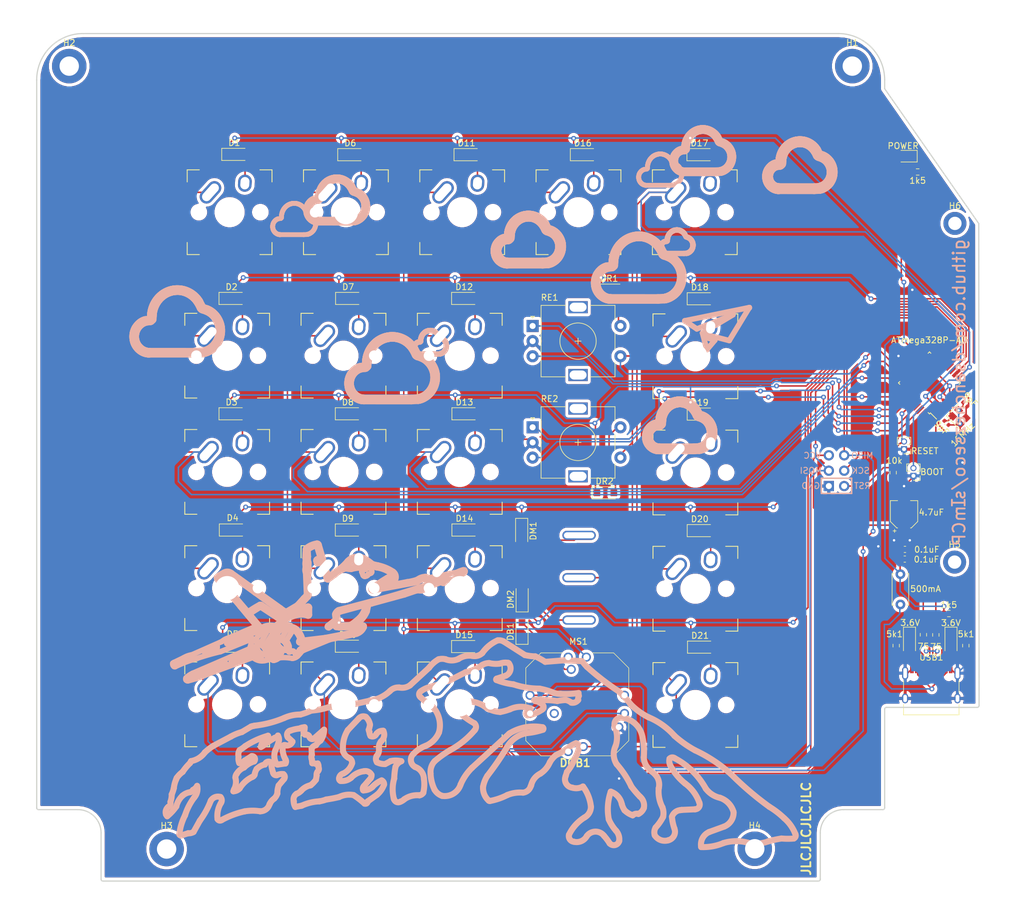
<source format=kicad_pcb>
(kicad_pcb (version 20171130) (host pcbnew 5.1.10)
  (layers (0 F.Cu signal) (31 B.Cu signal) (34 B.Paste user hide) (35 F.Paste user hide) (36 B.SilkS user hide) (37 F.SilkS user) (38 B.Mask user hide) (39 F.Mask user) (44 Edge.Cuts user))
  (net 0 "")
  (net 1 GND)
  (net 2 CRYSTAL2)
  (net 3 CRYSTAL1)
  (net 4 +5V)
  (net 5 "Net-(D1-Pad2)")
  (net 6 "Net-(D2-Pad2)")
  (net 7 ROW1)
  (net 8 "Net-(D3-Pad2)")
  (net 9 ROW2)
  (net 10 "Net-(D4-Pad2)")
  (net 11 ROW3)
  (net 12 "Net-(D5-Pad2)")
  (net 13 ROW4)
  (net 14 "Net-(D6-Pad2)")
  (net 15 "Net-(D7-Pad2)")
  (net 16 "Net-(D8-Pad2)")
  (net 17 "Net-(D9-Pad2)")
  (net 18 "Net-(D10-Pad2)")
  (net 19 "Net-(D11-Pad2)")
  (net 20 "Net-(D12-Pad2)")
  (net 21 "Net-(D13-Pad2)")
  (net 22 "Net-(D14-Pad2)")
  (net 23 "Net-(D15-Pad2)")
  (net 24 "Net-(D16-Pad2)")
  (net 25 "Net-(D17-Pad2)")
  (net 26 "Net-(D18-Pad2)")
  (net 27 "Net-(D19-Pad2)")
  (net 28 "Net-(D20-Pad2)")
  (net 29 "Net-(D21-Pad2)")
  (net 30 MS1_1)
  (net 31 MS1_2)
  (net 32 DOB1A)
  (net 33 "Net-(DOB1-Pad8)")
  (net 34 COL4)
  (net 35 DOB1B)
  (net 36 RE1_S)
  (net 37 RE2_S)
  (net 38 "Net-(DZ1-Pad1)")
  (net 39 "Net-(DZ2-Pad1)")
  (net 40 VCC)
  (net 41 "Net-(LED1-Pad1)")
  (net 42 COL0)
  (net 43 COL1)
  (net 44 COL2)
  (net 45 COL3)
  (net 46 "Net-(R1-Pad2)")
  (net 47 "Net-(R2-Pad2)")
  (net 48 D-)
  (net 49 D+)
  (net 50 RESET)
  (net 51 R1A)
  (net 52 R1B)
  (net 53 R2A)
  (net 54 R2B)
  (net 55 BOOT)
  (net 56 "Net-(U1-Pad22)")
  (net 57 "Net-(U1-Pad20)")
  (net 58 "Net-(U1-Pad19)")
  (net 59 SCK)
  (net 60 "Net-(USB1-PadB8)")
  (net 61 "Net-(USB1-PadA8)")
  (net 62 DOB1_COM)
  (net 63 ROW5)
  (net 64 "Net-(DOB1-Pad11)")
  (module MountingHole:MountingHole_2.2mm_M2_DIN965_Pad (layer F.Cu) (at 233.35 52.65)
    (fp_text reference H6 (at 0 -2.9) (layer F.SilkS))
    (fp_text value MountingHole)
    (pad 1 thru_hole circle (at 0 0) (size 3.8 3.8) (drill 2.2) (layers *.Cu *.Mask))
  )
  (module MountingHole:MountingHole_2.2mm_M2_DIN965_Pad (layer F.Cu) (at 233.3 108.6)
    (fp_text reference H5 (at 0 -2.9) (layer F.SilkS))
    (fp_text value MountingHole)
    (pad 1 thru_hole circle (at 0 0) (size 3.8 3.8) (drill 2.2) (layers *.Cu *.Mask))
  )
  (module RockerSwitch:RockerSwitch (layer F.Cu) (at 171.2976 111.1758)
    (fp_text reference MS1 (at -0.1 10.55) (layer F.SilkS))
    (fp_text value "Momentary Rocker Switch")
    (pad 1 thru_hole oval (at 0 7) (size 5.524 1.524) (drill oval 5 1) (layers *.Cu *.Mask) (net 31 MS1_2))
    (pad 3 thru_hole oval (at 0 -7) (size 5.524 1.524) (drill oval 5 1) (layers *.Cu *.Mask) (net 30 MS1_1))
    (pad 2 thru_hole oval (at 0 0) (size 5.524 1.524) (drill oval 5 1) (layers *.Cu *.Mask) (net 45 COL3))
  )
  (module Connector_PinHeader_1.27mm:PinHeader_1x02_P1.27mm_Vertical (layer F.Cu) (at 226.5 94.35 180)
    (fp_text reference SW2)
    (fp_text value BOOT (at -3.0652 0.6494) (layer F.SilkS))
    (pad 2 thru_hole oval (at 0 1.27 180) (size 1 1) (drill 0.65) (layers *.Cu *.Mask) (net 55 BOOT))
    (pad 1 thru_hole rect (at 0 0 180) (size 1 1) (drill 0.65) (layers *.Cu *.Mask) (net 1 GND))
  )
  (module Connector_PinHeader_1.27mm:PinHeader_1x02_P1.27mm_Vertical (layer F.Cu) (at 224.95 89.95 180)
    (fp_text reference SW1)
    (fp_text value RESET (at -3.4214 -0.2962) (layer F.SilkS))
    (pad 2 thru_hole oval (at 0 1.27 180) (size 1 1) (drill 0.65) (layers *.Cu *.Mask) (net 50 RESET))
    (pad 1 thru_hole rect (at 0 0 180) (size 1 1) (drill 0.65) (layers *.Cu *.Mask) (net 1 GND))
  )
  (module Capacitor_THT:C_Disc_D5.0mm_W2.5mm_P5.00mm (layer F.Cu) (at 224.35 110.6 270)
    (fp_text reference F1)
    (fp_text value 500mA (at 2.43 -4.1484 180) (layer F.SilkS))
    (pad 2 thru_hole circle (at 5 0 270) (size 1.6 1.6) (drill 0.8) (layers *.Cu *.Mask) (net 40 VCC))
    (pad 1 thru_hole circle (at 0 0 270) (size 1.6 1.6) (drill 0.8) (layers *.Cu *.Mask) (net 4 +5V))
  )
  (module Diode_SMD:D_SOD-123F (layer F.Cu) (at 175.641 97.155)
    (fp_text reference DR2 (at -0.127 -1.905) (layer F.SilkS))
    (fp_text value D_Small)
    (pad 2 smd rect (at 1.4 0) (size 1.1 1.1) (layers F.Cu F.Paste F.Mask) (net 37 RE2_S))
    (pad 1 smd rect (at -1.4 0) (size 1.1 1.1) (layers F.Cu F.Paste F.Mask) (net 9 ROW2))
  )
  (module Diode_SMD:D_SOD-123F (layer F.Cu) (at 176.4 63.6778)
    (fp_text reference DR1 (at -0.127 -1.905) (layer F.SilkS))
    (fp_text value D_Small)
    (pad 2 smd rect (at 1.4 0) (size 1.1 1.1) (layers F.Cu F.Paste F.Mask) (net 36 RE1_S))
    (pad 1 smd rect (at -1.4 0) (size 1.1 1.1) (layers F.Cu F.Paste F.Mask) (net 7 ROW1))
  )
  (module Diode_SMD:D_SOD-123F (layer F.Cu) (at 161.8996 114.6302 90)
    (fp_text reference DM2 (at -0.127 -1.905 90) (layer F.SilkS))
    (fp_text value D_Small)
    (pad 2 smd rect (at 1.4 0 90) (size 1.1 1.1) (layers F.Cu F.Paste F.Mask) (net 31 MS1_2))
    (pad 1 smd rect (at -1.4 0 90) (size 1.1 1.1) (layers F.Cu F.Paste F.Mask) (net 13 ROW4))
  )
  (module Diode_SMD:D_SOD-123F (layer F.Cu) (at 161.8234 103.5812 270)
    (fp_text reference DM1 (at -0.127 -1.905 90) (layer F.SilkS))
    (fp_text value D_Small)
    (pad 2 smd rect (at 1.4 0 270) (size 1.1 1.1) (layers F.Cu F.Paste F.Mask) (net 30 MS1_1))
    (pad 1 smd rect (at -1.4 0 270) (size 1.1 1.1) (layers F.Cu F.Paste F.Mask) (net 11 ROW3))
  )
  (module Diode_SMD:D_SOD-123F (layer F.Cu) (at 161.8742 119.9896 90)
    (fp_text reference DB1 (at -0.127 -1.905 90) (layer F.SilkS))
    (fp_text value D_Small)
    (pad 2 smd rect (at 1.4 0 90) (size 1.1 1.1) (layers F.Cu F.Paste F.Mask) (net 62 DOB1_COM))
    (pad 1 smd rect (at -1.4 0 90) (size 1.1 1.1) (layers F.Cu F.Paste F.Mask) (net 63 ROW5))
  )
  (module Diode_SMD:D_SOD-123F (layer F.Cu) (at 191.4 122.65)
    (fp_text reference D21 (at -0.127 -1.905) (layer F.SilkS))
    (fp_text value D_Small)
    (pad 2 smd rect (at 1.4 0) (size 1.1 1.1) (layers F.Cu F.Paste F.Mask) (net 29 "Net-(D21-Pad2)"))
    (pad 1 smd rect (at -1.4 0) (size 1.1 1.1) (layers F.Cu F.Paste F.Mask) (net 13 ROW4))
  )
  (module Diode_SMD:D_SOD-123F (layer F.Cu) (at 191.35 103.4)
    (fp_text reference D20 (at -0.127 -1.905) (layer F.SilkS))
    (fp_text value D_Small)
    (pad 2 smd rect (at 1.4 0) (size 1.1 1.1) (layers F.Cu F.Paste F.Mask) (net 28 "Net-(D20-Pad2)"))
    (pad 1 smd rect (at -1.4 0) (size 1.1 1.1) (layers F.Cu F.Paste F.Mask) (net 11 ROW3))
  )
  (module Diode_SMD:D_SOD-123F (layer F.Cu) (at 191.35 84.15)
    (fp_text reference D19 (at -0.127 -1.905) (layer F.SilkS))
    (fp_text value D_Small)
    (pad 2 smd rect (at 1.4 0) (size 1.1 1.1) (layers F.Cu F.Paste F.Mask) (net 27 "Net-(D19-Pad2)"))
    (pad 1 smd rect (at -1.4 0) (size 1.1 1.1) (layers F.Cu F.Paste F.Mask) (net 9 ROW2))
  )
  (module Diode_SMD:D_SOD-123F (layer F.Cu) (at 191.35 65.1)
    (fp_text reference D18 (at -0.127 -1.905) (layer F.SilkS))
    (fp_text value D_Small)
    (pad 2 smd rect (at 1.4 0) (size 1.1 1.1) (layers F.Cu F.Paste F.Mask) (net 26 "Net-(D18-Pad2)"))
    (pad 1 smd rect (at -1.4 0) (size 1.1 1.1) (layers F.Cu F.Paste F.Mask) (net 7 ROW1))
  )
  (module Diode_SMD:D_SOD-123F (layer F.Cu) (at 191.3 41.3)
    (fp_text reference D17 (at -0.127 -1.905) (layer F.SilkS))
    (fp_text value D_Small)
    (pad 2 smd rect (at 1.4 0) (size 1.1 1.1) (layers F.Cu F.Paste F.Mask) (net 25 "Net-(D17-Pad2)"))
    (pad 1 smd rect (at -1.4 0) (size 1.1 1.1) (layers F.Cu F.Paste F.Mask) (net 55 BOOT))
  )
  (module Diode_SMD:D_SOD-123F (layer F.Cu) (at 172.05 41.3)
    (fp_text reference D16 (at -0.127 -1.905) (layer F.SilkS))
    (fp_text value D_Small)
    (pad 2 smd rect (at 1.4 0) (size 1.1 1.1) (layers F.Cu F.Paste F.Mask) (net 24 "Net-(D16-Pad2)"))
    (pad 1 smd rect (at -1.4 0) (size 1.1 1.1) (layers F.Cu F.Paste F.Mask) (net 55 BOOT))
  )
  (module Diode_SMD:D_SOD-123F (layer F.Cu) (at 152.45 122.55)
    (fp_text reference D15 (at -0.127 -1.905) (layer F.SilkS))
    (fp_text value D_Small)
    (pad 2 smd rect (at 1.4 0) (size 1.1 1.1) (layers F.Cu F.Paste F.Mask) (net 23 "Net-(D15-Pad2)"))
    (pad 1 smd rect (at -1.4 0) (size 1.1 1.1) (layers F.Cu F.Paste F.Mask) (net 13 ROW4))
  )
  (module Diode_SMD:D_SOD-123F (layer F.Cu) (at 152.5 103.3)
    (fp_text reference D14 (at -0.127 -1.905) (layer F.SilkS))
    (fp_text value D_Small)
    (pad 2 smd rect (at 1.4 0) (size 1.1 1.1) (layers F.Cu F.Paste F.Mask) (net 22 "Net-(D14-Pad2)"))
    (pad 1 smd rect (at -1.4 0) (size 1.1 1.1) (layers F.Cu F.Paste F.Mask) (net 11 ROW3))
  )
  (module Diode_SMD:D_SOD-123F (layer F.Cu) (at 152.5 84.1)
    (fp_text reference D13 (at -0.127 -1.905) (layer F.SilkS))
    (fp_text value D_Small)
    (pad 2 smd rect (at 1.4 0) (size 1.1 1.1) (layers F.Cu F.Paste F.Mask) (net 21 "Net-(D13-Pad2)"))
    (pad 1 smd rect (at -1.4 0) (size 1.1 1.1) (layers F.Cu F.Paste F.Mask) (net 9 ROW2))
  )
  (module Diode_SMD:D_SOD-123F (layer F.Cu) (at 152.45 65.05)
    (fp_text reference D12 (at -0.127 -1.905) (layer F.SilkS))
    (fp_text value D_Small)
    (pad 2 smd rect (at 1.4 0) (size 1.1 1.1) (layers F.Cu F.Paste F.Mask) (net 20 "Net-(D12-Pad2)"))
    (pad 1 smd rect (at -1.4 0) (size 1.1 1.1) (layers F.Cu F.Paste F.Mask) (net 7 ROW1))
  )
  (module Diode_SMD:D_SOD-123F (layer F.Cu) (at 152.85 41.3)
    (fp_text reference D11 (at -0.127 -1.905) (layer F.SilkS))
    (fp_text value D_Small)
    (pad 2 smd rect (at 1.4 0) (size 1.1 1.1) (layers F.Cu F.Paste F.Mask) (net 19 "Net-(D11-Pad2)"))
    (pad 1 smd rect (at -1.4 0) (size 1.1 1.1) (layers F.Cu F.Paste F.Mask) (net 55 BOOT))
  )
  (module Diode_SMD:D_SOD-123F (layer F.Cu) (at 133.25 122.5)
    (fp_text reference D10 (at -0.127 -1.905) (layer F.SilkS))
    (fp_text value D_Small)
    (pad 2 smd rect (at 1.4 0) (size 1.1 1.1) (layers F.Cu F.Paste F.Mask) (net 18 "Net-(D10-Pad2)"))
    (pad 1 smd rect (at -1.4 0) (size 1.1 1.1) (layers F.Cu F.Paste F.Mask) (net 13 ROW4))
  )
  (module Diode_SMD:D_SOD-123F (layer F.Cu) (at 133.25 103.3)
    (fp_text reference D9 (at -0.127 -1.905) (layer F.SilkS))
    (fp_text value D_Small)
    (pad 2 smd rect (at 1.4 0) (size 1.1 1.1) (layers F.Cu F.Paste F.Mask) (net 17 "Net-(D9-Pad2)"))
    (pad 1 smd rect (at -1.4 0) (size 1.1 1.1) (layers F.Cu F.Paste F.Mask) (net 11 ROW3))
  )
  (module Diode_SMD:D_SOD-123F (layer F.Cu) (at 133.25 84.1)
    (fp_text reference D8 (at -0.127 -1.905) (layer F.SilkS))
    (fp_text value D_Small)
    (pad 2 smd rect (at 1.4 0) (size 1.1 1.1) (layers F.Cu F.Paste F.Mask) (net 16 "Net-(D8-Pad2)"))
    (pad 1 smd rect (at -1.4 0) (size 1.1 1.1) (layers F.Cu F.Paste F.Mask) (net 9 ROW2))
  )
  (module Diode_SMD:D_SOD-123F (layer F.Cu) (at 133.3 65.05)
    (fp_text reference D7 (at -0.127 -1.905) (layer F.SilkS))
    (fp_text value D_Small)
    (pad 2 smd rect (at 1.4 0) (size 1.1 1.1) (layers F.Cu F.Paste F.Mask) (net 15 "Net-(D7-Pad2)"))
    (pad 1 smd rect (at -1.4 0) (size 1.1 1.1) (layers F.Cu F.Paste F.Mask) (net 7 ROW1))
  )
  (module Diode_SMD:D_SOD-123F (layer F.Cu) (at 133.65 41.3)
    (fp_text reference D6 (at -0.127 -1.905) (layer F.SilkS))
    (fp_text value D_Small)
    (pad 2 smd rect (at 1.4 0) (size 1.1 1.1) (layers F.Cu F.Paste F.Mask) (net 14 "Net-(D6-Pad2)"))
    (pad 1 smd rect (at -1.4 0) (size 1.1 1.1) (layers F.Cu F.Paste F.Mask) (net 55 BOOT))
  )
  (module Diode_SMD:D_SOD-123F (layer F.Cu) (at 114.05 84.1)
    (fp_text reference D3 (at -0.127 -1.905) (layer F.SilkS))
    (fp_text value D_Small)
    (pad 2 smd rect (at 1.4 0) (size 1.1 1.1) (layers F.Cu F.Paste F.Mask) (net 8 "Net-(D3-Pad2)"))
    (pad 1 smd rect (at -1.4 0) (size 1.1 1.1) (layers F.Cu F.Paste F.Mask) (net 9 ROW2))
  )
  (module Diode_SMD:D_SOD-123F (layer F.Cu) (at 114.05 65.05)
    (fp_text reference D2 (at -0.127 -1.905) (layer F.SilkS))
    (fp_text value D_Small)
    (pad 2 smd rect (at 1.4 0) (size 1.1 1.1) (layers F.Cu F.Paste F.Mask) (net 6 "Net-(D2-Pad2)"))
    (pad 1 smd rect (at -1.4 0) (size 1.1 1.1) (layers F.Cu F.Paste F.Mask) (net 7 ROW1))
  )
  (module Diode_SMD:D_SOD-123F (layer F.Cu) (at 114.5 41.25)
    (fp_text reference D1 (at -0.127 -1.905) (layer F.SilkS))
    (fp_text value D_Small)
    (pad 2 smd rect (at 1.4 0) (size 1.1 1.1) (layers F.Cu F.Paste F.Mask) (net 5 "Net-(D1-Pad2)"))
    (pad 1 smd rect (at -1.4 0) (size 1.1 1.1) (layers F.Cu F.Paste F.Mask) (net 55 BOOT))
  )
  (module MountingHole:MountingHole_3.2mm_M3_ISO7380_Pad (layer F.Cu) (at 200.3 155.956)
    (fp_text reference H4 (at 0 -3.85) (layer F.SilkS))
    (fp_text value MountingHole)
    (pad 1 thru_hole circle (at 0 0) (size 5.7 5.7) (drill 3.2) (layers *.Cu *.Mask))
  )
  (module MountingHole:MountingHole_3.2mm_M3_ISO7380_Pad (layer F.Cu) (at 103.2 156)
    (fp_text reference H3 (at 0 -3.85) (layer F.SilkS))
    (fp_text value MountingHole)
    (pad 1 thru_hole circle (at 0 0) (size 5.7 5.7) (drill 3.2) (layers *.Cu *.Mask))
  )
  (module MountingHole:MountingHole_3.2mm_M3_ISO7380_Pad (layer F.Cu) (at 87.122 26.67)
    (fp_text reference H2 (at 0 -3.85) (layer F.SilkS))
    (fp_text value MountingHole)
    (pad 1 thru_hole circle (at 0 0) (size 5.7 5.7) (drill 3.2) (layers *.Cu *.Mask))
  )
  (module MountingHole:MountingHole_3.2mm_M3_ISO7380_Pad (layer F.Cu) (at 216.408 26.67)
    (fp_text reference H1 (at 0 -3.85) (layer F.SilkS))
    (fp_text value MountingHole)
    (pad 1 thru_hole circle (at 0 0) (size 5.7 5.7) (drill 3.2) (layers *.Cu *.Mask))
  )
  (module Diode_SMD:D_SOD-123 (layer F.Cu) (at 225.85 121.6 270)
    (fp_text reference DZ2)
    (fp_text value 3.6V (at -2.982 -0.1084 180) (layer F.SilkS))
    (pad 2 smd rect (at 1.65 0 270) (size 0.9 1.2) (layers F.Cu F.Paste F.Mask) (net 1 GND))
    (pad 1 smd rect (at -1.65 0 270) (size 0.9 1.2) (layers F.Cu F.Paste F.Mask) (net 39 "Net-(DZ2-Pad1)"))
  )
  (module Diode_SMD:D_SOD-123 (layer F.Cu) (at 232.7 121.6 270)
    (fp_text reference DZ1)
    (fp_text value 3.6V (at -2.9566 0.0106 180) (layer F.SilkS))
    (pad 2 smd rect (at 1.65 0 270) (size 0.9 1.2) (layers F.Cu F.Paste F.Mask) (net 1 GND))
    (pad 1 smd rect (at -1.65 0 270) (size 0.9 1.2) (layers F.Cu F.Paste F.Mask) (net 38 "Net-(DZ1-Pad1)"))
  )
  (module Diode_SMD:D_SOD-123F (layer F.Cu) (at 114.1 122.5)
    (fp_text reference D5 (at 0 -2) (layer F.SilkS))
    (fp_text value D_Small)
    (pad 2 smd rect (at 1.4 0) (size 1.1 1.1) (layers F.Cu F.Paste F.Mask) (net 12 "Net-(D5-Pad2)"))
    (pad 1 smd rect (at -1.4 0) (size 1.1 1.1) (layers F.Cu F.Paste F.Mask) (net 13 ROW4))
  )
  (module Diode_SMD:D_SOD-123F (layer F.Cu) (at 114.1 103.3)
    (fp_text reference D4 (at 0 -2) (layer F.SilkS))
    (fp_text value D_Small)
    (pad 2 smd rect (at 1.4 0) (size 1.1 1.1) (layers F.Cu F.Paste F.Mask) (net 10 "Net-(D4-Pad2)"))
    (pad 1 smd rect (at -1.4 0) (size 1.1 1.1) (layers F.Cu F.Paste F.Mask) (net 11 ROW3))
  )
  (module MX_Alps_Hybrid:MX-1U-NoLED (layer F.Cu) (at 190.5 132.2)
    (fp_text reference MX21)
    (fp_text value MX-NoLED)
    (pad 2 thru_hole oval (at 2.52 -4.79 86) (size 2.831378 2.25) (drill oval 2.051378 1.48) (layers *.Cu *.Mask) (net 29 "Net-(D21-Pad2)"))
    (pad 1 thru_hole oval (at -3.16 -3.28 48) (size 4.21 2.25) (drill oval 3.43 1.48) (layers *.Cu *.Mask) (net 34 COL4))
    (pad "" np_thru_hole circle (at 5.08 0 48.0996) (size 1.75 1.75) (drill 1.75) (layers *.Cu *.Mask))
    (pad "" np_thru_hole circle (at -5.08 0 48.0996) (size 1.75 1.75) (drill 1.75) (layers *.Cu *.Mask))
    (pad "" np_thru_hole circle (at 0 0) (size 3.9878 3.9878) (drill 3.9878) (layers *.Cu *.Mask))
  )
  (module MX_Alps_Hybrid:MX-1U-NoLED (layer F.Cu) (at 190.5 113)
    (fp_text reference MX20)
    (fp_text value MX-NoLED)
    (pad 2 thru_hole oval (at 2.52 -4.79 86) (size 2.831378 2.25) (drill oval 2.051378 1.48) (layers *.Cu *.Mask) (net 28 "Net-(D20-Pad2)"))
    (pad 1 thru_hole oval (at -3.16 -3.28 48) (size 4.21 2.25) (drill oval 3.43 1.48) (layers *.Cu *.Mask) (net 34 COL4))
    (pad "" np_thru_hole circle (at 5.08 0 48.0996) (size 1.75 1.75) (drill 1.75) (layers *.Cu *.Mask))
    (pad "" np_thru_hole circle (at -5.08 0 48.0996) (size 1.75 1.75) (drill 1.75) (layers *.Cu *.Mask))
    (pad "" np_thru_hole circle (at 0 0) (size 3.9878 3.9878) (drill 3.9878) (layers *.Cu *.Mask))
  )
  (module MX_Alps_Hybrid:MX-1U-NoLED (layer F.Cu) (at 190.5 93.8)
    (fp_text reference MX19)
    (fp_text value MX-NoLED)
    (pad 2 thru_hole oval (at 2.52 -4.79 86) (size 2.831378 2.25) (drill oval 2.051378 1.48) (layers *.Cu *.Mask) (net 27 "Net-(D19-Pad2)"))
    (pad 1 thru_hole oval (at -3.16 -3.28 48) (size 4.21 2.25) (drill oval 3.43 1.48) (layers *.Cu *.Mask) (net 34 COL4))
    (pad "" np_thru_hole circle (at 5.08 0 48.0996) (size 1.75 1.75) (drill 1.75) (layers *.Cu *.Mask))
    (pad "" np_thru_hole circle (at -5.08 0 48.0996) (size 1.75 1.75) (drill 1.75) (layers *.Cu *.Mask))
    (pad "" np_thru_hole circle (at 0 0) (size 3.9878 3.9878) (drill 3.9878) (layers *.Cu *.Mask))
  )
  (module MX_Alps_Hybrid:MX-1U-NoLED (layer F.Cu) (at 190.5 74.6)
    (fp_text reference MX18)
    (fp_text value MX-NoLED)
    (pad 2 thru_hole oval (at 2.52 -4.79 86) (size 2.831378 2.25) (drill oval 2.051378 1.48) (layers *.Cu *.Mask) (net 26 "Net-(D18-Pad2)"))
    (pad 1 thru_hole oval (at -3.16 -3.28 48) (size 4.21 2.25) (drill oval 3.43 1.48) (layers *.Cu *.Mask) (net 34 COL4))
    (pad "" np_thru_hole circle (at 5.08 0 48.0996) (size 1.75 1.75) (drill 1.75) (layers *.Cu *.Mask))
    (pad "" np_thru_hole circle (at -5.08 0 48.0996) (size 1.75 1.75) (drill 1.75) (layers *.Cu *.Mask))
    (pad "" np_thru_hole circle (at 0 0) (size 3.9878 3.9878) (drill 3.9878) (layers *.Cu *.Mask))
  )
  (module MX_Alps_Hybrid:MX-1U-NoLED (layer F.Cu) (at 190.4 50.8)
    (fp_text reference MX17)
    (fp_text value MX-NoLED)
    (pad 2 thru_hole oval (at 2.52 -4.79 86) (size 2.831378 2.25) (drill oval 2.051378 1.48) (layers *.Cu *.Mask) (net 25 "Net-(D17-Pad2)"))
    (pad 1 thru_hole oval (at -3.16 -3.28 48) (size 4.21 2.25) (drill oval 3.43 1.48) (layers *.Cu *.Mask) (net 34 COL4))
    (pad "" np_thru_hole circle (at 5.08 0 48.0996) (size 1.75 1.75) (drill 1.75) (layers *.Cu *.Mask))
    (pad "" np_thru_hole circle (at -5.08 0 48.0996) (size 1.75 1.75) (drill 1.75) (layers *.Cu *.Mask))
    (pad "" np_thru_hole circle (at 0 0) (size 3.9878 3.9878) (drill 3.9878) (layers *.Cu *.Mask))
  )
  (module MX_Alps_Hybrid:MX-1U-NoLED (layer F.Cu) (at 171.2 50.8)
    (fp_text reference MX16)
    (fp_text value MX-NoLED)
    (pad 2 thru_hole oval (at 2.52 -4.79 86) (size 2.831378 2.25) (drill oval 2.051378 1.48) (layers *.Cu *.Mask) (net 24 "Net-(D16-Pad2)"))
    (pad 1 thru_hole oval (at -3.16 -3.28 48) (size 4.21 2.25) (drill oval 3.43 1.48) (layers *.Cu *.Mask) (net 45 COL3))
    (pad "" np_thru_hole circle (at 5.08 0 48.0996) (size 1.75 1.75) (drill 1.75) (layers *.Cu *.Mask))
    (pad "" np_thru_hole circle (at -5.08 0 48.0996) (size 1.75 1.75) (drill 1.75) (layers *.Cu *.Mask))
    (pad "" np_thru_hole circle (at 0 0) (size 3.9878 3.9878) (drill 3.9878) (layers *.Cu *.Mask))
  )
  (module MX_Alps_Hybrid:MX-1U-NoLED (layer F.Cu) (at 151.6 132.1)
    (fp_text reference MX15)
    (fp_text value MX-NoLED)
    (pad 2 thru_hole oval (at 2.52 -4.79 86) (size 2.831378 2.25) (drill oval 2.051378 1.48) (layers *.Cu *.Mask) (net 23 "Net-(D15-Pad2)"))
    (pad 1 thru_hole oval (at -3.16 -3.28 48) (size 4.21 2.25) (drill oval 3.43 1.48) (layers *.Cu *.Mask) (net 44 COL2))
    (pad "" np_thru_hole circle (at 5.08 0 48.0996) (size 1.75 1.75) (drill 1.75) (layers *.Cu *.Mask))
    (pad "" np_thru_hole circle (at -5.08 0 48.0996) (size 1.75 1.75) (drill 1.75) (layers *.Cu *.Mask))
    (pad "" np_thru_hole circle (at 0 0) (size 3.9878 3.9878) (drill 3.9878) (layers *.Cu *.Mask))
  )
  (module MX_Alps_Hybrid:MX-1U-NoLED (layer F.Cu) (at 151.6 112.9)
    (fp_text reference MX14)
    (fp_text value MX-NoLED)
    (pad 2 thru_hole oval (at 2.52 -4.79 86) (size 2.831378 2.25) (drill oval 2.051378 1.48) (layers *.Cu *.Mask) (net 22 "Net-(D14-Pad2)"))
    (pad 1 thru_hole oval (at -3.16 -3.28 48) (size 4.21 2.25) (drill oval 3.43 1.48) (layers *.Cu *.Mask) (net 44 COL2))
    (pad "" np_thru_hole circle (at 5.08 0 48.0996) (size 1.75 1.75) (drill 1.75) (layers *.Cu *.Mask))
    (pad "" np_thru_hole circle (at -5.08 0 48.0996) (size 1.75 1.75) (drill 1.75) (layers *.Cu *.Mask))
    (pad "" np_thru_hole circle (at 0 0) (size 3.9878 3.9878) (drill 3.9878) (layers *.Cu *.Mask))
  )
  (module MX_Alps_Hybrid:MX-1U-NoLED (layer F.Cu) (at 151.6 93.7)
    (fp_text reference MX13)
    (fp_text value MX-NoLED)
    (pad 2 thru_hole oval (at 2.52 -4.79 86) (size 2.831378 2.25) (drill oval 2.051378 1.48) (layers *.Cu *.Mask) (net 21 "Net-(D13-Pad2)"))
    (pad 1 thru_hole oval (at -3.16 -3.28 48) (size 4.21 2.25) (drill oval 3.43 1.48) (layers *.Cu *.Mask) (net 44 COL2))
    (pad "" np_thru_hole circle (at 5.08 0 48.0996) (size 1.75 1.75) (drill 1.75) (layers *.Cu *.Mask))
    (pad "" np_thru_hole circle (at -5.08 0 48.0996) (size 1.75 1.75) (drill 1.75) (layers *.Cu *.Mask))
    (pad "" np_thru_hole circle (at 0 0) (size 3.9878 3.9878) (drill 3.9878) (layers *.Cu *.Mask))
  )
  (module MX_Alps_Hybrid:MX-1U-NoLED (layer F.Cu) (at 151.6 74.5)
    (fp_text reference MX12)
    (fp_text value MX-NoLED)
    (pad 2 thru_hole oval (at 2.52 -4.79 86) (size 2.831378 2.25) (drill oval 2.051378 1.48) (layers *.Cu *.Mask) (net 20 "Net-(D12-Pad2)"))
    (pad 1 thru_hole oval (at -3.16 -3.28 48) (size 4.21 2.25) (drill oval 3.43 1.48) (layers *.Cu *.Mask) (net 44 COL2))
    (pad "" np_thru_hole circle (at 5.08 0 48.0996) (size 1.75 1.75) (drill 1.75) (layers *.Cu *.Mask))
    (pad "" np_thru_hole circle (at -5.08 0 48.0996) (size 1.75 1.75) (drill 1.75) (layers *.Cu *.Mask))
    (pad "" np_thru_hole circle (at 0 0) (size 3.9878 3.9878) (drill 3.9878) (layers *.Cu *.Mask))
  )
  (module MX_Alps_Hybrid:MX-1U-NoLED (layer F.Cu) (at 152 50.8)
    (fp_text reference MX11)
    (fp_text value MX-NoLED)
    (pad 2 thru_hole oval (at 2.52 -4.79 86) (size 2.831378 2.25) (drill oval 2.051378 1.48) (layers *.Cu *.Mask) (net 19 "Net-(D11-Pad2)"))
    (pad 1 thru_hole oval (at -3.16 -3.28 48) (size 4.21 2.25) (drill oval 3.43 1.48) (layers *.Cu *.Mask) (net 44 COL2))
    (pad "" np_thru_hole circle (at 5.08 0 48.0996) (size 1.75 1.75) (drill 1.75) (layers *.Cu *.Mask))
    (pad "" np_thru_hole circle (at -5.08 0 48.0996) (size 1.75 1.75) (drill 1.75) (layers *.Cu *.Mask))
    (pad "" np_thru_hole circle (at 0 0) (size 3.9878 3.9878) (drill 3.9878) (layers *.Cu *.Mask))
  )
  (module MX_Alps_Hybrid:MX-1U-NoLED (layer F.Cu) (at 132.4 132.1)
    (fp_text reference MX10)
    (fp_text value MX-NoLED)
    (pad 2 thru_hole oval (at 2.52 -4.79 86) (size 2.831378 2.25) (drill oval 2.051378 1.48) (layers *.Cu *.Mask) (net 18 "Net-(D10-Pad2)"))
    (pad 1 thru_hole oval (at -3.16 -3.28 48) (size 4.21 2.25) (drill oval 3.43 1.48) (layers *.Cu *.Mask) (net 43 COL1))
    (pad "" np_thru_hole circle (at 5.08 0 48.0996) (size 1.75 1.75) (drill 1.75) (layers *.Cu *.Mask))
    (pad "" np_thru_hole circle (at -5.08 0 48.0996) (size 1.75 1.75) (drill 1.75) (layers *.Cu *.Mask))
    (pad "" np_thru_hole circle (at 0 0) (size 3.9878 3.9878) (drill 3.9878) (layers *.Cu *.Mask))
  )
  (module MX_Alps_Hybrid:MX-1U-NoLED (layer F.Cu) (at 132.4 112.9)
    (fp_text reference MX9)
    (fp_text value MX-NoLED)
    (pad 2 thru_hole oval (at 2.52 -4.79 86) (size 2.831378 2.25) (drill oval 2.051378 1.48) (layers *.Cu *.Mask) (net 17 "Net-(D9-Pad2)"))
    (pad 1 thru_hole oval (at -3.16 -3.28 48) (size 4.21 2.25) (drill oval 3.43 1.48) (layers *.Cu *.Mask) (net 43 COL1))
    (pad "" np_thru_hole circle (at 5.08 0 48.0996) (size 1.75 1.75) (drill 1.75) (layers *.Cu *.Mask))
    (pad "" np_thru_hole circle (at -5.08 0 48.0996) (size 1.75 1.75) (drill 1.75) (layers *.Cu *.Mask))
    (pad "" np_thru_hole circle (at 0 0) (size 3.9878 3.9878) (drill 3.9878) (layers *.Cu *.Mask))
  )
  (module MX_Alps_Hybrid:MX-1U-NoLED (layer F.Cu) (at 132.4 93.7)
    (fp_text reference MX8)
    (fp_text value MX-NoLED)
    (pad 2 thru_hole oval (at 2.52 -4.79 86) (size 2.831378 2.25) (drill oval 2.051378 1.48) (layers *.Cu *.Mask) (net 16 "Net-(D8-Pad2)"))
    (pad 1 thru_hole oval (at -3.16 -3.28 48) (size 4.21 2.25) (drill oval 3.43 1.48) (layers *.Cu *.Mask) (net 43 COL1))
    (pad "" np_thru_hole circle (at 5.08 0 48.0996) (size 1.75 1.75) (drill 1.75) (layers *.Cu *.Mask))
    (pad "" np_thru_hole circle (at -5.08 0 48.0996) (size 1.75 1.75) (drill 1.75) (layers *.Cu *.Mask))
    (pad "" np_thru_hole circle (at 0 0) (size 3.9878 3.9878) (drill 3.9878) (layers *.Cu *.Mask))
  )
  (module MX_Alps_Hybrid:MX-1U-NoLED (layer F.Cu) (at 132.4 74.5)
    (fp_text reference MX7)
    (fp_text value MX-NoLED)
    (pad 2 thru_hole oval (at 2.52 -4.79 86) (size 2.831378 2.25) (drill oval 2.051378 1.48) (layers *.Cu *.Mask) (net 15 "Net-(D7-Pad2)"))
    (pad 1 thru_hole oval (at -3.16 -3.28 48) (size 4.21 2.25) (drill oval 3.43 1.48) (layers *.Cu *.Mask) (net 43 COL1))
    (pad "" np_thru_hole circle (at 5.08 0 48.0996) (size 1.75 1.75) (drill 1.75) (layers *.Cu *.Mask))
    (pad "" np_thru_hole circle (at -5.08 0 48.0996) (size 1.75 1.75) (drill 1.75) (layers *.Cu *.Mask))
    (pad "" np_thru_hole circle (at 0 0) (size 3.9878 3.9878) (drill 3.9878) (layers *.Cu *.Mask))
  )
  (module MX_Alps_Hybrid:MX-1U-NoLED (layer F.Cu) (at 132.8 50.8)
    (fp_text reference MX6)
    (fp_text value MX-NoLED)
    (pad 2 thru_hole oval (at 2.52 -4.79 86) (size 2.831378 2.25) (drill oval 2.051378 1.48) (layers *.Cu *.Mask) (net 14 "Net-(D6-Pad2)"))
    (pad 1 thru_hole oval (at -3.16 -3.28 48) (size 4.21 2.25) (drill oval 3.43 1.48) (layers *.Cu *.Mask) (net 43 COL1))
    (pad "" np_thru_hole circle (at 5.08 0 48.0996) (size 1.75 1.75) (drill 1.75) (layers *.Cu *.Mask))
    (pad "" np_thru_hole circle (at -5.08 0 48.0996) (size 1.75 1.75) (drill 1.75) (layers *.Cu *.Mask))
    (pad "" np_thru_hole circle (at 0 0) (size 3.9878 3.9878) (drill 3.9878) (layers *.Cu *.Mask))
  )
  (module MX_Alps_Hybrid:MX-1U-NoLED (layer F.Cu) (at 113.2 132.1)
    (fp_text reference MX5)
    (fp_text value MX-NoLED)
    (pad 2 thru_hole oval (at 2.52 -4.79 86) (size 2.831378 2.25) (drill oval 2.051378 1.48) (layers *.Cu *.Mask) (net 12 "Net-(D5-Pad2)"))
    (pad 1 thru_hole oval (at -3.16 -3.28 48) (size 4.21 2.25) (drill oval 3.43 1.48) (layers *.Cu *.Mask) (net 42 COL0))
    (pad "" np_thru_hole circle (at 5.08 0 48.0996) (size 1.75 1.75) (drill 1.75) (layers *.Cu *.Mask))
    (pad "" np_thru_hole circle (at -5.08 0 48.0996) (size 1.75 1.75) (drill 1.75) (layers *.Cu *.Mask))
    (pad "" np_thru_hole circle (at 0 0) (size 3.9878 3.9878) (drill 3.9878) (layers *.Cu *.Mask))
  )
  (module MX_Alps_Hybrid:MX-1U-NoLED (layer F.Cu) (at 113.2 112.9)
    (fp_text reference MX4)
    (fp_text value MX-NoLED)
    (pad 2 thru_hole oval (at 2.52 -4.79 86) (size 2.831378 2.25) (drill oval 2.051378 1.48) (layers *.Cu *.Mask) (net 10 "Net-(D4-Pad2)"))
    (pad 1 thru_hole oval (at -3.16 -3.28 48) (size 4.21 2.25) (drill oval 3.43 1.48) (layers *.Cu *.Mask) (net 42 COL0))
    (pad "" np_thru_hole circle (at 5.08 0 48.0996) (size 1.75 1.75) (drill 1.75) (layers *.Cu *.Mask))
    (pad "" np_thru_hole circle (at -5.08 0 48.0996) (size 1.75 1.75) (drill 1.75) (layers *.Cu *.Mask))
    (pad "" np_thru_hole circle (at 0 0) (size 3.9878 3.9878) (drill 3.9878) (layers *.Cu *.Mask))
  )
  (module MX_Alps_Hybrid:MX-1U-NoLED (layer F.Cu) (at 113.2 93.7)
    (fp_text reference MX3)
    (fp_text value MX-NoLED)
    (pad 2 thru_hole oval (at 2.52 -4.79 86) (size 2.831378 2.25) (drill oval 2.051378 1.48) (layers *.Cu *.Mask) (net 8 "Net-(D3-Pad2)"))
    (pad 1 thru_hole oval (at -3.16 -3.28 48) (size 4.21 2.25) (drill oval 3.43 1.48) (layers *.Cu *.Mask) (net 42 COL0))
    (pad "" np_thru_hole circle (at 5.08 0 48.0996) (size 1.75 1.75) (drill 1.75) (layers *.Cu *.Mask))
    (pad "" np_thru_hole circle (at -5.08 0 48.0996) (size 1.75 1.75) (drill 1.75) (layers *.Cu *.Mask))
    (pad "" np_thru_hole circle (at 0 0) (size 3.9878 3.9878) (drill 3.9878) (layers *.Cu *.Mask))
  )
  (module MX_Alps_Hybrid:MX-1U-NoLED (layer F.Cu) (at 113.2 74.5)
    (fp_text reference MX2)
    (fp_text value MX-NoLED)
    (pad 2 thru_hole oval (at 2.52 -4.79 86) (size 2.831378 2.25) (drill oval 2.051378 1.48) (layers *.Cu *.Mask) (net 6 "Net-(D2-Pad2)"))
    (pad 1 thru_hole oval (at -3.16 -3.28 48) (size 4.21 2.25) (drill oval 3.43 1.48) (layers *.Cu *.Mask) (net 42 COL0))
    (pad "" np_thru_hole circle (at 5.08 0 48.0996) (size 1.75 1.75) (drill 1.75) (layers *.Cu *.Mask))
    (pad "" np_thru_hole circle (at -5.08 0 48.0996) (size 1.75 1.75) (drill 1.75) (layers *.Cu *.Mask))
    (pad "" np_thru_hole circle (at 0 0) (size 3.9878 3.9878) (drill 3.9878) (layers *.Cu *.Mask))
  )
  (module MX_Alps_Hybrid:MX-1U-NoLED (layer F.Cu) (at 113.6 50.8)
    (fp_text reference MX1)
    (fp_text value MX-NoLED)
    (pad 2 thru_hole oval (at 2.52 -4.79 86) (size 2.831378 2.25) (drill oval 2.051378 1.48) (layers *.Cu *.Mask) (net 5 "Net-(D1-Pad2)"))
    (pad 1 thru_hole oval (at -3.16 -3.28 48) (size 4.21 2.25) (drill oval 3.43 1.48) (layers *.Cu *.Mask) (net 42 COL0))
    (pad "" np_thru_hole circle (at 5.08 0 48.0996) (size 1.75 1.75) (drill 1.75) (layers *.Cu *.Mask))
    (pad "" np_thru_hole circle (at -5.08 0 48.0996) (size 1.75 1.75) (drill 1.75) (layers *.Cu *.Mask))
    (pad "" np_thru_hole circle (at 0 0) (size 3.9878 3.9878) (drill 3.9878) (layers *.Cu *.Mask))
  )
  (module random-keyboard-parts:Reset_Pretty-Mask (layer B.Cu) (at 213.8 93.5 180)
    (fp_text reference J1)
    (fp_text value AVR-ISP-6)
    (fp_text user MISO (at -4.25 2.5) (layer B.SilkS) (effects (justify mirror)))
    (fp_text user VCC (at 4 2.5) (layer B.SilkS) (effects (justify mirror)))
    (fp_text user SCK (at -4 0) (layer B.SilkS) (effects (justify mirror)))
    (fp_text user MOSI (at 4.25 0) (layer B.SilkS) (effects (justify mirror)))
    (fp_text user RST (at -4.25 -2.5) (layer B.SilkS) (effects (justify mirror)))
    (fp_text user GND (at 4.25 -2.5) (layer B.SilkS) (effects (justify mirror)))
    (pad 6 thru_hole rect (at 1.27 -2.54 180) (size 1.7 1.7) (drill 1) (layers *.Cu B.Mask) (net 1 GND))
    (pad 5 thru_hole circle (at -1.27 -2.54 180) (size 1.7 1.7) (drill 1) (layers *.Cu B.Mask) (net 50 RESET))
    (pad 4 thru_hole circle (at 1.27 0 180) (size 1.7 1.7) (drill 1) (layers *.Cu B.Mask) (net 32 DOB1A))
    (pad 3 thru_hole circle (at -1.27 0 180) (size 1.7 1.7) (drill 1) (layers *.Cu B.Mask) (net 59 SCK))
    (pad 2 thru_hole circle (at 1.27 2.54 180) (size 1.7 1.7) (drill 1) (layers *.Cu B.Mask) (net 4 +5V))
    (pad 1 thru_hole circle (at -1.27 2.54 180) (size 1.7 1.7) (drill 1) (layers *.Cu B.Mask) (net 35 DOB1B))
  )
  (module Crystal:Crystal_SMD_2520-4Pin_2.5x2.0mm (layer F.Cu) (at 234.0864 84.6328 315)
    (fp_text reference Y1)
    (fp_text value 16MHz (at 2.44263 1.652367 225) (layer F.SilkS))
    (pad 4 smd rect (at -0.875 -0.7 315) (size 1.15 1) (layers F.Cu F.Paste F.Mask) (net 1 GND))
    (pad 3 smd rect (at 0.875 -0.7 315) (size 1.15 1) (layers F.Cu F.Paste F.Mask) (net 2 CRYSTAL2))
    (pad 2 smd rect (at 0.875 0.7 315) (size 1.15 1) (layers F.Cu F.Paste F.Mask) (net 1 GND))
    (pad 1 smd rect (at -0.875 0.7 315) (size 1.15 1) (layers F.Cu F.Paste F.Mask) (net 3 CRYSTAL1))
  )
  (module Connector_USB:USB_C_Receptacle_XKB_U262-16XN-4BVC11 (layer F.Cu) (at 229.45 130.05)
    (fp_text reference USB1 (at 0 -5.715) (layer F.SilkS))
    (fp_text value USB_C_Receptacle_USB2.0)
    (pad A12 smd rect (at 3.35 -3.67) (size 0.3 1.15) (layers F.Cu F.Paste F.Mask) (net 1 GND))
    (pad A9 smd rect (at 2.55 -3.67) (size 0.3 1.15) (layers F.Cu F.Paste F.Mask) (net 40 VCC))
    (pad B9 smd rect (at -2.25 -3.67) (size 0.3 1.15) (layers F.Cu F.Paste F.Mask) (net 40 VCC))
    (pad B12 smd rect (at -3.05 -3.67) (size 0.3 1.15) (layers F.Cu F.Paste F.Mask) (net 1 GND))
    (pad A1 smd rect (at -3.35 -3.67) (size 0.3 1.15) (layers F.Cu F.Paste F.Mask) (net 1 GND))
    (pad A4 smd rect (at -2.55 -3.67) (size 0.3 1.15) (layers F.Cu F.Paste F.Mask) (net 40 VCC))
    (pad B8 smd rect (at -1.75 -3.67) (size 0.3 1.15) (layers F.Cu F.Paste F.Mask) (net 60 "Net-(USB1-PadB8)"))
    (pad A5 smd rect (at -1.25 -3.67) (size 0.3 1.15) (layers F.Cu F.Paste F.Mask) (net 46 "Net-(R1-Pad2)"))
    (pad B7 smd rect (at -0.75 -3.67) (size 0.3 1.15) (layers F.Cu F.Paste F.Mask) (net 38 "Net-(DZ1-Pad1)"))
    (pad A6 smd rect (at -0.25 -3.67) (size 0.3 1.15) (layers F.Cu F.Paste F.Mask) (net 39 "Net-(DZ2-Pad1)"))
    (pad A7 smd rect (at 0.25 -3.67) (size 0.3 1.15) (layers F.Cu F.Paste F.Mask) (net 38 "Net-(DZ1-Pad1)"))
    (pad B6 smd rect (at 0.75 -3.67) (size 0.3 1.15) (layers F.Cu F.Paste F.Mask) (net 39 "Net-(DZ2-Pad1)"))
    (pad A8 smd rect (at 1.25 -3.67) (size 0.3 1.15) (layers F.Cu F.Paste F.Mask) (net 61 "Net-(USB1-PadA8)"))
    (pad B5 smd rect (at 1.75 -3.67) (size 0.3 1.15) (layers F.Cu F.Paste F.Mask) (net 47 "Net-(R2-Pad2)"))
    (pad B4 smd rect (at 2.25 -3.67) (size 0.3 1.15) (layers F.Cu F.Paste F.Mask) (net 40 VCC))
    (pad B1 smd rect (at 3.05 -3.67) (size 0.3 1.15) (layers F.Cu F.Paste F.Mask) (net 1 GND))
    (pad "" np_thru_hole circle (at -2.89 -2.605) (size 0.65 0.65) (drill 0.65) (layers *.Cu *.Mask))
    (pad "" np_thru_hole circle (at 2.89 -2.605) (size 0.65 0.65) (drill 0.65) (layers *.Cu *.Mask))
    (pad S1 thru_hole oval (at 4.32 1.075) (size 1 1.6) (drill oval 0.6 1.2) (layers *.Cu *.Mask) (net 1 GND))
    (pad S1 thru_hole oval (at -4.32 1.075) (size 1 1.6) (drill oval 0.6 1.2) (layers *.Cu *.Mask) (net 1 GND))
    (pad S1 thru_hole oval (at 4.32 -3.105) (size 1 2.1) (drill oval 0.6 1.7) (layers *.Cu *.Mask) (net 1 GND))
    (pad S1 thru_hole oval (at -4.32 -3.105) (size 1 2.1) (drill oval 0.6 1.7) (layers *.Cu *.Mask) (net 1 GND))
  )
  (module Package_QFP:TQFP-32_7x7mm_P0.8mm (layer F.Cu) (at 229.15 79 135)
    (fp_text reference U1)
    (fp_text value ATmega328P-AU (at 5.009003 4.985527 180) (layer F.SilkS))
    (pad 32 smd rect (at -2.8 -4.25 225) (size 1.6 0.55) (layers F.Cu F.Paste F.Mask) (net 49 D+))
    (pad 31 smd rect (at -2 -4.25 225) (size 1.6 0.55) (layers F.Cu F.Paste F.Mask) (net 54 R2B))
    (pad 30 smd rect (at -1.2 -4.25 225) (size 1.6 0.55) (layers F.Cu F.Paste F.Mask) (net 53 R2A))
    (pad 29 smd rect (at -0.4 -4.25 225) (size 1.6 0.55) (layers F.Cu F.Paste F.Mask) (net 50 RESET))
    (pad 28 smd rect (at 0.4 -4.25 225) (size 1.6 0.55) (layers F.Cu F.Paste F.Mask) (net 52 R1B))
    (pad 27 smd rect (at 1.2 -4.25 225) (size 1.6 0.55) (layers F.Cu F.Paste F.Mask) (net 51 R1A))
    (pad 26 smd rect (at 2 -4.25 225) (size 1.6 0.55) (layers F.Cu F.Paste F.Mask) (net 42 COL0))
    (pad 25 smd rect (at 2.8 -4.25 225) (size 1.6 0.55) (layers F.Cu F.Paste F.Mask) (net 43 COL1))
    (pad 24 smd rect (at 4.25 -2.8 135) (size 1.6 0.55) (layers F.Cu F.Paste F.Mask) (net 44 COL2))
    (pad 23 smd rect (at 4.25 -2 135) (size 1.6 0.55) (layers F.Cu F.Paste F.Mask) (net 45 COL3))
    (pad 22 smd rect (at 4.25 -1.2 135) (size 1.6 0.55) (layers F.Cu F.Paste F.Mask) (net 56 "Net-(U1-Pad22)"))
    (pad 21 smd rect (at 4.25 -0.4 135) (size 1.6 0.55) (layers F.Cu F.Paste F.Mask) (net 1 GND))
    (pad 20 smd rect (at 4.25 0.4 135) (size 1.6 0.55) (layers F.Cu F.Paste F.Mask) (net 57 "Net-(U1-Pad20)"))
    (pad 19 smd rect (at 4.25 1.2 135) (size 1.6 0.55) (layers F.Cu F.Paste F.Mask) (net 58 "Net-(U1-Pad19)"))
    (pad 18 smd rect (at 4.25 2 135) (size 1.6 0.55) (layers F.Cu F.Paste F.Mask) (net 4 +5V))
    (pad 17 smd rect (at 4.25 2.8 135) (size 1.6 0.55) (layers F.Cu F.Paste F.Mask) (net 59 SCK))
    (pad 16 smd rect (at 2.8 4.25 225) (size 1.6 0.55) (layers F.Cu F.Paste F.Mask) (net 35 DOB1B))
    (pad 15 smd rect (at 2 4.25 225) (size 1.6 0.55) (layers F.Cu F.Paste F.Mask) (net 32 DOB1A))
    (pad 14 smd rect (at 1.2 4.25 225) (size 1.6 0.55) (layers F.Cu F.Paste F.Mask) (net 63 ROW5))
    (pad 13 smd rect (at 0.4 4.25 225) (size 1.6 0.55) (layers F.Cu F.Paste F.Mask) (net 13 ROW4))
    (pad 12 smd rect (at -0.4 4.25 225) (size 1.6 0.55) (layers F.Cu F.Paste F.Mask) (net 11 ROW3))
    (pad 11 smd rect (at -1.2 4.25 225) (size 1.6 0.55) (layers F.Cu F.Paste F.Mask) (net 9 ROW2))
    (pad 10 smd rect (at -2 4.25 225) (size 1.6 0.55) (layers F.Cu F.Paste F.Mask) (net 7 ROW1))
    (pad 9 smd rect (at -2.8 4.25 225) (size 1.6 0.55) (layers F.Cu F.Paste F.Mask) (net 55 BOOT))
    (pad 8 smd rect (at -4.25 2.8 135) (size 1.6 0.55) (layers F.Cu F.Paste F.Mask) (net 2 CRYSTAL2))
    (pad 7 smd rect (at -4.25 2 135) (size 1.6 0.55) (layers F.Cu F.Paste F.Mask) (net 3 CRYSTAL1))
    (pad 6 smd rect (at -4.25 1.2 135) (size 1.6 0.55) (layers F.Cu F.Paste F.Mask) (net 4 +5V))
    (pad 5 smd rect (at -4.25 0.4 135) (size 1.6 0.55) (layers F.Cu F.Paste F.Mask) (net 1 GND))
    (pad 4 smd rect (at -4.25 -0.4 135) (size 1.6 0.55) (layers F.Cu F.Paste F.Mask) (net 4 +5V))
    (pad 3 smd rect (at -4.25 -1.2 135) (size 1.6 0.55) (layers F.Cu F.Paste F.Mask) (net 1 GND))
    (pad 2 smd rect (at -4.25 -2 135) (size 1.6 0.55) (layers F.Cu F.Paste F.Mask) (net 34 COL4))
    (pad 1 smd rect (at -4.25 -2.8 135) (size 1.6 0.55) (layers F.Cu F.Paste F.Mask) (net 48 D-))
  )
  (module Rotary_Encoder:RotaryEncoder_Alps_EC11E-Switch_Vertical_H20mm (layer F.Cu) (at 163.6268 86.3346)
    (fp_text reference RE2 (at 2.8 -4.7) (layer F.SilkS))
    (fp_text value Rotary_Encoder_Switch)
    (pad A thru_hole rect (at 0 0) (size 2 2) (drill 1) (layers *.Cu *.Mask) (net 53 R2A))
    (pad C thru_hole circle (at 0 2.5) (size 2 2) (drill 1) (layers *.Cu *.Mask) (net 1 GND))
    (pad B thru_hole circle (at 0 5) (size 2 2) (drill 1) (layers *.Cu *.Mask) (net 54 R2B))
    (pad MP thru_hole rect (at 7.5 -3.1) (size 3.2 2) (drill oval 2.8 1.5) (layers *.Cu *.Mask))
    (pad MP thru_hole rect (at 7.5 8.1) (size 3.2 2) (drill oval 2.8 1.5) (layers *.Cu *.Mask))
    (pad S2 thru_hole circle (at 14.5 0) (size 2 2) (drill 1) (layers *.Cu *.Mask) (net 37 RE2_S))
    (pad S1 thru_hole circle (at 14.5 5) (size 2 2) (drill 1) (layers *.Cu *.Mask) (net 45 COL3))
  )
  (module Rotary_Encoder:RotaryEncoder_Alps_EC11E-Switch_Vertical_H20mm (layer F.Cu) (at 163.6268 69.596)
    (fp_text reference RE1 (at 2.8 -4.7) (layer F.SilkS))
    (fp_text value Rotary_Encoder_Switch)
    (pad A thru_hole rect (at 0 0) (size 2 2) (drill 1) (layers *.Cu *.Mask) (net 51 R1A))
    (pad C thru_hole circle (at 0 2.5) (size 2 2) (drill 1) (layers *.Cu *.Mask) (net 1 GND))
    (pad B thru_hole circle (at 0 5) (size 2 2) (drill 1) (layers *.Cu *.Mask) (net 52 R1B))
    (pad MP thru_hole rect (at 7.5 -3.1) (size 3.2 2) (drill oval 2.8 1.5) (layers *.Cu *.Mask))
    (pad MP thru_hole rect (at 7.5 8.1) (size 3.2 2) (drill oval 2.8 1.5) (layers *.Cu *.Mask))
    (pad S2 thru_hole circle (at 14.5 0) (size 2 2) (drill 1) (layers *.Cu *.Mask) (net 36 RE1_S))
    (pad S1 thru_hole circle (at 14.5 5) (size 2 2) (drill 1) (layers *.Cu *.Mask) (net 45 COL3))
  )
  (module Resistor_SMD:R_0603_1608Metric (layer F.Cu) (at 227.2 44.15)
    (fp_text reference R7)
    (fp_text value 1k5 (at 0 1.43) (layer F.SilkS))
    (pad 2 smd roundrect (at 0.825 0) (size 0.8 0.95) (layers F.Cu F.Paste F.Mask) (net 1 GND))
    (pad 1 smd roundrect (at -0.825 0) (size 0.8 0.95) (layers F.Cu F.Paste F.Mask) (net 41 "Net-(LED1-Pad1)"))
  )
  (module Resistor_SMD:R_0603_1608Metric (layer F.Cu) (at 223.15 93.825 270)
    (fp_text reference R6)
    (fp_text value 10k (at -1.9786 -0.1668 180) (layer F.SilkS))
    (pad 2 smd roundrect (at 0.825 0 270) (size 0.8 0.95) (layers F.Cu F.Paste F.Mask) (net 4 +5V))
    (pad 1 smd roundrect (at -0.825 0 270) (size 0.8 0.95) (layers F.Cu F.Paste F.Mask) (net 50 RESET))
  )
  (module Resistor_SMD:R_0603_1608Metric (layer F.Cu) (at 232.35 117.1 180)
    (fp_text reference R5)
    (fp_text value 1k5 (at 0 1.43) (layer F.SilkS))
    (pad 2 smd roundrect (at 0.825 0 180) (size 0.8 0.95) (layers F.Cu F.Paste F.Mask) (net 4 +5V))
    (pad 1 smd roundrect (at -0.825 0 180) (size 0.8 0.95) (layers F.Cu F.Paste F.Mask) (net 38 "Net-(DZ1-Pad1)"))
  )
  (module Resistor_SMD:R_0603_1608Metric (layer F.Cu) (at 228.15 120.6 270)
    (fp_text reference R4)
    (fp_text value 75 (at 1.9296 0.0072 180) (layer F.SilkS))
    (pad 2 smd roundrect (at 0.825 0 270) (size 0.8 0.95) (layers F.Cu F.Paste F.Mask) (net 39 "Net-(DZ2-Pad1)"))
    (pad 1 smd roundrect (at -0.825 0 270) (size 0.8 0.95) (layers F.Cu F.Paste F.Mask) (net 49 D+))
  )
  (module Resistor_SMD:R_0603_1608Metric (layer F.Cu) (at 230.2 120.625 270)
    (fp_text reference R3)
    (fp_text value 75 (at 1.9554 -0.0256 180) (layer F.SilkS))
    (pad 2 smd roundrect (at 0.825 0 270) (size 0.8 0.95) (layers F.Cu F.Paste F.Mask) (net 38 "Net-(DZ1-Pad1)"))
    (pad 1 smd roundrect (at -0.825 0 270) (size 0.8 0.95) (layers F.Cu F.Paste F.Mask) (net 48 D-))
  )
  (module Resistor_SMD:R_0603_1608Metric (layer F.Cu) (at 235.15 122.4 90)
    (fp_text reference R2)
    (fp_text value 5k1 (at 1.9024 0.0286) (layer F.SilkS))
    (pad 2 smd roundrect (at 0.825 0 90) (size 0.8 0.95) (layers F.Cu F.Paste F.Mask) (net 47 "Net-(R2-Pad2)"))
    (pad 1 smd roundrect (at -0.825 0 90) (size 0.8 0.95) (layers F.Cu F.Paste F.Mask) (net 1 GND))
  )
  (module Resistor_SMD:R_0603_1608Metric (layer F.Cu) (at 223.65 122.4 90)
    (fp_text reference R1)
    (fp_text value 5k1 (at 1.9024 -0.2824) (layer F.SilkS))
    (pad 2 smd roundrect (at 0.825 0 90) (size 0.8 0.95) (layers F.Cu F.Paste F.Mask) (net 46 "Net-(R1-Pad2)"))
    (pad 1 smd roundrect (at -0.825 0 90) (size 0.8 0.95) (layers F.Cu F.Paste F.Mask) (net 1 GND))
  )
  (module LED_SMD:LED_0805_2012Metric (layer F.Cu) (at 225.4375 41.55 180)
    (fp_text reference LED1)
    (fp_text value POWER (at 0.6375 1.7) (layer F.SilkS))
    (pad 2 smd roundrect (at 0.9375 0 180) (size 0.975 1.4) (layers F.Cu F.Paste F.Mask) (net 4 +5V))
    (pad 1 smd roundrect (at -0.9375 0 180) (size 0.975 1.4) (layers F.Cu F.Paste F.Mask) (net 41 "Net-(LED1-Pad1)"))
  )
  (module ALPS_RKJXT1F42001:RKJXT1F42001 (layer F.Cu) (at 171 132.1)
    (fp_text reference DOB1 (at -0.3628 9.6828) (layer F.SilkS) (effects (font (size 1.27 1.27) (thickness 0.254))))
    (fp_text value RKJXT1F42001 hide)
    (pad 11 thru_hole circle (at -3.8 1.5) (size 1.5 1.5) (drill 1) (layers *.Cu *.Mask) (net 64 "Net-(DOB1-Pad11)"))
    (pad 10 thru_hole circle (at -7.8 1.5) (size 1.5 1.5) (drill 1) (layers *.Cu *.Mask) (net 32 DOB1A))
    (pad 9 thru_hole circle (at -7.8 -1.5) (size 1.5 1.5) (drill 1) (layers *.Cu *.Mask) (net 45 COL3))
    (pad 8 thru_hole circle (at -1.5 -7.8) (size 1.5 1.5) (drill 1) (layers *.Cu *.Mask) (net 33 "Net-(DOB1-Pad8)"))
    (pad 7 thru_hole circle (at -1 -5.78) (size 1.5 1.5) (drill 1) (layers *.Cu *.Mask) (net 62 DOB1_COM))
    (pad 6 thru_hole circle (at 1.5 -7.8) (size 1.5 1.5) (drill 1) (layers *.Cu *.Mask) (net 44 COL2))
    (pad 5 thru_hole circle (at 7.8 -1.5) (size 1.5 1.5) (drill 1) (layers *.Cu *.Mask) (net 35 DOB1B))
    (pad 4 thru_hole circle (at 7.8 1.5) (size 1.5 1.5) (drill 1) (layers *.Cu *.Mask) (net 43 COL1))
    (pad 3 thru_hole circle (at 6.86 3.75) (size 1.5 1.5) (drill 1) (layers *.Cu *.Mask) (net 1 GND))
    (pad 2 thru_hole circle (at 1 6.98) (size 1.5 1.5) (drill 1) (layers *.Cu *.Mask) (net 34 COL4))
    (pad 1 thru_hole circle (at -1.5 7.8) (size 1.5 1.5) (drill 1) (layers *.Cu *.Mask) (net 42 COL0))
  )
  (module Capacitor_SMD:CP_Elec_4x5.3 (layer F.Cu) (at 224.95 100.7 90)
    (fp_text reference C5)
    (fp_text value 4.7uF (at 0.3192 4.5136 180) (layer F.SilkS))
    (pad 2 smd roundrect (at 1.8 0 90) (size 2.6 1.6) (layers F.Cu F.Paste F.Mask) (roundrect_rratio 0.15625) (net 1 GND))
    (pad 1 smd roundrect (at -1.8 0 90) (size 2.6 1.6) (layers F.Cu F.Paste F.Mask) (roundrect_rratio 0.15625) (net 4 +5V))
  )
  (module Capacitor_SMD:C_0603_1608Metric (layer F.Cu) (at 225.1 106.5)
    (fp_text reference C4)
    (fp_text value 0.1uF (at 3.6016 0.0276) (layer F.SilkS))
    (pad 2 smd roundrect (at 0.775 0) (size 0.9 0.95) (layers F.Cu F.Paste F.Mask) (net 1 GND))
    (pad 1 smd roundrect (at -0.775 0) (size 0.9 0.95) (layers F.Cu F.Paste F.Mask) (net 4 +5V))
  )
  (module Capacitor_SMD:C_0603_1608Metric (layer F.Cu) (at 225.075 108.1)
    (fp_text reference C3)
    (fp_text value 0.1uF (at 3.5758 0.0532) (layer F.SilkS))
    (pad 2 smd roundrect (at 0.775 0) (size 0.9 0.95) (layers F.Cu F.Paste F.Mask) (net 1 GND))
    (pad 1 smd roundrect (at -0.775 0) (size 0.9 0.95) (layers F.Cu F.Paste F.Mask) (net 4 +5V))
  )
  (module Capacitor_SMD:C_0402_1005Metric (layer F.Cu) (at 231.9528 85.598 315)
    (fp_text reference C2)
    (fp_text value 9pF (at 0 1.16 135) (layer F.SilkS))
    (pad 2 smd roundrect (at 0.48 0 315) (size 0.56 0.62) (layers F.Cu F.Paste F.Mask) (net 1 GND))
    (pad 1 smd roundrect (at -0.48 0 315) (size 0.56 0.62) (layers F.Cu F.Paste F.Mask) (net 3 CRYSTAL1))
  )
  (module Capacitor_SMD:C_0402_1005Metric (layer F.Cu) (at 235.0516 82.55 135)
    (fp_text reference C1)
    (fp_text value 9pF (at 0 1.16 135) (layer F.SilkS))
    (pad 2 smd roundrect (at 0.48 0 135) (size 0.56 0.62) (layers F.Cu F.Paste F.Mask) (net 1 GND))
    (pad 1 smd roundrect (at -0.48 0 135) (size 0.56 0.62) (layers F.Cu F.Paste F.Mask) (net 2 CRYSTAL2))
  )
  (gr_line (start 124.448175 149.044298) (end 125.493235 148.843148) (layer B.SilkS) (width 1))
  (gr_arc (start 125.755385 148.187128) (end 124.194195 148.108228) (angle -36.14699869) (layer B.SilkS) (width 1))
  (gr_arc (start 125.272581 147.810857) (end 124.671335 146.867538) (angle -72.90416846) (layer B.SilkS) (width 1))
  (gr_arc (start 126.107323 139.363955) (end 122.362055 139.021359) (angle -33.83521265) (layer B.SilkS) (width 1))
  (gr_arc (start 122.311493 141.528159) (end 122.825395 141.862948) (angle -69.41630734) (layer B.SilkS) (width 1))
  (gr_line (start 121.520175 142.051109) (end 122.825395 141.862948) (layer B.SilkS) (width 1))
  (gr_arc (start 126.275341 136.321121) (end 128.594915 138.097258) (angle -38.11778933) (layer B.SilkS) (width 1))
  (gr_line (start 127.553005 137.723678) (end 129.196624 136.286658) (layer B.SilkS) (width 1))
  (gr_arc (start 127.242374 137.36802) (end 126.801485 137.537138) (angle -110.1478025) (layer B.SilkS) (width 1))
  (gr_arc (start 171.851658 141.66131) (end 170.787985 138.524628) (angle -18.77018606) (layer B.SilkS) (width 1))
  (gr_arc (start 163.193401 130.851151) (end 167.837825 140.311478) (angle -12.91841665) (layer B.SilkS) (width 1))
  (gr_line (start 167.471955 140.494838) (end 167.837825 140.311478) (layer B.SilkS) (width 1))
  (gr_arc (start 170.306093 143.923219) (end 167.471955 140.494838) (angle -19.79695495) (layer B.SilkS) (width 1))
  (gr_arc (start 162.597971 140.01525) (end 164.897935 143.545638) (angle -33.97937523) (layer B.SilkS) (width 1))
  (gr_arc (start 114.189457 145.024401) (end 114.223155 146.458618) (angle -47.200245) (layer B.SilkS) (width 1))
  (gr_arc (start 109.171833 146.44102) (end 104.771365 144.508798) (angle -17.68434035) (layer B.SilkS) (width 1))
  (gr_line (start 104.870725 144.250218) (end 104.771365 144.508798) (layer B.SilkS) (width 1))
  (gr_arc (start 108.34622 146.680326) (end 105.853985 143.249108) (angle -19.04584197) (layer B.SilkS) (width 1))
  (gr_arc (start 113.005526 147.985119) (end 107.056725 141.805628) (angle -12.57570442) (layer B.SilkS) (width 1))
  (gr_line (start 107.247315 141.472958) (end 107.056725 141.805628) (layer B.SilkS) (width 1))
  (gr_arc (start 106.612031 137.961609) (end 107.247315 141.472958) (angle -44.2589189) (layer B.SilkS) (width 1))
  (gr_arc (start 115.58992 146.457626) (end 110.925225 138.948368) (angle -11.53717747) (layer B.SilkS) (width 1))
  (gr_arc (start 116.950648 141.066781) (end 115.079695 140.757498) (angle -32.37886721) (layer B.SilkS) (width 1))
  (gr_arc (start 115.183168 140.651714) (end 115.204955 141.807508) (angle -47.54468722) (layer B.SilkS) (width 1))
  (gr_line (start 117.269245 140.646268) (end 116.050625 141.415818) (layer B.SilkS) (width 1))
  (gr_arc (start 127.800782 142.764754) (end 128.143405 143.190988) (angle -80.92021108) (layer B.SilkS) (width 1))
  (gr_arc (start 127.417031 142.342097) (end 128.275745 142.493688) (angle -43.17518753) (layer B.SilkS) (width 1))
  (gr_line (start 127.853504 141.936728) (end 128.146985 141.865089) (layer B.SilkS) (width 1))
  (gr_arc (start 120.04391 142.185589) (end 120.445535 141.700938) (angle -115.5912772) (layer B.SilkS) (width 1))
  (gr_arc (start 136.037643 144.213944) (end 137.034465 143.762888) (angle -77.03255249) (layer B.SilkS) (width 1))
  (gr_arc (start 136.193293 143.834246) (end 136.908365 144.282948) (angle -36.95683291) (layer B.SilkS) (width 1))
  (gr_line (start 135.778105 145.596348) (end 136.908365 144.282948) (layer B.SilkS) (width 1))
  (gr_arc (start 136.185069 146.024025) (end 135.778105 145.596348) (angle -73.51792036) (layer B.SilkS) (width 1))
  (gr_arc (start 122.226353 145.477557) (end 122.466595 143.620938) (angle -33.37653855) (layer B.SilkS) (width 1))
  (gr_arc (start 122.163263 144.08234) (end 122.577064 144.447949) (angle -98.1403424) (layer B.SilkS) (width 1))
  (gr_line (start 121.702245 145.491768) (end 122.577064 144.447949) (layer B.SilkS) (width 1))
  (gr_arc (start 125.405563 146.793974) (end 121.702245 145.491768) (angle -19.94844613) (layer B.SilkS) (width 1))
  (gr_arc (start 119.532934 146.21094) (end 120.965315 147.669508) (angle -27.79235918) (layer B.SilkS) (width 1))
  (gr_arc (start 142.599619 143.123478) (end 141.948965 141.493928) (angle -45.38515455) (layer B.SilkS) (width 1))
  (gr_arc (start 141.020773 145.315221) (end 141.948965 141.493928) (angle -26.13989899) (layer B.SilkS) (width 1))
  (gr_arc (start 134.446069 131.977961) (end 139.263865 141.966338) (angle -5.327776735) (layer B.SilkS) (width 1))
  (gr_arc (start 139.182862 139.184781) (end 137.934995 141.672038) (angle -28.31117088) (layer B.SilkS) (width 1))
  (gr_arc (start 138.74848 141.108171) (end 137.878595 140.635938) (angle -63.22387576) (layer B.SilkS) (width 1))
  (gr_arc (start 123.71889 150.530827) (end 119.941235 137.285798) (angle -17.31750305) (layer B.SilkS) (width 1))
  (gr_arc (start 111.60259 133.533832) (end 115.265044 139.652848) (angle -8.923545337) (layer B.SilkS) (width 1))
  (gr_arc (start 116.398316 140.410876) (end 115.265044 139.652848) (angle -48.50594714) (layer B.SilkS) (width 1))
  (gr_arc (start 170.351699 144.491108) (end 169.078045 143.959558) (angle -104.7304293) (layer B.SilkS) (width 1))
  (gr_line (start 169.300915 143.245748) (end 169.078045 143.959558) (layer B.SilkS) (width 1))
  (gr_arc (start 163.960507 138.674439) (end 169.300915 143.245748) (angle -20.534001) (layer B.SilkS) (width 1))
  (gr_arc (start 166.049919 138.212175) (end 170.565055 141.082088) (angle -20.24637318) (layer B.SilkS) (width 1))
  (gr_arc (start 170.69438 139.137263) (end 171.279235 139.342268) (angle -100.6297028) (layer B.SilkS) (width 1))
  (gr_line (start 113.826674 137.411718) (end 110.925225 138.948368) (layer B.SilkS) (width 1))
  (gr_arc (start 117.654492 144.190304) (end 115.618335 136.676618) (angle -14.2904985) (layer B.SilkS) (width 1))
  (gr_line (start 117.158335 135.758908) (end 115.618335 136.676618) (layer B.SilkS) (width 1))
  (gr_line (start 117.453164 135.684798) (end 117.158335 135.758908) (layer B.SilkS) (width 1))
  (gr_line (start 117.750395 135.621008) (end 117.453164 135.684798) (layer B.SilkS) (width 1))
  (gr_arc (start 115.767714 118.109402) (end 117.750395 135.621008) (angle -16.31406212) (layer B.SilkS) (width 1))
  (gr_arc (start 125.247794 140.182481) (end 125.279845 133.781078) (angle -24.8215716) (layer B.SilkS) (width 1))
  (gr_arc (start 121.625924 141.636853) (end 121.320685 141.936218) (angle -31.23622693) (layer B.SilkS) (width 1))
  (gr_arc (start 123.688963 140.624141) (end 121.160845 139.655168) (angle -49.95813022) (layer B.SilkS) (width 1))
  (gr_arc (start 114.941127 136.399661) (end 121.160845 139.655168) (angle -11.02665092) (layer B.SilkS) (width 1))
  (gr_arc (start 156.466221 127.560365) (end 156.437725 125.277558) (angle -29.83271521) (layer B.SilkS) (width 1))
  (gr_arc (start 151.33503 120.249772) (end 152.576785 126.791108) (angle -25.86297414) (layer B.SilkS) (width 1))
  (gr_line (start 150.133995 128.042678) (end 152.576785 126.791108) (layer B.SilkS) (width 1))
  (gr_arc (start 137.168613 96.109324) (end 146.828874 129.192848) (angle -5.820228839) (layer B.SilkS) (width 1))
  (gr_arc (start 147.772436 133.5338) (end 146.828874 129.192848) (angle -23.62994404) (layer B.SilkS) (width 1))
  (gr_arc (start 170.536581 153.869976) (end 169.632865 153.639628) (angle -98.84773865) (layer B.SilkS) (width 1))
  (gr_arc (start 175.789155 156.584785) (end 172.204695 150.777418) (angle -32.74966053) (layer B.SilkS) (width 1))
  (gr_arc (start 171.217486 148.993058) (end 172.204695 150.777418) (angle -59.81880586) (layer B.SilkS) (width 1))
  (gr_arc (start 166.645943 149.676143) (end 173.256265 149.036738) (angle -31.60011988) (layer B.SilkS) (width 1))
  (gr_arc (start 170.828047 143.674696) (end 170.161475 145.858058) (angle -46.15792481) (layer B.SilkS) (width 1))
  (gr_arc (start 136.640311 139.56959) (end 137.878595 140.635938) (angle -41.11528965) (layer B.SilkS) (width 1))
  (gr_arc (start 139.867802 139.232957) (end 138.608675 138.203608) (angle -50.8203417) (layer B.SilkS) (width 1))
  (gr_arc (start 137.715165 137.108871) (end 138.608675 138.203608) (angle -77.56297216) (layer B.SilkS) (width 1))
  (gr_arc (start 138.845131 137.71977) (end 138.976645 136.472098) (angle -59.59177545) (layer B.SilkS) (width 1))
  (gr_arc (start 137.199832 136.728858) (end 136.866065 137.323308) (angle -98.16385968) (layer B.SilkS) (width 1))
  (gr_line (start 159.210565 127.355538) (end 157.721055 127.845858) (layer B.SilkS) (width 1))
  (gr_arc (start 158.661725 126.145981) (end 159.210565 127.355538) (angle -104.3419677) (layer B.SilkS) (width 1))
  (gr_line (start 159.597505 125.249308) (end 159.697635 125.314628) (layer B.SilkS) (width 1))
  (gr_arc (start 159.122635 127.810821) (end 159.597505 125.249308) (angle -31.16131452) (layer B.SilkS) (width 1))
  (gr_arc (start 157.57833 120.566428) (end 156.437725 125.277558) (angle -21.02066004) (layer B.SilkS) (width 1))
  (gr_arc (start 117.282354 141.16225) (end 117.654485 141.519918) (angle -135.3201316) (layer B.SilkS) (width 1))
  (gr_arc (start 118.906009 145.465242) (end 117.654485 141.519918) (angle -27.19101071) (layer B.SilkS) (width 1))
  (gr_arc (start 136.220639 139.608279) (end 127.151215 139.369398) (angle -6.766727224) (layer B.SilkS) (width 1))
  (gr_arc (start 128.082881 139.877203) (end 127.857815 138.840278) (angle -49.16121712) (layer B.SilkS) (width 1))
  (gr_arc (start 129.829336 140.058968) (end 128.594915 138.097258) (angle -26.09736974) (layer B.SilkS) (width 1))
  (gr_arc (start 126.505803 126.249014) (end 129.557375 147.818898) (angle -5.640661594) (layer B.SilkS) (width 1))
  (gr_arc (start 127.427 142.085031) (end 128.419595 148.120798) (angle -11.04334253) (layer B.SilkS) (width 1))
  (gr_arc (start 128.79668 155.937196) (end 128.419595 148.120798) (angle -22.207747) (layer B.SilkS) (width 1))
  (gr_arc (start 159.673367 148.729873) (end 153.624415 142.577738) (angle -22.43544397) (layer B.SilkS) (width 1))
  (gr_arc (start 149.124989 144.507966) (end 148.676965 147.213568) (angle -81.47924145) (layer B.SilkS) (width 1))
  (gr_arc (start 149.454913 145.004811) (end 147.438155 146.194978) (angle -40.05068042) (layer B.SilkS) (width 1))
  (gr_arc (start 153.348413 143.325769) (end 146.780735 143.496408) (angle -24.40653259) (layer B.SilkS) (width 1))
  (gr_arc (start 149.347806 143.24678) (end 147.463095 141.486088) (angle -48.60561437) (layer B.SilkS) (width 1))
  (gr_arc (start 114.145899 154.50246) (end 106.240055 150.434598) (angle -21.25789734) (layer B.SilkS) (width 1))
  (gr_arc (start 115.48889 153.337107) (end 107.762784 147.482808) (angle -19.72916498) (layer B.SilkS) (width 1))
  (gr_arc (start 106.141918 146.067264) (end 107.762784 147.482808) (angle -54.42869531) (layer B.SilkS) (width 1))
  (gr_arc (start 106.709542 144.68924) (end 107.547005 146.241378) (angle -31.60416724) (layer B.SilkS) (width 1))
  (gr_arc (start 106.913772 145.926962) (end 107.121605 146.602718) (angle -46.49883934) (layer B.SilkS) (width 1))
  (gr_arc (start 107.429908 149.007655) (end 107.121605 146.602718) (angle -34.69530033) (layer B.SilkS) (width 1))
  (gr_arc (start 108.27922 149.79589) (end 105.807505 147.205828) (angle -32.84014301) (layer B.SilkS) (width 1))
  (gr_arc (start 187.594104 124.50626) (end 179.773815 132.038328) (angle -19.66705905) (layer B.SilkS) (width 1))
  (gr_arc (start 178.253779 145.071891) (end 187.049045 137.292338) (angle -25.91343263) (layer B.SilkS) (width 1))
  (gr_arc (start 199.32208 123.515776) (end 187.049045 137.292338) (angle -12.96296503) (layer B.SilkS) (width 1))
  (gr_arc (start 180.301099 161.448992) (end 196.392565 143.633998) (angle -17.07547835) (layer B.SilkS) (width 1))
  (gr_arc (start 233.501001 106.530562) (end 196.392565 143.633998) (angle -9.061072448) (layer B.SilkS) (width 1))
  (gr_arc (start 195.565697 160.845236) (end 205.168345 150.914228) (angle -12.94811568) (layer B.SilkS) (width 1))
  (gr_line (start 133.119165 136.352058) (end 134.915565 134.444318) (layer B.SilkS) (width 1))
  (gr_arc (start 137.819054 139.235881) (end 133.119165 136.352058) (angle -38.29341317) (layer B.SilkS) (width 1))
  (gr_arc (start 134.09077 139.283717) (end 132.343285 139.884988) (angle -42.35639635) (layer B.SilkS) (width 1))
  (gr_arc (start 132.954991 141.743318) (end 133.824805 141.831758) (angle -79.22167699) (layer B.SilkS) (width 1))
  (gr_arc (start 131.131594 140.995463) (end 132.363315 143.532318) (angle -46.85141133) (layer B.SilkS) (width 1))
  (gr_arc (start 195.435912 143.627518) (end 192.216735 146.015828) (angle -40.9595066) (layer B.SilkS) (width 1))
  (gr_arc (start 181.329701 152.019136) (end 192.216735 146.015828) (angle -33.56475108) (layer B.SilkS) (width 1))
  (gr_arc (start 186.700833 141.475901) (end 187.082345 140.997598) (angle -88.67591716) (layer B.SilkS) (width 1))
  (gr_arc (start 187.84071 141.462608) (end 186.231475 141.083438) (angle -35.12833431) (layer B.SilkS) (width 1))
  (gr_arc (start 194.651407 137.895586) (end 186.306395 142.078468) (angle -24.58575326) (layer B.SilkS) (width 1))
  (gr_arc (start 184.832339 150.575664) (end 191.135225 148.284418) (angle -33.71591622) (layer B.SilkS) (width 1))
  (gr_arc (start 123.923255 141.670393) (end 126.984625 145.462688) (angle -14.83398312) (layer B.SilkS) (width 1))
  (gr_line (start 127.974074 143.844778) (end 127.853495 144.552528) (layer B.SilkS) (width 1))
  (gr_arc (start 128.728051 143.691234) (end 128.143405 143.190988) (angle -52.06218405) (layer B.SilkS) (width 1))
  (gr_arc (start 182.050806 145.360418) (end 184.452684 145.939208) (angle -47.48696605) (layer B.SilkS) (width 1))
  (gr_arc (start 179.994877 147.264769) (end 184.100535 143.981058) (angle -12.65019205) (layer B.SilkS) (width 1))
  (gr_arc (start 184.829467 140.771893) (end 181.983115 140.839738) (angle -55.70537923) (layer B.SilkS) (width 1))
  (gr_arc (start 171.127322 139.898411) (end 181.983115 140.839738) (angle -17.40409385) (layer B.SilkS) (width 1))
  (gr_arc (start 177.896299 138.181648) (end 181.767685 137.549578) (angle -71.01735283) (layer B.SilkS) (width 1))
  (gr_arc (start 185.447073 152.671267) (end 183.801565 153.747628) (angle -74.41499063) (layer B.SilkS) (width 1))
  (gr_arc (start 185.268446 153.244667) (end 183.947095 152.433038) (angle -50.48567033) (layer B.SilkS) (width 1))
  (gr_arc (start 178.312518 147.186749) (end 183.947095 152.433038) (angle -15.86798626) (layer B.SilkS) (width 1))
  (gr_arc (start 182.421139 150.081253) (end 185.166834 150.692508) (angle -32.71014139) (layer B.SilkS) (width 1))
  (gr_arc (start 190.023166 146.514625) (end 184.452684 145.939208) (angle -33.52863754) (layer B.SilkS) (width 1))
  (gr_arc (start 122.129889 122.203435) (end 125.279845 133.781078) (angle -9.174109814) (layer B.SilkS) (width 1))
  (gr_line (start 127.116545 133.122298) (end 127.085435 133.130768) (layer B.SilkS) (width 1))
  (gr_arc (start 126.427964 122.034943) (end 127.116545 133.122298) (angle -14.62514559) (layer B.SilkS) (width 1))
  (gr_arc (start 135.280669 160.800531) (end 133.975015 132.109168) (angle -8.204915372) (layer B.SilkS) (width 1))
  (gr_line (start 136.687075 131.506818) (end 133.975015 132.109168) (layer B.SilkS) (width 1))
  (gr_arc (start 135.858631 125.398151) (end 136.687075 131.506818) (angle -35.58236772) (layer B.SilkS) (width 1))
  (gr_arc (start 158.824894 135.638153) (end 165.705485 125.075578) (angle -8.47133154) (layer B.SilkS) (width 1))
  (gr_line (start 168.922355 124.818418) (end 165.705485 125.075578) (layer B.SilkS) (width 1))
  (gr_line (start 171.819065 124.971278) (end 168.922355 124.818418) (layer B.SilkS) (width 1))
  (gr_arc (start 177.992165 120.612419) (end 171.819065 124.971278) (angle -9.324438007) (layer B.SilkS) (width 1))
  (gr_arc (start 201.162322 94.285573) (end 172.606875 125.913878) (angle -8.818965505) (layer B.SilkS) (width 1))
  (gr_arc (start 167.910295 141.132896) (end 179.773815 132.038328) (angle -11.13823096) (layer B.SilkS) (width 1))
  (gr_arc (start 175.84528 154.379525) (end 177.915845 154.687758) (angle -50.23921747) (layer B.SilkS) (width 1))
  (gr_arc (start 177.029486 154.444117) (end 176.347565 155.060538) (angle -122.5182524) (layer B.SilkS) (width 1))
  (gr_arc (start 168.47734 159.974873) (end 176.347565 155.060538) (angle -9.510678226) (layer B.SilkS) (width 1))
  (gr_arc (start 174.014437 154.892867) (end 175.427385 153.827678) (angle -107.2532472) (layer B.SilkS) (width 1))
  (gr_arc (start 170.901409 152.941321) (end 170.447975 154.798368) (angle -75.01761961) (layer B.SilkS) (width 1))
  (gr_arc (start 126.326665 137.582977) (end 126.801485 137.537138) (angle -86.13875149) (layer B.SilkS) (width 1))
  (gr_arc (start 126.17846 136.777444) (end 125.824395 136.749888) (angle -116.6953472) (layer B.SilkS) (width 1))
  (gr_arc (start 124.286201 136.010491) (end 125.824395 136.749888) (angle -29.93275231) (layer B.SilkS) (width 1))
  (gr_arc (start 161.566883 124.987321) (end 162.637885 136.851558) (angle -13.327996) (layer B.SilkS) (width 1))
  (gr_arc (start 165.174062 136.107862) (end 165.344045 136.285118) (angle -106.7967801) (layer B.SilkS) (width 1))
  (gr_arc (start 163.856099 143.477989) (end 165.294635 135.893908) (angle -41.81007372) (layer B.SilkS) (width 1))
  (gr_line (start 159.746295 136.955628) (end 159.872295 136.866108) (layer B.SilkS) (width 1))
  (gr_line (start 153.624415 142.577738) (end 159.746295 136.955628) (layer B.SilkS) (width 1))
  (gr_arc (start 141.183349 146.46662) (end 141.808825 148.172918) (angle -23.29180041) (layer B.SilkS) (width 1))
  (gr_arc (start 141.433616 147.574719) (end 140.770045 147.816168) (angle -102.1025671) (layer B.SilkS) (width 1))
  (gr_line (start 140.725625 147.725098) (end 140.770045 147.816168) (layer B.SilkS) (width 1))
  (gr_arc (start 146.867723 146.129614) (end 140.774475 144.356688) (angle -30.78462662) (layer B.SilkS) (width 1))
  (gr_arc (start 153.127549 144.731328) (end 140.982655 142.442148) (angle -8.937275456) (layer B.SilkS) (width 1))
  (gr_arc (start 145.487753 130.444099) (end 145.168015 129.935028) (angle -109.3712264) (layer B.SilkS) (width 1))
  (gr_arc (start 155.315298 120.014855) (end 145.113554 130.914588) (angle -9.855440954) (layer B.SilkS) (width 1))
  (gr_arc (start 143.83087 135.552949) (end 148.167704 136.734258) (angle -58.02092591) (layer B.SilkS) (width 1))
  (gr_arc (start 144.288736 135.09734) (end 145.989895 138.948568) (angle -43.28840321) (layer B.SilkS) (width 1))
  (gr_arc (start 147.65934 143.690394) (end 145.989895 138.948568) (angle -27.60264347) (layer B.SilkS) (width 1))
  (gr_arc (start 124.015355 145.077561) (end 124.671335 146.867538) (angle -28.78728189) (layer B.SilkS) (width 1))
  (gr_arc (start 127.523892 148.21371) (end 126.819895 145.503938) (angle -33.1633707) (layer B.SilkS) (width 1))
  (gr_line (start 126.984625 145.462688) (end 126.819895 145.503938) (layer B.SilkS) (width 1))
  (gr_arc (start 127.618109 141.152643) (end 120.445535 141.700938) (angle -13.52967069) (layer B.SilkS) (width 1))
  (gr_arc (start 119.951495 144.596917) (end 119.433325 142.032708) (angle -34.76002507) (layer B.SilkS) (width 1))
  (gr_arc (start 112.046226 144.906832) (end 114.337385 146.143508) (angle -43.71343406) (layer B.SilkS) (width 1))
  (gr_line (start 114.223155 146.458618) (end 114.337385 146.143508) (layer B.SilkS) (width 1))
  (gr_arc (start 166.167564 146.101992) (end 164.897935 143.545638) (angle -51.09201835) (layer B.SilkS) (width 1))
  (gr_line (start 163.304055 145.655268) (end 163.380905 145.484388) (layer B.SilkS) (width 1))
  (gr_arc (start 161.875995 145.193112) (end 162.040065 146.685098) (angle -65.79167192) (layer B.SilkS) (width 1))
  (gr_arc (start 161.55488 152.206812) (end 162.040065 146.685098) (angle -27.33449233) (layer B.SilkS) (width 1))
  (gr_arc (start 154.683306 137.833461) (end 156.563635 148.064148) (angle -16.86213679) (layer B.SilkS) (width 1))
  (gr_arc (start 144.861161 141.266993) (end 143.982845 140.261788) (angle -110.7916029) (layer B.SilkS) (width 1))
  (gr_arc (start 143.52379 144.487927) (end 145.685845 144.436768) (angle -69.49564011) (layer B.SilkS) (width 1))
  (gr_arc (start 139.618968 145.280265) (end 145.573925 146.714478) (angle -21.45669611) (layer B.SilkS) (width 1))
  (gr_arc (start 144.818845 146.244644) (end 144.945085 147.124958) (angle -49.94808075) (layer B.SilkS) (width 1))
  (gr_arc (start 144.575628 150.823677) (end 144.945085 147.124958) (angle -40.91200956) (layer B.SilkS) (width 1))
  (gr_arc (start 117.899613 144.20006) (end 123.981335 138.252818) (angle -6.884880841) (layer B.SilkS) (width 1))
  (gr_arc (start 123.086799 137.950946) (end 122.884515 138.873118) (angle -83.7246111) (layer B.SilkS) (width 1))
  (gr_arc (start 122.683716 139.160225) (end 122.884515 138.873118) (angle -101.6177826) (layer B.SilkS) (width 1))
  (gr_arc (start 136.017147 148.139225) (end 135.885325 148.496258) (angle -111.5456223) (layer B.SilkS) (width 1))
  (gr_arc (start 127.020977 158.09286) (end 135.885325 148.496258) (angle -10.14480594) (layer B.SilkS) (width 1))
  (gr_arc (start 133.347535 150.794157) (end 134.056425 147.084958) (angle -37.31732969) (layer B.SilkS) (width 1))
  (gr_arc (start 126.03763 137.918485) (end 125.988165 135.883728) (angle -25.05529909) (layer B.SilkS) (width 1))
  (gr_arc (start 125.708362 142.076943) (end 125.131115 136.096148) (angle -13.9701754) (layer B.SilkS) (width 1))
  (gr_arc (start 123.805304 137.131215) (end 123.704325 136.412408) (angle -118.8657123) (layer B.SilkS) (width 1))
  (gr_arc (start 137.893743 136.691314) (end 136.687725 136.658758) (angle -33.13666454) (layer B.SilkS) (width 1))
  (gr_arc (start 137.201799 136.306193) (end 136.578995 136.279929) (angle -36.85813839) (layer B.SilkS) (width 1))
  (gr_arc (start 131.940154 134.691074) (end 136.578995 136.279929) (angle -9.733966863) (layer B.SilkS) (width 1))
  (gr_arc (start 134.549463 135.819885) (end 136.780845 135.472748) (angle -37.98269761) (layer B.SilkS) (width 1))
  (gr_arc (start 135.674351 135.044329) (end 136.094595 134.173028) (angle -77.41366829) (layer B.SilkS) (width 1))
  (gr_arc (start 121.280956 143.298033) (end 120.772855 143.363738) (angle -96.70925843) (layer B.SilkS) (width 1))
  (gr_arc (start 119.523681 148.591053) (end 117.308265 144.110068) (angle -32.12363698) (layer B.SilkS) (width 1))
  (gr_arc (start 117.143268 143.511089) (end 117.308265 144.110068) (angle -54.68971986) (layer B.SilkS) (width 1))
  (gr_arc (start 120.280511 144.110499) (end 118.063835 142.785728) (angle -22.22636397) (layer B.SilkS) (width 1))
  (gr_arc (start 118.0573 137.444577) (end 118.769155 139.140578) (angle -21.07633762) (layer B.SilkS) (width 1))
  (gr_arc (start 120.37307 139.28852) (end 119.717215 137.817368) (angle -60.70224133) (layer B.SilkS) (width 1))
  (gr_arc (start 119.632395 137.468634) (end 119.717215 137.817368) (angle -106.9558618) (layer B.SilkS) (width 1))
  (gr_arc (start 191.819394 147.117) (end 191.458685 155.673518) (angle -25.13138515) (layer B.SilkS) (width 1))
  (gr_arc (start 193.681457 155.259997) (end 192.780215 153.186478) (angle -77.04684979) (layer B.SilkS) (width 1))
  (gr_line (start 195.235385 152.294138) (end 192.780215 153.186478) (layer B.SilkS) (width 1))
  (gr_arc (start 194.332198 149.987609) (end 195.235385 152.294138) (angle -69.29330762) (layer B.SilkS) (width 1))
  (gr_line (start 196.792165 149.840258) (end 196.809084 149.958318) (layer B.SilkS) (width 1))
  (gr_arc (start 193.462855 150.834764) (end 196.792165 149.840258) (angle -54.77994102) (layer B.SilkS) (width 1))
  (gr_arc (start 168.197373 126.562358) (end 167.251765 130.246058) (angle -15.15529355) (layer B.SilkS) (width 1))
  (gr_arc (start 162.538402 141.507133) (end 167.251765 130.246058) (angle -12.3195473) (layer B.SilkS) (width 1))
  (gr_arc (start 164.762175 116.028429) (end 160.470404 128.797788) (angle -18.48536792) (layer B.SilkS) (width 1))
  (gr_arc (start 161.734865 118.0397) (end 157.639335 128.067758) (angle -15.5119056) (layer B.SilkS) (width 1))
  (gr_arc (start 157.744153 127.980363) (end 157.721055 127.845858) (angle -120.0762571) (layer B.SilkS) (width 1))
  (gr_arc (start 178.258677 135.391039) (end 178.557895 134.315198) (angle -125.9862057) (layer B.SilkS) (width 1))
  (gr_line (start 177.221875 135.839388) (end 177.212335 135.781078) (layer B.SilkS) (width 1))
  (gr_line (start 177.233035 135.897418) (end 177.221875 135.839388) (layer B.SilkS) (width 1))
  (gr_arc (start 173.155825 137.567808) (end 177.333695 138.967539) (angle -40.80102134) (layer B.SilkS) (width 1))
  (gr_arc (start 180.103697 140.325883) (end 177.333695 138.967539) (angle -58.58829193) (layer B.SilkS) (width 1))
  (gr_arc (start 141.454001 131.220311) (end 141.616205 129.315558) (angle -50.52429746) (layer B.SilkS) (width 1))
  (gr_arc (start 142.080837 127.066195) (end 141.616205 129.315558) (angle -45.95415692) (layer B.SilkS) (width 1))
  (gr_line (start 146.532775 126.052868) (end 143.374615 128.963998) (layer B.SilkS) (width 1))
  (gr_arc (start 150.622737 129.079532) (end 148.098765 124.661608) (angle -23.75828013) (layer B.SilkS) (width 1))
  (gr_arc (start 148.701504 126.850488) (end 149.250355 124.647478) (angle -29.38533794) (layer B.SilkS) (width 1))
  (gr_arc (start 150.262064 122.169493) (end 149.250355 124.647478) (angle -46.60568967) (layer B.SilkS) (width 1))
  (gr_arc (start 181.370894 146.969632) (end 178.806145 149.596228) (angle -24.83561484) (layer B.SilkS) (width 1))
  (gr_arc (start 181.98641 147.56151) (end 178.357615 148.603628) (angle -16.58789523) (layer B.SilkS) (width 1))
  (gr_arc (start 175.642562 149.141654) (end 178.357615 148.603628) (angle -60.07586204) (layer B.SilkS) (width 1))
  (gr_arc (start 184.956942 149.421632) (end 176.530675 146.520158) (angle -30.05012357) (layer B.SilkS) (width 1))
  (gr_arc (start 182.737068 148.234901) (end 176.210335 151.129668) (angle -17.78594514) (layer B.SilkS) (width 1))
  (gr_arc (start 122.134652 149.405513) (end 120.965315 147.669508) (angle -30.07738027) (layer B.SilkS) (width 1))
  (gr_line (start 120.176685 148.639858) (end 120.252735 148.489298) (layer B.SilkS) (width 1))
  (gr_arc (start 118.64932 148.16257) (end 118.625085 149.762588) (angle -73.51420518) (layer B.SilkS) (width 1))
  (gr_arc (start 117.401883 157.270294) (end 118.625085 149.762588) (angle -19.36627086) (layer B.SilkS) (width 1))
  (gr_arc (start 119.167269 163.678239) (end 116.066275 149.781768) (angle -16.20871169) (layer B.SilkS) (width 1))
  (gr_arc (start 112.019473 150.845969) (end 111.602785 151.036308) (angle -104.893158) (layer B.SilkS) (width 1))
  (gr_arc (start 115.734236 150.536614) (end 112.148505 148.424478) (angle -37.39610084) (layer B.SilkS) (width 1))
  (gr_line (start 162.623965 133.460088) (end 163.312605 132.783798) (layer B.SilkS) (width 1))
  (gr_arc (start 162.862973 133.620868) (end 162.623965 133.460088) (angle -111.8719569) (layer B.SilkS) (width 1))
  (gr_arc (start 162.12114 128.631177) (end 162.802805 133.902568) (angle -27.79235918) (layer B.SilkS) (width 1))
  (gr_arc (start 164.974296 132.549859) (end 165.182054 132.976638) (angle -93.04567348) (layer B.SilkS) (width 1))
  (gr_arc (start 163.81187 133.540528) (end 165.389435 132.319718) (angle -42.40179064) (layer B.SilkS) (width 1))
  (gr_arc (start 138.439795 145.274435) (end 139.101455 145.346398) (angle -73.06086007) (layer B.SilkS) (width 1))
  (gr_arc (start 135.281123 143.951982) (end 137.917465 147.048598) (angle -29.53817038) (layer B.SilkS) (width 1))
  (gr_line (start 136.397645 148.130718) (end 137.917465 147.048598) (layer B.SilkS) (width 1))
  (gr_arc (start 98.349328 144.499612) (end 103.299315 150.580618) (angle -16.18225898) (layer B.SilkS) (width 1))
  (gr_arc (start 104.006897 149.89584) (end 103.102325 150.284869) (angle -20.79065126) (layer B.SilkS) (width 1))
  (gr_arc (start 104.154823 149.920094) (end 103.422925 149.080368) (angle -68.04009674) (layer B.SilkS) (width 1))
  (gr_line (start 103.503595 149.005598) (end 103.422925 149.080368) (layer B.SilkS) (width 1))
  (gr_arc (start 103.193923 148.424448) (end 103.503595 149.005598) (angle -78.17334326) (layer B.SilkS) (width 1))
  (gr_arc (start 100.184617 146.950366) (end 103.826205 148.240458) (angle -19.29823154) (layer B.SilkS) (width 1))
  (gr_arc (start 98.775533 144.625901) (end 104.047945 146.964478) (angle -10.7822084) (layer B.SilkS) (width 1))
  (gr_arc (start 164.12363 131.328274) (end 163.880865 131.382658) (angle -84.28609699) (layer B.SilkS) (width 1))
  (gr_line (start 164.975525 131.267868) (end 163.880865 131.382658) (layer B.SilkS) (width 1))
  (gr_arc (start 166.03351 127.68472) (end 164.975525 131.267868) (angle -11.06323512) (layer B.SilkS) (width 1))
  (gr_arc (start 165.756858 144.137919) (end 167.703195 131.553708) (angle -9.125371575) (layer B.SilkS) (width 1))
  (gr_arc (start 169.752975 142.28041) (end 169.076825 131.380568) (angle -7.268625539) (layer B.SilkS) (width 1))
  (gr_line (start 156.408565 148.020518) (end 156.563635 148.064148) (layer B.SilkS) (width 1))
  (gr_arc (start 158.221679 145.909005) (end 155.444034 145.734178) (angle -52.94945865) (layer B.SilkS) (width 1))
  (gr_arc (start 160.530711 146.66254) (end 156.155324 143.907158) (angle -21.8573757) (layer B.SilkS) (width 1))
  (gr_arc (start 118.528299 114.59044) (end 156.155324 143.907158) (angle -6.969830118) (layer B.SilkS) (width 1))
  (gr_arc (start 163.491314 141.447616) (end 162.637885 136.851558) (angle -49.68279187) (layer B.SilkS) (width 1))
  (gr_line (start 135.682095 146.305568) (end 135.659505 146.292928) (layer B.SilkS) (width 1))
  (gr_arc (start 135.713539 144.108078) (end 135.682095 146.305568) (angle -42.03100935) (layer B.SilkS) (width 1))
  (gr_arc (start 140.302183 148.534024) (end 138.701415 144.662448) (angle -26.09827464) (layer B.SilkS) (width 1))
  (gr_arc (start 153.002968 136.465975) (end 155.640495 132.402028) (angle -33.76973644) (layer B.SilkS) (width 1))
  (gr_arc (start 158.504681 128.602675) (end 155.640495 132.402028) (angle -34.38279639) (layer B.SilkS) (width 1))
  (gr_arc (start 156.75714 124.859523) (end 158.286485 133.355678) (angle -11.00309954) (layer B.SilkS) (width 1))
  (gr_arc (start 161.712588 136.813241) (end 163.168665 132.752158) (angle -44.8621148) (layer B.SilkS) (width 1))
  (gr_line (start 163.312605 132.783798) (end 163.168665 132.752158) (layer B.SilkS) (width 1))
  (gr_arc (start 200.873145 155.885524) (end 206.982145 153.468368) (angle -27.58570271) (layer B.SilkS) (width 1))
  (gr_arc (start 206.5288 153.76468) (end 206.736245 154.264968) (angle -100.6477277) (layer B.SilkS) (width 1))
  (gr_arc (start 205.752559 143.00244) (end 204.726515 154.261188) (angle -10.19878668) (layer B.SilkS) (width 1))
  (gr_arc (start 207.422422 172.111346) (end 204.726515 154.261188) (angle -7.243211704) (layer B.SilkS) (width 1))
  (gr_arc (start 200.457031 149.124755) (end 199.223415 154.973878) (angle -31.86765219) (layer B.SilkS) (width 1))
  (gr_arc (start 197.247085 161.880988) (end 199.223415 154.973878) (angle -33.13307372) (layer B.SilkS) (width 1))
  (gr_arc (start 111.50649 147.948909) (end 112.148505 148.424478) (angle -79.36406129) (layer B.SilkS) (width 1))
  (gr_arc (start 111.674538 148.705859) (end 112.092385 147.405698) (angle -77.24000641) (layer B.SilkS) (width 1))
  (gr_arc (start 97.543812 143.042578) (end 108.683655 151.314328) (angle -15.61205381) (layer B.SilkS) (width 1))
  (gr_line (start 107.650585 153.178198) (end 108.683655 151.314328) (layer B.SilkS) (width 1))
  (gr_arc (start 106.892021 151.965203) (end 106.757905 153.389558) (angle -37.39944786) (layer B.SilkS) (width 1))
  (gr_line (start 105.606475 153.763978) (end 106.757905 153.389558) (layer B.SilkS) (width 1))
  (gr_arc (start 105.568026 153.4864) (end 105.303115 153.577779) (angle -78.8546731) (layer B.SilkS) (width 1))
  (gr_arc (start 120.481359 137.920522) (end 121.668685 138.405448) (angle -53.50204867) (layer B.SilkS) (width 1))
  (gr_arc (start 120.879875 136.836617) (end 121.038485 137.634108) (angle -47.82640149) (layer B.SilkS) (width 1))
  (gr_arc (start 130.434181 153.590153) (end 121.038485 137.634108) (angle -6.349726531) (layer B.SilkS) (width 1))
  (gr_arc (start 116.923155 144.841221) (end 115.989945 142.527818) (angle -38.10240895) (layer B.SilkS) (width 1))
  (gr_arc (start 115.486446 144.17942) (end 114.761275 143.596638) (angle -41.12660573) (layer B.SilkS) (width 1))
  (gr_arc (start 153.19109 127.326229) (end 153.603595 124.078339) (angle -41.08400297) (layer B.SilkS) (width 1))
  (gr_arc (start 154.050619 122.308876) (end 153.603595 124.078339) (angle -58.64942845) (layer B.SilkS) (width 1))
  (gr_arc (start 160.356394 127.147236) (end 157.839835 121.539808) (angle -30.70854859) (layer B.SilkS) (width 1))
  (gr_arc (start 158.098169 123.044016) (end 158.835665 121.707798) (angle -38.64051536) (layer B.SilkS) (width 1))
  (gr_line (start 162.351085 123.954338) (end 158.835665 121.707798) (layer B.SilkS) (width 1))
  (gr_arc (start 164.276192 115.842782) (end 162.351085 123.954338) (angle -11.9639384) (layer B.SilkS) (width 1))
  (gr_arc (start 190.428325 148.642996) (end 190.439685 149.435558) (angle -116.075363) (layer B.SilkS) (width 1))
  (gr_line (start 188.217605 149.538208) (end 190.439685 149.435558) (layer B.SilkS) (width 1))
  (gr_line (start 188.050165 149.570688) (end 188.217605 149.538208) (layer B.SilkS) (width 1))
  (gr_arc (start 188.1604 151.176417) (end 188.050165 149.570688) (angle -67.90783484) (layer B.SilkS) (width 1))
  (gr_arc (start 194.290975 150.078195) (end 186.631105 150.674648) (angle -14.90016693) (layer B.SilkS) (width 1))
  (gr_arc (start 185.678251 153.135191) (end 186.041765 154.545458) (angle -96.08554289) (layer B.SilkS) (width 1))
  (gr_arc (start 127.362106 142.967546) (end 127.853504 141.936728) (angle -30.80555813) (layer B.SilkS) (width 1))
  (gr_line (start 127.161605 141.134978) (end 127.256265 141.830508) (layer B.SilkS) (width 1))
  (gr_arc (start 127.87026 140.812011) (end 127.186245 140.439688) (angle -53.0612863) (layer B.SilkS) (width 1))
  (gr_arc (start 165.717365 152.380935) (end 179.925255 145.663628) (angle -16.12456323) (layer B.SilkS) (width 1))
  (gr_arc (start 192.625604 136.322172) (end 179.925255 145.663628) (angle -7.959536511) (layer B.SilkS) (width 1))
  (gr_arc (start 180.124442 148.802614) (end 181.981695 149.241738) (angle -63.69421641) (layer B.SilkS) (width 1))
  (gr_arc (start 180.32942 148.597545) (end 181.092965 150.198168) (angle -43.19752278) (layer B.SilkS) (width 1))
  (gr_arc (start 180.822691 151.140834) (end 181.092965 150.198168) (angle -59.58728071) (layer B.SilkS) (width 1))
  (gr_arc (start 132.552166 144.384221) (end 132.363315 143.532318) (angle -71.58107266) (layer B.SilkS) (width 1))
  (gr_arc (start 132.043689 144.396666) (end 131.684234 144.294228) (angle -84.27492153) (layer B.SilkS) (width 1))
  (gr_arc (start 132.192653 142.497648) (end 131.905905 144.744108) (angle -47.82289193) (layer B.SilkS) (width 1))
  (gr_arc (start 136.206362 146.609415) (end 135.821775 143.141328) (angle -40.41996292) (layer B.SilkS) (width 1))
  (gr_arc (start 168.62247 133.619768) (end 170.030025 131.819978) (angle -26.55762964) (layer B.SilkS) (width 1))
  (gr_arc (start 170.245534 130.727954) (end 170.030025 131.819978) (angle -65.55486079) (layer B.SilkS) (width 1))
  (gr_arc (start 172.244259 131.205262) (end 171.252885 130.712628) (angle -35.29843379) (layer B.SilkS) (width 1))
  (gr_line (start 171.205775 130.228238) (end 171.252885 130.712628) (layer B.SilkS) (width 1))
  (gr_arc (start 169.079055 116.303882) (end 168.247704 130.365158) (angle -12.06747324) (layer B.SilkS) (width 1))
  (gr_arc (start 158.748388 154.541178) (end 149.956255 139.692218) (angle -10.21136677) (layer B.SilkS) (width 1))
  (gr_arc (start 143.337689 127.314045) (end 149.956255 139.692218) (angle -21.67204383) (layer B.SilkS) (width 1))
  (gr_arc (start 153.495346 135.822604) (end 154.059585 136.373048) (angle -94.01958677) (layer B.SilkS) (width 1))
  (gr_arc (start 159.044219 125.801826) (end 152.417855 134.180978) (angle -10.19078113) (layer B.SilkS) (width 1))
  (gr_arc (start 153.1366 132.9944) (end 152.936515 131.621618) (angle -140.5029394) (layer B.SilkS) (width 1))
  (gr_line (start 138.64789 71.82695) (end 138.74042 71.782085) (layer B.SilkS) (width 1.6))
  (gr_line (start 139.715786 71.465146) (end 139.817027 71.447184) (layer B.SilkS) (width 1.6))
  (gr_line (start 142.853923 72.184231) (end 142.969007 72.270924) (layer B.SilkS) (width 1.6))
  (gr_line (start 142.735998 72.10147) (end 142.853923 72.184231) (layer B.SilkS) (width 1.6))
  (gr_line (start 147.504052 77.533576) (end 147.522852 77.680387) (layer B.SilkS) (width 1.6))
  (gr_line (start 147.47913 77.387661) (end 147.504052 77.533576) (layer B.SilkS) (width 1.6))
  (gr_line (start 138.834038 71.739538) (end 138.928684 71.699334) (layer B.SilkS) (width 1.6))
  (gr_line (start 139.218204 71.593043) (end 139.316373 71.56247) (layer B.SilkS) (width 1.6))
  (gr_line (start 145.491979 74.771791) (end 145.624623 74.837956) (layer B.SilkS) (width 1.6))
  (gr_line (start 145.356091 74.711664) (end 145.491979 74.771791) (layer B.SilkS) (width 1.6))
  (gr_line (start 144.79755 81.667248) (end 144.706803 81.685938) (layer B.SilkS) (width 1.6))
  (gr_line (start 144.887621 81.645934) (end 144.79755 81.667248) (layer B.SilkS) (width 1.6))
  (gr_line (start 144.976969 81.622038) (end 144.887621 81.645934) (layer B.SilkS) (width 1.6))
  (gr_line (start 145.065543 81.595605) (end 144.976969 81.622038) (layer B.SilkS) (width 1.6))
  (gr_line (start 145.153294 81.566679) (end 145.065543 81.595605) (layer B.SilkS) (width 1.6))
  (gr_line (start 147.447827 70.527047) (end 147.49493 70.55343) (layer B.SilkS) (width 0.9))
  (gr_line (start 147.399867 70.50229) (end 147.447827 70.527047) (layer B.SilkS) (width 0.9))
  (gr_line (start 147.351103 70.4792) (end 147.399867 70.50229) (layer B.SilkS) (width 0.9))
  (gr_line (start 138.289834 72.029087) (end 138.37742 71.975202) (layer B.SilkS) (width 1.6))
  (gr_line (start 139.514851 71.508764) (end 139.615041 71.485681) (layer B.SilkS) (width 1.6))
  (gr_line (start 138.928684 71.699334) (end 139.0243 71.661501) (layer B.SilkS) (width 1.6))
  (gr_line (start 142.615373 72.022742) (end 142.735998 72.10147) (layer B.SilkS) (width 1.6))
  (gr_line (start 142.492186 71.948149) (end 142.615373 72.022742) (layer B.SilkS) (width 1.6))
  (gr_line (start 146.652599 75.669819) (end 146.746197 75.784585) (layer B.SilkS) (width 1.6))
  (gr_line (start 146.554556 75.55895) (end 146.652599 75.669819) (layer B.SilkS) (width 1.6))
  (gr_line (start 141.569837 71.550356) (end 141.70706 71.593145) (layer B.SilkS) (width 1.6))
  (gr_line (start 146.194473 70.445937) (end 146.23067 70.432647) (layer B.SilkS) (width 0.9))
  (gr_line (start 145.733656 70.721941) (end 145.763054 70.696948) (layer B.SilkS) (width 0.9))
  (gr_line (start 146.938302 70.359025) (end 146.991621 70.367414) (layer B.SilkS) (width 0.9))
  (gr_line (start 146.884648 70.352647) (end 146.938302 70.359025) (layer B.SilkS) (width 0.9))
  (gr_line (start 149.122145 73.691044) (end 149.079968 73.746029) (layer B.SilkS) (width 0.9))
  (gr_line (start 149.142116 73.662739) (end 149.122145 73.691044) (layer B.SilkS) (width 0.9))
  (gr_line (start 149.187433 73.592267) (end 149.142116 73.662739) (layer B.SilkS) (width 0.9))
  (gr_line (start 149.228348 73.519195) (end 149.187433 73.592267) (layer B.SilkS) (width 0.9))
  (gr_line (start 149.264794 73.443807) (end 149.228348 73.519195) (layer B.SilkS) (width 0.9))
  (gr_line (start 149.296701 73.366384) (end 149.264794 73.443807) (layer B.SilkS) (width 0.9))
  (gr_line (start 149.324 73.28721) (end 149.296701 73.366384) (layer B.SilkS) (width 0.9))
  (gr_line (start 149.346624 73.206566) (end 149.324 73.28721) (layer B.SilkS) (width 0.9))
  (gr_line (start 149.364503 73.124736) (end 149.346624 73.206566) (layer B.SilkS) (width 0.9))
  (gr_line (start 149.377569 73.042001) (end 149.364503 73.124736) (layer B.SilkS) (width 0.9))
  (gr_line (start 149.385753 72.958645) (end 149.377569 73.042001) (layer B.SilkS) (width 0.9))
  (gr_line (start 149.388463 72.902869) (end 149.385753 72.958645) (layer B.SilkS) (width 0.9))
  (gr_line (start 149.388463 72.813815) (end 149.388463 72.902869) (layer B.SilkS) (width 0.9))
  (gr_line (start 149.386139 72.758329) (end 149.388463 72.813815) (layer B.SilkS) (width 0.9))
  (gr_line (start 146.088018 70.491156) (end 146.123124 70.475201) (layer B.SilkS) (width 0.9))
  (gr_line (start 145.886722 70.60481) (end 145.919048 70.583781) (layer B.SilkS) (width 0.9))
  (gr_line (start 146.683585 70.346698) (end 146.722199 70.345953) (layer B.SilkS) (width 0.9))
  (gr_line (start 145.854938 70.62665) (end 145.886722 70.60481) (layer B.SilkS) (width 0.9))
  (gr_line (start 145.823717 70.649293) (end 145.854938 70.62665) (layer B.SilkS) (width 0.9))
  (gr_line (start 145.793081 70.672729) (end 145.823717 70.649293) (layer B.SilkS) (width 0.9))
  (gr_line (start 145.763054 70.696948) (end 145.793081 70.672729) (layer B.SilkS) (width 0.9))
  (gr_line (start 146.529875 70.359807) (end 146.568145 70.35503) (layer B.SilkS) (width 0.9))
  (gr_line (start 146.568145 70.35503) (end 146.606535 70.351246) (layer B.SilkS) (width 0.9))
  (gr_line (start 146.606535 70.351246) (end 146.645022 70.348466) (layer B.SilkS) (width 0.9))
  (gr_line (start 147.53541 77.827881) (end 147.541607 77.975842) (layer B.SilkS) (width 1.6))
  (gr_line (start 147.522852 77.680387) (end 147.53541 77.827881) (layer B.SilkS) (width 1.6))
  (gr_line (start 146.267187 70.420265) (end 146.304 70.4088) (layer B.SilkS) (width 0.9))
  (gr_line (start 146.23067 70.432647) (end 146.267187 70.420265) (layer B.SilkS) (width 0.9))
  (gr_line (start 149.155204 72.082229) (end 149.185034 72.129167) (layer B.SilkS) (width 0.9))
  (gr_line (start 149.123572 72.036511) (end 149.155204 72.082229) (layer B.SilkS) (width 0.9))
  (gr_line (start 149.090184 71.992093) (end 149.123572 72.036511) (layer B.SilkS) (width 0.9))
  (gr_line (start 149.055085 71.949056) (end 149.090184 71.992093) (layer B.SilkS) (width 0.9))
  (gr_line (start 149.018319 71.90748) (end 149.055085 71.949056) (layer B.SilkS) (width 0.9))
  (gr_line (start 148.979932 71.867445) (end 149.018319 71.90748) (layer B.SilkS) (width 0.9))
  (gr_line (start 148.939968 71.829032) (end 148.979932 71.867445) (layer B.SilkS) (width 0.9))
  (gr_line (start 148.898472 71.792321) (end 148.939968 71.829032) (layer B.SilkS) (width 0.9))
  (gr_line (start 148.85549 71.757392) (end 148.898472 71.792321) (layer B.SilkS) (width 0.9))
  (gr_line (start 148.811066 71.724326) (end 148.85549 71.757392) (layer B.SilkS) (width 0.9))
  (gr_line (start 148.765246 71.693203) (end 148.811066 71.724326) (layer B.SilkS) (width 0.9))
  (gr_line (start 146.645022 70.348466) (end 146.683585 70.346698) (layer B.SilkS) (width 0.9))
  (gr_line (start 140.864767 71.412727) (end 141.007844 71.429737) (layer B.SilkS) (width 1.6))
  (gr_line (start 147.448207 77.242857) (end 147.47913 77.387661) (layer B.SilkS) (width 1.6))
  (gr_line (start 147.411401 77.099377) (end 147.448207 77.242857) (layer B.SilkS) (width 1.6))
  (gr_line (start 147.630581 70.641961) (end 147.673738 70.67447) (layer B.SilkS) (width 0.9))
  (gr_line (start 147.58636 70.610925) (end 147.630581 70.641961) (layer B.SilkS) (width 0.9))
  (gr_line (start 147.541125 70.581402) (end 147.58636 70.610925) (layer B.SilkS) (width 0.9))
  (gr_line (start 147.49493 70.55343) (end 147.541125 70.581402) (layer B.SilkS) (width 0.9))
  (gr_line (start 146.45219 75.45219) (end 146.554556 75.55895) (layer B.SilkS) (width 1.6))
  (gr_line (start 146.34562 75.349755) (end 146.45219 75.45219) (layer B.SilkS) (width 1.6))
  (gr_line (start 141.842696 71.640784) (end 141.976604 71.69317) (layer B.SilkS) (width 1.6))
  (gr_line (start 146.45378 70.372304) (end 146.491746 70.365568) (layer B.SilkS) (width 0.9))
  (gr_line (start 145.753901 74.909945) (end 145.879694 74.987545) (layer B.SilkS) (width 1.6))
  (gr_line (start 145.624623 74.837956) (end 145.753901 74.909945) (layer B.SilkS) (width 1.6))
  (gr_line (start 145.740388 81.298116) (end 145.57799 81.386206) (layer B.SilkS) (width 1.6))
  (gr_line (start 145.897923 81.20147) (end 145.740388 81.298116) (layer B.SilkS) (width 1.6))
  (gr_line (start 146.0502 81.096622) (end 145.897923 81.20147) (layer B.SilkS) (width 1.6))
  (gr_line (start 146.196826 80.983927) (end 146.0502 81.096622) (layer B.SilkS) (width 1.6))
  (gr_line (start 146.337408 80.863738) (end 146.196826 80.983927) (layer B.SilkS) (width 1.6))
  (gr_line (start 146.234965 75.251859) (end 146.34562 75.349755) (layer B.SilkS) (width 1.6))
  (gr_line (start 146.120346 75.158716) (end 146.234965 75.251859) (layer B.SilkS) (width 1.6))
  (gr_line (start 141.291182 71.479735) (end 141.431164 71.512519) (layer B.SilkS) (width 1.6))
  (gr_line (start 139.415276 71.534369) (end 139.514851 71.508764) (layer B.SilkS) (width 1.6))
  (gr_line (start 144.48919 74.062746) (end 144.455617 74.03832) (layer B.SilkS) (width 0.9))
  (gr_line (start 144.52373 74.085715) (end 144.48919 74.062746) (layer B.SilkS) (width 0.9))
  (gr_line (start 144.559188 74.10717) (end 144.52373 74.085715) (layer B.SilkS) (width 0.9))
  (gr_line (start 144.595509 74.127055) (end 144.559188 74.10717) (layer B.SilkS) (width 0.9))
  (gr_line (start 144.632642 74.145312) (end 144.595509 74.127055) (layer B.SilkS) (width 0.9))
  (gr_line (start 144.670534 74.161884) (end 144.632642 74.145312) (layer B.SilkS) (width 0.9))
  (gr_line (start 144.709134 74.176714) (end 144.670534 74.161884) (layer B.SilkS) (width 0.9))
  (gr_line (start 144.748389 74.189747) (end 144.709134 74.176714) (layer B.SilkS) (width 0.9))
  (gr_line (start 144.788247 74.200923) (end 144.748389 74.189747) (layer B.SilkS) (width 0.9))
  (gr_line (start 144.828656 74.210188) (end 144.788247 74.200923) (layer B.SilkS) (width 0.9))
  (gr_line (start 144.869563 74.217484) (end 144.828656 74.210188) (layer B.SilkS) (width 0.9))
  (gr_line (start 144.910916 74.222753) (end 144.869563 74.217484) (layer B.SilkS) (width 0.9))
  (gr_line (start 144.952664 74.22594) (end 144.910916 74.222753) (layer B.SilkS) (width 0.9))
  (gr_line (start 144.994753 74.226987) (end 144.952664 74.22594) (layer B.SilkS) (width 0.9))
  (gr_line (start 147.908962 74.22772) (end 144.994753 74.226987) (layer B.SilkS) (width 0.9))
  (gr_line (start 148.325411 74.205101) (end 147.908962 74.22772) (layer B.SilkS) (width 0.9))
  (gr_line (start 148.359441 74.198092) (end 148.325411 74.205101) (layer B.SilkS) (width 0.9))
  (gr_line (start 148.393218 74.190099) (end 148.359441 74.198092) (layer B.SilkS) (width 0.9))
  (gr_line (start 148.426724 74.181138) (end 148.393218 74.190099) (layer B.SilkS) (width 0.9))
  (gr_line (start 146.123124 70.475201) (end 146.158617 70.460124) (layer B.SilkS) (width 0.9))
  (gr_line (start 140.225766 71.401579) (end 140.328598 71.396865) (layer B.SilkS) (width 1.6))
  (gr_line (start 143.955233 73.361756) (end 144.442338 74.280686) (layer B.SilkS) (width 1.6))
  (gr_line (start 143.933069 73.331597) (end 143.955233 73.361756) (layer B.SilkS) (width 1.6))
  (gr_line (start 142.108647 71.750202) (end 142.238684 71.811777) (layer B.SilkS) (width 1.6))
  (gr_line (start 145.669365 70.78059) (end 145.70491 70.747699) (layer B.SilkS) (width 0.9))
  (gr_line (start 145.634883 70.814532) (end 145.669365 70.78059) (layer B.SilkS) (width 0.9))
  (gr_line (start 145.601476 70.849488) (end 145.634883 70.814532) (layer B.SilkS) (width 0.9))
  (gr_line (start 145.569157 70.885421) (end 145.601476 70.849488) (layer B.SilkS) (width 0.9))
  (gr_line (start 145.53794 70.922295) (end 145.569157 70.885421) (layer B.SilkS) (width 0.9))
  (gr_line (start 145.951893 70.563575) (end 145.985234 70.544199) (layer B.SilkS) (width 0.9))
  (gr_line (start 133.430526 78.310621) (end 133.476105 78.164123) (layer B.SilkS) (width 1.6))
  (gr_line (start 133.393137 78.459452) (end 133.430526 78.310621) (layer B.SilkS) (width 1.6))
  (gr_line (start 133.363952 78.610152) (end 133.393137 78.459452) (layer B.SilkS) (width 1.6))
  (gr_line (start 133.342985 78.762258) (end 133.363952 78.610152) (layer B.SilkS) (width 1.6))
  (gr_line (start 133.33025 78.915306) (end 133.342985 78.762258) (layer B.SilkS) (width 1.6))
  (gr_line (start 133.325762 79.068831) (end 133.33025 78.915306) (layer B.SilkS) (width 1.6))
  (gr_line (start 133.329535 79.222371) (end 133.325762 79.068831) (layer B.SilkS) (width 1.6))
  (gr_line (start 133.341583 79.375461) (end 133.329535 79.222371) (layer B.SilkS) (width 1.6))
  (gr_line (start 133.36192 79.527639) (end 133.341583 79.375461) (layer B.SilkS) (width 1.6))
  (gr_line (start 146.722199 70.345953) (end 146.776545 70.346072) (layer B.SilkS) (width 0.9))
  (gr_line (start 138.203632 72.085162) (end 138.289834 72.029087) (layer B.SilkS) (width 1.6))
  (gr_line (start 138.118874 72.143403) (end 138.203632 72.085162) (layer B.SilkS) (width 1.6))
  (gr_line (start 138.035617 72.203784) (end 138.118874 72.143403) (layer B.SilkS) (width 1.6))
  (gr_line (start 137.953923 72.26628) (end 138.035617 72.203784) (layer B.SilkS) (width 1.6))
  (gr_line (start 137.873849 72.330865) (end 137.953923 72.26628) (layer B.SilkS) (width 1.6))
  (gr_line (start 147.430035 79.023179) (end 147.369706 79.238229) (layer B.SilkS) (width 1.6))
  (gr_line (start 147.477713 78.804964) (end 147.430035 79.023179) (layer B.SilkS) (width 1.6))
  (gr_line (start 149.38143 72.703019) (end 149.386139 72.758329) (layer B.SilkS) (width 0.9))
  (gr_line (start 149.37438 72.647965) (end 149.38143 72.703019) (layer B.SilkS) (width 0.9))
  (gr_line (start 149.365034 72.593247) (end 149.37438 72.647965) (layer B.SilkS) (width 0.9))
  (gr_line (start 149.353438 72.538945) (end 149.365034 72.593247) (layer B.SilkS) (width 0.9))
  (gr_line (start 149.339636 72.48514) (end 149.353438 72.538945) (layer B.SilkS) (width 0.9))
  (gr_line (start 149.323673 72.431913) (end 149.339636 72.48514) (layer B.SilkS) (width 0.9))
  (gr_line (start 149.305594 72.379343) (end 149.323673 72.431913) (layer B.SilkS) (width 0.9))
  (gr_line (start 149.285444 72.32751) (end 149.305594 72.379343) (layer B.SilkS) (width 0.9))
  (gr_line (start 149.263268 72.276496) (end 149.285444 72.32751) (layer B.SilkS) (width 0.9))
  (gr_line (start 149.239111 72.226381) (end 149.263268 72.276496) (layer B.SilkS) (width 0.9))
  (gr_line (start 149.213018 72.177244) (end 149.239111 72.226381) (layer B.SilkS) (width 0.9))
  (gr_line (start 149.185034 72.129167) (end 149.213018 72.177244) (layer B.SilkS) (width 0.9))
  (gr_line (start 148.005622 71.027077) (end 148.035261 71.072223) (layer B.SilkS) (width 0.9))
  (gr_line (start 147.974397 70.983023) (end 148.005622 71.027077) (layer B.SilkS) (width 0.9))
  (gr_line (start 147.941637 70.940098) (end 147.974397 70.983023) (layer B.SilkS) (width 0.9))
  (gr_line (start 147.907395 70.898341) (end 147.941637 70.940098) (layer B.SilkS) (width 0.9))
  (gr_line (start 147.871723 70.857791) (end 147.907395 70.898341) (layer B.SilkS) (width 0.9))
  (gr_line (start 147.834673 70.818484) (end 147.871723 70.857791) (layer B.SilkS) (width 0.9))
  (gr_line (start 145.507835 70.960071) (end 145.53794 70.922295) (layer B.SilkS) (width 0.9))
  (gr_line (start 145.478857 70.998713) (end 145.507835 70.960071) (layer B.SilkS) (width 0.9))
  (gr_line (start 145.451018 71.038185) (end 145.478857 70.998713) (layer B.SilkS) (width 0.9))
  (gr_line (start 145.424331 71.078447) (end 145.451018 71.038185) (layer B.SilkS) (width 0.9))
  (gr_line (start 145.398808 71.119465) (end 145.424331 71.078447) (layer B.SilkS) (width 0.9))
  (gr_line (start 145.374462 71.1612) (end 145.398808 71.119465) (layer B.SilkS) (width 0.9))
  (gr_line (start 145.351306 71.203616) (end 145.374462 71.1612) (layer B.SilkS) (width 0.9))
  (gr_line (start 145.329352 71.246676) (end 145.351306 71.203616) (layer B.SilkS) (width 0.9))
  (gr_line (start 145.308614 71.290341) (end 145.329352 71.246676) (layer B.SilkS) (width 0.9))
  (gr_line (start 145.289103 71.334577) (end 145.308614 71.290341) (layer B.SilkS) (width 0.9))
  (gr_line (start 145.270834 71.379344) (end 145.289103 71.334577) (layer B.SilkS) (width 0.9))
  (gr_line (start 145.253817 71.424607) (end 145.270834 71.379344) (layer B.SilkS) (width 0.9))
  (gr_line (start 145.238067 71.470328) (end 145.253817 71.424607) (layer B.SilkS) (width 0.9))
  (gr_line (start 145.223595 71.516471) (end 145.238067 71.470328) (layer B.SilkS) (width 0.9))
  (gr_line (start 145.210415 71.562997) (end 145.223595 71.516471) (layer B.SilkS) (width 0.9))
  (gr_line (start 145.19854 71.60987) (end 145.210415 71.562997) (layer B.SilkS) (width 0.9))
  (gr_line (start 145.187981 71.657054) (end 145.19854 71.60987) (layer B.SilkS) (width 0.9))
  (gr_line (start 145.178752 71.70451) (end 145.187981 71.657054) (layer B.SilkS) (width 0.9))
  (gr_line (start 145.170865 71.752202) (end 145.178752 71.70451) (layer B.SilkS) (width 0.9))
  (gr_line (start 145.164333 71.800093) (end 145.170865 71.752202) (layer B.SilkS) (width 0.9))
  (gr_line (start 145.159169 71.848146) (end 145.164333 71.800093) (layer B.SilkS) (width 0.9))
  (gr_line (start 145.155385 71.896323) (end 145.159169 71.848146) (layer B.SilkS) (width 0.9))
  (gr_line (start 145.152995 71.944588) (end 145.155385 71.896323) (layer B.SilkS) (width 0.9))
  (gr_line (start 145.15201 71.992903) (end 145.152995 71.944588) (layer B.SilkS) (width 0.9))
  (gr_line (start 145.144933 72.144378) (end 145.15201 71.992903) (layer B.SilkS) (width 0.9))
  (gr_line (start 145.066198 72.216346) (end 145.144933 72.144378) (layer B.SilkS) (width 0.9))
  (gr_line (start 145.037564 72.220674) (end 145.066198 72.216346) (layer B.SilkS) (width 0.9))
  (gr_line (start 144.757282 72.259814) (end 145.037564 72.220674) (layer B.SilkS) (width 0.9))
  (gr_line (start 144.707045 72.275344) (end 144.757282 72.259814) (layer B.SilkS) (width 0.9))
  (gr_line (start 144.658148 72.294007) (end 144.707045 72.275344) (layer B.SilkS) (width 0.9))
  (gr_line (start 144.610648 72.315643) (end 144.658148 72.294007) (layer B.SilkS) (width 0.9))
  (gr_line (start 144.564603 72.340094) (end 144.610648 72.315643) (layer B.SilkS) (width 0.9))
  (gr_line (start 144.520072 72.3672) (end 144.564603 72.340094) (layer B.SilkS) (width 0.9))
  (gr_line (start 144.477111 72.396801) (end 144.520072 72.3672) (layer B.SilkS) (width 0.9))
  (gr_line (start 144.435779 72.428737) (end 144.477111 72.396801) (layer B.SilkS) (width 0.9))
  (gr_line (start 144.396134 72.46285) (end 144.435779 72.428737) (layer B.SilkS) (width 0.9))
  (gr_line (start 144.339956 72.517749) (end 144.396134 72.46285) (layer B.SilkS) (width 0.9))
  (gr_line (start 144.287898 72.576646) (end 144.339956 72.517749) (layer B.SilkS) (width 0.9))
  (gr_line (start 144.240156 72.639004) (end 144.287898 72.576646) (layer B.SilkS) (width 0.9))
  (gr_line (start 144.196925 72.704282) (end 144.240156 72.639004) (layer B.SilkS) (width 0.9))
  (gr_line (start 144.183551 72.726598) (end 144.196925 72.704282) (layer B.SilkS) (width 0.9))
  (gr_line (start 144.157277 72.777867) (end 144.183551 72.726598) (layer B.SilkS) (width 0.9))
  (gr_line (start 144.134058 72.830532) (end 144.157277 72.777867) (layer B.SilkS) (width 0.9))
  (gr_line (start 144.1139 72.88442) (end 144.134058 72.830532) (layer B.SilkS) (width 0.9))
  (gr_line (start 144.096808 72.939357) (end 144.1139 72.88442) (layer B.SilkS) (width 0.9))
  (gr_line (start 144.082787 72.995168) (end 144.096808 72.939357) (layer B.SilkS) (width 0.9))
  (gr_line (start 144.071842 73.051681) (end 144.082787 72.995168) (layer B.SilkS) (width 0.9))
  (gr_line (start 144.06398 73.108721) (end 144.071842 73.051681) (layer B.SilkS) (width 0.9))
  (gr_line (start 144.059204 73.166114) (end 144.06398 73.108721) (layer B.SilkS) (width 0.9))
  (gr_line (start 144.057521 73.223686) (end 144.059204 73.166114) (layer B.SilkS) (width 0.9))
  (gr_line (start 144.058936 73.281263) (end 144.057521 73.223686) (layer B.SilkS) (width 0.9))
  (gr_line (start 144.063454 73.338672) (end 144.058936 73.281263) (layer B.SilkS) (width 0.9))
  (gr_line (start 144.07108 73.395738) (end 144.063454 73.338672) (layer B.SilkS) (width 0.9))
  (gr_line (start 144.08182 73.452288) (end 144.07108 73.395738) (layer B.SilkS) (width 0.9))
  (gr_line (start 144.095679 73.508148) (end 144.08182 73.452288) (layer B.SilkS) (width 0.9))
  (gr_line (start 144.10378 73.535765) (end 144.095679 73.508148) (layer B.SilkS) (width 0.9))
  (gr_line (start 144.116556 73.57522) (end 144.10378 73.535765) (layer B.SilkS) (width 0.9))
  (gr_line (start 144.131084 73.614072) (end 144.116556 73.57522) (layer B.SilkS) (width 0.9))
  (gr_line (start 144.147311 73.652262) (end 144.131084 73.614072) (layer B.SilkS) (width 0.9))
  (gr_line (start 144.165186 73.689736) (end 144.147311 73.652262) (layer B.SilkS) (width 0.9))
  (gr_line (start 144.184657 73.726435) (end 144.165186 73.689736) (layer B.SilkS) (width 0.9))
  (gr_line (start 144.205671 73.762303) (end 144.184657 73.726435) (layer B.SilkS) (width 0.9))
  (gr_line (start 144.228175 73.797282) (end 144.205671 73.762303) (layer B.SilkS) (width 0.9))
  (gr_line (start 144.252119 73.831317) (end 144.228175 73.797282) (layer B.SilkS) (width 0.9))
  (gr_line (start 144.277449 73.86435) (end 144.252119 73.831317) (layer B.SilkS) (width 0.9))
  (gr_line (start 144.304113 73.896324) (end 144.277449 73.86435) (layer B.SilkS) (width 0.9))
  (gr_line (start 144.332059 73.927182) (end 144.304113 73.896324) (layer B.SilkS) (width 0.9))
  (gr_line (start 144.361234 73.956867) (end 144.332059 73.927182) (layer B.SilkS) (width 0.9))
  (gr_line (start 144.391587 73.985323) (end 144.361234 73.956867) (layer B.SilkS) (width 0.9))
  (gr_line (start 144.423066 74.012493) (end 144.391587 73.985323) (layer B.SilkS) (width 0.9))
  (gr_line (start 144.455617 74.03832) (end 144.423066 74.012493) (layer B.SilkS) (width 0.9))
  (gr_line (start 148.718073 71.664103) (end 148.765246 71.693203) (layer B.SilkS) (width 0.9))
  (gr_line (start 148.669594 71.637107) (end 148.718073 71.664103) (layer B.SilkS) (width 0.9))
  (gr_line (start 148.619853 71.612295) (end 148.669594 71.637107) (layer B.SilkS) (width 0.9))
  (gr_line (start 148.568894 71.589748) (end 148.619853 71.612295) (layer B.SilkS) (width 0.9))
  (gr_line (start 148.516764 71.569545) (end 148.568894 71.589748) (layer B.SilkS) (width 0.9))
  (gr_line (start 148.311738 71.500966) (end 148.516764 71.569545) (layer B.SilkS) (width 0.9))
  (gr_line (start 147.796297 70.780461) (end 147.834673 70.818484) (layer B.SilkS) (width 0.9))
  (gr_line (start 147.756648 70.743759) (end 147.796297 70.780461) (layer B.SilkS) (width 0.9))
  (gr_line (start 147.715778 70.708416) (end 147.756648 70.743759) (layer B.SilkS) (width 0.9))
  (gr_line (start 147.673738 70.67447) (end 147.715778 70.708416) (layer B.SilkS) (width 0.9))
  (gr_line (start 145.70491 70.747699) (end 145.733656 70.721941) (layer B.SilkS) (width 0.9))
  (gr_line (start 148.459939 74.171226) (end 148.426724 74.181138) (layer B.SilkS) (width 0.9))
  (gr_line (start 148.492846 74.160378) (end 148.459939 74.171226) (layer B.SilkS) (width 0.9))
  (gr_line (start 148.525425 74.148613) (end 148.492846 74.160378) (layer B.SilkS) (width 0.9))
  (gr_line (start 148.55766 74.135946) (end 148.525425 74.148613) (layer B.SilkS) (width 0.9))
  (gr_line (start 148.58953 74.122394) (end 148.55766 74.135946) (layer B.SilkS) (width 0.9))
  (gr_line (start 148.621019 74.107974) (end 148.58953 74.122394) (layer B.SilkS) (width 0.9))
  (gr_line (start 148.652106 74.092701) (end 148.621019 74.107974) (layer B.SilkS) (width 0.9))
  (gr_line (start 148.713006 74.059667) (end 148.652106 74.092701) (layer B.SilkS) (width 0.9))
  (gr_line (start 148.772081 74.023425) (end 148.713006 74.059667) (layer B.SilkS) (width 0.9))
  (gr_line (start 148.829185 73.984107) (end 148.772081 74.023425) (layer B.SilkS) (width 0.9))
  (gr_line (start 148.88417 73.941847) (end 148.829185 73.984107) (layer B.SilkS) (width 0.9))
  (gr_line (start 148.936888 73.896776) (end 148.88417 73.941847) (layer B.SilkS) (width 0.9))
  (gr_line (start 148.987193 73.849027) (end 148.936888 73.896776) (layer B.SilkS) (width 0.9))
  (gr_line (start 149.034935 73.798734) (end 148.987193 73.849027) (layer B.SilkS) (width 0.9))
  (gr_line (start 149.079968 73.746029) (end 149.034935 73.798734) (layer B.SilkS) (width 0.9))
  (gr_line (start 146.053319 70.50798) (end 146.088018 70.491156) (layer B.SilkS) (width 0.9))
  (gr_line (start 141.150029 71.452107) (end 141.291182 71.479735) (layer B.SilkS) (width 1.6))
  (gr_line (start 146.776545 70.346072) (end 146.830711 70.348316) (layer B.SilkS) (width 0.9))
  (gr_line (start 140.576491 71.395195) (end 140.720936 71.401179) (layer B.SilkS) (width 1.6))
  (gr_line (start 146.835232 75.903032) (end 146.919583 76.024946) (layer B.SilkS) (width 1.6))
  (gr_line (start 146.746197 75.784585) (end 146.835232 75.903032) (layer B.SilkS) (width 1.6))
  (gr_line (start 148.273762 71.477673) (end 148.311738 71.500966) (layer B.SilkS) (width 0.9))
  (gr_line (start 148.248365 71.455412) (end 148.273762 71.477673) (layer B.SilkS) (width 0.9))
  (gr_line (start 148.233215 71.437833) (end 148.248365 71.455412) (layer B.SilkS) (width 0.9))
  (gr_line (start 148.226237 71.428131) (end 148.233215 71.437833) (layer B.SilkS) (width 0.9))
  (gr_line (start 148.043573 71.083532) (end 148.226237 71.428131) (layer B.SilkS) (width 0.9))
  (gr_line (start 148.035261 71.072223) (end 148.043573 71.083532) (layer B.SilkS) (width 0.9))
  (gr_line (start 147.541607 78.21332) (end 147.53438 78.362057) (layer B.SilkS) (width 1.6))
  (gr_line (start 147.541607 77.975842) (end 147.541607 78.21332) (layer B.SilkS) (width 1.6))
  (gr_line (start 139.918705 71.431821) (end 140.02076 71.419082) (layer B.SilkS) (width 1.6))
  (gr_line (start 135.601483 81.733012) (end 135.491208 81.71896) (layer B.SilkS) (width 1.6))
  (gr_line (start 135.712809 81.74151) (end 135.601483 81.733012) (layer B.SilkS) (width 1.6))
  (gr_line (start 135.825046 81.744302) (end 135.712809 81.74151) (layer B.SilkS) (width 1.6))
  (gr_line (start 143.596272 81.746256) (end 135.825046 81.744302) (layer B.SilkS) (width 1.6))
  (gr_line (start 144.706803 81.685938) (end 143.596272 81.746256) (layer B.SilkS) (width 1.6))
  (gr_line (start 141.007844 71.429737) (end 141.150029 71.452107) (layer B.SilkS) (width 1.6))
  (gr_line (start 147.512555 78.584339) (end 147.477713 78.804964) (layer B.SilkS) (width 1.6))
  (gr_line (start 147.53438 78.362057) (end 147.512555 78.584339) (layer B.SilkS) (width 1.6))
  (gr_line (start 146.019051 70.525665) (end 146.053319 70.50798) (layer B.SilkS) (width 0.9))
  (gr_line (start 138.556507 71.874109) (end 138.64789 71.82695) (layer B.SilkS) (width 1.6))
  (gr_line (start 144.569072 74.412798) (end 144.670341 74.474913) (layer B.SilkS) (width 1.6))
  (gr_line (start 144.501345 74.353435) (end 144.569072 74.412798) (layer B.SilkS) (width 1.6))
  (gr_line (start 134.22873 77.039935) (end 134.334451 76.948969) (layer B.SilkS) (width 1.6))
  (gr_line (start 134.078921 77.186333) (end 134.22873 77.039935) (layer B.SilkS) (width 1.6))
  (gr_line (start 133.940099 77.343393) (end 134.078921 77.186333) (layer B.SilkS) (width 1.6))
  (gr_line (start 133.812787 77.509679) (end 133.940099 77.343393) (layer B.SilkS) (width 1.6))
  (gr_line (start 133.697505 77.683755) (end 133.812787 77.509679) (layer B.SilkS) (width 1.6))
  (gr_line (start 133.661841 77.743263) (end 133.697505 77.683755) (layer B.SilkS) (width 1.6))
  (gr_line (start 133.591777 77.87998) (end 133.661841 77.743263) (layer B.SilkS) (width 1.6))
  (gr_line (start 133.529861 78.020421) (end 133.591777 77.87998) (layer B.SilkS) (width 1.6))
  (gr_line (start 133.476105 78.164123) (end 133.529861 78.020421) (layer B.SilkS) (width 1.6))
  (gr_line (start 137.273545 72.931789) (end 137.356792 72.83346) (layer B.SilkS) (width 1.6))
  (gr_line (start 137.193266 73.032526) (end 137.273545 72.931789) (layer B.SilkS) (width 1.6))
  (gr_line (start 137.115991 73.135572) (end 137.193266 73.032526) (layer B.SilkS) (width 1.6))
  (gr_line (start 137.041754 73.240828) (end 137.115991 73.135572) (layer B.SilkS) (width 1.6))
  (gr_line (start 136.970587 73.348196) (end 137.041754 73.240828) (layer B.SilkS) (width 1.6))
  (gr_line (start 136.902526 73.457576) (end 136.970587 73.348196) (layer B.SilkS) (width 1.6))
  (gr_line (start 136.837603 73.56887) (end 136.902526 73.457576) (layer B.SilkS) (width 1.6))
  (gr_line (start 136.775854 73.681979) (end 136.837603 73.56887) (layer B.SilkS) (width 1.6))
  (gr_line (start 136.717311 73.796804) (end 136.775854 73.681979) (layer B.SilkS) (width 1.6))
  (gr_line (start 146.99913 76.150114) (end 147.073755 76.27832) (layer B.SilkS) (width 1.6))
  (gr_line (start 146.919583 76.024946) (end 146.99913 76.150114) (layer B.SilkS) (width 1.6))
  (gr_line (start 144.460945 74.306558) (end 144.501345 74.353435) (layer B.SilkS) (width 1.6))
  (gr_line (start 144.442338 74.280686) (end 144.460945 74.306558) (layer B.SilkS) (width 1.6))
  (gr_line (start 134.300548 81.172318) (end 134.216606 81.099865) (layer B.SilkS) (width 1.6))
  (gr_line (start 134.387352 81.241189) (end 134.300548 81.172318) (layer B.SilkS) (width 1.6))
  (gr_line (start 134.476878 81.306325) (end 134.387352 81.241189) (layer B.SilkS) (width 1.6))
  (gr_line (start 134.568987 81.367577) (end 134.476878 81.306325) (layer B.SilkS) (width 1.6))
  (gr_line (start 134.663539 81.424791) (end 134.568987 81.367577) (layer B.SilkS) (width 1.6))
  (gr_line (start 134.760396 81.477816) (end 134.663539 81.424791) (layer B.SilkS) (width 1.6))
  (gr_line (start 134.859417 81.526501) (end 134.760396 81.477816) (layer B.SilkS) (width 1.6))
  (gr_line (start 134.960464 81.570693) (end 134.859417 81.526501) (layer B.SilkS) (width 1.6))
  (gr_line (start 136.31571 75.017696) (end 136.340322 74.891146) (layer B.SilkS) (width 1.6))
  (gr_line (start 136.294679 75.144875) (end 136.31571 75.017696) (layer B.SilkS) (width 1.6))
  (gr_line (start 136.27726 75.272584) (end 136.294679 75.144875) (layer B.SilkS) (width 1.6))
  (gr_line (start 136.26349 75.400724) (end 136.27726 75.272584) (layer B.SilkS) (width 1.6))
  (gr_line (start 136.2534 75.529197) (end 136.26349 75.400724) (layer B.SilkS) (width 1.6))
  (gr_line (start 136.247026 75.657903) (end 136.2534 75.529197) (layer B.SilkS) (width 1.6))
  (gr_line (start 136.2444 75.786744) (end 136.247026 75.657903) (layer B.SilkS) (width 1.6))
  (gr_line (start 136.225528 76.190677) (end 136.2444 75.786744) (layer B.SilkS) (width 1.6))
  (gr_line (start 136.015568 76.382592) (end 136.225528 76.190677) (layer B.SilkS) (width 1.6))
  (gr_line (start 147.368833 76.957437) (end 147.411401 77.099377) (layer B.SilkS) (width 1.6))
  (gr_line (start 147.320623 76.81725) (end 147.368833 76.957437) (layer B.SilkS) (width 1.6))
  (gr_line (start 147.005527 80.051714) (end 146.884682 80.239639) (layer B.SilkS) (width 1.6))
  (gr_line (start 147.114635 79.856857) (end 147.005527 80.051714) (layer B.SilkS) (width 1.6))
  (gr_line (start 147.211823 79.655821) (end 147.114635 79.856857) (layer B.SilkS) (width 1.6))
  (gr_line (start 147.296907 79.449361) (end 147.211823 79.655821) (layer B.SilkS) (width 1.6))
  (gr_line (start 147.369706 79.238229) (end 147.296907 79.449361) (layer B.SilkS) (width 1.6))
  (gr_line (start 147.143336 76.409351) (end 147.207754 76.542993) (layer B.SilkS) (width 1.6))
  (gr_line (start 147.073755 76.27832) (end 147.143336 76.409351) (layer B.SilkS) (width 1.6))
  (gr_line (start 141.431164 71.512519) (end 141.569837 71.550356) (layer B.SilkS) (width 1.6))
  (gr_line (start 137.624014 72.553909) (end 137.7188 72.4662) (layer B.SilkS) (width 1.6))
  (gr_line (start 137.532061 72.644421) (end 137.624014 72.553909) (layer B.SilkS) (width 1.6))
  (gr_line (start 137.442976 72.737638) (end 137.532061 72.644421) (layer B.SilkS) (width 1.6))
  (gr_line (start 137.356792 72.83346) (end 137.442976 72.737638) (layer B.SilkS) (width 1.6))
  (gr_line (start 147.301587 70.457813) (end 147.351103 70.4792) (layer B.SilkS) (width 0.9))
  (gr_line (start 147.251371 70.438168) (end 147.301587 70.457813) (layer B.SilkS) (width 0.9))
  (gr_line (start 147.200508 70.420303) (end 147.251371 70.438168) (layer B.SilkS) (width 0.9))
  (gr_line (start 133.720828 80.505143) (end 133.664791 80.409496) (layer B.SilkS) (width 1.6))
  (gr_line (start 133.78084 80.598422) (end 133.720828 80.505143) (layer B.SilkS) (width 1.6))
  (gr_line (start 133.844689 80.689181) (end 133.78084 80.598422) (layer B.SilkS) (width 1.6))
  (gr_line (start 133.912235 80.777268) (end 133.844689 80.689181) (layer B.SilkS) (width 1.6))
  (gr_line (start 133.983339 80.862532) (end 133.912235 80.777268) (layer B.SilkS) (width 1.6))
  (gr_line (start 134.057862 80.944821) (end 133.983339 80.862532) (layer B.SilkS) (width 1.6))
  (gr_line (start 134.135664 81.023982) (end 134.057862 80.944821) (layer B.SilkS) (width 1.6))
  (gr_line (start 134.216606 81.099865) (end 134.135664 81.023982) (layer B.SilkS) (width 1.6))
  (gr_line (start 146.158617 70.460124) (end 146.194473 70.445937) (layer B.SilkS) (width 0.9))
  (gr_line (start 140.123133 71.408993) (end 140.225766 71.401579) (layer B.SilkS) (width 1.6))
  (gr_line (start 142.366577 71.877794) (end 142.492186 71.948149) (layer B.SilkS) (width 1.6))
  (gr_line (start 142.238684 71.811777) (end 142.366577 71.877794) (layer B.SilkS) (width 1.6))
  (gr_line (start 143.683404 72.979264) (end 143.770764 73.09373) (layer B.SilkS) (width 1.6))
  (gr_line (start 143.592092 72.867912) (end 143.683404 72.979264) (layer B.SilkS) (width 1.6))
  (gr_line (start 140.431571 71.394877) (end 140.576491 71.395195) (layer B.SilkS) (width 1.6))
  (gr_line (start 133.39056 79.678439) (end 133.36192 79.527639) (layer B.SilkS) (width 1.6))
  (gr_line (start 133.427518 79.827398) (end 133.39056 79.678439) (layer B.SilkS) (width 1.6))
  (gr_line (start 133.44912 79.901043) (end 133.427518 79.827398) (layer B.SilkS) (width 1.6))
  (gr_line (start 133.483188 80.006257) (end 133.44912 79.901043) (layer B.SilkS) (width 1.6))
  (gr_line (start 133.521929 80.10986) (end 133.483188 80.006257) (layer B.SilkS) (width 1.6))
  (gr_line (start 133.565202 80.211703) (end 133.521929 80.10986) (layer B.SilkS) (width 1.6))
  (gr_line (start 133.61287 80.311632) (end 133.565202 80.211703) (layer B.SilkS) (width 1.6))
  (gr_line (start 133.664791 80.409496) (end 133.61287 80.311632) (layer B.SilkS) (width 1.6))
  (gr_line (start 146.830711 70.348316) (end 146.884648 70.352647) (layer B.SilkS) (width 0.9))
  (gr_line (start 139.316373 71.56247) (end 139.415276 71.534369) (layer B.SilkS) (width 1.6))
  (gr_line (start 146.491746 70.365568) (end 146.529875 70.359807) (layer B.SilkS) (width 0.9))
  (gr_line (start 139.817027 71.447184) (end 139.918705 71.431821) (layer B.SilkS) (width 1.6))
  (gr_line (start 138.37742 71.975202) (end 138.466331 71.923534) (layer B.SilkS) (width 1.6))
  (gr_line (start 147.044554 70.377775) (end 147.097047 70.390069) (layer B.SilkS) (width 0.9))
  (gr_line (start 146.991621 70.367414) (end 147.044554 70.377775) (layer B.SilkS) (width 0.9))
  (gr_line (start 135.93921 76.394133) (end 136.015568 76.382592) (layer B.SilkS) (width 1.6))
  (gr_line (start 135.19179 76.498507) (end 135.93921 76.394133) (layer B.SilkS) (width 1.6))
  (gr_line (start 135.057826 76.539919) (end 135.19179 76.498507) (layer B.SilkS) (width 1.6))
  (gr_line (start 134.927434 76.589687) (end 135.057826 76.539919) (layer B.SilkS) (width 1.6))
  (gr_line (start 134.800768 76.647385) (end 134.927434 76.589687) (layer B.SilkS) (width 1.6))
  (gr_line (start 134.677982 76.712588) (end 134.800768 76.647385) (layer B.SilkS) (width 1.6))
  (gr_line (start 134.559231 76.78487) (end 134.677982 76.712588) (layer B.SilkS) (width 1.6))
  (gr_line (start 134.444669 76.863805) (end 134.559231 76.78487) (layer B.SilkS) (width 1.6))
  (gr_line (start 134.334451 76.948969) (end 134.444669 76.863805) (layer B.SilkS) (width 1.6))
  (gr_line (start 146.416001 70.380004) (end 146.45378 70.372304) (layer B.SilkS) (width 0.9))
  (gr_line (start 147.149049 70.404258) (end 147.200508 70.420303) (layer B.SilkS) (width 0.9))
  (gr_line (start 147.097047 70.390069) (end 147.149049 70.404258) (layer B.SilkS) (width 0.9))
  (gr_line (start 143.295832 72.553566) (end 143.398167 72.654961) (layer B.SilkS) (width 1.6))
  (gr_line (start 143.190101 72.455693) (end 143.295832 72.553566) (layer B.SilkS) (width 1.6))
  (gr_line (start 146.471553 80.736409) (end 146.337408 80.863738) (layer B.SilkS) (width 1.6))
  (gr_line (start 146.598866 80.602294) (end 146.471553 80.736409) (layer B.SilkS) (width 1.6))
  (gr_line (start 146.718955 80.461746) (end 146.598866 80.602294) (layer B.SilkS) (width 1.6))
  (gr_line (start 146.831426 80.315121) (end 146.718955 80.461746) (layer B.SilkS) (width 1.6))
  (gr_line (start 146.884682 80.239639) (end 146.831426 80.315121) (layer B.SilkS) (width 1.6))
  (gr_line (start 139.120827 71.626062) (end 139.218204 71.593043) (layer B.SilkS) (width 1.6))
  (gr_line (start 138.74042 71.782085) (end 138.834038 71.739538) (layer B.SilkS) (width 1.6))
  (gr_line (start 138.466331 71.923534) (end 138.556507 71.874109) (layer B.SilkS) (width 1.6))
  (gr_line (start 141.70706 71.593145) (end 141.842696 71.640784) (layer B.SilkS) (width 1.6))
  (gr_line (start 145.217076 74.65779) (end 145.356091 74.711664) (layer B.SilkS) (width 1.6))
  (gr_line (start 144.670341 74.474913) (end 145.217076 74.65779) (layer B.SilkS) (width 1.6))
  (gr_line (start 143.496967 72.759778) (end 143.592092 72.867912) (layer B.SilkS) (width 1.6))
  (gr_line (start 143.398167 72.654961) (end 143.496967 72.759778) (layer B.SilkS) (width 1.6))
  (gr_line (start 143.854032 73.211209) (end 143.933069 73.331597) (layer B.SilkS) (width 1.6))
  (gr_line (start 143.770764 73.09373) (end 143.854032 73.211209) (layer B.SilkS) (width 1.6))
  (gr_line (start 137.795455 72.397513) (end 137.873849 72.330865) (layer B.SilkS) (width 1.6))
  (gr_line (start 143.081113 72.361445) (end 143.190101 72.455693) (layer B.SilkS) (width 1.6))
  (gr_line (start 142.969007 72.270924) (end 143.081113 72.361445) (layer B.SilkS) (width 1.6))
  (gr_line (start 141.976604 71.69317) (end 142.108647 71.750202) (layer B.SilkS) (width 1.6))
  (gr_line (start 135.063397 81.610241) (end 134.960464 81.570693) (layer B.SilkS) (width 1.6))
  (gr_line (start 135.168078 81.644994) (end 135.063397 81.610241) (layer B.SilkS) (width 1.6))
  (gr_line (start 135.274366 81.674799) (end 135.168078 81.644994) (layer B.SilkS) (width 1.6))
  (gr_line (start 135.382122 81.699505) (end 135.274366 81.674799) (layer B.SilkS) (width 1.6))
  (gr_line (start 135.491208 81.71896) (end 135.382122 81.699505) (layer B.SilkS) (width 1.6))
  (gr_line (start 140.720936 71.401179) (end 140.864767 71.412727) (layer B.SilkS) (width 1.6))
  (gr_line (start 145.985234 70.544199) (end 146.019051 70.525665) (layer B.SilkS) (width 0.9))
  (gr_line (start 140.02076 71.419082) (end 140.123133 71.408993) (layer B.SilkS) (width 1.6))
  (gr_line (start 145.919048 70.583781) (end 145.951893 70.563575) (layer B.SilkS) (width 0.9))
  (gr_line (start 136.662009 73.913247) (end 136.717311 73.796804) (layer B.SilkS) (width 1.6))
  (gr_line (start 136.609981 74.031207) (end 136.662009 73.913247) (layer B.SilkS) (width 1.6))
  (gr_line (start 136.561262 74.150588) (end 136.609981 74.031207) (layer B.SilkS) (width 1.6))
  (gr_line (start 136.515885 74.271289) (end 136.561262 74.150588) (layer B.SilkS) (width 1.6))
  (gr_line (start 136.473884 74.393212) (end 136.515885 74.271289) (layer B.SilkS) (width 1.6))
  (gr_line (start 136.435294 74.516258) (end 136.473884 74.393212) (layer B.SilkS) (width 1.6))
  (gr_line (start 136.400147 74.640328) (end 136.435294 74.516258) (layer B.SilkS) (width 1.6))
  (gr_line (start 136.368478 74.765324) (end 136.400147 74.640328) (layer B.SilkS) (width 1.6))
  (gr_line (start 136.340322 74.891146) (end 136.368478 74.765324) (layer B.SilkS) (width 1.6))
  (gr_line (start 139.615041 71.485681) (end 139.715786 71.465146) (layer B.SilkS) (width 1.6))
  (gr_line (start 147.26689 76.67903) (end 147.320623 76.81725) (layer B.SilkS) (width 1.6))
  (gr_line (start 147.207754 76.542993) (end 147.26689 76.67903) (layer B.SilkS) (width 1.6))
  (gr_line (start 145.240173 81.535304) (end 145.153294 81.566679) (layer B.SilkS) (width 1.6))
  (gr_line (start 145.326132 81.501526) (end 145.240173 81.535304) (layer B.SilkS) (width 1.6))
  (gr_line (start 145.41112 81.465387) (end 145.326132 81.501526) (layer B.SilkS) (width 1.6))
  (gr_line (start 145.495089 81.426932) (end 145.41112 81.465387) (layer B.SilkS) (width 1.6))
  (gr_line (start 145.57799 81.386206) (end 145.495089 81.426932) (layer B.SilkS) (width 1.6))
  (gr_line (start 146.341089 70.398262) (end 146.37843 70.38866) (layer B.SilkS) (width 0.9))
  (gr_line (start 146.37843 70.38866) (end 146.416001 70.380004) (layer B.SilkS) (width 0.9))
  (gr_line (start 140.328598 71.396865) (end 140.431571 71.394877) (layer B.SilkS) (width 1.6))
  (gr_line (start 146.001883 75.070539) (end 146.120346 75.158716) (layer B.SilkS) (width 1.6))
  (gr_line (start 145.879694 74.987545) (end 146.001883 75.070539) (layer B.SilkS) (width 1.6))
  (gr_line (start 139.0243 71.661501) (end 139.120827 71.626062) (layer B.SilkS) (width 1.6))
  (gr_line (start 137.7188 72.4662) (end 137.795455 72.397513) (layer B.SilkS) (width 1.6))
  (gr_line (start 146.304 70.4088) (end 146.341089 70.398262) (layer B.SilkS) (width 0.9))
  (gr_line (start 184.757246 85.724358) (end 184.7714 85.421409) (layer B.SilkS) (width 1.8))
  (gr_line (start 184.843341 84.74971) (end 184.864459 84.655343) (layer B.SilkS) (width 1.8))
  (gr_line (start 183.378614 89.512242) (end 183.313511 89.460589) (layer B.SilkS) (width 1.8))
  (gr_line (start 185.425094 83.433029) (end 185.48305 83.355745) (layer B.SilkS) (width 1.8))
  (gr_line (start 182.60954 88.227079) (end 182.594287 88.112946) (layer B.SilkS) (width 1.8))
  (gr_line (start 187.450871 82.166739) (end 187.527129 82.155216) (layer B.SilkS) (width 1.8))
  (gr_line (start 182.762002 88.740127) (end 182.729547 88.663746) (layer B.SilkS) (width 1.8))
  (gr_line (start 182.92373 89.030167) (end 182.878721 88.960208) (layer B.SilkS) (width 1.8))
  (gr_line (start 184.864459 84.655343) (end 184.88821 84.561596) (layer B.SilkS) (width 1.8))
  (gr_line (start 193.244305 87.063232) (end 193.244305 87.24134) (layer B.SilkS) (width 1.8))
  (gr_line (start 190.919854 84.291865) (end 190.933809 84.311269) (layer B.SilkS) (width 1.8))
  (gr_line (start 186.437848 82.524001) (end 186.505481 82.486932) (layer B.SilkS) (width 1.8))
  (gr_line (start 188.970122 82.311938) (end 189.070553 82.351228) (layer B.SilkS) (width 1.8))
  (gr_line (start 186.784613 82.355851) (end 186.856325 82.327476) (layer B.SilkS) (width 1.8))
  (gr_line (start 191.500907 84.574693) (end 191.605168 84.615098) (layer B.SilkS) (width 1.8))
  (gr_line (start 184.372707 89.887483) (end 184.289212 89.881109) (layer B.SilkS) (width 1.8))
  (gr_line (start 192.347315 85.093667) (end 192.427243 85.170493) (layer B.SilkS) (width 1.8))
  (gr_line (start 189.45724 82.542462) (end 189.54963 82.598407) (layer B.SilkS) (width 1.8))
  (gr_line (start 187.07538 82.253203) (end 187.149557 82.232127) (layer B.SilkS) (width 1.8))
  (gr_line (start 187.834549 82.128999) (end 187.911778 82.127508) (layer B.SilkS) (width 1.8))
  (gr_line (start 183.808448 89.75937) (end 183.732663 89.726226) (layer B.SilkS) (width 1.8))
  (gr_line (start 183.885648 89.789031) (end 183.808448 89.75937) (layer B.SilkS) (width 1.8))
  (gr_line (start 183.964158 89.815096) (end 183.885648 89.789031) (layer B.SilkS) (width 1.8))
  (gr_line (start 184.043874 89.837449) (end 183.964158 89.815096) (layer B.SilkS) (width 1.8))
  (gr_line (start 184.7714 85.421409) (end 184.773369 85.324778) (layer B.SilkS) (width 1.8))
  (gr_line (start 186.92872 82.300897) (end 187.001753 82.276133) (layer B.SilkS) (width 1.8))
  (gr_line (start 184.796045 85.035788) (end 184.809109 84.940007) (layer B.SilkS) (width 1.8))
  (gr_line (start 191.090856 84.437535) (end 191.500907 84.574693) (layer B.SilkS) (width 1.8))
  (gr_line (start 193.115379 88.010022) (end 193.060781 88.168371) (layer B.SilkS) (width 1.8))
  (gr_line (start 193.160627 87.848734) (end 193.115379 88.010022) (layer B.SilkS) (width 1.8))
  (gr_line (start 182.834481 86.888798) (end 182.861229 86.844167) (layer B.SilkS) (width 1.8))
  (gr_line (start 182.781933 86.991336) (end 182.834481 86.888798) (layer B.SilkS) (width 1.8))
  (gr_line (start 184.91457 84.468544) (end 184.943513 84.376259) (layer B.SilkS) (width 1.8))
  (gr_line (start 188.765478 82.244118) (end 188.868395 82.276209) (layer B.SilkS) (width 1.8))
  (gr_line (start 190.210825 83.151184) (end 190.282169 83.232285) (layer B.SilkS) (width 1.8))
  (gr_line (start 191.806567 84.709817) (end 191.903526 84.763809) (layer B.SilkS) (width 1.8))
  (gr_line (start 191.707085 84.660193) (end 191.806567 84.709817) (layer B.SilkS) (width 1.8))
  (gr_line (start 191.605168 84.615098) (end 191.707085 84.660193) (layer B.SilkS) (width 1.8))
  (gr_line (start 182.971617 89.098236) (end 182.92373 89.030167) (layer B.SilkS) (width 1.8))
  (gr_line (start 185.934691 82.879485) (end 185.993487 82.829499) (layer B.SilkS) (width 1.8))
  (gr_line (start 192.627316 88.92766) (end 192.53725 89.033071) (layer B.SilkS) (width 1.8))
  (gr_line (start 192.711669 88.817691) (end 192.627316 88.92766) (layer B.SilkS) (width 1.8))
  (gr_line (start 192.751611 88.76108) (end 192.711669 88.817691) (layer B.SilkS) (width 1.8))
  (gr_line (start 188.020469 82.127747) (end 188.128802 82.132235) (layer B.SilkS) (width 1.8))
  (gr_line (start 182.878721 88.960208) (end 182.836693 88.888472) (layer B.SilkS) (width 1.8))
  (gr_line (start 188.450622 82.170431) (end 188.556487 82.191152) (layer B.SilkS) (width 1.8))
  (gr_line (start 188.343983 82.153653) (end 188.450622 82.170431) (layer B.SilkS) (width 1.8))
  (gr_line (start 182.67494 88.507133) (end 182.658738 88.451899) (layer B.SilkS) (width 1.8))
  (gr_line (start 187.299381 82.195611) (end 187.37494 82.18021) (layer B.SilkS) (width 1.8))
  (gr_line (start 188.661473 82.21574) (end 188.765478 82.244118) (layer B.SilkS) (width 1.8))
  (gr_line (start 188.556487 82.191152) (end 188.661473 82.21574) (layer B.SilkS) (width 1.8))
  (gr_line (start 184.77815 85.228248) (end 184.785717 85.131894) (layer B.SilkS) (width 1.8))
  (gr_line (start 183.259648 86.361302) (end 183.338938 86.293077) (layer B.SilkS) (width 1.8))
  (gr_line (start 184.456885 89.889577) (end 184.372707 89.887483) (layer B.SilkS) (width 1.8))
  (gr_line (start 185.8772 82.931) (end 185.934691 82.879485) (layer B.SilkS) (width 1.8))
  (gr_line (start 193.239658 86.952261) (end 193.244305 87.063232) (layer B.SilkS) (width 1.8))
  (gr_line (start 182.585788 87.76783) (end 182.595339 87.653044) (layer B.SilkS) (width 1.8))
  (gr_line (start 182.582422 87.882974) (end 182.585788 87.76783) (layer B.SilkS) (width 1.8))
  (gr_line (start 182.585251 87.998129) (end 182.582422 87.882974) (layer B.SilkS) (width 1.8))
  (gr_line (start 182.594287 88.112946) (end 182.585251 87.998129) (layer B.SilkS) (width 1.8))
  (gr_line (start 192.837448 85.693936) (end 192.893416 85.790091) (layer B.SilkS) (width 1.8))
  (gr_line (start 191.453071 89.756359) (end 191.387257 89.778054) (layer B.SilkS) (width 1.8))
  (gr_line (start 192.12575 89.403817) (end 192.011542 89.482453) (layer B.SilkS) (width 1.8))
  (gr_line (start 189.363033 82.489696) (end 189.45724 82.542462) (layer B.SilkS) (width 1.8))
  (gr_line (start 185.80611 82.996782) (end 185.8772 82.931) (layer B.SilkS) (width 1.8))
  (gr_line (start 185.737146 83.064666) (end 185.80611 82.996782) (layer B.SilkS) (width 1.8))
  (gr_line (start 187.911778 82.127508) (end 188.020469 82.127747) (layer B.SilkS) (width 1.8))
  (gr_line (start 193.196385 87.685074) (end 193.160627 87.848734) (layer B.SilkS) (width 1.8))
  (gr_line (start 193.222517 87.519605) (end 193.196385 87.685074) (layer B.SilkS) (width 1.8))
  (gr_line (start 184.785717 85.131894) (end 184.796045 85.035788) (layer B.SilkS) (width 1.8))
  (gr_line (start 193.230239 86.841641) (end 193.239658 86.952261) (layer B.SilkS) (width 1.8))
  (gr_line (start 193.216139 86.731532) (end 193.230239 86.841641) (layer B.SilkS) (width 1.8))
  (gr_line (start 191.186262 89.831787) (end 191.118202 89.845804) (layer B.SilkS) (width 1.8))
  (gr_line (start 193.060781 88.168371) (end 192.996967 88.323216) (layer B.SilkS) (width 1.8))
  (gr_line (start 190.059974 82.996525) (end 190.136726 83.072571) (layer B.SilkS) (width 1.8))
  (gr_line (start 190.285304 89.891042) (end 184.456885 89.889577) (layer B.SilkS) (width 1.8))
  (gr_line (start 191.118202 89.845804) (end 190.285304 89.891042) (layer B.SilkS) (width 1.8))
  (gr_line (start 184.206506 89.87057) (end 184.124692 89.855979) (layer B.SilkS) (width 1.8))
  (gr_line (start 184.289212 89.881109) (end 184.206506 89.87057) (layer B.SilkS) (width 1.8))
  (gr_line (start 192.924076 88.473993) (end 192.842245 88.620136) (layer B.SilkS) (width 1.8))
  (gr_line (start 192.996967 88.323216) (end 192.924076 88.473993) (layer B.SilkS) (width 1.8))
  (gr_line (start 192.264324 85.020245) (end 192.347315 85.093667) (layer B.SilkS) (width 1.8))
  (gr_line (start 192.17836 84.950387) (end 192.264324 85.020245) (layer B.SilkS) (width 1.8))
  (gr_line (start 193.244305 87.24134) (end 193.238885 87.352893) (layer B.SilkS) (width 1.8))
  (gr_line (start 183.421602 86.229204) (end 183.507523 86.170003) (layer B.SilkS) (width 1.8))
  (gr_line (start 183.338938 86.293077) (end 183.421602 86.229204) (layer B.SilkS) (width 1.8))
  (gr_line (start 193.197448 86.622096) (end 193.216139 86.731532) (layer B.SilkS) (width 1.8))
  (gr_line (start 187.37494 82.18021) (end 187.450871 82.166739) (layer B.SilkS) (width 1.8))
  (gr_line (start 185.045586 84.104756) (end 185.084607 84.016285) (layer B.SilkS) (width 1.8))
  (gr_line (start 185.009047 84.194291) (end 185.045586 84.104756) (layer B.SilkS) (width 1.8))
  (gr_line (start 187.224239 82.212923) (end 187.299381 82.195611) (layer B.SilkS) (width 1.8))
  (gr_line (start 184.599776 85.868294) (end 184.757246 85.724358) (layer B.SilkS) (width 1.8))
  (gr_line (start 184.88821 84.561596) (end 184.91457 84.468544) (layer B.SilkS) (width 1.8))
  (gr_line (start 192.23572 89.319296) (end 192.12575 89.403817) (layer B.SilkS) (width 1.8))
  (gr_line (start 182.595339 87.653044) (end 182.611064 87.538965) (layer B.SilkS) (width 1.8))
  (gr_line (start 187.001753 82.276133) (end 187.07538 82.253203) (layer B.SilkS) (width 1.8))
  (gr_line (start 193.146651 86.405883) (end 193.174255 86.513493) (layer B.SilkS) (width 1.8))
  (gr_line (start 192.777787 85.60006) (end 192.837448 85.693936) (layer B.SilkS) (width 1.8))
  (gr_line (start 192.714524 85.508624) (end 192.777787 85.60006) (layer B.SilkS) (width 1.8))
  (gr_line (start 192.647748 85.419789) (end 192.714524 85.508624) (layer B.SilkS) (width 1.8))
  (gr_line (start 186.371165 82.562752) (end 186.437848 82.524001) (layer B.SilkS) (width 1.8))
  (gr_line (start 183.250554 89.406249) (end 183.189848 89.349337) (layer B.SilkS) (width 1.8))
  (gr_line (start 184.542508 85.87695) (end 184.599776 85.868294) (layer B.SilkS) (width 1.8))
  (gr_line (start 186.713628 82.386004) (end 186.784613 82.355851) (layer B.SilkS) (width 1.8))
  (gr_line (start 190.416173 83.401648) (end 190.478624 83.489757) (layer B.SilkS) (width 1.8))
  (gr_line (start 190.350653 83.315798) (end 190.416173 83.401648) (layer B.SilkS) (width 1.8))
  (gr_line (start 190.282169 83.232285) (end 190.350653 83.315798) (layer B.SilkS) (width 1.8))
  (gr_line (start 193.174255 86.513493) (end 193.197448 86.622096) (layer B.SilkS) (width 1.8))
  (gr_line (start 182.735496 87.096666) (end 182.781933 86.991336) (layer B.SilkS) (width 1.8))
  (gr_line (start 182.695179 87.204442) (end 182.735496 87.096666) (layer B.SilkS) (width 1.8))
  (gr_line (start 190.554525 83.602667) (end 190.919854 84.291865) (layer B.SilkS) (width 1.8))
  (gr_line (start 183.131497 89.289966) (end 183.075605 89.22825) (layer B.SilkS) (width 1.8))
  (gr_line (start 183.189848 89.349337) (end 183.131497 89.289966) (layer B.SilkS) (width 1.8))
  (gr_line (start 186.053542 82.78106) (end 186.114813 82.734188) (layer B.SilkS) (width 1.8))
  (gr_line (start 183.981943 85.955231) (end 184.542508 85.87695) (layer B.SilkS) (width 1.8))
  (gr_line (start 188.236675 82.140896) (end 188.343983 82.153653) (layer B.SilkS) (width 1.8))
  (gr_line (start 184.773369 85.324778) (end 184.77815 85.228248) (layer B.SilkS) (width 1.8))
  (gr_line (start 188.868395 82.276209) (end 188.970122 82.311938) (layer B.SilkS) (width 1.8))
  (gr_line (start 185.264995 83.674533) (end 185.316041 83.592497) (layer B.SilkS) (width 1.8))
  (gr_line (start 185.216303 83.758003) (end 185.264995 83.674533) (layer B.SilkS) (width 1.8))
  (gr_line (start 192.341156 89.229154) (end 192.23572 89.319296) (layer B.SilkS) (width 1.8))
  (gr_line (start 185.169991 83.842835) (end 185.216303 83.758003) (layer B.SilkS) (width 1.8))
  (gr_line (start 192.441765 89.133657) (end 192.341156 89.229154) (layer B.SilkS) (width 1.8))
  (gr_line (start 187.60367 82.145662) (end 187.68045 82.138095) (layer B.SilkS) (width 1.8))
  (gr_line (start 185.993487 82.829499) (end 186.053542 82.78106) (layer B.SilkS) (width 1.8))
  (gr_line (start 186.856325 82.327476) (end 186.92872 82.300897) (layer B.SilkS) (width 1.8))
  (gr_line (start 187.68045 82.138095) (end 187.757424 82.132534) (layer B.SilkS) (width 1.8))
  (gr_line (start 192.53725 89.033071) (end 192.441765 89.133657) (layer B.SilkS) (width 1.8))
  (gr_line (start 185.369415 83.511972) (end 185.425094 83.433029) (layer B.SilkS) (width 1.8))
  (gr_line (start 185.316041 83.592497) (end 185.369415 83.511972) (layer B.SilkS) (width 1.8))
  (gr_line (start 193.078567 86.194288) (end 193.114725 86.299428) (layer B.SilkS) (width 1.8))
  (gr_line (start 192.993916 85.988595) (end 193.038268 86.090623) (layer B.SilkS) (width 1.8))
  (gr_line (start 183.688676 86.066889) (end 183.783675 86.023616) (layer B.SilkS) (width 1.8))
  (gr_line (start 183.596586 86.115791) (end 183.688676 86.066889) (layer B.SilkS) (width 1.8))
  (gr_line (start 192.842245 88.620136) (end 192.751611 88.76108) (layer B.SilkS) (width 1.8))
  (gr_line (start 187.527129 82.155216) (end 187.60367 82.145662) (layer B.SilkS) (width 1.8))
  (gr_line (start 182.700491 88.586043) (end 182.67494 88.507133) (layer B.SilkS) (width 1.8))
  (gr_line (start 193.238885 87.352893) (end 193.222517 87.519605) (layer B.SilkS) (width 1.8))
  (gr_line (start 189.267113 82.440183) (end 189.363033 82.489696) (layer B.SilkS) (width 1.8))
  (gr_line (start 189.169585 82.394002) (end 189.267113 82.440183) (layer B.SilkS) (width 1.8))
  (gr_line (start 193.038268 86.090623) (end 193.078567 86.194288) (layer B.SilkS) (width 1.8))
  (gr_line (start 186.114813 82.734188) (end 186.177255 82.688903) (layer B.SilkS) (width 1.8))
  (gr_line (start 182.836693 88.888472) (end 182.797752 88.815074) (layer B.SilkS) (width 1.8))
  (gr_line (start 182.797752 88.815074) (end 182.762002 88.740127) (layer B.SilkS) (width 1.8))
  (gr_line (start 192.893416 85.790091) (end 192.945602 85.888364) (layer B.SilkS) (width 1.8))
  (gr_line (start 188.128802 82.132235) (end 188.236675 82.140896) (layer B.SilkS) (width 1.8))
  (gr_line (start 186.643415 82.417914) (end 186.713628 82.386004) (layer B.SilkS) (width 1.8))
  (gr_line (start 189.070553 82.351228) (end 189.169585 82.394002) (layer B.SilkS) (width 1.8))
  (gr_line (start 186.574018 82.451563) (end 186.643415 82.417914) (layer B.SilkS) (width 1.8))
  (gr_line (start 184.943513 84.376259) (end 184.975014 84.284817) (layer B.SilkS) (width 1.8))
  (gr_line (start 182.632953 87.425939) (end 182.660995 87.314316) (layer B.SilkS) (width 1.8))
  (gr_line (start 182.611064 87.538965) (end 182.632953 87.425939) (layer B.SilkS) (width 1.8))
  (gr_line (start 185.126083 83.928954) (end 185.169991 83.842835) (layer B.SilkS) (width 1.8))
  (gr_line (start 185.084607 84.016285) (end 185.126083 83.928954) (layer B.SilkS) (width 1.8))
  (gr_line (start 190.933809 84.311269) (end 190.964109 84.346427) (layer B.SilkS) (width 1.8))
  (gr_line (start 190.964109 84.346427) (end 191.014904 84.390949) (layer B.SilkS) (width 1.8))
  (gr_line (start 193.114725 86.299428) (end 193.146651 86.405883) (layer B.SilkS) (width 1.8))
  (gr_line (start 183.51484 89.607033) (end 183.445759 89.561094) (layer B.SilkS) (width 1.8))
  (gr_line (start 183.585755 89.649943) (end 183.51484 89.607033) (layer B.SilkS) (width 1.8))
  (gr_line (start 189.898935 82.852434) (end 189.980676 82.92312) (layer B.SilkS) (width 1.8))
  (gr_line (start 184.975014 84.284817) (end 185.009047 84.194291) (layer B.SilkS) (width 1.8))
  (gr_line (start 183.507523 86.170003) (end 183.596586 86.115791) (layer B.SilkS) (width 1.8))
  (gr_line (start 191.253816 89.815801) (end 191.186262 89.831787) (layer B.SilkS) (width 1.8))
  (gr_line (start 187.757424 82.132534) (end 187.834549 82.128999) (layer B.SilkS) (width 1.8))
  (gr_line (start 184.124692 89.855979) (end 184.043874 89.837449) (layer B.SilkS) (width 1.8))
  (gr_line (start 183.658397 89.689712) (end 183.585755 89.649943) (layer B.SilkS) (width 1.8))
  (gr_line (start 183.732663 89.726226) (end 183.658397 89.689712) (layer B.SilkS) (width 1.8))
  (gr_line (start 183.313511 89.460589) (end 183.250554 89.406249) (layer B.SilkS) (width 1.8))
  (gr_line (start 184.824883 84.844622) (end 184.843341 84.74971) (layer B.SilkS) (width 1.8))
  (gr_line (start 191.320827 89.797879) (end 191.253816 89.815801) (layer B.SilkS) (width 1.8))
  (gr_line (start 185.670332 83.134579) (end 185.737146 83.064666) (layer B.SilkS) (width 1.8))
  (gr_line (start 185.605694 83.206445) (end 185.670332 83.134579) (layer B.SilkS) (width 1.8))
  (gr_line (start 183.445759 89.561094) (end 183.378614 89.512242) (layer B.SilkS) (width 1.8))
  (gr_line (start 182.63102 88.340179) (end 182.60954 88.227079) (layer B.SilkS) (width 1.8))
  (gr_line (start 182.658738 88.451899) (end 182.63102 88.340179) (layer B.SilkS) (width 1.8))
  (gr_line (start 190.136726 83.072571) (end 190.210825 83.151184) (layer B.SilkS) (width 1.8))
  (gr_line (start 185.543259 83.280192) (end 185.605694 83.206445) (layer B.SilkS) (width 1.8))
  (gr_line (start 185.48305 83.355745) (end 185.543259 83.280192) (layer B.SilkS) (width 1.8))
  (gr_line (start 192.011542 89.482453) (end 191.893391 89.554937) (layer B.SilkS) (width 1.8))
  (gr_line (start 189.980676 82.92312) (end 190.059974 82.996525) (layer B.SilkS) (width 1.8))
  (gr_line (start 192.945602 85.888364) (end 192.993916 85.988595) (layer B.SilkS) (width 1.8))
  (gr_line (start 184.809109 84.940007) (end 184.824883 84.844622) (layer B.SilkS) (width 1.8))
  (gr_line (start 183.147291 86.4711) (end 183.259648 86.361302) (layer B.SilkS) (width 1.8))
  (gr_line (start 183.043175 86.588895) (end 183.147291 86.4711) (layer B.SilkS) (width 1.8))
  (gr_line (start 182.947691 86.71361) (end 183.043175 86.588895) (layer B.SilkS) (width 1.8))
  (gr_line (start 182.861229 86.844167) (end 182.947691 86.71361) (layer B.SilkS) (width 1.8))
  (gr_line (start 186.240824 82.645222) (end 186.305476 82.603165) (layer B.SilkS) (width 1.8))
  (gr_line (start 189.640099 82.657453) (end 189.728542 82.719524) (layer B.SilkS) (width 1.8))
  (gr_line (start 189.54963 82.598407) (end 189.640099 82.657453) (layer B.SilkS) (width 1.8))
  (gr_line (start 189.814856 82.784543) (end 189.898935 82.852434) (layer B.SilkS) (width 1.8))
  (gr_line (start 189.728542 82.719524) (end 189.814856 82.784543) (layer B.SilkS) (width 1.8))
  (gr_line (start 186.177255 82.688903) (end 186.240824 82.645222) (layer B.SilkS) (width 1.8))
  (gr_line (start 187.149557 82.232127) (end 187.224239 82.212923) (layer B.SilkS) (width 1.8))
  (gr_line (start 192.089512 84.884255) (end 192.17836 84.950387) (layer B.SilkS) (width 1.8))
  (gr_line (start 191.997871 84.822009) (end 192.089512 84.884255) (layer B.SilkS) (width 1.8))
  (gr_line (start 191.903526 84.763809) (end 191.997871 84.822009) (layer B.SilkS) (width 1.8))
  (gr_line (start 183.88147 85.98629) (end 183.981943 85.955231) (layer B.SilkS) (width 1.8))
  (gr_line (start 183.783675 86.023616) (end 183.88147 85.98629) (layer B.SilkS) (width 1.8))
  (gr_line (start 186.505481 82.486932) (end 186.574018 82.451563) (layer B.SilkS) (width 1.8))
  (gr_line (start 191.387257 89.778054) (end 191.320827 89.797879) (layer B.SilkS) (width 1.8))
  (gr_line (start 192.577549 85.333715) (end 192.647748 85.419789) (layer B.SilkS) (width 1.8))
  (gr_line (start 192.504017 85.250563) (end 192.577549 85.333715) (layer B.SilkS) (width 1.8))
  (gr_line (start 192.427243 85.170493) (end 192.504017 85.250563) (layer B.SilkS) (width 1.8))
  (gr_line (start 191.709417 89.65155) (end 191.64644 89.680391) (layer B.SilkS) (width 1.8))
  (gr_line (start 191.771592 89.621005) (end 191.709417 89.65155) (layer B.SilkS) (width 1.8))
  (gr_line (start 191.893391 89.554937) (end 191.771592 89.621005) (layer B.SilkS) (width 1.8))
  (gr_line (start 186.305476 82.603165) (end 186.371165 82.562752) (layer B.SilkS) (width 1.8))
  (gr_line (start 183.022277 89.164302) (end 182.971617 89.098236) (layer B.SilkS) (width 1.8))
  (gr_line (start 183.075605 89.22825) (end 183.022277 89.164302) (layer B.SilkS) (width 1.8))
  (gr_line (start 182.729547 88.663746) (end 182.700491 88.586043) (layer B.SilkS) (width 1.8))
  (gr_line (start 191.51823 89.732829) (end 191.453071 89.756359) (layer B.SilkS) (width 1.8))
  (gr_line (start 191.582699 89.707495) (end 191.51823 89.732829) (layer B.SilkS) (width 1.8))
  (gr_line (start 190.537902 83.580048) (end 190.554525 83.602667) (layer B.SilkS) (width 1.8))
  (gr_line (start 190.478624 83.489757) (end 190.537902 83.580048) (layer B.SilkS) (width 1.8))
  (gr_line (start 191.64644 89.680391) (end 191.582699 89.707495) (layer B.SilkS) (width 1.8))
  (gr_line (start 182.660995 87.314316) (end 182.695179 87.204442) (layer B.SilkS) (width 1.8))
  (gr_line (start 191.014904 84.390949) (end 191.090856 84.437535) (layer B.SilkS) (width 1.8))
  (gr_arc (start 135.867223 115.852718) (end 135.96519 115.8513) (angle -69.81259068) (layer B.SilkS) (width 0.9))
  (gr_arc (start 113.854459 111.491215) (end 112.741319 112.13556) (angle -33.4952142) (layer B.SilkS) (width 0.9))
  (gr_arc (start 146.247301 111.299975) (end 145.9902 111.54375) (angle -57.50186767) (layer B.SilkS) (width 0.9))
  (gr_arc (start 146.932448 110.287867) (end 145.87836 111.45147) (angle -5.293188661) (layer B.SilkS) (width 0.9))
  (gr_arc (start 113.175523 122.045934) (end 113.15037 122.02395) (angle -71.95445445) (layer B.SilkS) (width 0.9))
  (gr_arc (start 113.175425 122.045887) (end 113.14683 122.06304) (angle -71.87151478) (layer B.SilkS) (width 0.9))
  (gr_line (start 111.480839 122.7567) (end 109.5849 123.515371) (layer B.SilkS) (width 0.9))
  (gr_arc (start 111.408859 122.617628) (end 111.480839 122.7567) (angle -52.8764854) (layer B.SilkS) (width 0.9))
  (gr_arc (start 134.725028 110.396835) (end 134.44875 108.15276) (angle -11.95251041) (layer B.SilkS) (width 0.9))
  (gr_arc (start 149.98778 112.748004) (end 150.08331 111.52227) (angle -36.62921234) (layer B.SilkS) (width 0.9))
  (gr_arc (start 149.390334 111.78945) (end 149.33313 111.70734) (angle -16.44995854) (layer B.SilkS) (width 0.9))
  (gr_line (start 149.22147 111.84672) (end 149.31222 111.7269) (layer B.SilkS) (width 0.9))
  (gr_line (start 117.06225 117.06228) (end 118.61967 116.07558) (layer B.SilkS) (width 0.9))
  (gr_line (start 123.82836 119.42622) (end 123.51102 119.85972) (layer B.SilkS) (width 0.9))
  (gr_arc (start 124.034149 119.56145) (end 124.07442 119.31852) (angle -66.10249114) (layer B.SilkS) (width 0.9))
  (gr_line (start 107.648789 127.36473) (end 112.40607 125.34252) (layer B.SilkS) (width 0.9))
  (gr_line (start 116.90475 124.067101) (end 116.90475 124.067101) (layer B.SilkS) (width 0.9))
  (gr_arc (start 116.783428 123.854562) (end 116.90475 124.067101) (angle -30.25846914) (layer B.SilkS) (width 0.9))
  (gr_arc (start 113.328069 110.931943) (end 113.5623 110.63961) (angle -62.33514554) (layer B.SilkS) (width 0.9))
  (gr_line (start 121.03572 122.01684) (end 121.03572 122.01684) (layer B.SilkS) (width 0.9))
  (gr_line (start 121.00374 121.9149) (end 121.03572 122.01684) (layer B.SilkS) (width 0.9))
  (gr_arc (start 135.150566 109.156952) (end 135.11799 109.15128) (angle -91.32437069) (layer B.SilkS) (width 0.9))
  (gr_arc (start 125.456629 116.745138) (end 126.35541 116.88471) (angle -13.6888487) (layer B.SilkS) (width 0.9))
  (gr_arc (start 134.263464 109.082543) (end 134.43315 109.131541) (angle -37.0535044) (layer B.SilkS) (width 0.9))
  (gr_line (start 113.9673 125.061) (end 116.64048 123.91248) (layer B.SilkS) (width 0.9))
  (gr_line (start 113.870969 125.11842) (end 113.9673 125.061) (layer B.SilkS) (width 0.9))
  (gr_arc (start 113.891712 125.137856) (end 113.870969 125.11842) (angle -49.62967411) (layer B.SilkS) (width 0.9))
  (gr_arc (start 139.995505 110.900904) (end 140.38836 110.59905) (angle -23.77233724) (layer B.SilkS) (width 0.9))
  (gr_arc (start 137.073728 115.002035) (end 140.23335 110.4663) (angle -26.91912784) (layer B.SilkS) (width 0.9))
  (gr_arc (start 136.125419 109.076461) (end 136.14825 109.15593) (angle -33.60736738) (layer B.SilkS) (width 0.9))
  (gr_line (start 109.50252 123.47625) (end 109.50252 123.47625) (layer B.SilkS) (width 0.9))
  (gr_arc (start 109.517348 123.50034) (end 109.50252 123.47625) (angle -52.11570055) (layer B.SilkS) (width 0.9))
  (gr_arc (start 113.561775 114.17664) (end 114.38292 114.0519) (angle -29.24442929) (layer B.SilkS) (width 0.9))
  (gr_arc (start 126.083391 102.536942) (end 130.90263 110.25108) (angle -17.84016187) (layer B.SilkS) (width 0.9))
  (gr_arc (start 134.769948 109.98722) (end 135.33948 107.70777) (angle -61.65412709) (layer B.SilkS) (width 0.9))
  (gr_arc (start 133.332266 112.908647) (end 137.06856 108.77124) (angle -20.98020702) (layer B.SilkS) (width 0.9))
  (gr_arc (start 123.063918 120.493109) (end 123.62307 119.04675) (angle -16.15352539) (layer B.SilkS) (width 0.9))
  (gr_arc (start 123.490972 119.251428) (end 123.70677 119.36445) (angle -84.8050923) (layer B.SilkS) (width 0.9))
  (gr_line (start 120.74874 124.112851) (end 120.72675 124.05072) (layer B.SilkS) (width 0.9))
  (gr_arc (start 121.218483 123.956263) (end 120.74874 124.112851) (angle -26.37649138) (layer B.SilkS) (width 0.9))
  (gr_arc (start 120.943615 124.225775) (end 120.86721 124.30524) (angle -31.76604513) (layer B.SilkS) (width 0.9))
  (gr_arc (start 125.002227 116.859393) (end 124.97757 116.85534) (angle -61.8457769) (layer B.SilkS) (width 0.9))
  (gr_arc (start 123.497719 123.379848) (end 123.37221 123.34158) (angle -44.02643182) (layer B.SilkS) (width 0.9))
  (gr_arc (start 123.444026 123.400622) (end 123.38088 123.43956) (angle -67.1122362) (layer B.SilkS) (width 0.9))
  (gr_arc (start 135.35532 115.541837) (end 135.8154 109.5852) (angle -20.50285391) (layer B.SilkS) (width 0.9))
  (gr_arc (start 133.546925 107.686667) (end 132.92457 109.71351) (angle -21.20745413) (layer B.SilkS) (width 0.9))
  (gr_arc (start 121.99215 121.881866) (end 121.53792 121.77117) (angle -12.08964231) (layer B.SilkS) (width 0.9))
  (gr_arc (start 121.932903 121.880186) (end 121.52481 121.86876) (angle -12.9579391) (layer B.SilkS) (width 0.9))
  (gr_arc (start 119.177079 121.589851) (end 120.29787 119.92359) (angle -6.507051486) (layer B.SilkS) (width 0.9))
  (gr_arc (start 120.447 119.693578) (end 120.29787 119.92359) (angle -29.31206822) (layer B.SilkS) (width 0.9))
  (gr_arc (start 117.083257 117.185881) (end 116.98221 117.14628) (angle -48.82021884) (layer B.SilkS) (width 0.9))
  (gr_arc (start 138.439983 110.663277) (end 138.57258 112.65135) (angle -41.76973395) (layer B.SilkS) (width 0.9))
  (gr_line (start 140.37045 110.71188) (end 139.57527 111.16947) (layer B.SilkS) (width 0.9))
  (gr_arc (start 140.326989 110.647145) (end 140.37045 110.71188) (angle -94.20954851) (layer B.SilkS) (width 0.9))
  (gr_arc (start 135.092672 115.895692) (end 135.94632 116.08155) (angle -15.19545319) (layer B.SilkS) (width 0.9))
  (gr_arc (start 122.481869 117.149927) (end 122.5359 117.18567) (angle -64.43486986) (layer B.SilkS) (width 0.9))
  (gr_arc (start 125.450746 124.294151) (end 125.983829 116.92356) (angle -6.507051486) (layer B.SilkS) (width 0.9))
  (gr_arc (start 123.498219 119.855584) (end 123.48906 119.8551) (angle -80.8750092) (layer B.SilkS) (width 0.9))
  (gr_arc (start 123.499456 119.849332) (end 123.49629 119.86455) (angle -59.81837802) (layer B.SilkS) (width 0.9))
  (gr_arc (start 148.501241 112.296132) (end 148.66494 112.03662) (angle -45.19565452) (layer B.SilkS) (width 0.9))
  (gr_line (start 146.12664 112.79373) (end 148.43247 111.997111) (layer B.SilkS) (width 0.9))
  (gr_arc (start 146.262822 113.11877) (end 146.12664 112.79373) (angle -27.89058979) (layer B.SilkS) (width 0.9))
  (gr_arc (start 118.834378 119.262907) (end 118.73949 119.36283) (angle -57.15764564) (layer B.SilkS) (width 0.9))
  (gr_arc (start 125.111837 116.664558) (end 124.98702 116.87922) (angle -37.87902005) (layer B.SilkS) (width 0.9))
  (gr_arc (start 124.167794 119.944012) (end 124.21062 119.82381) (angle -64.83659116) (layer B.SilkS) (width 0.9))
  (gr_arc (start 132.48741 126.079345) (end 124.07721 119.85414) (angle -4.995400736) (layer B.SilkS) (width 0.9))
  (gr_line (start 123.03462 121.46097) (end 123.56709 120.61011) (layer B.SilkS) (width 0.9))
  (gr_line (start 129.903719 111.51744) (end 131.0007 110.72469) (layer B.SilkS) (width 0.9))
  (gr_arc (start 129.795636 111.333425) (end 129.599669 111.41793) (angle -97.1014988) (layer B.SilkS) (width 0.9))
  (gr_arc (start 136.275938 109.244729) (end 136.54641 110.571301) (angle -18.56892965) (layer B.SilkS) (width 0.9))
  (gr_arc (start 136.598629 110.705427) (end 136.54641 110.571301) (angle -19.16077717) (layer B.SilkS) (width 0.9))
  (gr_arc (start 112.837755 125.343336) (end 112.932269 125.5506) (angle -29.85299393) (layer B.SilkS) (width 0.9))
  (gr_arc (start 112.971358 125.439122) (end 113.0229 125.47605) (angle -38.90395303) (layer B.SilkS) (width 0.9))
  (gr_arc (start 112.987435 125.438344) (end 113.03466 125.435491) (angle -45.37193566) (layer B.SilkS) (width 0.9))
  (gr_arc (start 123.642145 120.865619) (end 124.94724 119.92908) (angle -38.72581546) (layer B.SilkS) (width 0.9))
  (gr_arc (start 122.343859 122.135427) (end 125.66466 121.3494) (angle -26.96433395) (layer B.SilkS) (width 0.9))
  (gr_arc (start 149.618214 111.071278) (end 149.62686 111.08508) (angle -60.88664584) (layer B.SilkS) (width 0.9))
  (gr_arc (start 149.623874 111.070984) (end 149.63448 111.07044) (angle -77.54788171) (layer B.SilkS) (width 0.9))
  (gr_arc (start 127.910243 125.858274) (end 122.88165 117.7218) (angle -5.407717774) (layer B.SilkS) (width 0.9))
  (gr_line (start 113.75622 121.60605) (end 117.99066 119.69664) (layer B.SilkS) (width 0.9))
  (gr_arc (start 115.884127 125.339097) (end 113.75622 121.60605) (angle -9.825930806) (layer B.SilkS) (width 0.9))
  (gr_arc (start 122.101626 123.5901) (end 122.12625 123.65448) (angle -61.16395418) (layer B.SilkS) (width 0.9))
  (gr_line (start 122.15826 123.57114) (end 122.1699 123.59958) (layer B.SilkS) (width 0.9))
  (gr_line (start 113.5623 110.63961) (end 120.01791 115.2912) (layer B.SilkS) (width 0.9))
  (gr_arc (start 139.988214 111.058487) (end 140.6556 111.94578) (angle -108.3589761) (layer B.SilkS) (width 0.9))
  (gr_line (start 140.43066 112.18065) (end 140.6556 111.94578) (layer B.SilkS) (width 0.9))
  (gr_arc (start 140.492792 112.225414) (end 140.43066 112.18065) (angle -48.57933032) (layer B.SilkS) (width 0.9))
  (gr_arc (start 109.504261 123.498918) (end 109.48923 123.49725) (angle -73.44402205) (layer B.SilkS) (width 0.9))
  (gr_arc (start 109.545314 123.387962) (end 109.49838 123.51285) (angle -37.85672176) (layer B.SilkS) (width 0.9))
  (gr_arc (start 125.732337 116.615186) (end 126.362909 116.66805) (angle -13.16353474) (layer B.SilkS) (width 0.9))
  (gr_arc (start 118.196801 122.487209) (end 118.05966 122.38281) (angle -38.25798003) (layer B.SilkS) (width 0.9))
  (gr_arc (start 118.760501 122.490747) (end 118.02447 122.49015) (angle -35.71277491) (layer B.SilkS) (width 0.9))
  (gr_line (start 118.21167 123.015091) (end 118.16253 122.9199) (layer B.SilkS) (width 0.9))
  (gr_arc (start 122.552627 131.609408) (end 123.96729 124.51092) (angle -17.13382303) (layer B.SilkS) (width 0.9))
  (gr_arc (start 121.832517 124.571889) (end 121.81326 124.40919) (angle -34.79518462) (layer B.SilkS) (width 0.9))
  (gr_arc (start 120.686704 123.31303) (end 120.91683 124.834141) (angle -33.78677873) (layer B.SilkS) (width 0.9))
  (gr_arc (start 120.850267 124.592396) (end 120.678 124.774591) (angle -58.79033169) (layer B.SilkS) (width 0.9))
  (gr_arc (start 122.356266 122.196763) (end 120.98388 122.8251) (angle -52.35493116) (layer B.SilkS) (width 0.9))
  (gr_arc (start 122.049764 123.476824) (end 122.01558 123.6672) (angle -33.47278163) (layer B.SilkS) (width 0.9))
  (gr_line (start 125.80713 123.17211) (end 130.138379 121.39968) (layer B.SilkS) (width 0.9))
  (gr_arc (start 126.05536 123.938837) (end 125.80713 123.17211) (angle -23.31879216) (layer B.SilkS) (width 0.9))
  (gr_arc (start 120.638587 119.79097) (end 124.82874 124.133191) (angle -10.07755716) (layer B.SilkS) (width 0.9))
  (gr_arc (start 123.859924 123.094889) (end 123.96729 124.51092) (angle -38.68127368) (layer B.SilkS) (width 0.9))
  (gr_line (start 137.22231 113.33112) (end 144.58155 111.95097) (layer B.SilkS) (width 0.9))
  (gr_arc (start 137.18714 113.109748) (end 136.98462 113.20581) (angle -73.65040226) (layer B.SilkS) (width 0.9))
  (gr_arc (start 125.025438 116.863333) (end 124.99617 116.82462) (angle -43.42989275) (layer B.SilkS) (width 0.9))
  (gr_arc (start 127.029818 124.327799) (end 122.13723 118.23192) (angle -8.567455499) (layer B.SilkS) (width 0.9))
  (gr_arc (start 122.014882 123.726742) (end 122.15826 123.57114) (angle -24.95067171) (layer B.SilkS) (width 0.9))
  (gr_arc (start 123.002885 121.77103) (end 121.03572 122.01684) (angle -55.10844182) (layer B.SilkS) (width 0.9))
  (gr_arc (start 136.173367 109.642407) (end 136.22328 109.6248) (angle -50.76516006) (layer B.SilkS) (width 0.9))
  (gr_arc (start 135.982509 110.646093) (end 136.1913 109.59261) (angle -20.16177792) (layer B.SilkS) (width 0.9))
  (gr_arc (start 136.793521 110.72802) (end 135.62706 108.79782) (angle -6.209342729) (layer B.SilkS) (width 0.9))
  (gr_line (start 121.11318 123.96624) (end 121.12473 124.025371) (layer B.SilkS) (width 0.9))
  (gr_arc (start 120.994889 124.014609) (end 121.11318 123.96624) (angle -51.44088453) (layer B.SilkS) (width 0.9))
  (gr_line (start 120.97272 123.89292) (end 121.0308 123.89196) (layer B.SilkS) (width 0.9))
  (gr_arc (start 121.086155 118.860749) (end 121.05267 119.11794) (angle -57.02849436) (layer B.SilkS) (width 0.9))
  (gr_arc (start 111.499845 122.754607) (end 111.52986 122.59284) (angle -36.27171712) (layer B.SilkS) (width 0.9))
  (gr_line (start 110.57901 122.98203) (end 111.42834 122.60643) (layer B.SilkS) (width 0.9))
  (gr_arc (start 132.819432 110.028061) (end 132.92457 109.71351) (angle -32.3054069) (layer B.SilkS) (width 0.9))
  (gr_arc (start 134.552856 114.795816) (end 132.74019 109.706011) (angle -21.50281281) (layer B.SilkS) (width 0.9))
  (gr_arc (start 128.130639 108.528161) (end 128.27772 108.83106) (angle -80.97589723) (layer B.SilkS) (width 0.9))
  (gr_arc (start 116.898795 123.934845) (end 116.99532 123.977011) (angle -76.60845694) (layer B.SilkS) (width 0.9))
  (gr_arc (start 116.896003 123.918939) (end 116.96217 123.85071) (angle -56.59772326) (layer B.SilkS) (width 0.9))
  (gr_arc (start 117.105346 124.814745) (end 116.87547 123.82614) (angle -14.16835759) (layer B.SilkS) (width 0.9))
  (gr_arc (start 131.811195 118.547349) (end 131.687519 119.00763) (angle -23.40951596) (layer B.SilkS) (width 0.9))
  (gr_arc (start 119.638416 122.322086) (end 118.21167 123.015091) (angle -51.31016974) (layer B.SilkS) (width 0.9))
  (gr_line (start 119.39046 123.88368) (end 119.28747 123.86892) (layer B.SilkS) (width 0.9))
  (gr_arc (start 119.279859 123.602142) (end 119.39046 123.88368) (angle -72.34815155) (layer B.SilkS) (width 0.9))
  (gr_line (start 131.7771 116.86227) (end 135.79449 115.77183) (layer B.SilkS) (width 0.9))
  (gr_arc (start 126.507277 119.042586) (end 127.629089 121.93629) (angle -7.835008876) (layer B.SilkS) (width 0.9))
  (gr_arc (start 127.984594 121.718821) (end 128.01309 121.75635) (angle -75.6048154) (layer B.SilkS) (width 0.9))
  (gr_arc (start 145.755202 111.607532) (end 145.87836 111.45147) (angle -50.06669566) (layer B.SilkS) (width 0.9))
  (gr_arc (start 147.439559 116.507426) (end 145.71459 111.41292) (angle -13.39194946) (layer B.SilkS) (width 0.9))
  (gr_arc (start 125.608792 123.397043) (end 125.4054 122.87781) (angle -37.52216075) (layer B.SilkS) (width 0.9))
  (gr_line (start 127.629089 121.93629) (end 125.4054 122.87781) (layer B.SilkS) (width 0.9))
  (gr_line (start 109.50252 123.47625) (end 110.57901 122.98203) (layer B.SilkS) (width 0.9))
  (gr_line (start 123.01383 122.53725) (end 123.01383 122.53725) (layer B.SilkS) (width 0.9))
  (gr_arc (start 133.387878 118.437654) (end 133.50396 118.92699) (angle -23.3414738) (layer B.SilkS) (width 0.9))
  (gr_arc (start 135.924863 109.464016) (end 136.04919 109.79715) (angle -34.83997146) (layer B.SilkS) (width 0.9))
  (gr_arc (start 136.180522 109.63982) (end 136.21722 109.66641) (angle -55.28135811) (layer B.SilkS) (width 0.9))
  (gr_arc (start 113.101839 113.830245) (end 113.3865 113.72589) (angle -40.32732886) (layer B.SilkS) (width 0.9))
  (gr_arc (start 113.664304 112.692913) (end 112.78275 113.08854) (angle -40.52724181) (layer B.SilkS) (width 0.9))
  (gr_arc (start 111.626649 113.481485) (end 112.78275 113.08854) (angle -37.36597695) (layer B.SilkS) (width 0.9))
  (gr_arc (start 113.006019 111.361387) (end 111.88728 112.04007) (angle -26.46695159) (layer B.SilkS) (width 0.9))
  (gr_line (start 125.98518 116.46063) (end 125.98518 116.46063) (layer B.SilkS) (width 0.9))
  (gr_arc (start 127.425682 109.736175) (end 133.68834 118.84095) (angle -9.253965508) (layer B.SilkS) (width 0.9))
  (gr_line (start 116.54193 116.69418) (end 114.62685 114.439681) (layer B.SilkS) (width 0.9))
  (gr_arc (start 114.668746 114.950752) (end 113.177909 110.588761) (angle -15.08136088) (layer B.SilkS) (width 0.9))
  (gr_arc (start 120.151186 121.281958) (end 120.93033 120.1869) (angle -23.47755397) (layer B.SilkS) (width 0.9))
  (gr_arc (start 121.038401 119.992502) (end 120.93033 120.1869) (angle -29.19933382) (layer B.SilkS) (width 0.9))
  (gr_line (start 117.83835 118.96293) (end 117.93471 119.10156) (layer B.SilkS) (width 0.9))
  (gr_line (start 115.33791 115.96893) (end 117.83835 118.96293) (layer B.SilkS) (width 0.9))
  (gr_arc (start 103.237519 125.404765) (end 115.33791 115.96893) (angle -8.315695965) (layer B.SilkS) (width 0.9))
  (gr_arc (start 114.267045 113.517018) (end 113.3865 113.72589) (angle -48.92967745) (layer B.SilkS) (width 0.9))
  (gr_arc (start 130.969453 118.821746) (end 131.135579 118.90029) (angle -35.28769182) (layer B.SilkS) (width 0.9))
  (gr_arc (start 131.102634 118.80482) (end 131.15043 118.78989) (angle -60.33148161) (layer B.SilkS) (width 0.9))
  (gr_arc (start 120.729397 123.95913) (end 120.58071 123.54678) (angle -59.9253254) (layer B.SilkS) (width 0.9))
  (gr_arc (start 121.390942 125.039879) (end 120.72378 123.4776) (angle -5.36190645) (layer B.SilkS) (width 0.9))
  (gr_arc (start 120.657376 123.291946) (end 120.72378 123.4776) (angle -27.95832905) (layer B.SilkS) (width 0.9))
  (gr_line (start 128.452859 108.43041) (end 128.41374 108.26181) (layer B.SilkS) (width 0.9))
  (gr_arc (start 119.960884 124.228903) (end 119.86059 124.21236) (angle -29.10913607) (layer B.SilkS) (width 0.9))
  (gr_arc (start 119.904222 124.249253) (end 119.86521 124.26324) (angle -46.29651514) (layer B.SilkS) (width 0.9))
  (gr_arc (start 119.93456 124.177238) (end 119.88738 124.287121) (angle -45.39396698) (layer B.SilkS) (width 0.9))
  (gr_arc (start 134.596238 108.172316) (end 134.60145 108.178291) (angle -114.6087694) (layer B.SilkS) (width 0.9))
  (gr_arc (start 121.166233 120.598805) (end 121.0494 120.77994) (angle -48.49170744) (layer B.SilkS) (width 0.9))
  (gr_line (start 120.74652 120.5994) (end 121.0494 120.77994) (layer B.SilkS) (width 0.9))
  (gr_arc (start 120.683375 120.711353) (end 120.74652 120.5994) (angle -74.02157486) (layer B.SilkS) (width 0.9))
  (gr_arc (start 126.583433 117.31725) (end 126.54789 117.51786) (angle -102.4522368) (layer B.SilkS) (width 0.9))
  (gr_arc (start 124.44624 124.214422) (end 126.54789 117.51786) (angle -7.102402106) (layer B.SilkS) (width 0.9))
  (gr_line (start 123.54261 119.70801) (end 123.70677 119.36445) (layer B.SilkS) (width 0.9))
  (gr_arc (start 123.944814 119.937731) (end 123.54261 119.70801) (angle -19.4566054) (layer B.SilkS) (width 0.9))
  (gr_line (start 116.65734 116.76882) (end 116.62104 116.76198) (layer B.SilkS) (width 0.9))
  (gr_arc (start 107.602866 127.446663) (end 107.57019 127.41993) (angle -39.77169051) (layer B.SilkS) (width 0.9))
  (gr_arc (start 107.588403 127.446745) (end 107.56065 127.44702) (angle -49.47662973) (layer B.SilkS) (width 0.9))
  (gr_arc (start 107.6296 127.37902) (end 107.57058 127.46802) (angle -44.68854501) (layer B.SilkS) (width 0.9))
  (gr_arc (start 118.015251 121.322407) (end 117.90984 121.71174) (angle -16.19913403) (layer B.SilkS) (width 0.9))
  (gr_line (start 144.58155 111.95097) (end 144.58155 111.95097) (layer B.SilkS) (width 0.9))
  (gr_arc (start 131.234525 119.212084) (end 131.05542 119.13711) (angle -107.3576414) (layer B.SilkS) (width 0.9))
  (gr_arc (start 133.725501 119.908916) (end 131.135579 118.90029) (angle -5.155750241) (layer B.SilkS) (width 0.9))
  (gr_arc (start 141.858381 103.69289) (end 142.94604 111.84588) (angle -11.76965457) (layer B.SilkS) (width 0.9))
  (gr_arc (start 145.976069 113.242035) (end 145.93626 110.9766) (angle -36.83022454) (layer B.SilkS) (width 0.9))
  (gr_arc (start 145.748539 111.978438) (end 146.36661 111.16794) (angle -26.71567437) (layer B.SilkS) (width 0.9))
  (gr_arc (start 113.885551 113.188352) (end 113.70141 113.22282) (angle -50.04485334) (layer B.SilkS) (width 0.9))
  (gr_line (start 135.72648 108.79629) (end 136.13784 109.0272) (layer B.SilkS) (width 0.9))
  (gr_arc (start 122.862605 123.068226) (end 122.85324 123.17799) (angle -28.52263084) (layer B.SilkS) (width 0.9))
  (gr_arc (start 122.857192 123.055616) (end 122.90679 123.16914) (angle -26.87391963) (layer B.SilkS) (width 0.9))
  (gr_arc (start 122.971634 117.623803) (end 122.99388 117.64125) (angle -52.07219164) (layer B.SilkS) (width 0.9))
  (gr_arc (start 112.794883 113.436955) (end 113.70141 113.22282) (angle -45.19565452) (layer B.SilkS) (width 0.9))
  (gr_arc (start 118.68653 121.62453) (end 118.64385 121.82328) (angle -71.7678128) (layer B.SilkS) (width 0.9))
  (gr_line (start 119.66175 120.28659) (end 118.86195 121.72725) (layer B.SilkS) (width 0.9))
  (gr_arc (start 136.638808 110.752469) (end 136.50528 110.59587) (angle -16.03949816) (layer B.SilkS) (width 0.9))
  (gr_line (start 136.37973 110.78046) (end 136.46721 110.638861) (layer B.SilkS) (width 0.9))
  (gr_arc (start 129.955917 110.836837) (end 129.89985 110.86005) (angle -67.5111894) (layer B.SilkS) (width 0.9))
  (gr_line (start 130.06122 110.85726) (end 129.95592 110.89752) (layer B.SilkS) (width 0.9))
  (gr_arc (start 124.542848 102.310417) (end 130.06122 110.85726) (angle -5.842903281) (layer B.SilkS) (width 0.9))
  (gr_arc (start 148.616367 111.461308) (end 148.936019 112.10358) (angle -31.04634582) (layer B.SilkS) (width 0.9))
  (gr_arc (start 148.860787 111.954472) (end 148.77129 112.09548) (angle -59.176135) (layer B.SilkS) (width 0.9))
  (gr_line (start 148.66494 112.03662) (end 148.77129 112.09548) (layer B.SilkS) (width 0.9))
  (gr_arc (start 137.18712 113.109738) (end 137.03793 112.94247) (angle -73.65040226) (layer B.SilkS) (width 0.9))
  (gr_arc (start 148.407048 126.510721) (end 139.57527 111.16947) (angle -10.03180871) (layer B.SilkS) (width 0.9))
  (gr_arc (start 126.255991 116.849872) (end 126.22179 116.96679) (angle -43.29724729) (layer B.SilkS) (width 0.9))
  (gr_line (start 124.96968 116.07771) (end 126.55935 114.388021) (layer B.SilkS) (width 0.9))
  (gr_line (start 123.68472 116.83134) (end 124.96968 116.07771) (layer B.SilkS) (width 0.9))
  (gr_line (start 122.04408 116.19033) (end 113.95671 110.37603) (layer B.SilkS) (width 0.9))
  (gr_arc (start 125.710237 111.555052) (end 122.04408 116.19033) (angle -9.391247968) (layer B.SilkS) (width 0.9))
  (gr_arc (start 122.906432 116.484483) (end 122.84958 116.72643) (angle -43.16457246) (layer B.SilkS) (width 0.9))
  (gr_line (start 124.74 115.6911) (end 123.03048 116.69985) (layer B.SilkS) (width 0.9))
  (gr_arc (start 134.284761 109.047633) (end 134.34402 109.20747) (angle -40.17179811) (layer B.SilkS) (width 0.9))
  (gr_arc (start 117.407092 124.595328) (end 117.56889 124.43829) (angle -52.61577762) (layer B.SilkS) (width 0.9))
  (gr_line (start 110.09502 127.08171) (end 117.38055 124.37142) (layer B.SilkS) (width 0.9))
  (gr_line (start 109.51881 127.2975) (end 110.09502 127.08171) (layer B.SilkS) (width 0.9))
  (gr_arc (start 102.062018 109.490524) (end 106.72299 128.22465) (angle -8.750540385) (layer B.SilkS) (width 0.9))
  (gr_arc (start 128.132052 108.341374) (end 128.41374 108.26181) (angle -89.87994888) (layer B.SilkS) (width 0.9))
  (gr_arc (start 132.075768 114.986378) (end 134.62707 118.81071) (angle -33.65222412) (layer B.SilkS) (width 0.9))
  (gr_arc (start 134.729334 118.929109) (end 134.62707 118.81071) (angle -31.6536333) (layer B.SilkS) (width 0.9))
  (gr_arc (start 134.619238 118.8943) (end 134.58015 118.88199) (angle -64.51947666) (layer B.SilkS) (width 0.9))
  (gr_arc (start 111.507715 122.640979) (end 111.563189 122.644171) (angle -36.24936774) (layer B.SilkS) (width 0.9))
  (gr_arc (start 111.51841 122.634175) (end 111.55434 122.61075) (angle -41.41498618) (layer B.SilkS) (width 0.9))
  (gr_line (start 126.6996 114.13101) (end 126.633029 111.35841) (layer B.SilkS) (width 0.9))
  (gr_arc (start 126.317006 114.089002) (end 126.55935 114.388021) (angle -44.7106025) (layer B.SilkS) (width 0.9))
  (gr_arc (start 121.214855 119.239608) (end 121.16568 119.5656) (angle -49.21416368) (layer B.SilkS) (width 0.9))
  (gr_arc (start 120.375795 122.303447) (end 121.16568 119.5656) (angle -33.92130988) (layer B.SilkS) (width 0.9))
  (gr_line (start 125.79231 114.532441) (end 124.74 115.6911) (layer B.SilkS) (width 0.9))
  (gr_line (start 126.25992 114.055951) (end 125.79231 114.532441) (layer B.SilkS) (width 0.9))
  (gr_arc (start 126.13474 113.964066) (end 126.25992 114.055951) (angle -39.34908891) (layer B.SilkS) (width 0.9))
  (gr_line (start 126.147389 110.397031) (end 126.2898 113.95575) (layer B.SilkS) (width 0.9))
  (gr_arc (start 109.8862 112.825407) (end 111.88728 112.04007) (angle -20.82110939) (layer B.SilkS) (width 0.9))
  (gr_arc (start 111.67251 111.215939) (end 111.50877 111.02055) (angle -90.11469515) (layer B.SilkS) (width 0.9))
  (gr_arc (start 115.173839 115.4368) (end 112.600559 110.30706) (angle -13.04931754) (layer B.SilkS) (width 0.9))
  (gr_arc (start 113.231668 111.26504) (end 113.95671 110.37603) (angle -72.57587986) (layer B.SilkS) (width 0.9))
  (gr_arc (start 123.588181 116.944795) (end 123.542519 116.94705) (angle -46.40648304) (layer B.SilkS) (width 0.9))
  (gr_arc (start 123.615425 116.915341) (end 123.55833 116.97942) (angle -58.89753356) (layer B.SilkS) (width 0.9))
  (gr_arc (start 121.719366 117.262468) (end 121.60749 117.43164) (angle -51.13583054) (layer B.SilkS) (width 0.9))
  (gr_arc (start 137.091102 116.843649) (end 130.96113 117.23577) (angle -6.987918801) (layer B.SilkS) (width 0.9))
  (gr_arc (start 131.339493 117.266751) (end 131.033939 117.04146) (angle -31.72108224) (layer B.SilkS) (width 0.9))
  (gr_arc (start 116.70661 122.680855) (end 116.84106 122.92848) (angle -35.62330421) (layer B.SilkS) (width 0.9))
  (gr_arc (start 123.183238 124.087498) (end 117.42024 121.41117) (angle -13.2549038) (layer B.SilkS) (width 0.9))
  (gr_arc (start 117.175088 121.299628) (end 117.42024 121.41117) (angle -24.20303211) (layer B.SilkS) (width 0.9))
  (gr_arc (start 117.400392 121.300936) (end 117.44442 121.30086) (angle -89.37064937) (layer B.SilkS) (width 0.9))
  (gr_arc (start 121.747002 121.57386) (end 121.71798 121.42503) (angle -62.59023742) (layer B.SilkS) (width 0.9))
  (gr_line (start 121.53792 121.77117) (end 121.60152 121.53111) (layer B.SilkS) (width 0.9))
  (gr_arc (start 133.064727 109.236427) (end 132.93825 109.13472) (angle -34.39198294) (layer B.SilkS) (width 0.9))
  (gr_arc (start 117.791526 116.799167) (end 116.98692 117.23586) (angle -15.81141991) (layer B.SilkS) (width 0.9))
  (gr_line (start 123.55494 116.91525) (end 123.68472 116.83134) (layer B.SilkS) (width 0.9))
  (gr_arc (start 123.583836 116.944862) (end 123.55494 116.91525) (angle -48.73263566) (layer B.SilkS) (width 0.9))
  (gr_arc (start 135.678609 108.916618) (end 135.72648 108.79629) (angle -45.15157577) (layer B.SilkS) (width 0.9))
  (gr_arc (start 121.596688 122.836294) (end 123.01383 122.53725) (angle -56.31750277) (layer B.SilkS) (width 0.9))
  (gr_arc (start 121.746574 122.584675) (end 122.13378 121.49121) (angle -20.9120248) (layer B.SilkS) (width 0.9))
  (gr_arc (start 119.207647 122.424377) (end 119.97966 124.28799) (angle -5.568053981) (layer B.SilkS) (width 0.9))
  (gr_arc (start 120.088369 124.052864) (end 120.15684 124.20429) (angle -42.5671745) (layer B.SilkS) (width 0.9))
  (gr_arc (start 119.151034 123.731331) (end 120.24123 124.11807) (angle -12.08964231) (layer B.SilkS) (width 0.9))
  (gr_arc (start 132.960812 109.220686) (end 132.90291 109.22394) (angle -69.16546122) (layer B.SilkS) (width 0.9))
  (gr_arc (start 104.539348 125.625968) (end 104.41656 125.853781) (angle -49.87008155) (layer B.SilkS) (width 0.9))
  (gr_arc (start 104.724992 125.423594) (end 104.20134 125.34627) (angle -62.76021039) (layer B.SilkS) (width 0.9))
  (gr_line (start 104.24238 125.27904) (end 104.20134 125.34627) (layer B.SilkS) (width 0.9))
  (gr_line (start 104.4081 125.17719) (end 104.24238 125.27904) (layer B.SilkS) (width 0.9))
  (gr_line (start 134.68968 118.95357) (end 134.59131 118.92429) (layer B.SilkS) (width 0.9))
  (gr_line (start 135.43014 119.00319) (end 134.68968 118.95357) (layer B.SilkS) (width 0.9))
  (gr_arc (start 135.480718 119.881878) (end 135.69159 119.02737) (angle -17.15661332) (layer B.SilkS) (width 0.9))
  (gr_arc (start 122.955568 117.627853) (end 122.99907 117.61698) (angle -40.83809356) (layer B.SilkS) (width 0.9))
  (gr_line (start 117.78201 119.28777) (end 113.46846 121.11396) (layer B.SilkS) (width 0.9))
  (gr_arc (start 117.65764 118.971259) (end 117.78201 119.28777) (angle -25.7656704) (layer B.SilkS) (width 0.9))
  (gr_arc (start 117.812356 119.113502) (end 117.90723 119.20224) (angle -27.82284564) (layer B.SilkS) (width 0.9))
  (gr_arc (start 117.868793 119.128969) (end 117.93768 119.1477) (angle -37.78982253) (layer B.SilkS) (width 0.9))
  (gr_arc (start 120.768316 123.395649) (end 120.80307 123.4248) (angle -41.59238525) (layer B.SilkS) (width 0.9))
  (gr_arc (start 120.73166 123.396386) (end 120.81366 123.39438) (angle -30.5737072) (layer B.SilkS) (width 0.9))
  (gr_arc (start 122.156621 122.334065) (end 120.81771 121.29363) (angle -74.783277) (layer B.SilkS) (width 0.9))
  (gr_line (start 116.62104 116.76198) (end 116.54193 116.69418) (layer B.SilkS) (width 0.9))
  (gr_arc (start 121.584016 121.97081) (end 121.94052 121.01232) (angle -68.93556032) (layer B.SilkS) (width 0.9))
  (gr_arc (start 122.206036 119.949681) (end 121.94052 121.01232) (angle -12.50098563) (layer B.SilkS) (width 0.9))
  (gr_arc (start 122.158916 120.846457) (end 122.17683 121.0446) (angle -53.24558291) (layer B.SilkS) (width 0.9))
  (gr_arc (start 135.924629 110.653191) (end 135.63312 110.77593) (angle -65.6177152) (layer B.SilkS) (width 0.9))
  (gr_line (start 135.42387 110.22777) (end 135.63312 110.77593) (layer B.SilkS) (width 0.9))
  (gr_arc (start 115.385088 113.623861) (end 114.40275 114.14874) (angle -18.97869716) (layer B.SilkS) (width 0.9))
  (gr_arc (start 135.633793 105.6544) (end 135.72126 109.19244) (angle -6.942124499) (layer B.SilkS) (width 0.9))
  (gr_line (start 121.60374 122.24148) (end 121.53264 121.96056) (layer B.SilkS) (width 0.9))
  (gr_arc (start 121.919743 122.193113) (end 121.60374 122.24148) (angle -34.39198294) (layer B.SilkS) (width 0.9))
  (gr_arc (start 118.550762 119.914848) (end 118.62321 119.91966) (angle -38.03508783) (layer B.SilkS) (width 0.9))
  (gr_arc (start 116.990154 121.255277) (end 118.61079 119.874) (angle -7.697656856) (layer B.SilkS) (width 0.9))
  (gr_arc (start 126.232285 116.531741) (end 126.35838 116.52306) (angle -90.52502142) (layer B.SilkS) (width 0.9))
  (gr_arc (start 131.728655 118.905228) (end 131.61834 118.90821) (angle -66.56562126) (layer B.SilkS) (width 0.9))
  (gr_line (start 118.79817 116.08761) (end 121.46625 117.84753) (layer B.SilkS) (width 0.9))
  (gr_arc (start 121.025005 120.080531) (end 121.0389 120.21492) (angle -47.04386832) (layer B.SilkS) (width 0.9))
  (gr_arc (start 123.379755 121.621551) (end 123.1986 118.94829) (angle -53.11534521) (layer B.SilkS) (width 0.9))
  (gr_line (start 133.98999 108.25863) (end 133.98999 108.25863) (layer B.SilkS) (width 0.9))
  (gr_line (start 114.40275 114.14874) (end 114.38292 114.0519) (layer B.SilkS) (width 0.9))
  (gr_line (start 139.86321 112.05771) (end 139.86321 112.05771) (layer B.SilkS) (width 0.9))
  (gr_line (start 150.37359 111.49674) (end 152.3643 110.41437) (layer B.SilkS) (width 0.9))
  (gr_line (start 150.277529 111.53817) (end 150.37359 111.49674) (layer B.SilkS) (width 0.9))
  (gr_line (start 150.08331 111.52227) (end 150.277529 111.53817) (layer B.SilkS) (width 0.9))
  (gr_line (start 117.55551 122.68551) (end 117.55551 122.68551) (layer B.SilkS) (width 0.9))
  (gr_arc (start 117.362423 122.712078) (end 117.55551 122.68551) (angle -23.16000789) (layer B.SilkS) (width 0.9))
  (gr_arc (start 117.514419 122.623104) (end 117.5295 122.61171) (angle -54.50273185) (layer B.SilkS) (width 0.9))
  (gr_arc (start 128.132042 108.341418) (end 128.053079 108.05952) (angle -89.87994888) (layer B.SilkS) (width 0.9))
  (gr_arc (start 120.16962 122.425105) (end 118.524 120.6048) (angle -28.43236573) (layer B.SilkS) (width 0.9))
  (gr_arc (start 117.937107 121.631572) (end 117.85581 121.60788) (angle -87.4623659) (layer B.SilkS) (width 0.9))
  (gr_arc (start 127.45185 121.971404) (end 125.98518 116.46063) (angle -10.60360574) (layer B.SilkS) (width 0.9))
  (gr_arc (start 123.211185 121.556385) (end 123.03462 121.46097) (angle -51.87635431) (layer B.SilkS) (width 0.9))
  (gr_arc (start 121.28008 122.980598) (end 123.41652 122.437741) (angle -23.31879216) (layer B.SilkS) (width 0.9))
  (gr_arc (start 121.487845 122.796195) (end 123.37221 123.34158) (angle -26.67045673) (layer B.SilkS) (width 0.9))
  (gr_arc (start 118.792089 124.44007) (end 118.80897 124.45206) (angle -91.11014049) (layer B.SilkS) (width 0.9))
  (gr_arc (start 120.381033 121.702123) (end 117.79752 123.49551) (angle -25.13183803) (layer B.SilkS) (width 0.9))
  (gr_arc (start 119.181514 122.64085) (end 117.55551 122.68551) (angle -30.12333177) (layer B.SilkS) (width 0.9))
  (gr_arc (start 118.626233 118.512311) (end 118.86687 119.39682) (angle -13.84869854) (layer B.SilkS) (width 0.9))
  (gr_arc (start 127.980276 121.720622) (end 128.028029 121.70055) (angle -71.3942342) (layer B.SilkS) (width 0.9))
  (gr_line (start 125.24319 121.97811) (end 127.97649 121.66896) (layer B.SilkS) (width 0.9))
  (gr_arc (start 122.388174 117.094164) (end 122.46093 117.25197) (angle -33.47278163) (layer B.SilkS) (width 0.9))
  (gr_arc (start 132.0453 117.446843) (end 131.7771 116.86227) (angle -80.77408845) (layer B.SilkS) (width 0.9))
  (gr_arc (start 127.345418 109.8779) (end 126.11937 109.42893) (angle -43.54040814) (layer B.SilkS) (width 0.9))
  (gr_arc (start 125.953091 109.374913) (end 126.11937 109.42893) (angle -39.46032618) (layer B.SilkS) (width 0.9))
  (gr_arc (start 127.683491 108.860127) (end 126.09942 108.47076) (angle -29.85299393) (layer B.SilkS) (width 0.9))
  (gr_arc (start 125.46006 108.255546) (end 126.09942 108.47076) (angle -25.31297281) (layer B.SilkS) (width 0.9))
  (gr_arc (start 137.219027 111.094484) (end 137.83752 109.5273) (angle -32.46265319) (layer B.SilkS) (width 0.9))
  (gr_arc (start 137.120987 110.141438) (end 136.89969 109.44021) (angle -8.864962779) (layer B.SilkS) (width 0.9))
  (gr_arc (start 134.592661 108.467501) (end 134.55606 108.20226) (angle -83.02683271) (layer B.SilkS) (width 0.9))
  (gr_arc (start 128.403678 107.421821) (end 126.05397 107.88888) (angle -7.125298344) (layer B.SilkS) (width 0.9))
  (gr_arc (start 137.295967 107.85448) (end 126.130649 106.54323) (angle -6.873432007) (layer B.SilkS) (width 0.9))
  (gr_line (start 126.13104 106.44621) (end 126.130649 106.54323) (layer B.SilkS) (width 0.9))
  (gr_arc (start 126.47502 106.492836) (end 126.20772 106.27137) (angle -31.92339584) (layer B.SilkS) (width 0.9))
  (gr_line (start 135.16404 109.0824) (end 135.42513 108.935311) (layer B.SilkS) (width 0.9))
  (gr_arc (start 118.697702 116.248033) (end 118.79817 116.08761) (angle -56.40374281) (layer B.SilkS) (width 0.9))
  (gr_arc (start 123.404524 116.179441) (end 123.6408 116.99733) (angle -17.22498214) (layer B.SilkS) (width 0.9))
  (gr_arc (start 128.745454 125.653637) (end 126.50664 115.88001) (angle -16.17632987) (layer B.SilkS) (width 0.9))
  (gr_arc (start 108.129828 1.452756) (end 138.12894 114.76905) (angle -5.087029633) (layer B.SilkS) (width 0.9))
  (gr_arc (start 143.81498 97.722616) (end 148.0584 111.66273) (angle -6.575750425) (layer B.SilkS) (width 0.9))
  (gr_arc (start 138.500889 112.608682) (end 138.47403 112.60791) (angle -59.36890823) (layer B.SilkS) (width 0.9))
  (gr_line (start 131.00448 118.14396) (end 129.804 119.09721) (layer B.SilkS) (width 0.9))
  (gr_arc (start 130.850104 118.007184) (end 131.00448 118.14396) (angle -49.49849596) (layer B.SilkS) (width 0.9))
  (gr_arc (start 136.700346 115.782887) (end 136.62279 115.62423) (angle -36.71855814) (layer B.SilkS) (width 0.9))
  (gr_line (start 136.51452 115.8147) (end 136.54332 115.70208) (layer B.SilkS) (width 0.9))
  (gr_line (start 136.31877 116.75601) (end 136.51452 115.8147) (layer B.SilkS) (width 0.9))
  (gr_line (start 130.138379 121.39968) (end 130.138379 121.39968) (layer B.SilkS) (width 0.9))
  (gr_arc (start 124.987251 108.881364) (end 126.6552 109.28241) (angle -20.84383886) (layer B.SilkS) (width 0.9))
  (gr_arc (start 126.796106 109.322862) (end 126.6552 109.28241) (angle -42.10212629) (layer B.SilkS) (width 0.9))
  (gr_arc (start 119.514248 119.558837) (end 119.4288 119.66628) (angle -33.33817262) (layer B.SilkS) (width 0.9))
  (gr_arc (start 119.462195 121.574892) (end 120.10182 119.80731) (angle -18.68276601) (layer B.SilkS) (width 0.9))
  (gr_arc (start 123.334461 122.690425) (end 123.45534 123.47394) (angle -17.31613578) (layer B.SilkS) (width 0.9))
  (gr_line (start 124.00032 123.29322) (end 123.68307 123.40245) (layer B.SilkS) (width 0.9))
  (gr_line (start 121.13496 124.25178) (end 121.13496 124.25178) (layer B.SilkS) (width 0.9))
  (gr_line (start 121.13793 124.19571) (end 121.13496 124.25178) (layer B.SilkS) (width 0.9))
  (gr_arc (start 120.452631 124.163134) (end 121.13793 124.19571) (angle -14.3053375) (layer B.SilkS) (width 0.9))
  (gr_line (start 127.99506 106.03323) (end 129.599669 111.41793) (layer B.SilkS) (width 0.9))
  (gr_arc (start 127.802563 106.088168) (end 127.99506 106.03323) (angle -29.85299393) (layer B.SilkS) (width 0.9))
  (gr_line (start 129.36297 121.07061) (end 125.90118 121.48824) (layer B.SilkS) (width 0.9))
  (gr_line (start 134.37909 120.1056) (end 129.36297 121.07061) (layer B.SilkS) (width 0.9))
  (gr_line (start 114.62685 114.439681) (end 114.62685 114.439681) (layer B.SilkS) (width 0.9))
  (gr_arc (start 120.989693 124.343526) (end 120.97272 123.89292) (angle -20.82110939) (layer B.SilkS) (width 0.9))
  (gr_line (start 120.76221 123.95208) (end 120.81366 123.928381) (layer B.SilkS) (width 0.9))
  (gr_arc (start 120.837927 124.034994) (end 120.76221 123.95208) (angle -55.64859197) (layer B.SilkS) (width 0.9))
  (gr_line (start 121.05267 119.11794) (end 121.05267 119.11794) (layer B.SilkS) (width 0.9))
  (gr_arc (start 112.856065 125.602405) (end 113.01858 125.40273) (angle -37.94591059) (layer B.SilkS) (width 0.9))
  (gr_line (start 112.59555 125.32008) (end 112.86144 125.34501) (layer B.SilkS) (width 0.9))
  (gr_arc (start 112.54588 125.711871) (end 112.59555 125.32008) (angle -27.95832905) (layer B.SilkS) (width 0.9))
  (gr_arc (start 133.582645 107.63509) (end 133.13307 109.323271) (angle -40.74929422) (layer B.SilkS) (width 0.9))
  (gr_arc (start 145.326045 120.612566) (end 139.71987 111.66657) (angle -8.292807729) (layer B.SilkS) (width 0.9))
  (gr_arc (start 120.964669 124.12962) (end 120.92049 124.33356) (angle -22.95582391) (layer B.SilkS) (width 0.9))
  (gr_line (start 121.05846 124.326331) (end 121.00353 124.33464) (layer B.SilkS) (width 0.9))
  (gr_arc (start 121.001241 124.19109) (end 121.05846 124.326331) (angle -42.65571504) (layer B.SilkS) (width 0.9))
  (gr_arc (start 140.51255 111.306938) (end 140.54385 111.30819) (angle -70.4585732) (layer B.SilkS) (width 0.9))
  (gr_arc (start 136.076567 109.134088) (end 136.19517 109.10073) (angle -44.46792399) (layer B.SilkS) (width 0.9))
  (gr_arc (start 140.485702 111.374273) (end 140.5242 111.27786) (angle -37.00885409) (layer B.SilkS) (width 0.9))
  (gr_arc (start 128.656527 109.21143) (end 127.23729 106.14411) (angle -11.81536995) (layer B.SilkS) (width 0.9))
  (gr_arc (start 126.804269 106.69867) (end 126.6393 106.4997) (angle -42.89913504) (layer B.SilkS) (width 0.9))
  (gr_line (start 122.18781 122.89254) (end 121.6863 122.41152) (layer B.SilkS) (width 0.9))
  (gr_arc (start 123.206014 121.437279) (end 122.18781 122.89254) (angle -23.52291034) (layer B.SilkS) (width 0.9))
  (gr_line (start 133.50396 118.92699) (end 131.88057 119.01888) (layer B.SilkS) (width 0.9))
  (gr_arc (start 111.39328 112.684286) (end 112.741319 112.13556) (angle -36.15996326) (layer B.SilkS) (width 0.9))
  (gr_line (start 119.5632 122.4018) (end 119.5632 122.4018) (layer B.SilkS) (width 0.9))
  (gr_arc (start 118.196074 123.551189) (end 119.96628 123.788881) (angle -47.70245645) (layer B.SilkS) (width 0.9))
  (gr_arc (start 116.66934 123.190976) (end 119.86059 124.21236) (angle -7.468724577) (layer B.SilkS) (width 0.9))
  (gr_arc (start 138.539992 112.60957) (end 138.48819 112.5687) (angle -36.83022454) (layer B.SilkS) (width 0.9))
  (gr_arc (start 120.340035 122.030841) (end 121.05267 119.11794) (angle -38.77035429) (layer B.SilkS) (width 0.9))
  (gr_arc (start 135.595351 110.158292) (end 135.48015 110.01351) (angle -73.5472276) (layer B.SilkS) (width 0.9))
  (gr_arc (start 136.195605 111.038718) (end 136.04919 109.79715) (angle -28.18409104) (layer B.SilkS) (width 0.9))
  (gr_arc (start 116.591656 116.478765) (end 116.65734 116.76882) (angle -23.1373226) (layer B.SilkS) (width 0.9))
  (gr_arc (start 124.493511 123.676474) (end 124.52613 123.81297) (angle -19.47935874) (layer B.SilkS) (width 0.9))
  (gr_arc (start 122.383433 121.430099) (end 124.56978 123.79428) (angle -15.81141991) (layer B.SilkS) (width 0.9))
  (gr_arc (start 117.178304 117.252997) (end 117.06225 117.06228) (angle -30.12333177) (layer B.SilkS) (width 0.9))
  (gr_arc (start 118.127961 123.636812) (end 119.58168 123.58212) (angle -79.41860475) (layer B.SilkS) (width 0.9))
  (gr_line (start 125.24319 121.97811) (end 125.24319 121.97811) (layer B.SilkS) (width 0.9))
  (gr_arc (start 125.240414 121.742316) (end 125.02314 121.83396) (angle -67.80488564) (layer B.SilkS) (width 0.9))
  (gr_arc (start 113.886288 125.13848) (end 113.86347 125.14107) (angle -55.75654657) (layer B.SilkS) (width 0.9))
  (gr_arc (start 113.913669 125.061408) (end 113.87559 125.1588) (angle -41.503692) (layer B.SilkS) (width 0.9))
  (gr_line (start 116.90475 124.067101) (end 113.94969 125.15958) (layer B.SilkS) (width 0.9))
  (gr_arc (start 133.401703 107.841081) (end 132.94326 109.27596) (angle -7.445830522) (layer B.SilkS) (width 0.9))
  (gr_line (start 117.29262 121.28418) (end 117.4008 121.25691) (layer B.SilkS) (width 0.9))
  (gr_line (start 112.12071 123.38841) (end 117.29262 121.28418) (layer B.SilkS) (width 0.9))
  (gr_arc (start 121.959844 165.088931) (end 112.12071 123.38841) (angle -5.36190645) (layer B.SilkS) (width 0.9))
  (gr_arc (start 114.202776 145.63832) (end 108.267 124.49031) (angle -10.14617834) (layer B.SilkS) (width 0.9))
  (gr_arc (start 124.050688 123.512411) (end 124.257749 123.42462) (angle -79.96554716) (layer B.SilkS) (width 0.9))
  (gr_line (start 124.41843 123.74127) (end 124.257749 123.42462) (layer B.SilkS) (width 0.9))
  (gr_arc (start 125.752604 122.295517) (end 125.70378 117.30939) (angle -42.7442427) (layer B.SilkS) (width 0.9))
  (gr_line (start 121.42956 119.48979) (end 122.33253 118.66689) (layer B.SilkS) (width 0.9))
  (gr_arc (start 112.093055 111.256076) (end 112.01715 111.21717) (angle -58.98327608) (layer B.SilkS) (width 0.9))
  (gr_arc (start 135.657762 119.19981) (end 135.81963 119.13141) (angle -55.99395779) (layer B.SilkS) (width 0.9))
  (gr_arc (start 135.419725 119.252862) (end 135.82494 119.35521) (angle -31.06884582) (layer B.SilkS) (width 0.9))
  (gr_arc (start 133.992589 118.602557) (end 134.56569 120.49875) (angle -50.85240101) (layer B.SilkS) (width 0.9))
  (gr_line (start 105.96057 124.432111) (end 104.4081 125.17719) (layer B.SilkS) (width 0.9))
  (gr_arc (start 107.999541 127.74287) (end 107.39505 123.90189) (angle -22.68352178) (layer B.SilkS) (width 0.9))
  (gr_line (start 112.30683 121.73139) (end 107.39505 123.90189) (layer B.SilkS) (width 0.9))
  (gr_arc (start 114.140384 123.779574) (end 113.46846 121.11396) (angle -27.6873427) (layer B.SilkS) (width 0.9))
  (gr_line (start 120.52812 124.638) (end 120.678 124.774591) (layer B.SilkS) (width 0.9))
  (gr_arc (start 120.421586 124.764375) (end 120.52812 124.638) (angle -55.06520274) (layer B.SilkS) (width 0.9))
  (gr_arc (start 118.80061 120.802109) (end 119.44239 124.868911) (angle -13.57466207) (layer B.SilkS) (width 0.9))
  (gr_arc (start 118.94575 122.738811) (end 117.56889 124.43829) (angle -52.13745357) (layer B.SilkS) (width 0.9))
  (gr_arc (start 124.552839 123.670925) (end 124.41843 123.74127) (angle -40.59386562) (layer B.SilkS) (width 0.9))
  (gr_arc (start 124.513417 123.759859) (end 124.49655 123.8118) (angle -31.45125341) (layer B.SilkS) (width 0.9))
  (gr_arc (start 133.599076 118.020365) (end 134.37909 120.1056) (angle -24.15770384) (layer B.SilkS) (width 0.9))
  (gr_arc (start 135.020243 119.47937) (end 135.16416 119.60376) (angle -32.91175831) (layer B.SilkS) (width 0.9))
  (gr_arc (start 146.464507 111.023121) (end 146.36661 111.16794) (angle -37.49985093) (layer B.SilkS) (width 0.9))
  (gr_line (start 151.13745 110.27304) (end 146.475 111.19761) (layer B.SilkS) (width 0.9))
  (gr_arc (start 153.112751 113.876149) (end 152.19234 109.87152) (angle -15.78861035) (layer B.SilkS) (width 0.9))
  (gr_arc (start 122.362193 122.772332) (end 122.95275 123.134461) (angle -51.35374512) (layer B.SilkS) (width 0.9))
  (gr_line (start 113.18283 122.0784) (end 113.18283 122.0784) (layer B.SilkS) (width 0.9))
  (gr_arc (start 119.569944 120.246406) (end 119.66175 120.28659) (angle -82.44512134) (layer B.SilkS) (width 0.9))
  (gr_line (start 119.57871 120.14259) (end 119.62185 120.16068) (layer B.SilkS) (width 0.9))
  (gr_arc (start 125.24033 121.742369) (end 125.07354 121.57581) (angle -67.82585518) (layer B.SilkS) (width 0.9))
  (gr_line (start 125.15445 121.47993) (end 125.07354 121.57581) (layer B.SilkS) (width 0.9))
  (gr_arc (start 125.024887 121.33628) (end 125.15445 121.47993) (angle -32.75460029) (layer B.SilkS) (width 0.9))
  (gr_line (start 118.34115 122.19777) (end 118.34115 122.19777) (layer B.SilkS) (width 0.9))
  (gr_arc (start 118.345743 122.430148) (end 118.34115 122.19777) (angle -47.28544275) (layer B.SilkS) (width 0.9))
  (gr_line (start 118.05966 122.38281) (end 118.17189 122.27589) (layer B.SilkS) (width 0.9))
  (gr_arc (start 122.923459 117.702838) (end 122.98137 117.59118) (angle -38.32483346) (layer B.SilkS) (width 0.9))
  (gr_arc (start 121.686419 117.486173) (end 121.46625 117.84753) (angle -27.39368636) (layer B.SilkS) (width 0.9))
  (gr_line (start 142.46298 114.013861) (end 144.49716 113.32929) (layer B.SilkS) (width 0.9))
  (gr_line (start 137.07087 115.49052) (end 142.46298 114.013861) (layer B.SilkS) (width 0.9))
  (gr_arc (start 137.689635 118.381727) (end 137.07087 115.49052) (angle -9.070911909) (layer B.SilkS) (width 0.9))
  (gr_arc (start 136.032228 110.43308) (end 136.18812 110.89905) (angle -26.51217859) (layer B.SilkS) (width 0.9))
  (gr_arc (start 135.844791 110.132217) (end 135.91608 110.96937) (angle -19.25180811) (layer B.SilkS) (width 0.9))
  (gr_arc (start 129.930588 119.256348) (end 129.75243 119.35443) (angle -80.32964897) (layer B.SilkS) (width 0.9))
  (gr_arc (start 129.930594 119.256371) (end 129.804 119.09721) (angle -80.32964897) (layer B.SilkS) (width 0.9))
  (gr_arc (start 117.514647 122.62839) (end 117.5139 122.60421) (angle -47.70245645) (layer B.SilkS) (width 0.9))
  (gr_arc (start 117.872666 122.870409) (end 117.49626 122.61267) (angle -21.13928437) (layer B.SilkS) (width 0.9))
  (gr_arc (start 118.601244 123.069622) (end 117.42864 122.76576) (angle -21.07111085) (layer B.SilkS) (width 0.9))
  (gr_line (start 122.99388 117.64125) (end 122.88165 117.7218) (layer B.SilkS) (width 0.9))
  (gr_arc (start 131.089517 118.862582) (end 131.113319 118.7559) (angle -39.72721894) (layer B.SilkS) (width 0.9))
  (gr_line (start 129.99735 119.44845) (end 131.03964 118.76532) (layer B.SilkS) (width 0.9))
  (gr_line (start 128.27772 108.83106) (end 128.27772 108.83106) (layer B.SilkS) (width 0.9))
  (gr_arc (start 128.141125 108.655434) (end 127.93812 108.74649) (angle -103.7160835) (layer B.SilkS) (width 0.9))
  (gr_arc (start 135.146233 119.498291) (end 135.20865 119.5056) (angle -67.80488564) (layer B.SilkS) (width 0.9))
  (gr_line (start 135.13284 119.43093) (end 135.17658 119.44326) (layer B.SilkS) (width 0.9))
  (gr_line (start 123.11952 119.57004) (end 122.32839 120.95067) (layer B.SilkS) (width 0.9))
  (gr_arc (start 122.962644 119.475246) (end 123.11952 119.57004) (angle -36.87488617) (layer B.SilkS) (width 0.9))
  (gr_arc (start 123.046749 119.479164) (end 123.14502 119.45694) (angle -79.92506538) (layer B.SilkS) (width 0.9))
  (gr_arc (start 127.872218 106.03021) (end 127.94217 105.9447) (angle -47.54885696) (layer B.SilkS) (width 0.9))
  (gr_arc (start 128.565883 108.858523) (end 127.85634 105.92088) (angle -12.50098563) (layer B.SilkS) (width 0.9))
  (gr_arc (start 126.572661 116.085322) (end 126.78777 116.10081) (angle -111.9447066) (layer B.SilkS) (width 0.9))
  (gr_line (start 126.78699 117.3087) (end 126.78777 116.10081) (layer B.SilkS) (width 0.9))
  (gr_arc (start 125.845969 121.311661) (end 125.66466 121.3494) (angle -52.65923857) (layer B.SilkS) (width 0.9))
  (gr_arc (start 125.854851 121.182206) (end 125.766 121.4787) (angle -25.2903327) (layer B.SilkS) (width 0.9))
  (gr_arc (start 132.050225 115.045533) (end 135.07098 117.71535) (angle -26.5800152) (layer B.SilkS) (width 0.9))
  (gr_arc (start 152.239418 110.384793) (end 152.37174 109.88664) (angle -20.11629433) (layer B.SilkS) (width 0.9))
  (gr_line (start 152.47338 110.01207) (end 152.37174 109.88664) (layer B.SilkS) (width 0.9))
  (gr_arc (start 152.172398 110.1464) (end 152.3643 110.41437) (angle -78.44393354) (layer B.SilkS) (width 0.9))
  (gr_arc (start 134.497651 108.482598) (end 134.5995 108.16509) (angle -26.21816617) (layer B.SilkS) (width 0.9))
  (gr_arc (start 135.873369 116.005395) (end 135.8997 115.76028) (angle -24.7921255) (layer B.SilkS) (width 0.9))
  (gr_arc (start 118.934615 122.963943) (end 117.3978 123.207661) (angle -60.41693886) (layer B.SilkS) (width 0.9))
  (gr_arc (start 118.743533 123.400151) (end 118.38786 124.42074) (angle -20.23000033) (layer B.SilkS) (width 0.9))
  (gr_arc (start 118.751629 124.411292) (end 118.76271 124.48077) (angle -45.52613704) (layer B.SilkS) (width 0.9))
  (gr_line (start 118.60521 119.95743) (end 118.51194 119.9922) (layer B.SilkS) (width 0.9))
  (gr_arc (start 118.566763 119.915934) (end 118.60521 119.95743) (angle -43.40778721) (layer B.SilkS) (width 0.9))
  (gr_arc (start 129.873087 108.049218) (end 127.84998 108.41979) (angle -9.437007294) (layer B.SilkS) (width 0.9))
  (gr_arc (start 121.425404 122.20056) (end 120.94881 121.92021) (angle -25.51671149) (layer B.SilkS) (width 0.9))
  (gr_arc (start 122.143937 122.291386) (end 120.87453 122.15286) (angle -30.93383676) (layer B.SilkS) (width 0.9))
  (gr_arc (start 125.854136 109.844066) (end 126.668219 110.29404) (angle -58.33979697) (layer B.SilkS) (width 0.9))
  (gr_arc (start 130.574774 110.955965) (end 126.668219 110.29404) (angle -15.44642964) (layer B.SilkS) (width 0.9))
  (gr_arc (start 122.327834 117.274363) (end 122.53743 117.11661) (angle -21.36650226) (layer B.SilkS) (width 0.9))
  (gr_arc (start 106.683912 127.89886) (end 106.40508 128.07183) (angle -65.02673757) (layer B.SilkS) (width 0.9))
  (gr_arc (start 106.683966 127.898834) (end 106.4094 127.71906) (angle -65.02673757) (layer B.SilkS) (width 0.9))
  (gr_arc (start 109.222565 130.590293) (end 107.48889 126.96369) (angle -18.86488494) (layer B.SilkS) (width 0.9))
  (gr_line (start 116.84106 122.92848) (end 107.48889 126.96369) (layer B.SilkS) (width 0.9))
  (gr_arc (start 140.483533 112.227416) (end 140.41812 112.24239) (angle -52.15920563) (layer B.SilkS) (width 0.9))
  (gr_arc (start 140.52514 112.076008) (end 140.45523 112.28826) (angle -28.56776006) (layer B.SilkS) (width 0.9))
  (gr_line (start 142.94604 111.84588) (end 140.56524 112.29585) (layer B.SilkS) (width 0.9))
  (gr_arc (start 128.519758 109.060314) (end 128.00259 105.47475) (angle -31.45125341) (layer B.SilkS) (width 0.9))
  (gr_arc (start 128.060112 105.787984) (end 128.36646 105.700951) (angle -84.54600731) (layer B.SilkS) (width 0.9))
  (gr_line (start 129.83598 110.66976) (end 128.36646 105.700951) (layer B.SilkS) (width 0.9))
  (gr_arc (start 130.882195 110.424467) (end 129.83598 110.66976) (angle -10.71794953) (layer B.SilkS) (width 0.9))
  (gr_line (start 119.42889 119.62611) (end 119.50338 119.59077) (layer B.SilkS) (width 0.9))
  (gr_arc (start 119.44431 119.64623) (end 119.42889 119.62611) (angle -104.8071953) (layer B.SilkS) (width 0.9))
  (gr_arc (start 124.946401 121.34674) (end 125.21157 121.38699) (angle -26.85131474) (layer B.SilkS) (width 0.9))
  (gr_arc (start 122.19045 122.251722) (end 125.201159 121.26288) (angle -28.54519573) (layer B.SilkS) (width 0.9))
  (gr_line (start 124.21062 119.82381) (end 124.36266 119.94441) (layer B.SilkS) (width 0.9))
  (gr_arc (start 136.835231 109.550688) (end 136.79427 109.48269) (angle -42.45648075) (layer B.SilkS) (width 0.9))
  (gr_arc (start 136.819418 109.546016) (end 136.75911 109.52817) (angle -47.94373921) (layer B.SilkS) (width 0.9))
  (gr_line (start 135.42513 108.935311) (end 135.42513 108.935311) (layer B.SilkS) (width 0.9))
  (gr_arc (start 145.018494 112.13843) (end 145.35621 113.32302) (angle -36.18231542) (layer B.SilkS) (width 0.9))
  (gr_arc (start 145.072111 111.948911) (end 144.69159 113.2995) (angle -27.41627853) (layer B.SilkS) (width 0.9))
  (gr_line (start 144.49716 113.32929) (end 144.69159 113.2995) (layer B.SilkS) (width 0.9))
  (gr_arc (start 134.525776 108.089954) (end 134.55606 108.20226) (angle -25.49407585) (layer B.SilkS) (width 0.9))
  (gr_arc (start 135.491013 110.690112) (end 137.07636 110.10138) (angle -20.7074559) (layer B.SilkS) (width 0.9))
  (gr_arc (start 136.830047 110.187074) (end 136.95477 110.41611) (angle -80.61254724) (layer B.SilkS) (width 0.9))
  (gr_line (start 130.138379 121.39968) (end 134.56569 120.49875) (layer B.SilkS) (width 0.9))
  (gr_line (start 107.648789 127.36473) (end 107.648789 127.36473) (layer B.SilkS) (width 0.9))
  (gr_line (start 107.57019 127.41993) (end 107.648789 127.36473) (layer B.SilkS) (width 0.9))
  (gr_arc (start 136.128486 108.41461) (end 134.32494 108.471631) (angle -17.77182112) (layer B.SilkS) (width 0.9))
  (gr_line (start 126.6105 107.69766) (end 126.54798 106.66521) (layer B.SilkS) (width 0.9))
  (gr_arc (start 128.725283 108.011877) (end 126.6105 107.69766) (angle -26.17292577) (layer B.SilkS) (width 0.9))
  (gr_arc (start 118.703836 115.926949) (end 118.86774 115.6176) (angle -50.59063329) (layer B.SilkS) (width 0.9))
  (gr_arc (start 125.559591 128.91395) (end 118.56888 115.60392) (angle -8.08680622) (layer B.SilkS) (width 0.9))
  (gr_arc (start 123.159619 120.808362) (end 123.04206 119.37852) (angle -25.99194373) (layer B.SilkS) (width 0.9))
  (gr_arc (start 123.462492 121.638094) (end 122.42733 119.57466) (angle -38.72581546) (layer B.SilkS) (width 0.9))
  (gr_arc (start 121.116528 120.550937) (end 121.22445 120.80634) (angle -40.30511247) (layer B.SilkS) (width 0.9))
  (gr_line (start 121.84872 117.8691) (end 122.89965 117.57933) (layer B.SilkS) (width 0.9))
  (gr_arc (start 126.25122 116.872398) (end 126.31128 116.95842) (angle -48.33833278) (layer B.SilkS) (width 0.9))
  (gr_arc (start 138.561592 112.503227) (end 138.48654 112.631401) (angle -34.59361075) (layer B.SilkS) (width 0.9))
  (gr_arc (start 149.575313 111.435895) (end 149.62563 111.06051) (angle -24.7468222) (layer B.SilkS) (width 0.9))
  (gr_line (start 146.31477 111.64779) (end 149.46387 111.07392) (layer B.SilkS) (width 0.9))
  (gr_arc (start 126.303239 117.295066) (end 126.22245 116.40573) (angle -15.67455787) (layer B.SilkS) (width 0.9))
  (gr_arc (start 120.980882 121.931633) (end 121.00374 121.9149) (angle -59.39032218) (layer B.SilkS) (width 0.9))
  (gr_arc (start 120.981997 121.944216) (end 120.97812 121.90344) (angle -48.68883864) (layer B.SilkS) (width 0.9))
  (gr_arc (start 135.356992 110.969056) (end 133.98999 108.25863) (angle -26.05981582) (layer B.SilkS) (width 0.9))
  (gr_arc (start 132.055723 117.480303) (end 131.57586 116.47713) (angle -41.19316678) (layer B.SilkS) (width 0.9))
  (gr_line (start 138.12894 114.76905) (end 131.57586 116.47713) (layer B.SilkS) (width 0.9))
  (gr_arc (start 112.483253 110.999868) (end 112.020599 111.30108) (angle -20.82110939) (layer B.SilkS) (width 0.9))
  (gr_line (start 118.02264 121.72569) (end 118.02264 121.72569) (layer B.SilkS) (width 0.9))
  (gr_line (start 118.64385 121.82328) (end 118.02264 121.72569) (layer B.SilkS) (width 0.9))
  (gr_line (start 121.6572 117.90831) (end 121.84872 117.8691) (layer B.SilkS) (width 0.9))
  (gr_line (start 118.73949 119.36283) (end 117.13635 117.43857) (layer B.SilkS) (width 0.9))
  (gr_line (start 120.01791 115.2912) (end 122.46555 117.05109) (layer B.SilkS) (width 0.9))
  (gr_line (start 116.64282 120.69489) (end 113.18283 122.0784) (layer B.SilkS) (width 0.9))
  (gr_arc (start 124.544084 138.874627) (end 118.51194 119.9922) (angle -5.774192501) (layer B.SilkS) (width 0.9))
  (gr_arc (start 112.284751 111.367796) (end 112.09431 111.126901) (angle -22.29765059) (layer B.SilkS) (width 0.9))
  (gr_arc (start 106.801358 124.122577) (end 107.65023 127.4838) (angle -7.262672765) (layer B.SilkS) (width 0.9))
  (gr_line (start 111.15396 126.22545) (end 108.06834 127.34952) (layer B.SilkS) (width 0.9))
  (gr_line (start 112.932269 125.5506) (end 111.15396 126.22545) (layer B.SilkS) (width 0.9))
  (gr_arc (start 137.438819 108.392381) (end 137.06856 108.77124) (angle -24.63355545) (layer B.SilkS) (width 0.9))
  (gr_line (start 138.12558 109.09473) (end 137.26017 108.89109) (layer B.SilkS) (width 0.9))
  (gr_arc (start 136.64698 116.09087) (end 140.62014 110.1456) (angle -21.82081126) (layer B.SilkS) (width 0.9))
  (gr_arc (start 119.567957 120.871367) (end 119.57871 120.14259) (angle -19.00145848) (layer B.SilkS) (width 0.9))
  (gr_arc (start 120.03157 122.499384) (end 119.34084 120.1788) (angle -21.93436178) (layer B.SilkS) (width 0.9))
  (gr_arc (start 121.165117 121.19796) (end 120.59313 120.61983) (angle -17.43007012) (layer B.SilkS) (width 0.9))
  (gr_line (start 119.56377 122.185141) (end 120.44622 120.81771) (layer B.SilkS) (width 0.9))
  (gr_arc (start 119.746326 122.293952) (end 119.56377 122.185141) (angle -61.29188085) (layer B.SilkS) (width 0.9))
  (gr_arc (start 113.063261 114.776254) (end 114.217319 113.66664) (angle -18.97869716) (layer B.SilkS) (width 0.9))
  (gr_arc (start 118.245461 119.829147) (end 118.41117 119.66937) (angle -49.76081923) (layer B.SilkS) (width 0.9))
  (gr_arc (start 118.502941 120.616301) (end 118.23054 119.59944) (angle -14.12269536) (layer B.SilkS) (width 0.9))
  (gr_arc (start 138.395594 109.934419) (end 139.86321 112.05771) (angle -20.34369636) (layer B.SilkS) (width 0.9))
  (gr_line (start 122.46093 117.25197) (end 121.78089 117.45573) (layer B.SilkS) (width 0.9))
  (gr_arc (start 136.163463 109.108839) (end 136.18842 109.13001) (angle -54.65423247) (layer B.SilkS) (width 0.9))
  (gr_line (start 131.7771 116.86227) (end 131.7771 116.86227) (layer B.SilkS) (width 0.9))
  (gr_arc (start 135.218311 109.168517) (end 135.16404 109.0824) (angle -48.03145169) (layer B.SilkS) (width 0.9))
  (gr_line (start 121.60749 117.43164) (end 118.86774 115.6176) (layer B.SilkS) (width 0.9))
  (gr_arc (start 140.148703 111.241237) (end 140.50983 111.415051) (angle -16.08511001) (layer B.SilkS) (width 0.9))
  (gr_arc (start 125.868872 118.232889) (end 126.22179 116.96679) (angle -10.55786675) (layer B.SilkS) (width 0.9))
  (gr_arc (start 142.231592 115.502056) (end 140.45841 111.27411) (angle -10.46638623) (layer B.SilkS) (width 0.9))
  (gr_line (start 131.61834 118.90821) (end 131.42529 117.61785) (layer B.SilkS) (width 0.9))
  (gr_line (start 135.72126 109.19244) (end 135.14565 109.18965) (layer B.SilkS) (width 0.9))
  (gr_line (start 131.678639 119.44857) (end 135.13284 119.43093) (layer B.SilkS) (width 0.9))
  (gr_line (start 131.2164 119.4054) (end 131.678639 119.44857) (layer B.SilkS) (width 0.9))
  (gr_line (start 191.668144 70.75606) (end 196.701527 67.746308) (layer B.SilkS) (width 0.9))
  (gr_line (start 188.748734 68.770234) (end 188.748734 68.732055) (layer B.SilkS) (width 0.9))
  (gr_line (start 192.395739 71.54012) (end 193.714749 71.951984) (layer B.SilkS) (width 0.9))
  (gr_line (start 199.397066 66.569135) (end 196.087234 72.007539) (layer B.SilkS) (width 0.9))
  (gr_line (start 190.734297 70.083409) (end 188.975393 68.885739) (layer B.SilkS) (width 0.9))
  (gr_line (start 192.290147 71.020878) (end 192.395739 71.54012) (layer B.SilkS) (width 0.9))
  (gr_line (start 192.394006 73.516536) (end 191.668144 70.75606) (layer B.SilkS) (width 0.9))
  (gr_line (start 196.701527 67.746308) (end 190.734297 70.083409) (layer B.SilkS) (width 0.9))
  (gr_line (start 196.087234 72.007539) (end 192.290147 71.020878) (layer B.SilkS) (width 0.9))
  (gr_line (start 193.714749 71.951984) (end 192.394006 73.516536) (layer B.SilkS) (width 0.9))
  (gr_line (start 188.975393 68.885739) (end 188.83696 68.771803) (layer B.SilkS) (width 0.9))
  (gr_line (start 188.748734 68.732055) (end 199.4154 66.54572) (layer B.SilkS) (width 0.9))
  (gr_line (start 188.83696 68.771803) (end 188.748734 68.770234) (layer B.SilkS) (width 0.9))
  (gr_line (start 199.4154 66.54572) (end 199.4154 66.5988) (layer B.SilkS) (width 0.9))
  (gr_line (start 199.4154 66.5988) (end 199.397066 66.569135) (layer B.SilkS) (width 0.9))
  (gr_line (start 188.082871 40.612176) (end 188.173297 40.584223) (layer B.SilkS) (width 1.458))
  (gr_line (start 187.994856 40.645769) (end 188.082871 40.612176) (layer B.SilkS) (width 1.458))
  (gr_line (start 187.909356 40.684716) (end 187.994856 40.645769) (layer B.SilkS) (width 1.458))
  (gr_line (start 187.826476 40.728727) (end 187.909356 40.684716) (layer B.SilkS) (width 1.458))
  (gr_line (start 187.746319 40.777518) (end 187.826476 40.728727) (layer B.SilkS) (width 1.458))
  (gr_line (start 187.66899 40.830799) (end 187.746319 40.777518) (layer B.SilkS) (width 1.458))
  (gr_line (start 182.775038 42.498493) (end 182.801052 42.439513) (layer B.SilkS) (width 0.8))
  (gr_line (start 182.750678 42.558184) (end 182.775038 42.498493) (layer B.SilkS) (width 0.8))
  (gr_line (start 182.72799 42.618534) (end 182.750678 42.558184) (layer B.SilkS) (width 0.8))
  (gr_line (start 182.706989 42.679496) (end 182.72799 42.618534) (layer B.SilkS) (width 0.8))
  (gr_line (start 182.687694 42.741019) (end 182.706989 42.679496) (layer B.SilkS) (width 0.8))
  (gr_line (start 182.670121 42.803054) (end 182.687694 42.741019) (layer B.SilkS) (width 0.8))
  (gr_line (start 182.654286 42.865552) (end 182.670121 42.803054) (layer B.SilkS) (width 0.8))
  (gr_line (start 182.640208 42.928463) (end 182.654286 42.865552) (layer B.SilkS) (width 0.8))
  (gr_line (start 190.760241 37.319243) (end 190.825396 37.295322) (layer B.SilkS) (width 1.458))
  (gr_line (start 185.185629 41.239149) (end 185.254966 41.258068) (layer B.SilkS) (width 0.8))
  (gr_line (start 189.879028 37.862415) (end 189.93077 37.816052) (layer B.SilkS) (width 1.458))
  (gr_line (start 183.887066 41.352659) (end 183.934389 41.332557) (layer B.SilkS) (width 0.8))
  (gr_line (start 188.017151 44.007948) (end 187.948945 43.978118) (layer B.SilkS) (width 1.458))
  (gr_line (start 188.086631 44.034643) (end 188.017151 44.007948) (layer B.SilkS) (width 1.458))
  (gr_line (start 188.15729 44.058101) (end 188.086631 44.034643) (layer B.SilkS) (width 1.458))
  (gr_line (start 188.229035 44.07822) (end 188.15729 44.058101) (layer B.SilkS) (width 1.458))
  (gr_line (start 188.30177 44.094896) (end 188.229035 44.07822) (layer B.SilkS) (width 1.458))
  (gr_line (start 188.375403 44.108028) (end 188.30177 44.094896) (layer B.SilkS) (width 1.458))
  (gr_line (start 181.132928 45.017305) (end 181.135172 44.940543) (layer B.SilkS) (width 0.8))
  (gr_line (start 181.134815 45.094075) (end 181.132928 45.017305) (layer B.SilkS) (width 0.8))
  (gr_line (start 181.140839 45.17062) (end 181.134815 45.094075) (layer B.SilkS) (width 0.8))
  (gr_line (start 181.151007 45.246709) (end 181.140839 45.17062) (layer B.SilkS) (width 0.8))
  (gr_line (start 181.165327 45.322109) (end 181.151007 45.246709) (layer B.SilkS) (width 0.8))
  (gr_line (start 181.183806 45.396589) (end 181.165327 45.322109) (layer B.SilkS) (width 0.8))
  (gr_line (start 181.194607 45.433411) (end 181.183806 45.396589) (layer B.SilkS) (width 0.8))
  (gr_line (start 181.211641 45.486018) (end 181.194607 45.433411) (layer B.SilkS) (width 0.8))
  (gr_line (start 184.758293 41.180487) (end 184.830515 41.183479) (layer B.SilkS) (width 0.8))
  (gr_line (start 190.506164 37.430922) (end 190.568621 37.400638) (layer B.SilkS) (width 1.458))
  (gr_line (start 185.524371 41.357991) (end 185.589389 41.388778) (layer B.SilkS) (width 0.8))
  (gr_line (start 187.282359 42.901868) (end 187.346998 42.937862) (layer B.SilkS) (width 0.8))
  (gr_line (start 187.216037 42.868785) (end 187.282359 42.901868) (layer B.SilkS) (width 0.8))
  (gr_line (start 187.470989 43.018159) (end 187.53022 43.062248) (layer B.SilkS) (width 0.8))
  (gr_line (start 187.409894 42.976662) (end 187.470989 43.018159) (layer B.SilkS) (width 0.8))
  (gr_line (start 187.346998 42.937862) (end 187.409894 42.976662) (layer B.SilkS) (width 0.8))
  (gr_line (start 183.367775 41.681646) (end 183.406972 41.648322) (layer B.SilkS) (width 0.8))
  (gr_line (start 195.601696 43.611881) (end 195.502723 43.687951) (layer B.SilkS) (width 1.458))
  (gr_line (start 195.696589 43.530754) (end 195.601696 43.611881) (layer B.SilkS) (width 1.458))
  (gr_line (start 195.787136 43.444806) (end 195.696589 43.530754) (layer B.SilkS) (width 1.458))
  (gr_line (start 195.873073 43.354279) (end 195.787136 43.444806) (layer B.SilkS) (width 1.458))
  (gr_line (start 195.954132 43.259409) (end 195.873073 43.354279) (layer B.SilkS) (width 1.458))
  (gr_line (start 187.07535 43.09063) (end 187.04614 43.021886) (layer B.SilkS) (width 1.458))
  (gr_line (start 187.107525 43.158082) (end 187.07535 43.09063) (layer B.SilkS) (width 1.458))
  (gr_line (start 187.142572 43.22414) (end 187.107525 43.158082) (layer B.SilkS) (width 1.458))
  (gr_line (start 187.180397 43.288702) (end 187.142572 43.22414) (layer B.SilkS) (width 1.458))
  (gr_line (start 187.220905 43.351665) (end 187.180397 43.288702) (layer B.SilkS) (width 1.458))
  (gr_line (start 187.264003 43.412928) (end 187.220905 43.351665) (layer B.SilkS) (width 1.458))
  (gr_line (start 184.079149 41.279411) (end 184.128234 41.264125) (layer B.SilkS) (width 0.8))
  (gr_line (start 192.099133 37.162803) (end 192.195107 37.177903) (layer B.SilkS) (width 1.458))
  (gr_line (start 190.323597 37.530992) (end 190.383611 37.496116) (layer B.SilkS) (width 1.458))
  (gr_line (start 188.88558 40.016815) (end 188.889883 39.929939) (layer B.SilkS) (width 1.458))
  (gr_line (start 188.883808 40.103783) (end 188.88558 40.016815) (layer B.SilkS) (width 1.458))
  (gr_line (start 188.871069 40.376438) (end 188.883808 40.103783) (layer B.SilkS) (width 1.458))
  (gr_line (start 188.729346 40.50598) (end 188.871069 40.376438) (layer B.SilkS) (width 1.458))
  (gr_line (start 188.677805 40.513771) (end 188.729346 40.50598) (layer B.SilkS) (width 1.458))
  (gr_line (start 188.173297 40.584223) (end 188.677805 40.513771) (layer B.SilkS) (width 1.458))
  (gr_line (start 185.777734 41.494261) (end 185.838046 41.533625) (layer B.SilkS) (width 0.8))
  (gr_line (start 192.384874 37.218681) (end 192.478478 37.244221) (layer B.SilkS) (width 1.458))
  (gr_line (start 190.568621 37.400638) (end 190.631813 37.371918) (layer B.SilkS) (width 1.458))
  (gr_line (start 185.045062 41.208943) (end 185.115638 41.222757) (layer B.SilkS) (width 0.8))
  (gr_line (start 183.748301 41.419944) (end 183.793992 41.396365) (layer B.SilkS) (width 0.8))
  (gr_line (start 191.80797 37.139487) (end 191.90547 37.143526) (layer B.SilkS) (width 1.458))
  (gr_line (start 185.897009 41.575005) (end 185.954551 41.618352) (layer B.SilkS) (width 0.8))
  (gr_line (start 187.747325 43.262365) (end 187.796347 43.317799) (layer B.SilkS) (width 0.8))
  (gr_line (start 187.696142 43.208985) (end 187.747325 43.262365) (layer B.SilkS) (width 0.8))
  (gr_line (start 187.642857 43.157767) (end 187.696142 43.208985) (layer B.SilkS) (width 0.8))
  (gr_line (start 187.58753 43.108819) (end 187.642857 43.157767) (layer B.SilkS) (width 0.8))
  (gr_line (start 187.53022 43.062248) (end 187.58753 43.108819) (layer B.SilkS) (width 0.8))
  (gr_line (start 182.627902 42.991738) (end 182.640208 42.928463) (layer B.SilkS) (width 0.8))
  (gr_line (start 182.617387 43.055327) (end 182.627902 42.991738) (layer B.SilkS) (width 0.8))
  (gr_line (start 182.608677 43.119182) (end 182.617387 43.055327) (layer B.SilkS) (width 0.8))
  (gr_line (start 182.601792 43.183252) (end 182.608677 43.119182) (layer B.SilkS) (width 0.8))
  (gr_line (start 182.596747 43.247488) (end 182.601792 43.183252) (layer B.SilkS) (width 0.8))
  (gr_line (start 182.59356 43.311841) (end 182.596747 43.247488) (layer B.SilkS) (width 0.8))
  (gr_line (start 182.592247 43.376262) (end 182.59356 43.311841) (layer B.SilkS) (width 0.8))
  (gr_line (start 182.582811 43.578228) (end 182.592247 43.376262) (layer B.SilkS) (width 0.8))
  (gr_line (start 184.480427 41.192431) (end 184.531614 41.187386) (layer B.SilkS) (width 0.8))
  (gr_line (start 185.254966 41.258068) (end 185.323577 41.279462) (layer B.SilkS) (width 0.8))
  (gr_line (start 188.222073 44.249678) (end 188.231473 44.323083) (layer B.SilkS) (width 0.8))
  (gr_line (start 188.209612 44.17672) (end 188.222073 44.249678) (layer B.SilkS) (width 0.8))
  (gr_line (start 188.194151 44.104318) (end 188.209612 44.17672) (layer B.SilkS) (width 0.8))
  (gr_line (start 188.175748 44.032578) (end 188.194151 44.104318) (layer B.SilkS) (width 0.8))
  (gr_line (start 188.154464 43.961608) (end 188.175748 44.032578) (layer B.SilkS) (width 0.8))
  (gr_line (start 190.825396 37.295322) (end 190.891126 37.273034) (layer B.SilkS) (width 1.458))
  (gr_line (start 183.282054 41.759844) (end 183.329447 41.71599) (layer B.SilkS) (width 0.8))
  (gr_line (start 183.236078 41.8051) (end 183.282054 41.759844) (layer B.SilkS) (width 0.8))
  (gr_line (start 183.191535 41.851709) (end 183.236078 41.8051) (layer B.SilkS) (width 0.8))
  (gr_line (start 183.148443 41.89962) (end 183.191535 41.851709) (layer B.SilkS) (width 0.8))
  (gr_line (start 183.10682 41.948784) (end 183.148443 41.89962) (layer B.SilkS) (width 0.8))
  (gr_line (start 183.06668 41.999153) (end 183.10682 41.948784) (layer B.SilkS) (width 0.8))
  (gr_line (start 182.477831 43.674186) (end 182.582811 43.578228) (layer B.SilkS) (width 0.8))
  (gr_line (start 182.439652 43.679956) (end 182.477831 43.674186) (layer B.SilkS) (width 0.8))
  (gr_line (start 182.065942 43.732143) (end 182.439652 43.679956) (layer B.SilkS) (width 0.8))
  (gr_line (start 181.99896 43.752849) (end 182.065942 43.732143) (layer B.SilkS) (width 0.8))
  (gr_line (start 181.933764 43.777733) (end 181.99896 43.752849) (layer B.SilkS) (width 0.8))
  (gr_line (start 181.870431 43.806582) (end 181.933764 43.777733) (layer B.SilkS) (width 0.8))
  (gr_line (start 181.809038 43.839184) (end 181.870431 43.806582) (layer B.SilkS) (width 0.8))
  (gr_line (start 181.749663 43.875325) (end 181.809038 43.839184) (layer B.SilkS) (width 0.8))
  (gr_line (start 186.958532 46.293909) (end 186.913858 46.305857) (layer B.SilkS) (width 0.8))
  (gr_line (start 187.002819 46.280692) (end 186.958532 46.293909) (layer B.SilkS) (width 0.8))
  (gr_line (start 187.046694 46.266229) (end 187.002819 46.280692) (layer B.SilkS) (width 0.8))
  (gr_line (start 187.090134 46.250542) (end 187.046694 46.266229) (layer B.SilkS) (width 0.8))
  (gr_line (start 187.133113 46.233653) (end 187.090134 46.250542) (layer B.SilkS) (width 0.8))
  (gr_line (start 187.175607 46.215583) (end 187.133113 46.233653) (layer B.SilkS) (width 0.8))
  (gr_line (start 187.217592 46.196356) (end 187.175607 46.215583) (layer B.SilkS) (width 0.8))
  (gr_line (start 187.259042 46.175993) (end 187.217592 46.196356) (layer B.SilkS) (width 0.8))
  (gr_line (start 192.002556 37.151321) (end 192.099133 37.162803) (layer B.SilkS) (width 1.458))
  (gr_line (start 185.589389 41.388778) (end 185.653336 41.421787) (layer B.SilkS) (width 0.8))
  (gr_line (start 187.309597 43.472387) (end 187.264003 43.412928) (layer B.SilkS) (width 1.458))
  (gr_line (start 187.357592 43.52994) (end 187.309597 43.472387) (layer B.SilkS) (width 1.458))
  (gr_line (start 187.407895 43.585484) (end 187.357592 43.52994) (layer B.SilkS) (width 1.458))
  (gr_line (start 187.460411 43.638919) (end 187.407895 43.585484) (layer B.SilkS) (width 1.458))
  (gr_line (start 187.515047 43.69014) (end 187.460411 43.638919) (layer B.SilkS) (width 1.458))
  (gr_line (start 187.571708 43.739045) (end 187.515047 43.69014) (layer B.SilkS) (width 1.458))
  (gr_line (start 192.842175 37.379117) (end 192.92995 37.42068) (layer B.SilkS) (width 1.458))
  (gr_line (start 192.753046 37.34062) (end 192.842175 37.379117) (layer B.SilkS) (width 1.458))
  (gr_line (start 186.436582 42.148688) (end 186.447664 42.163768) (layer B.SilkS) (width 0.8))
  (gr_line (start 186.397063 42.088494) (end 186.436582 42.148688) (layer B.SilkS) (width 0.8))
  (gr_line (start 192.478478 37.244221) (end 192.571104 37.273104) (layer B.SilkS) (width 1.458))
  (gr_line (start 193.905136 38.208734) (end 193.964104 38.285998) (layer B.SilkS) (width 1.458))
  (gr_line (start 193.8435 38.133571) (end 193.905136 38.208734) (layer B.SilkS) (width 1.458))
  (gr_line (start 185.653336 41.421787) (end 185.71614 41.456964) (layer B.SilkS) (width 0.8))
  (gr_line (start 181.692382 43.914792) (end 181.749663 43.875325) (layer B.SilkS) (width 0.8))
  (gr_line (start 181.637273 43.957374) (end 181.692382 43.914792) (layer B.SilkS) (width 0.8))
  (gr_line (start 181.584412 44.002857) (end 181.637273 43.957374) (layer B.SilkS) (width 0.8))
  (gr_line (start 181.509508 44.076056) (end 181.584412 44.002857) (layer B.SilkS) (width 0.8))
  (gr_line (start 181.440097 44.154586) (end 181.509508 44.076056) (layer B.SilkS) (width 0.8))
  (gr_line (start 181.376441 44.237729) (end 181.440097 44.154586) (layer B.SilkS) (width 0.8))
  (gr_line (start 181.3188 44.324767) (end 181.376441 44.237729) (layer B.SilkS) (width 0.8))
  (gr_line (start 181.300968 44.354521) (end 181.3188 44.324767) (layer B.SilkS) (width 0.8))
  (gr_line (start 181.801817 46.195285) (end 181.754541 46.166678) (layer B.SilkS) (width 0.8))
  (gr_line (start 181.850245 46.221798) (end 181.801817 46.195285) (layer B.SilkS) (width 0.8))
  (gr_line (start 181.899756 46.24614) (end 181.850245 46.221798) (layer B.SilkS) (width 0.8))
  (gr_line (start 181.950279 46.268236) (end 181.899756 46.24614) (layer B.SilkS) (width 0.8))
  (gr_line (start 182.001746 46.28801) (end 181.950279 46.268236) (layer B.SilkS) (width 0.8))
  (gr_line (start 182.054086 46.305387) (end 182.001746 46.28801) (layer B.SilkS) (width 0.8))
  (gr_line (start 182.10723 46.320289) (end 182.054086 46.305387) (layer B.SilkS) (width 0.8))
  (gr_line (start 182.161108 46.332642) (end 182.10723 46.320289) (layer B.SilkS) (width 0.8))
  (gr_line (start 188.130359 43.891515) (end 188.154464 43.961608) (layer B.SilkS) (width 0.8))
  (gr_line (start 188.103492 43.822405) (end 188.130359 43.891515) (layer B.SilkS) (width 0.8))
  (gr_line (start 188.073924 43.754386) (end 188.103492 43.822405) (layer B.SilkS) (width 0.8))
  (gr_line (start 188.041715 43.687565) (end 188.073924 43.754386) (layer B.SilkS) (width 0.8))
  (gr_line (start 188.006925 43.62205) (end 188.041715 43.687565) (layer B.SilkS) (width 0.8))
  (gr_line (start 187.594592 40.888284) (end 187.66899 40.830799) (layer B.SilkS) (width 1.458))
  (gr_line (start 187.523231 40.949687) (end 187.594592 40.888284) (layer B.SilkS) (width 1.458))
  (gr_line (start 187.422109 41.048505) (end 187.523231 40.949687) (layer B.SilkS) (width 1.458))
  (gr_line (start 187.328405 41.154521) (end 187.422109 41.048505) (layer B.SilkS) (width 1.458))
  (gr_line (start 187.242469 41.266764) (end 187.328405 41.154521) (layer B.SilkS) (width 1.458))
  (gr_line (start 187.164654 41.384265) (end 187.242469 41.266764) (layer B.SilkS) (width 1.458))
  (gr_line (start 196.143251 40.349057) (end 196.193622 40.435597) (layer B.SilkS) (width 1.458))
  (gr_line (start 196.089556 40.264569) (end 196.143251 40.349057) (layer B.SilkS) (width 1.458))
  (gr_line (start 196.032619 40.182277) (end 196.089556 40.264569) (layer B.SilkS) (width 1.458))
  (gr_line (start 195.972521 40.102325) (end 196.032619 40.182277) (layer B.SilkS) (width 1.458))
  (gr_line (start 195.909342 40.024859) (end 195.972521 40.102325) (layer B.SilkS) (width 1.458))
  (gr_line (start 195.071344 43.936867) (end 195.013977 43.96126) (layer B.SilkS) (width 1.458))
  (gr_line (start 195.128023 43.91091) (end 195.071344 43.936867) (layer B.SilkS) (width 1.458))
  (gr_line (start 195.183981 43.88342) (end 195.128023 43.91091) (layer B.SilkS) (width 1.458))
  (gr_line (start 195.2936 43.823959) (end 195.183981 43.88342) (layer B.SilkS) (width 1.458))
  (gr_line (start 195.399936 43.758723) (end 195.2936 43.823959) (layer B.SilkS) (width 1.458))
  (gr_line (start 195.502723 43.687951) (end 195.399936 43.758723) (layer B.SilkS) (width 1.458))
  (gr_line (start 195.215458 39.463351) (end 195.302721 39.511944) (layer B.SilkS) (width 1.458))
  (gr_line (start 195.125924 39.418689) (end 195.215458 39.463351) (layer B.SilkS) (width 1.458))
  (gr_line (start 195.034199 39.378104) (end 195.125924 39.418689) (layer B.SilkS) (width 1.458))
  (gr_line (start 185.391395 41.303282) (end 185.458349 41.329475) (layer B.SilkS) (width 0.8))
  (gr_line (start 191.640642 37.140614) (end 191.710148 37.139273) (layer B.SilkS) (width 1.458))
  (gr_line (start 186.72072 42.659607) (end 186.754583 42.689289) (layer B.SilkS) (width 0.8))
  (gr_line (start 186.70052 42.636169) (end 186.72072 42.659607) (layer B.SilkS) (width 0.8))
  (gr_line (start 190.6957 37.344781) (end 190.760241 37.319243) (layer B.SilkS) (width 1.458))
  (gr_line (start 183.028043 42.050676) (end 183.06668 41.999153) (layer B.SilkS) (width 0.8))
  (gr_line (start 182.990924 42.103304) (end 183.028043 42.050676) (layer B.SilkS) (width 0.8))
  (gr_line (start 182.955341 42.156988) (end 182.990924 42.103304) (layer B.SilkS) (width 0.8))
  (gr_line (start 182.92131 42.211678) (end 182.955341 42.156988) (layer B.SilkS) (width 0.8))
  (gr_line (start 182.888849 42.267325) (end 182.92131 42.211678) (layer B.SilkS) (width 0.8))
  (gr_line (start 182.857974 42.323879) (end 182.888849 42.267325) (layer B.SilkS) (width 0.8))
  (gr_line (start 182.828703 42.381292) (end 182.857974 42.323879) (layer B.SilkS) (width 0.8))
  (gr_line (start 182.801052 42.439513) (end 182.828703 42.381292) (layer B.SilkS) (width 0.8))
  (gr_line (start 189.09769 38.999377) (end 189.130575 38.918796) (layer B.SilkS) (width 1.458))
  (gr_line (start 189.06706 39.08085) (end 189.09769 38.999377) (layer B.SilkS) (width 1.458))
  (gr_line (start 189.03871 39.163148) (end 189.06706 39.08085) (layer B.SilkS) (width 1.458))
  (gr_line (start 189.012661 39.246205) (end 189.03871 39.163148) (layer B.SilkS) (width 1.458))
  (gr_line (start 188.988937 39.329952) (end 189.012661 39.246205) (layer B.SilkS) (width 1.458))
  (gr_line (start 188.967561 39.414324) (end 188.988937 39.329952) (layer B.SilkS) (width 1.458))
  (gr_line (start 181.265936 44.42288) (end 181.300968 44.354521) (layer B.SilkS) (width 0.8))
  (gr_line (start 181.234978 44.4931) (end 181.265936 44.42288) (layer B.SilkS) (width 0.8))
  (gr_line (start 181.2081 44.564951) (end 181.234978 44.4931) (layer B.SilkS) (width 0.8))
  (gr_line (start 181.18531 44.6382) (end 181.2081 44.564951) (layer B.SilkS) (width 0.8))
  (gr_line (start 181.166616 44.712616) (end 181.18531 44.6382) (layer B.SilkS) (width 0.8))
  (gr_line (start 181.152023 44.787966) (end 181.166616 44.712616) (layer B.SilkS) (width 0.8))
  (gr_line (start 181.14154 44.864019) (end 181.152023 44.787966) (layer B.SilkS) (width 0.8))
  (gr_line (start 181.135172 44.940543) (end 181.14154 44.864019) (layer B.SilkS) (width 0.8))
  (gr_line (start 187.140581 41.424433) (end 187.164654 41.384265) (layer B.SilkS) (width 1.458))
  (gr_line (start 187.093288 41.516717) (end 187.140581 41.424433) (layer B.SilkS) (width 1.458))
  (gr_line (start 187.051494 41.611515) (end 187.093288 41.516717) (layer B.SilkS) (width 1.458))
  (gr_line (start 187.015209 41.708513) (end 187.051494 41.611515) (layer B.SilkS) (width 1.458))
  (gr_line (start 186.984443 41.8074) (end 187.015209 41.708513) (layer B.SilkS) (width 1.458))
  (gr_line (start 186.959205 41.907861) (end 186.984443 41.8074) (layer B.SilkS) (width 1.458))
  (gr_line (start 183.982197 41.31364) (end 184.030461 41.295921) (layer B.SilkS) (width 0.8))
  (gr_line (start 184.378561 41.206482) (end 184.4294 41.1988) (layer B.SilkS) (width 0.8))
  (gr_line (start 184.531614 41.187386) (end 184.58293 41.183679) (layer B.SilkS) (width 0.8))
  (gr_line (start 185.71614 41.456964) (end 185.777734 41.494261) (layer B.SilkS) (width 0.8))
  (gr_line (start 181.461717 45.914156) (end 181.426165 45.871524) (layer B.SilkS) (width 0.8))
  (gr_line (start 181.498978 45.9553) (end 181.461717 45.914156) (layer B.SilkS) (width 0.8))
  (gr_line (start 181.537879 45.994881) (end 181.498978 45.9553) (layer B.SilkS) (width 0.8))
  (gr_line (start 181.57835 46.032822) (end 181.537879 45.994881) (layer B.SilkS) (width 0.8))
  (gr_line (start 181.620321 46.069049) (end 181.57835 46.032822) (layer B.SilkS) (width 0.8))
  (gr_line (start 181.663723 46.103484) (end 181.620321 46.069049) (layer B.SilkS) (width 0.8))
  (gr_line (start 181.708486 46.136052) (end 181.663723 46.103484) (layer B.SilkS) (width 0.8))
  (gr_line (start 181.754541 46.166678) (end 181.708486 46.136052) (layer B.SilkS) (width 0.8))
  (gr_line (start 186.266093 41.916846) (end 186.311749 41.972522) (layer B.SilkS) (width 0.8))
  (gr_line (start 186.218531 41.862779) (end 186.266093 41.916846) (layer B.SilkS) (width 0.8))
  (gr_line (start 184.177685 41.250074) (end 184.227473 41.237272) (layer B.SilkS) (width 0.8))
  (gr_line (start 187.630301 43.785533) (end 187.571708 43.739045) (layer B.SilkS) (width 1.458))
  (gr_line (start 187.690731 43.8295) (end 187.630301 43.785533) (layer B.SilkS) (width 1.458))
  (gr_line (start 187.752904 43.870845) (end 187.690731 43.8295) (layer B.SilkS) (width 1.458))
  (gr_line (start 187.816727 43.909464) (end 187.752904 43.870845) (layer B.SilkS) (width 1.458))
  (gr_line (start 187.882105 43.945256) (end 187.816727 43.909464) (layer B.SilkS) (width 1.458))
  (gr_line (start 187.948945 43.978118) (end 187.882105 43.945256) (layer B.SilkS) (width 1.458))
  (gr_line (start 194.717982 44.058736) (end 194.657184 44.073123) (layer B.SilkS) (width 1.458))
  (gr_line (start 194.778292 44.042606) (end 194.717982 44.058736) (layer B.SilkS) (width 1.458))
  (gr_line (start 194.838079 44.024764) (end 194.778292 44.042606) (layer B.SilkS) (width 1.458))
  (gr_line (start 194.897311 44.005239) (end 194.838079 44.024764) (layer B.SilkS) (width 1.458))
  (gr_line (start 194.955955 43.984061) (end 194.897311 44.005239) (layer B.SilkS) (width 1.458))
  (gr_line (start 195.013977 43.96126) (end 194.955955 43.984061) (layer B.SilkS) (width 1.458))
  (gr_line (start 194.08862 38.466916) (end 194.417416 39.087193) (layer B.SilkS) (width 1.458))
  (gr_line (start 194.07366 38.446559) (end 194.08862 38.466916) (layer B.SilkS) (width 1.458))
  (gr_line (start 194.429976 39.104657) (end 194.457246 39.136299) (layer B.SilkS) (width 1.458))
  (gr_line (start 194.417416 39.087193) (end 194.429976 39.104657) (layer B.SilkS) (width 1.458))
  (gr_line (start 185.323577 41.279462) (end 185.391395 41.303282) (layer B.SilkS) (width 0.8))
  (gr_line (start 183.793992 41.396365) (end 183.840257 41.373932) (layer B.SilkS) (width 0.8))
  (gr_line (start 191.90547 37.143526) (end 192.002556 37.151321) (layer B.SilkS) (width 1.458))
  (gr_line (start 190.95739 37.252398) (end 191.024149 37.233429) (layer B.SilkS) (width 1.458))
  (gr_line (start 191.226994 37.186704) (end 191.295331 37.17458) (layer B.SilkS) (width 1.458))
  (gr_line (start 193.643525 37.921387) (end 193.712601 37.989829) (layer B.SilkS) (width 1.458))
  (gr_line (start 193.572156 37.855323) (end 193.643525 37.921387) (layer B.SilkS) (width 1.458))
  (gr_line (start 191.57123 37.143796) (end 191.640642 37.140614) (layer B.SilkS) (width 1.458))
  (gr_line (start 196.34425 42.576049) (end 196.286818 42.71541) (layer B.SilkS) (width 1.458))
  (gr_line (start 196.393389 42.433535) (end 196.34425 42.576049) (layer B.SilkS) (width 1.458))
  (gr_line (start 196.434112 42.288376) (end 196.393389 42.433535) (layer B.SilkS) (width 1.458))
  (gr_line (start 196.466294 42.141081) (end 196.434112 42.288376) (layer B.SilkS) (width 1.458))
  (gr_line (start 196.489813 41.992159) (end 196.466294 42.141081) (layer B.SilkS) (width 1.458))
  (gr_line (start 192.195107 37.177903) (end 192.290386 37.196552) (layer B.SilkS) (width 1.458))
  (gr_line (start 193.498589 37.791706) (end 193.572156 37.855323) (layer B.SilkS) (width 1.458))
  (gr_line (start 193.422918 37.730604) (end 193.498589 37.791706) (layer B.SilkS) (width 1.458))
  (gr_line (start 190.264476 37.567364) (end 190.323597 37.530992) (layer B.SilkS) (width 1.458))
  (gr_line (start 191.158991 37.200565) (end 191.226994 37.186704) (layer B.SilkS) (width 1.458))
  (gr_line (start 194.502961 39.176369) (end 194.571318 39.218297) (layer B.SilkS) (width 1.458))
  (gr_line (start 194.457246 39.136299) (end 194.502961 39.176369) (layer B.SilkS) (width 1.458))
  (gr_line (start 194.940364 39.341739) (end 195.034199 39.378104) (layer B.SilkS) (width 1.458))
  (gr_line (start 194.571318 39.218297) (end 194.940364 39.341739) (layer B.SilkS) (width 1.458))
  (gr_line (start 191.501953 37.148801) (end 191.57123 37.143796) (layer B.SilkS) (width 1.458))
  (gr_line (start 183.487856 41.584782) (end 183.529484 41.554591) (layer B.SilkS) (width 0.8))
  (gr_line (start 183.447009 41.61603) (end 183.487856 41.584782) (layer B.SilkS) (width 0.8))
  (gr_line (start 191.091363 37.216146) (end 191.158991 37.200565) (layer B.SilkS) (width 1.458))
  (gr_line (start 183.571863 41.525471) (end 183.614964 41.497433) (layer B.SilkS) (width 0.8))
  (gr_line (start 191.024149 37.233429) (end 191.091363 37.216146) (layer B.SilkS) (width 1.458))
  (gr_line (start 193.779291 38.06058) (end 193.8435 38.133571) (layer B.SilkS) (width 1.458))
  (gr_line (start 193.712601 37.989829) (end 193.779291 38.06058) (layer B.SilkS) (width 1.458))
  (gr_line (start 190.44448 37.462754) (end 190.506164 37.430922) (layer B.SilkS) (width 1.458))
  (gr_line (start 190.149078 37.644528) (end 190.20629 37.605215) (layer B.SilkS) (width 1.458))
  (gr_line (start 191.363964 37.16421) (end 191.432851 37.155611) (layer B.SilkS) (width 1.458))
  (gr_line (start 191.432851 37.155611) (end 191.501953 37.148801) (layer B.SilkS) (width 1.458))
  (gr_line (start 185.458349 41.329475) (end 185.524371 41.357991) (layer B.SilkS) (width 0.8))
  (gr_line (start 188.208904 44.885372) (end 188.185065 44.994479) (layer B.SilkS) (width 0.8))
  (gr_line (start 188.226325 44.775059) (end 188.208904 44.885372) (layer B.SilkS) (width 0.8))
  (gr_line (start 188.237237 44.663918) (end 188.226325 44.775059) (layer B.SilkS) (width 0.8))
  (gr_line (start 188.240851 44.58955) (end 188.237237 44.663918) (layer B.SilkS) (width 0.8))
  (gr_line (start 188.240851 44.470811) (end 188.240851 44.58955) (layer B.SilkS) (width 0.8))
  (gr_line (start 188.237752 44.39683) (end 188.240851 44.470811) (layer B.SilkS) (width 0.8))
  (gr_line (start 188.231473 44.323083) (end 188.237752 44.39683) (layer B.SilkS) (width 0.8))
  (gr_line (start 186.065098 41.710736) (end 186.117963 41.759673) (layer B.SilkS) (width 0.8))
  (gr_line (start 186.010604 41.663612) (end 186.065098 41.710736) (layer B.SilkS) (width 0.8))
  (gr_line (start 184.58293 41.183679) (end 184.634346 41.181322) (layer B.SilkS) (width 0.8))
  (gr_line (start 183.703213 41.444657) (end 183.748301 41.419944) (layer B.SilkS) (width 0.8))
  (gr_line (start 187.969612 43.557947) (end 188.006925 43.62205) (layer B.SilkS) (width 0.8))
  (gr_line (start 187.929839 43.495363) (end 187.969612 43.557947) (layer B.SilkS) (width 0.8))
  (gr_line (start 187.887663 43.434406) (end 187.929839 43.495363) (layer B.SilkS) (width 0.8))
  (gr_line (start 187.843146 43.375182) (end 187.887663 43.434406) (layer B.SilkS) (width 0.8))
  (gr_line (start 187.796347 43.317799) (end 187.843146 43.375182) (layer B.SilkS) (width 0.8))
  (gr_line (start 191.710148 37.139273) (end 191.80797 37.139487) (layer B.SilkS) (width 1.458))
  (gr_line (start 183.840257 41.373932) (end 183.887066 41.352659) (layer B.SilkS) (width 0.8))
  (gr_line (start 183.329447 41.71599) (end 183.367775 41.681646) (layer B.SilkS) (width 0.8))
  (gr_line (start 185.115638 41.222757) (end 185.185629 41.239149) (layer B.SilkS) (width 0.8))
  (gr_line (start 196.03005 43.160437) (end 195.954132 43.259409) (layer B.SilkS) (width 1.458))
  (gr_line (start 196.065998 43.109487) (end 196.03005 43.160437) (layer B.SilkS) (width 1.458))
  (gr_line (start 196.147569 42.982637) (end 196.065998 43.109487) (layer B.SilkS) (width 1.458))
  (gr_line (start 196.221216 42.851109) (end 196.147569 42.982637) (layer B.SilkS) (width 1.458))
  (gr_line (start 196.286818 42.71541) (end 196.221216 42.851109) (layer B.SilkS) (width 1.458))
  (gr_line (start 194.02031 38.365296) (end 194.07366 38.446559) (layer B.SilkS) (width 1.458))
  (gr_line (start 193.964104 38.285998) (end 194.02031 38.365296) (layer B.SilkS) (width 1.458))
  (gr_line (start 183.614964 41.497433) (end 183.658757 41.470491) (layer B.SilkS) (width 0.8))
  (gr_line (start 184.277568 41.22573) (end 184.32794 41.215463) (layer B.SilkS) (width 0.8))
  (gr_line (start 186.169131 41.81037) (end 186.218531 41.862779) (layer B.SilkS) (width 0.8))
  (gr_line (start 186.117963 41.759673) (end 186.169131 41.81037) (layer B.SilkS) (width 0.8))
  (gr_line (start 184.902431 41.189253) (end 184.973969 41.197758) (layer B.SilkS) (width 0.8))
  (gr_line (start 184.973969 41.197758) (end 185.045062 41.208943) (layer B.SilkS) (width 0.8))
  (gr_line (start 186.805218 42.720346) (end 187.078585 42.811785) (layer B.SilkS) (width 0.8))
  (gr_line (start 186.754583 42.689289) (end 186.805218 42.720346) (layer B.SilkS) (width 0.8))
  (gr_line (start 184.128234 41.264125) (end 184.177685 41.250074) (layer B.SilkS) (width 0.8))
  (gr_line (start 181.231012 45.53782) (end 181.211641 45.486018) (layer B.SilkS) (width 0.8))
  (gr_line (start 181.252648 45.588741) (end 181.231012 45.53782) (layer B.SilkS) (width 0.8))
  (gr_line (start 181.276482 45.638706) (end 181.252648 45.588741) (layer B.SilkS) (width 0.8))
  (gr_line (start 181.302443 45.687638) (end 181.276482 45.638706) (layer B.SilkS) (width 0.8))
  (gr_line (start 181.330461 45.735461) (end 181.302443 45.687638) (layer B.SilkS) (width 0.8))
  (gr_line (start 181.360467 45.782101) (end 181.330461 45.735461) (layer B.SilkS) (width 0.8))
  (gr_line (start 181.392392 45.82748) (end 181.360467 45.782101) (layer B.SilkS) (width 0.8))
  (gr_line (start 181.426165 45.871524) (end 181.392392 45.82748) (layer B.SilkS) (width 0.8))
  (gr_line (start 186.355429 42.029755) (end 186.397063 42.088494) (layer B.SilkS) (width 0.8))
  (gr_line (start 186.311749 41.972522) (end 186.355429 42.029755) (layer B.SilkS) (width 0.8))
  (gr_line (start 187.148093 42.838722) (end 187.216037 42.868785) (layer B.SilkS) (width 0.8))
  (gr_line (start 187.078585 42.811785) (end 187.148093 42.838722) (layer B.SilkS) (width 0.8))
  (gr_line (start 188.449839 44.117514) (end 188.375403 44.108028) (layer B.SilkS) (width 1.458))
  (gr_line (start 188.524984 44.12325) (end 188.449839 44.117514) (layer B.SilkS) (width 1.458))
  (gr_line (start 188.600744 44.125134) (end 188.524984 44.12325) (layer B.SilkS) (width 1.458))
  (gr_line (start 193.846322 44.126453) (end 188.600744 44.125134) (layer B.SilkS) (width 1.458))
  (gr_line (start 194.59593 44.085738) (end 193.846322 44.126453) (layer B.SilkS) (width 1.458))
  (gr_line (start 194.657184 44.073123) (end 194.59593 44.085738) (layer B.SilkS) (width 1.458))
  (gr_line (start 184.830515 41.183479) (end 184.902431 41.189253) (layer B.SilkS) (width 0.8))
  (gr_line (start 195.843164 39.950022) (end 195.909342 40.024859) (layer B.SilkS) (width 1.458))
  (gr_line (start 195.774066 39.877959) (end 195.843164 39.950022) (layer B.SilkS) (width 1.458))
  (gr_line (start 195.702131 39.808815) (end 195.774066 39.877959) (layer B.SilkS) (width 1.458))
  (gr_line (start 195.62744 39.742735) (end 195.702131 39.808815) (layer B.SilkS) (width 1.458))
  (gr_line (start 186.691216 42.623233) (end 186.70052 42.636169) (layer B.SilkS) (width 0.8))
  (gr_line (start 186.447664 42.163768) (end 186.691216 42.623233) (layer B.SilkS) (width 0.8))
  (gr_line (start 182.215651 46.34237) (end 182.161108 46.332642) (layer B.SilkS) (width 0.8))
  (gr_line (start 182.270789 46.349396) (end 182.215651 46.34237) (layer B.SilkS) (width 0.8))
  (gr_line (start 182.326452 46.353645) (end 182.270789 46.349396) (layer B.SilkS) (width 0.8))
  (gr_line (start 182.38257 46.355041) (end 182.326452 46.353645) (layer B.SilkS) (width 0.8))
  (gr_line (start 186.268183 46.356018) (end 182.38257 46.355041) (layer B.SilkS) (width 0.8))
  (gr_line (start 186.823449 46.325859) (end 186.268183 46.356018) (layer B.SilkS) (width 0.8))
  (gr_line (start 186.868822 46.316514) (end 186.823449 46.325859) (layer B.SilkS) (width 0.8))
  (gr_line (start 186.913858 46.305857) (end 186.868822 46.316514) (layer B.SilkS) (width 0.8))
  (gr_line (start 184.227473 41.237272) (end 184.277568 41.22573) (layer B.SilkS) (width 0.8))
  (gr_line (start 187.88576 45.64045) (end 187.829525 45.713763) (layer B.SilkS) (width 0.8))
  (gr_line (start 187.912388 45.602709) (end 187.88576 45.64045) (layer B.SilkS) (width 0.8))
  (gr_line (start 187.972811 45.508747) (end 187.912388 45.602709) (layer B.SilkS) (width 0.8))
  (gr_line (start 188.027365 45.411318) (end 187.972811 45.508747) (layer B.SilkS) (width 0.8))
  (gr_line (start 188.075959 45.3108) (end 188.027365 45.411318) (layer B.SilkS) (width 0.8))
  (gr_line (start 188.118501 45.20757) (end 188.075959 45.3108) (layer B.SilkS) (width 0.8))
  (gr_line (start 188.1549 45.102004) (end 188.118501 45.20757) (layer B.SilkS) (width 0.8))
  (gr_line (start 188.185065 44.994479) (end 188.1549 45.102004) (layer B.SilkS) (width 0.8))
  (gr_line (start 186.939505 42.009583) (end 186.959205 41.907861) (layer B.SilkS) (width 1.458))
  (gr_line (start 186.925353 42.112255) (end 186.939505 42.009583) (layer B.SilkS) (width 1.458))
  (gr_line (start 186.916757 42.215562) (end 186.925353 42.112255) (layer B.SilkS) (width 1.458))
  (gr_line (start 186.913727 42.319191) (end 186.916757 42.215562) (layer B.SilkS) (width 1.458))
  (gr_line (start 186.916274 42.422831) (end 186.913727 42.319191) (layer B.SilkS) (width 1.458))
  (gr_line (start 186.924406 42.526167) (end 186.916274 42.422831) (layer B.SilkS) (width 1.458))
  (gr_line (start 195.550072 39.679864) (end 195.62744 39.742735) (layer B.SilkS) (width 1.458))
  (gr_line (start 195.470109 39.620345) (end 195.550072 39.679864) (layer B.SilkS) (width 1.458))
  (gr_line (start 195.387632 39.564323) (end 195.470109 39.620345) (layer B.SilkS) (width 1.458))
  (gr_line (start 195.302721 39.511944) (end 195.387632 39.564323) (layer B.SilkS) (width 1.458))
  (gr_line (start 193.184215 37.563081) (end 193.265637 37.616223) (layer B.SilkS) (width 1.458))
  (gr_line (start 193.101063 37.512731) (end 193.184215 37.563081) (layer B.SilkS) (width 1.458))
  (gr_line (start 193.016277 37.465241) (end 193.101063 37.512731) (layer B.SilkS) (width 1.458))
  (gr_line (start 192.92995 37.42068) (end 193.016277 37.465241) (layer B.SilkS) (width 1.458))
  (gr_line (start 190.09288 37.685285) (end 190.149078 37.644528) (layer B.SilkS) (width 1.458))
  (gr_line (start 190.20629 37.605215) (end 190.264476 37.567364) (layer B.SilkS) (width 1.458))
  (gr_line (start 190.037736 37.727469) (end 190.09288 37.685285) (layer B.SilkS) (width 1.458))
  (gr_line (start 189.983686 37.771064) (end 190.037736 37.727469) (layer B.SilkS) (width 1.458))
  (gr_line (start 189.93077 37.816052) (end 189.983686 37.771064) (layer B.SilkS) (width 1.458))
  (gr_line (start 183.934389 41.332557) (end 183.982197 41.31364) (layer B.SilkS) (width 0.8))
  (gr_line (start 196.360258 40.799374) (end 196.3928 40.894) (layer B.SilkS) (width 1.458))
  (gr_line (start 196.323989 40.706076) (end 196.360258 40.799374) (layer B.SilkS) (width 1.458))
  (gr_line (start 196.284072 40.614251) (end 196.323989 40.706076) (layer B.SilkS) (width 1.458))
  (gr_line (start 196.24059 40.524043) (end 196.284072 40.614251) (layer B.SilkS) (width 1.458))
  (gr_line (start 196.193622 40.435597) (end 196.24059 40.524043) (layer B.SilkS) (width 1.458))
  (gr_line (start 196.504544 41.842119) (end 196.489813 41.992159) (layer B.SilkS) (width 1.458))
  (gr_line (start 196.509423 41.741721) (end 196.504544 41.842119) (layer B.SilkS) (width 1.458))
  (gr_line (start 196.509423 41.581424) (end 196.509423 41.741721) (layer B.SilkS) (width 1.458))
  (gr_line (start 196.50524 41.48155) (end 196.509423 41.581424) (layer B.SilkS) (width 1.458))
  (gr_line (start 196.496763 41.381992) (end 196.50524 41.48155) (layer B.SilkS) (width 1.458))
  (gr_line (start 183.406972 41.648322) (end 183.447009 41.61603) (layer B.SilkS) (width 0.8))
  (gr_line (start 188.948555 39.499254) (end 188.967561 39.414324) (layer B.SilkS) (width 1.458))
  (gr_line (start 188.931942 39.584675) (end 188.948555 39.499254) (layer B.SilkS) (width 1.458))
  (gr_line (start 188.917746 39.670521) (end 188.931942 39.584675) (layer B.SilkS) (width 1.458))
  (gr_line (start 188.905989 39.756725) (end 188.917746 39.670521) (layer B.SilkS) (width 1.458))
  (gr_line (start 188.896693 39.843219) (end 188.905989 39.756725) (layer B.SilkS) (width 1.458))
  (gr_line (start 188.889883 39.929939) (end 188.896693 39.843219) (layer B.SilkS) (width 1.458))
  (gr_line (start 191.295331 37.17458) (end 191.363964 37.16421) (layer B.SilkS) (width 1.458))
  (gr_line (start 192.290386 37.196552) (end 192.384874 37.218681) (layer B.SilkS) (width 1.458))
  (gr_line (start 190.891126 37.273034) (end 190.95739 37.252398) (layer B.SilkS) (width 1.458))
  (gr_line (start 184.634346 41.181322) (end 184.685833 41.180328) (layer B.SilkS) (width 0.8))
  (gr_line (start 184.32794 41.215463) (end 184.378561 41.206482) (layer B.SilkS) (width 0.8))
  (gr_line (start 193.345236 37.672087) (end 193.422918 37.730604) (layer B.SilkS) (width 1.458))
  (gr_line (start 193.265637 37.616223) (end 193.345236 37.672087) (layer B.SilkS) (width 1.458))
  (gr_line (start 187.340241 46.131948) (end 187.259042 46.175993) (layer B.SilkS) (width 0.8))
  (gr_line (start 187.419009 46.083625) (end 187.340241 46.131948) (layer B.SilkS) (width 0.8))
  (gr_line (start 187.495147 46.031201) (end 187.419009 46.083625) (layer B.SilkS) (width 0.8))
  (gr_line (start 187.56846 45.974853) (end 187.495147 46.031201) (layer B.SilkS) (width 0.8))
  (gr_line (start 187.638751 45.914759) (end 187.56846 45.974853) (layer B.SilkS) (width 0.8))
  (gr_line (start 187.705824 45.851094) (end 187.638751 45.914759) (layer B.SilkS) (width 0.8))
  (gr_line (start 187.76948 45.784037) (end 187.705824 45.851094) (layer B.SilkS) (width 0.8))
  (gr_line (start 187.829525 45.713763) (end 187.76948 45.784037) (layer B.SilkS) (width 0.8))
  (gr_line (start 183.658757 41.470491) (end 183.703213 41.444657) (layer B.SilkS) (width 0.8))
  (gr_line (start 186.938134 42.628887) (end 186.924406 42.526167) (layer B.SilkS) (width 1.458))
  (gr_line (start 186.957466 42.730677) (end 186.938134 42.628887) (layer B.SilkS) (width 1.458))
  (gr_line (start 186.982412 42.831224) (end 186.957466 42.730677) (layer B.SilkS) (width 1.458))
  (gr_line (start 186.996994 42.880935) (end 186.982412 42.831224) (layer B.SilkS) (width 1.458))
  (gr_line (start 187.01999 42.951954) (end 186.996994 42.880935) (layer B.SilkS) (width 1.458))
  (gr_line (start 187.04614 43.021886) (end 187.01999 42.951954) (layer B.SilkS) (width 1.458))
  (gr_line (start 192.662658 37.30526) (end 192.753046 37.34062) (layer B.SilkS) (width 1.458))
  (gr_line (start 192.571104 37.273104) (end 192.662658 37.30526) (layer B.SilkS) (width 1.458))
  (gr_line (start 184.685833 41.180328) (end 184.758293 41.180487) (layer B.SilkS) (width 0.8))
  (gr_line (start 190.383611 37.496116) (end 190.44448 37.462754) (layer B.SilkS) (width 1.458))
  (gr_line (start 185.838046 41.533625) (end 185.897009 41.575005) (layer B.SilkS) (width 0.8))
  (gr_line (start 189.815047 37.921619) (end 189.879028 37.862415) (layer B.SilkS) (width 1.458))
  (gr_line (start 189.752979 37.982715) (end 189.815047 37.921619) (layer B.SilkS) (width 1.458))
  (gr_line (start 189.692847 38.045636) (end 189.752979 37.982715) (layer B.SilkS) (width 1.458))
  (gr_line (start 189.634673 38.110316) (end 189.692847 38.045636) (layer B.SilkS) (width 1.458))
  (gr_line (start 189.578481 38.176688) (end 189.634673 38.110316) (layer B.SilkS) (width 1.458))
  (gr_line (start 189.524293 38.244686) (end 189.578481 38.176688) (layer B.SilkS) (width 1.458))
  (gr_line (start 189.472132 38.314242) (end 189.524293 38.244686) (layer B.SilkS) (width 1.458))
  (gr_line (start 189.422022 38.38529) (end 189.472132 38.314242) (layer B.SilkS) (width 1.458))
  (gr_line (start 189.373984 38.457763) (end 189.422022 38.38529) (layer B.SilkS) (width 1.458))
  (gr_line (start 189.328043 38.531595) (end 189.373984 38.457763) (layer B.SilkS) (width 1.458))
  (gr_line (start 189.28422 38.606718) (end 189.328043 38.531595) (layer B.SilkS) (width 1.458))
  (gr_line (start 189.242539 38.683067) (end 189.28422 38.606718) (layer B.SilkS) (width 1.458))
  (gr_line (start 189.203023 38.760573) (end 189.242539 38.683067) (layer B.SilkS) (width 1.458))
  (gr_line (start 189.165694 38.839172) (end 189.203023 38.760573) (layer B.SilkS) (width 1.458))
  (gr_line (start 189.130575 38.918796) (end 189.165694 38.839172) (layer B.SilkS) (width 1.458))
  (gr_line (start 185.954551 41.618352) (end 186.010604 41.663612) (layer B.SilkS) (width 0.8))
  (gr_line (start 190.631813 37.371918) (end 190.6957 37.344781) (layer B.SilkS) (width 1.458))
  (gr_line (start 196.484073 41.282894) (end 196.496763 41.381992) (layer B.SilkS) (width 1.458))
  (gr_line (start 196.467251 41.184402) (end 196.484073 41.282894) (layer B.SilkS) (width 1.458))
  (gr_line (start 196.446377 41.086659) (end 196.467251 41.184402) (layer B.SilkS) (width 1.458))
  (gr_line (start 196.421534 40.98981) (end 196.446377 41.086659) (layer B.SilkS) (width 1.458))
  (gr_line (start 196.3928 40.894) (end 196.421534 40.98981) (layer B.SilkS) (width 1.458))
  (gr_line (start 183.529484 41.554591) (end 183.571863 41.525471) (layer B.SilkS) (width 0.8))
  (gr_line (start 184.030461 41.295921) (end 184.079149 41.279411) (layer B.SilkS) (width 0.8))
  (gr_line (start 184.4294 41.1988) (end 184.480427 41.192431) (layer B.SilkS) (width 0.8))
  (gr_line (start 167.583949 54.650515) (end 167.654148 54.736589) (layer B.SilkS) (width 1.8))
  (gr_line (start 167.510417 54.567363) (end 167.583949 54.650515) (layer B.SilkS) (width 1.8))
  (gr_line (start 167.433643 54.487293) (end 167.510417 54.567363) (layer B.SilkS) (width 1.8))
  (gr_line (start 166.715817 58.96835) (end 166.65284 58.997191) (layer B.SilkS) (width 1.8))
  (gr_line (start 166.777992 58.937805) (end 166.715817 58.96835) (layer B.SilkS) (width 1.8))
  (gr_line (start 166.899791 58.871737) (end 166.777992 58.937805) (layer B.SilkS) (width 1.8))
  (gr_line (start 161.247224 51.962022) (end 161.311876 51.919965) (layer B.SilkS) (width 1.8))
  (gr_line (start 164.646499 51.974253) (end 164.734942 52.036324) (layer B.SilkS) (width 1.8))
  (gr_line (start 164.55603 51.915207) (end 164.646499 51.974253) (layer B.SilkS) (width 1.8))
  (gr_line (start 164.821256 52.101343) (end 164.905335 52.169234) (layer B.SilkS) (width 1.8))
  (gr_line (start 164.734942 52.036324) (end 164.821256 52.101343) (layer B.SilkS) (width 1.8))
  (gr_line (start 161.183655 52.005703) (end 161.247224 51.962022) (layer B.SilkS) (width 1.8))
  (gr_line (start 158.814848 59.07617) (end 158.739063 59.043026) (layer B.SilkS) (width 1.8))
  (gr_line (start 158.892048 59.105831) (end 158.814848 59.07617) (layer B.SilkS) (width 1.8))
  (gr_line (start 158.970558 59.131896) (end 158.892048 59.105831) (layer B.SilkS) (width 1.8))
  (gr_line (start 159.050274 59.154249) (end 158.970558 59.131896) (layer B.SilkS) (width 1.8))
  (gr_line (start 161.720028 51.702804) (end 161.791013 51.672651) (layer B.SilkS) (width 1.8))
  (gr_line (start 165.422573 52.718448) (end 165.485024 52.806557) (layer B.SilkS) (width 1.8))
  (gr_line (start 165.357053 52.632598) (end 165.422573 52.718448) (layer B.SilkS) (width 1.8))
  (gr_line (start 165.288569 52.549085) (end 165.357053 52.632598) (layer B.SilkS) (width 1.8))
  (gr_line (start 165.217225 52.467984) (end 165.288569 52.549085) (layer B.SilkS) (width 1.8))
  (gr_line (start 166.812967 54.026617) (end 166.909926 54.080609) (layer B.SilkS) (width 1.8))
  (gr_line (start 166.713485 53.976993) (end 166.812967 54.026617) (layer B.SilkS) (width 1.8))
  (gr_line (start 166.611568 53.931898) (end 166.713485 53.976993) (layer B.SilkS) (width 1.8))
  (gr_line (start 158.153691 55.7879) (end 158.266048 55.678102) (layer B.SilkS) (width 1.8))
  (gr_line (start 158.049575 55.905695) (end 158.153691 55.7879) (layer B.SilkS) (width 1.8))
  (gr_line (start 157.954091 56.03041) (end 158.049575 55.905695) (layer B.SilkS) (width 1.8))
  (gr_line (start 157.867629 56.160967) (end 157.954091 56.03041) (layer B.SilkS) (width 1.8))
  (gr_line (start 167.784187 54.91686) (end 167.843848 55.010736) (layer B.SilkS) (width 1.8))
  (gr_line (start 167.720924 54.825424) (end 167.784187 54.91686) (layer B.SilkS) (width 1.8))
  (gr_line (start 167.654148 54.736589) (end 167.720924 54.825424) (layer B.SilkS) (width 1.8))
  (gr_line (start 161.377565 51.879552) (end 161.444248 51.840801) (layer B.SilkS) (width 1.8))
  (gr_line (start 167.633716 58.24446) (end 167.54365 58.349871) (layer B.SilkS) (width 1.8))
  (gr_line (start 167.718069 58.134491) (end 167.633716 58.24446) (layer B.SilkS) (width 1.8))
  (gr_line (start 167.758011 58.07788) (end 167.718069 58.134491) (layer B.SilkS) (width 1.8))
  (gr_line (start 163.026869 51.444547) (end 163.135202 51.449035) (layer B.SilkS) (width 1.8))
  (gr_line (start 162.918178 51.444308) (end 163.026869 51.444547) (layer B.SilkS) (width 1.8))
  (gr_line (start 168.202785 57.001874) (end 168.167027 57.165534) (layer B.SilkS) (width 1.8))
  (gr_line (start 168.228917 56.836405) (end 168.202785 57.001874) (layer B.SilkS) (width 1.8))
  (gr_line (start 168.245285 56.669693) (end 168.228917 56.836405) (layer B.SilkS) (width 1.8))
  (gr_line (start 164.273513 51.756983) (end 164.369433 51.806496) (layer B.SilkS) (width 1.8))
  (gr_line (start 164.175985 51.710802) (end 164.273513 51.756983) (layer B.SilkS) (width 1.8))
  (gr_line (start 161.311876 51.919965) (end 161.377565 51.879552) (layer B.SilkS) (width 1.8))
  (gr_line (start 158.028677 58.481102) (end 157.978017 58.415036) (layer B.SilkS) (width 1.8))
  (gr_line (start 158.082005 58.54505) (end 158.028677 58.481102) (layer B.SilkS) (width 1.8))
  (gr_line (start 158.137897 58.606766) (end 158.082005 58.54505) (layer B.SilkS) (width 1.8))
  (gr_line (start 158.196248 58.666137) (end 158.137897 58.606766) (layer B.SilkS) (width 1.8))
  (gr_line (start 161.059942 52.09786) (end 161.121213 52.050988) (layer B.SilkS) (width 1.8))
  (gr_line (start 162.155957 51.548927) (end 162.230639 51.529723) (layer B.SilkS) (width 1.8))
  (gr_line (start 167.095912 54.201055) (end 167.18476 54.267187) (layer B.SilkS) (width 1.8))
  (gr_line (start 167.004271 54.138809) (end 167.095912 54.201055) (layer B.SilkS) (width 1.8))
  (gr_line (start 166.909926 54.080609) (end 167.004271 54.138809) (layer B.SilkS) (width 1.8))
  (gr_line (start 158.88787 55.30309) (end 158.988343 55.272031) (layer B.SilkS) (width 1.8))
  (gr_line (start 158.790075 55.340416) (end 158.88787 55.30309) (layer B.SilkS) (width 1.8))
  (gr_line (start 158.695076 55.383689) (end 158.790075 55.340416) (layer B.SilkS) (width 1.8))
  (gr_line (start 158.602986 55.432591) (end 158.695076 55.383689) (layer B.SilkS) (width 1.8))
  (gr_line (start 167.848645 57.936936) (end 167.758011 58.07788) (layer B.SilkS) (width 1.8))
  (gr_line (start 167.930476 57.790793) (end 167.848645 57.936936) (layer B.SilkS) (width 1.8))
  (gr_line (start 168.003367 57.640016) (end 167.930476 57.790793) (layer B.SilkS) (width 1.8))
  (gr_line (start 162.08178 51.570003) (end 162.155957 51.548927) (layer B.SilkS) (width 1.8))
  (gr_line (start 162.840949 51.445799) (end 162.918178 51.444308) (layer B.SilkS) (width 1.8))
  (gr_line (start 162.763824 51.449334) (end 162.840949 51.445799) (layer B.SilkS) (width 1.8))
  (gr_line (start 159.131092 59.172779) (end 159.050274 59.154249) (layer B.SilkS) (width 1.8))
  (gr_line (start 159.212906 59.18737) (end 159.131092 59.172779) (layer B.SilkS) (width 1.8))
  (gr_line (start 159.295612 59.197909) (end 159.212906 59.18737) (layer B.SilkS) (width 1.8))
  (gr_line (start 159.379107 59.204283) (end 159.295612 59.197909) (layer B.SilkS) (width 1.8))
  (gr_line (start 167.353715 54.410467) (end 167.433643 54.487293) (layer B.SilkS) (width 1.8))
  (gr_line (start 167.270724 54.337045) (end 167.353715 54.410467) (layer B.SilkS) (width 1.8))
  (gr_line (start 167.18476 54.267187) (end 167.270724 54.337045) (layer B.SilkS) (width 1.8))
  (gr_line (start 163.667873 51.53254) (end 163.771878 51.560918) (layer B.SilkS) (width 1.8))
  (gr_line (start 163.562887 51.507952) (end 163.667873 51.53254) (layer B.SilkS) (width 1.8))
  (gr_line (start 160.676732 52.451379) (end 160.743546 52.381466) (layer B.SilkS) (width 1.8))
  (gr_line (start 160.612094 52.523245) (end 160.676732 52.451379) (layer B.SilkS) (width 1.8))
  (gr_line (start 160.549659 52.596992) (end 160.612094 52.523245) (layer B.SilkS) (width 1.8))
  (gr_line (start 160.48945 52.672545) (end 160.549659 52.596992) (layer B.SilkS) (width 1.8))
  (gr_line (start 160.431494 52.749829) (end 160.48945 52.672545) (layer B.SilkS) (width 1.8))
  (gr_line (start 157.61594 57.543879) (end 157.600687 57.429746) (layer B.SilkS) (width 1.8))
  (gr_line (start 157.63742 57.656979) (end 157.61594 57.543879) (layer B.SilkS) (width 1.8))
  (gr_line (start 157.665138 57.768699) (end 157.63742 57.656979) (layer B.SilkS) (width 1.8))
  (gr_line (start 157.68134 57.823933) (end 157.665138 57.768699) (layer B.SilkS) (width 1.8))
  (gr_line (start 162.305781 51.512411) (end 162.38134 51.49701) (layer B.SilkS) (width 1.8))
  (gr_line (start 163.457022 51.487231) (end 163.562887 51.507952) (layer B.SilkS) (width 1.8))
  (gr_line (start 163.350383 51.470453) (end 163.457022 51.487231) (layer B.SilkS) (width 1.8))
  (gr_line (start 160.132483 53.245754) (end 160.176391 53.159635) (layer B.SilkS) (width 1.8))
  (gr_line (start 160.091007 53.333085) (end 160.132483 53.245754) (layer B.SilkS) (width 1.8))
  (gr_line (start 160.051986 53.421556) (end 160.091007 53.333085) (layer B.SilkS) (width 1.8))
  (gr_line (start 160.015447 53.511091) (end 160.051986 53.421556) (layer B.SilkS) (width 1.8))
  (gr_line (start 159.981414 53.601617) (end 160.015447 53.511091) (layer B.SilkS) (width 1.8))
  (gr_line (start 158.513923 55.486803) (end 158.602986 55.432591) (layer B.SilkS) (width 1.8))
  (gr_line (start 158.428002 55.546004) (end 158.513923 55.486803) (layer B.SilkS) (width 1.8))
  (gr_line (start 158.345338 55.609877) (end 158.428002 55.546004) (layer B.SilkS) (width 1.8))
  (gr_line (start 158.266048 55.678102) (end 158.345338 55.609877) (layer B.SilkS) (width 1.8))
  (gr_line (start 159.463285 59.206377) (end 159.379107 59.204283) (layer B.SilkS) (width 1.8))
  (gr_line (start 165.291704 59.207842) (end 159.463285 59.206377) (layer B.SilkS) (width 1.8))
  (gr_line (start 166.124602 59.162604) (end 165.291704 59.207842) (layer B.SilkS) (width 1.8))
  (gr_line (start 166.192662 59.148587) (end 166.124602 59.162604) (layer B.SilkS) (width 1.8))
  (gr_line (start 168.067181 57.485171) (end 168.003367 57.640016) (layer B.SilkS) (width 1.8))
  (gr_line (start 168.121779 57.326822) (end 168.067181 57.485171) (layer B.SilkS) (width 1.8))
  (gr_line (start 168.167027 57.165534) (end 168.121779 57.326822) (layer B.SilkS) (width 1.8))
  (gr_line (start 157.840881 56.205598) (end 157.867629 56.160967) (layer B.SilkS) (width 1.8))
  (gr_line (start 157.788333 56.308136) (end 157.840881 56.205598) (layer B.SilkS) (width 1.8))
  (gr_line (start 157.741896 56.413466) (end 157.788333 56.308136) (layer B.SilkS) (width 1.8))
  (gr_line (start 157.701579 56.521242) (end 157.741896 56.413466) (layer B.SilkS) (width 1.8))
  (gr_line (start 161.649815 51.734714) (end 161.720028 51.702804) (layer B.SilkS) (width 1.8))
  (gr_line (start 164.076953 51.668028) (end 164.175985 51.710802) (layer B.SilkS) (width 1.8))
  (gr_line (start 163.976522 51.628738) (end 164.076953 51.668028) (layer B.SilkS) (width 1.8))
  (gr_line (start 161.791013 51.672651) (end 161.862725 51.644276) (layer B.SilkS) (width 1.8))
  (gr_line (start 165.544302 52.896848) (end 165.560925 52.919467) (layer B.SilkS) (width 1.8))
  (gr_line (start 165.485024 52.806557) (end 165.544302 52.896848) (layer B.SilkS) (width 1.8))
  (gr_line (start 158.52124 58.923833) (end 158.452159 58.877894) (layer B.SilkS) (width 1.8))
  (gr_line (start 158.592155 58.966743) (end 158.52124 58.923833) (layer B.SilkS) (width 1.8))
  (gr_line (start 158.664797 59.006512) (end 158.592155 58.966743) (layer B.SilkS) (width 1.8))
  (gr_line (start 158.739063 59.043026) (end 158.664797 59.006512) (layer B.SilkS) (width 1.8))
  (gr_line (start 166.52463 59.049629) (end 166.459471 59.073159) (layer B.SilkS) (width 1.8))
  (gr_line (start 166.589099 59.024295) (end 166.52463 59.049629) (layer B.SilkS) (width 1.8))
  (gr_line (start 166.65284 58.997191) (end 166.589099 59.024295) (layer B.SilkS) (width 1.8))
  (gr_line (start 157.667395 56.631116) (end 157.701579 56.521242) (layer B.SilkS) (width 1.8))
  (gr_line (start 157.639353 56.742739) (end 157.667395 56.631116) (layer B.SilkS) (width 1.8))
  (gr_line (start 157.617464 56.855765) (end 157.639353 56.742739) (layer B.SilkS) (width 1.8))
  (gr_line (start 157.601739 56.969844) (end 157.617464 56.855765) (layer B.SilkS) (width 1.8))
  (gr_line (start 162.008153 51.592933) (end 162.08178 51.570003) (layer B.SilkS) (width 1.8))
  (gr_line (start 168.236639 56.158441) (end 168.246058 56.269061) (layer B.SilkS) (width 1.8))
  (gr_line (start 168.222539 56.048332) (end 168.236639 56.158441) (layer B.SilkS) (width 1.8))
  (gr_line (start 168.203848 55.938896) (end 168.222539 56.048332) (layer B.SilkS) (width 1.8))
  (gr_line (start 165.143126 52.389371) (end 165.217225 52.467984) (layer B.SilkS) (width 1.8))
  (gr_line (start 165.066374 52.313325) (end 165.143126 52.389371) (layer B.SilkS) (width 1.8))
  (gr_line (start 162.230639 51.529723) (end 162.305781 51.512411) (layer B.SilkS) (width 1.8))
  (gr_line (start 168.180655 55.830293) (end 168.203848 55.938896) (layer B.SilkS) (width 1.8))
  (gr_line (start 168.153051 55.722683) (end 168.180655 55.830293) (layer B.SilkS) (width 1.8))
  (gr_line (start 168.121125 55.616228) (end 168.153051 55.722683) (layer B.SilkS) (width 1.8))
  (gr_line (start 159.849741 54.06651) (end 159.870859 53.972143) (layer B.SilkS) (width 1.8))
  (gr_line (start 159.831283 54.161422) (end 159.849741 54.06651) (layer B.SilkS) (width 1.8))
  (gr_line (start 159.815509 54.256807) (end 159.831283 54.161422) (layer B.SilkS) (width 1.8))
  (gr_line (start 159.802445 54.352588) (end 159.815509 54.256807) (layer B.SilkS) (width 1.8))
  (gr_line (start 158.256954 58.723049) (end 158.196248 58.666137) (layer B.SilkS) (width 1.8))
  (gr_line (start 158.319911 58.777389) (end 158.256954 58.723049) (layer B.SilkS) (width 1.8))
  (gr_line (start 158.385014 58.829042) (end 158.319911 58.777389) (layer B.SilkS) (width 1.8))
  (gr_line (start 158.452159 58.877894) (end 158.385014 58.829042) (layer B.SilkS) (width 1.8))
  (gr_line (start 166.507307 53.891493) (end 166.611568 53.931898) (layer B.SilkS) (width 1.8))
  (gr_line (start 166.097256 53.754335) (end 166.507307 53.891493) (layer B.SilkS) (width 1.8))
  (gr_line (start 166.021304 53.707749) (end 166.097256 53.754335) (layer B.SilkS) (width 1.8))
  (gr_line (start 165.926254 53.608665) (end 165.940209 53.628069) (layer B.SilkS) (width 1.8))
  (gr_line (start 165.560925 52.919467) (end 165.926254 53.608665) (layer B.SilkS) (width 1.8))
  (gr_line (start 161.444248 51.840801) (end 161.511881 51.803732) (layer B.SilkS) (width 1.8))
  (gr_line (start 164.46364 51.859262) (end 164.55603 51.915207) (layer B.SilkS) (width 1.8))
  (gr_line (start 164.369433 51.806496) (end 164.46364 51.859262) (layer B.SilkS) (width 1.8))
  (gr_line (start 165.970509 53.663227) (end 166.021304 53.707749) (layer B.SilkS) (width 1.8))
  (gr_line (start 165.940209 53.628069) (end 165.970509 53.663227) (layer B.SilkS) (width 1.8))
  (gr_line (start 162.457271 51.483539) (end 162.533529 51.472016) (layer B.SilkS) (width 1.8))
  (gr_line (start 159.792117 54.448694) (end 159.802445 54.352588) (layer B.SilkS) (width 1.8))
  (gr_line (start 159.78455 54.545048) (end 159.792117 54.448694) (layer B.SilkS) (width 1.8))
  (gr_line (start 159.779769 54.641578) (end 159.78455 54.545048) (layer B.SilkS) (width 1.8))
  (gr_line (start 159.7778 54.738209) (end 159.779769 54.641578) (layer B.SilkS) (width 1.8))
  (gr_line (start 167.952002 55.205164) (end 168.000316 55.305395) (layer B.SilkS) (width 1.8))
  (gr_line (start 167.899816 55.106891) (end 167.952002 55.205164) (layer B.SilkS) (width 1.8))
  (gr_line (start 167.843848 55.010736) (end 167.899816 55.106891) (layer B.SilkS) (width 1.8))
  (gr_line (start 164.987076 52.23992) (end 165.066374 52.313325) (layer B.SilkS) (width 1.8))
  (gr_line (start 164.905335 52.169234) (end 164.987076 52.23992) (layer B.SilkS) (width 1.8))
  (gr_line (start 162.38134 51.49701) (end 162.457271 51.483539) (layer B.SilkS) (width 1.8))
  (gr_line (start 160.941091 52.196285) (end 160.999887 52.146299) (layer B.SilkS) (width 1.8))
  (gr_line (start 166.260216 59.132601) (end 166.192662 59.148587) (layer B.SilkS) (width 1.8))
  (gr_line (start 166.327227 59.114679) (end 166.260216 59.132601) (layer B.SilkS) (width 1.8))
  (gr_line (start 166.393657 59.094854) (end 166.327227 59.114679) (layer B.SilkS) (width 1.8))
  (gr_line (start 166.459471 59.073159) (end 166.393657 59.094854) (layer B.SilkS) (width 1.8))
  (gr_line (start 162.533529 51.472016) (end 162.61007 51.462462) (layer B.SilkS) (width 1.8))
  (gr_line (start 161.511881 51.803732) (end 161.580418 51.768363) (layer B.SilkS) (width 1.8))
  (gr_line (start 160.999887 52.146299) (end 161.059942 52.09786) (layer B.SilkS) (width 1.8))
  (gr_line (start 161.121213 52.050988) (end 161.183655 52.005703) (layer B.SilkS) (width 1.8))
  (gr_line (start 168.084967 55.511088) (end 168.121125 55.616228) (layer B.SilkS) (width 1.8))
  (gr_line (start 168.044668 55.407423) (end 168.084967 55.511088) (layer B.SilkS) (width 1.8))
  (gr_line (start 168.000316 55.305395) (end 168.044668 55.407423) (layer B.SilkS) (width 1.8))
  (gr_line (start 157.706891 57.902843) (end 157.68134 57.823933) (layer B.SilkS) (width 1.8))
  (gr_line (start 157.735947 57.980546) (end 157.706891 57.902843) (layer B.SilkS) (width 1.8))
  (gr_line (start 157.768402 58.056927) (end 157.735947 57.980546) (layer B.SilkS) (width 1.8))
  (gr_line (start 157.804152 58.131874) (end 157.768402 58.056927) (layer B.SilkS) (width 1.8))
  (gr_line (start 159.763646 55.041158) (end 159.7778 54.738209) (layer B.SilkS) (width 1.8))
  (gr_line (start 159.606176 55.185094) (end 159.763646 55.041158) (layer B.SilkS) (width 1.8))
  (gr_line (start 159.548908 55.19375) (end 159.606176 55.185094) (layer B.SilkS) (width 1.8))
  (gr_line (start 158.988343 55.272031) (end 159.548908 55.19375) (layer B.SilkS) (width 1.8))
  (gr_line (start 162.68685 51.454895) (end 162.763824 51.449334) (layer B.SilkS) (width 1.8))
  (gr_line (start 162.61007 51.462462) (end 162.68685 51.454895) (layer B.SilkS) (width 1.8))
  (gr_line (start 167.347556 58.545954) (end 167.24212 58.636096) (layer B.SilkS) (width 1.8))
  (gr_line (start 167.448165 58.450457) (end 167.347556 58.545954) (layer B.SilkS) (width 1.8))
  (gr_line (start 167.54365 58.349871) (end 167.448165 58.450457) (layer B.SilkS) (width 1.8))
  (gr_line (start 161.862725 51.644276) (end 161.93512 51.617697) (layer B.SilkS) (width 1.8))
  (gr_line (start 160.375815 52.828772) (end 160.431494 52.749829) (layer B.SilkS) (width 1.8))
  (gr_line (start 160.322441 52.909297) (end 160.375815 52.828772) (layer B.SilkS) (width 1.8))
  (gr_line (start 160.271395 52.991333) (end 160.322441 52.909297) (layer B.SilkS) (width 1.8))
  (gr_line (start 160.222703 53.074803) (end 160.271395 52.991333) (layer B.SilkS) (width 1.8))
  (gr_line (start 160.176391 53.159635) (end 160.222703 53.074803) (layer B.SilkS) (width 1.8))
  (gr_line (start 163.243075 51.457696) (end 163.350383 51.470453) (layer B.SilkS) (width 1.8))
  (gr_line (start 163.135202 51.449035) (end 163.243075 51.457696) (layer B.SilkS) (width 1.8))
  (gr_line (start 163.874795 51.593009) (end 163.976522 51.628738) (layer B.SilkS) (width 1.8))
  (gr_line (start 163.771878 51.560918) (end 163.874795 51.593009) (layer B.SilkS) (width 1.8))
  (gr_line (start 160.81251 52.313582) (end 160.8836 52.2478) (layer B.SilkS) (width 1.8))
  (gr_line (start 160.743546 52.381466) (end 160.81251 52.313582) (layer B.SilkS) (width 1.8))
  (gr_line (start 157.843093 58.205272) (end 157.804152 58.131874) (layer B.SilkS) (width 1.8))
  (gr_line (start 157.885121 58.277008) (end 157.843093 58.205272) (layer B.SilkS) (width 1.8))
  (gr_line (start 157.93013 58.346967) (end 157.885121 58.277008) (layer B.SilkS) (width 1.8))
  (gr_line (start 157.978017 58.415036) (end 157.93013 58.346967) (layer B.SilkS) (width 1.8))
  (gr_line (start 161.580418 51.768363) (end 161.649815 51.734714) (layer B.SilkS) (width 1.8))
  (gr_line (start 167.017942 58.799253) (end 166.899791 58.871737) (layer B.SilkS) (width 1.8))
  (gr_line (start 167.13215 58.720617) (end 167.017942 58.799253) (layer B.SilkS) (width 1.8))
  (gr_line (start 167.24212 58.636096) (end 167.13215 58.720617) (layer B.SilkS) (width 1.8))
  (gr_line (start 159.949913 53.693059) (end 159.981414 53.601617) (layer B.SilkS) (width 1.8))
  (gr_line (start 159.92097 53.785344) (end 159.949913 53.693059) (layer B.SilkS) (width 1.8))
  (gr_line (start 159.89461 53.878396) (end 159.92097 53.785344) (layer B.SilkS) (width 1.8))
  (gr_line (start 159.870859 53.972143) (end 159.89461 53.878396) (layer B.SilkS) (width 1.8))
  (gr_line (start 168.250705 56.55814) (end 168.245285 56.669693) (layer B.SilkS) (width 1.8))
  (gr_line (start 168.250705 56.380032) (end 168.250705 56.55814) (layer B.SilkS) (width 1.8))
  (gr_line (start 168.246058 56.269061) (end 168.250705 56.380032) (layer B.SilkS) (width 1.8))
  (gr_line (start 157.592188 57.08463) (end 157.601739 56.969844) (layer B.SilkS) (width 1.8))
  (gr_line (start 157.588822 57.199774) (end 157.592188 57.08463) (layer B.SilkS) (width 1.8))
  (gr_line (start 157.591651 57.314929) (end 157.588822 57.199774) (layer B.SilkS) (width 1.8))
  (gr_line (start 157.600687 57.429746) (end 157.591651 57.314929) (layer B.SilkS) (width 1.8))
  (gr_line (start 161.93512 51.617697) (end 162.008153 51.592933) (layer B.SilkS) (width 1.8))
  (gr_line (start 160.8836 52.2478) (end 160.941091 52.196285) (layer B.SilkS) (width 1.8))
  (gr_line (start 188.164027 53.915447) (end 188.21113 53.94183) (layer B.SilkS) (width 0.9))
  (gr_line (start 188.116067 53.89069) (end 188.164027 53.915447) (layer B.SilkS) (width 0.9))
  (gr_line (start 188.067303 53.8676) (end 188.116067 53.89069) (layer B.SilkS) (width 0.9))
  (gr_line (start 186.910673 53.834337) (end 186.94687 53.821047) (layer B.SilkS) (width 0.9))
  (gr_line (start 186.449856 54.110341) (end 186.479254 54.085348) (layer B.SilkS) (width 0.9))
  (gr_line (start 187.654502 53.747425) (end 187.707821 53.755814) (layer B.SilkS) (width 0.9))
  (gr_line (start 187.600848 53.741047) (end 187.654502 53.747425) (layer B.SilkS) (width 0.9))
  (gr_line (start 189.838345 57.079444) (end 189.796168 57.134429) (layer B.SilkS) (width 0.9))
  (gr_line (start 189.858316 57.051139) (end 189.838345 57.079444) (layer B.SilkS) (width 0.9))
  (gr_line (start 189.903633 56.980667) (end 189.858316 57.051139) (layer B.SilkS) (width 0.9))
  (gr_line (start 189.944548 56.907595) (end 189.903633 56.980667) (layer B.SilkS) (width 0.9))
  (gr_line (start 189.980994 56.832207) (end 189.944548 56.907595) (layer B.SilkS) (width 0.9))
  (gr_line (start 190.012901 56.754784) (end 189.980994 56.832207) (layer B.SilkS) (width 0.9))
  (gr_line (start 190.0402 56.67561) (end 190.012901 56.754784) (layer B.SilkS) (width 0.9))
  (gr_line (start 190.062824 56.594966) (end 190.0402 56.67561) (layer B.SilkS) (width 0.9))
  (gr_line (start 190.080703 56.513136) (end 190.062824 56.594966) (layer B.SilkS) (width 0.9))
  (gr_line (start 190.093769 56.430401) (end 190.080703 56.513136) (layer B.SilkS) (width 0.9))
  (gr_line (start 190.101953 56.347045) (end 190.093769 56.430401) (layer B.SilkS) (width 0.9))
  (gr_line (start 190.104663 56.291269) (end 190.101953 56.347045) (layer B.SilkS) (width 0.9))
  (gr_line (start 190.104663 56.202215) (end 190.104663 56.291269) (layer B.SilkS) (width 0.9))
  (gr_line (start 190.102339 56.146729) (end 190.104663 56.202215) (layer B.SilkS) (width 0.9))
  (gr_line (start 186.804218 53.879556) (end 186.839324 53.863601) (layer B.SilkS) (width 0.9))
  (gr_line (start 186.602922 53.99321) (end 186.635248 53.972181) (layer B.SilkS) (width 0.9))
  (gr_line (start 187.399785 53.735098) (end 187.438399 53.734353) (layer B.SilkS) (width 0.9))
  (gr_line (start 186.571138 54.01505) (end 186.602922 53.99321) (layer B.SilkS) (width 0.9))
  (gr_line (start 186.539917 54.037693) (end 186.571138 54.01505) (layer B.SilkS) (width 0.9))
  (gr_line (start 186.509281 54.061129) (end 186.539917 54.037693) (layer B.SilkS) (width 0.9))
  (gr_line (start 186.479254 54.085348) (end 186.509281 54.061129) (layer B.SilkS) (width 0.9))
  (gr_line (start 187.246075 53.748207) (end 187.284345 53.74343) (layer B.SilkS) (width 0.9))
  (gr_line (start 187.284345 53.74343) (end 187.322735 53.739646) (layer B.SilkS) (width 0.9))
  (gr_line (start 187.322735 53.739646) (end 187.361222 53.736866) (layer B.SilkS) (width 0.9))
  (gr_line (start 186.983387 53.808665) (end 187.0202 53.7972) (layer B.SilkS) (width 0.9))
  (gr_line (start 186.94687 53.821047) (end 186.983387 53.808665) (layer B.SilkS) (width 0.9))
  (gr_line (start 189.871404 55.470629) (end 189.901234 55.517567) (layer B.SilkS) (width 0.9))
  (gr_line (start 189.839772 55.424911) (end 189.871404 55.470629) (layer B.SilkS) (width 0.9))
  (gr_line (start 189.806384 55.380493) (end 189.839772 55.424911) (layer B.SilkS) (width 0.9))
  (gr_line (start 189.771285 55.337456) (end 189.806384 55.380493) (layer B.SilkS) (width 0.9))
  (gr_line (start 189.734519 55.29588) (end 189.771285 55.337456) (layer B.SilkS) (width 0.9))
  (gr_line (start 189.696132 55.255845) (end 189.734519 55.29588) (layer B.SilkS) (width 0.9))
  (gr_line (start 189.656168 55.217432) (end 189.696132 55.255845) (layer B.SilkS) (width 0.9))
  (gr_line (start 189.614672 55.180721) (end 189.656168 55.217432) (layer B.SilkS) (width 0.9))
  (gr_line (start 189.57169 55.145792) (end 189.614672 55.180721) (layer B.SilkS) (width 0.9))
  (gr_line (start 189.527266 55.112726) (end 189.57169 55.145792) (layer B.SilkS) (width 0.9))
  (gr_line (start 189.481446 55.081603) (end 189.527266 55.112726) (layer B.SilkS) (width 0.9))
  (gr_line (start 187.361222 53.736866) (end 187.399785 53.735098) (layer B.SilkS) (width 0.9))
  (gr_line (start 188.346781 54.030361) (end 188.389938 54.06287) (layer B.SilkS) (width 0.9))
  (gr_line (start 188.30256 53.999325) (end 188.346781 54.030361) (layer B.SilkS) (width 0.9))
  (gr_line (start 188.257325 53.969802) (end 188.30256 53.999325) (layer B.SilkS) (width 0.9))
  (gr_line (start 188.21113 53.94183) (end 188.257325 53.969802) (layer B.SilkS) (width 0.9))
  (gr_line (start 187.16998 53.760704) (end 187.207946 53.753968) (layer B.SilkS) (width 0.9))
  (gr_line (start 185.20539 57.451146) (end 185.171817 57.42672) (layer B.SilkS) (width 0.9))
  (gr_line (start 185.23993 57.474115) (end 185.20539 57.451146) (layer B.SilkS) (width 0.9))
  (gr_line (start 185.275388 57.49557) (end 185.23993 57.474115) (layer B.SilkS) (width 0.9))
  (gr_line (start 185.311709 57.515455) (end 185.275388 57.49557) (layer B.SilkS) (width 0.9))
  (gr_line (start 185.348842 57.533712) (end 185.311709 57.515455) (layer B.SilkS) (width 0.9))
  (gr_line (start 185.386734 57.550284) (end 185.348842 57.533712) (layer B.SilkS) (width 0.9))
  (gr_line (start 185.425334 57.565114) (end 185.386734 57.550284) (layer B.SilkS) (width 0.9))
  (gr_line (start 185.464589 57.578147) (end 185.425334 57.565114) (layer B.SilkS) (width 0.9))
  (gr_line (start 185.504447 57.589323) (end 185.464589 57.578147) (layer B.SilkS) (width 0.9))
  (gr_line (start 185.544856 57.598588) (end 185.504447 57.589323) (layer B.SilkS) (width 0.9))
  (gr_line (start 185.585763 57.605884) (end 185.544856 57.598588) (layer B.SilkS) (width 0.9))
  (gr_line (start 185.627116 57.611153) (end 185.585763 57.605884) (layer B.SilkS) (width 0.9))
  (gr_line (start 185.668864 57.61434) (end 185.627116 57.611153) (layer B.SilkS) (width 0.9))
  (gr_line (start 185.710953 57.615387) (end 185.668864 57.61434) (layer B.SilkS) (width 0.9))
  (gr_line (start 188.625162 57.61612) (end 185.710953 57.615387) (layer B.SilkS) (width 0.9))
  (gr_line (start 189.041611 57.593501) (end 188.625162 57.61612) (layer B.SilkS) (width 0.9))
  (gr_line (start 189.075641 57.586492) (end 189.041611 57.593501) (layer B.SilkS) (width 0.9))
  (gr_line (start 189.109418 57.578499) (end 189.075641 57.586492) (layer B.SilkS) (width 0.9))
  (gr_line (start 189.142924 57.569538) (end 189.109418 57.578499) (layer B.SilkS) (width 0.9))
  (gr_line (start 186.839324 53.863601) (end 186.874817 53.848524) (layer B.SilkS) (width 0.9))
  (gr_line (start 186.385565 54.16899) (end 186.42111 54.136099) (layer B.SilkS) (width 0.9))
  (gr_line (start 186.351083 54.202932) (end 186.385565 54.16899) (layer B.SilkS) (width 0.9))
  (gr_line (start 186.317676 54.237888) (end 186.351083 54.202932) (layer B.SilkS) (width 0.9))
  (gr_line (start 186.285357 54.273821) (end 186.317676 54.237888) (layer B.SilkS) (width 0.9))
  (gr_line (start 186.25414 54.310695) (end 186.285357 54.273821) (layer B.SilkS) (width 0.9))
  (gr_line (start 186.668093 53.951975) (end 186.701434 53.932599) (layer B.SilkS) (width 0.9))
  (gr_line (start 187.438399 53.734353) (end 187.492745 53.734472) (layer B.SilkS) (width 0.9))
  (gr_line (start 190.09763 56.091419) (end 190.102339 56.146729) (layer B.SilkS) (width 0.9))
  (gr_line (start 190.09058 56.036365) (end 190.09763 56.091419) (layer B.SilkS) (width 0.9))
  (gr_line (start 190.081234 55.981647) (end 190.09058 56.036365) (layer B.SilkS) (width 0.9))
  (gr_line (start 190.069638 55.927345) (end 190.081234 55.981647) (layer B.SilkS) (width 0.9))
  (gr_line (start 190.055836 55.87354) (end 190.069638 55.927345) (layer B.SilkS) (width 0.9))
  (gr_line (start 190.039873 55.820313) (end 190.055836 55.87354) (layer B.SilkS) (width 0.9))
  (gr_line (start 190.021794 55.767743) (end 190.039873 55.820313) (layer B.SilkS) (width 0.9))
  (gr_line (start 190.001644 55.71591) (end 190.021794 55.767743) (layer B.SilkS) (width 0.9))
  (gr_line (start 189.979468 55.664896) (end 190.001644 55.71591) (layer B.SilkS) (width 0.9))
  (gr_line (start 189.955311 55.614781) (end 189.979468 55.664896) (layer B.SilkS) (width 0.9))
  (gr_line (start 189.929218 55.565644) (end 189.955311 55.614781) (layer B.SilkS) (width 0.9))
  (gr_line (start 189.901234 55.517567) (end 189.929218 55.565644) (layer B.SilkS) (width 0.9))
  (gr_line (start 188.721822 54.415477) (end 188.751461 54.460623) (layer B.SilkS) (width 0.9))
  (gr_line (start 188.690597 54.371423) (end 188.721822 54.415477) (layer B.SilkS) (width 0.9))
  (gr_line (start 188.657837 54.328498) (end 188.690597 54.371423) (layer B.SilkS) (width 0.9))
  (gr_line (start 188.623595 54.286741) (end 188.657837 54.328498) (layer B.SilkS) (width 0.9))
  (gr_line (start 188.587923 54.246191) (end 188.623595 54.286741) (layer B.SilkS) (width 0.9))
  (gr_line (start 188.550873 54.206884) (end 188.587923 54.246191) (layer B.SilkS) (width 0.9))
  (gr_line (start 186.224035 54.348471) (end 186.25414 54.310695) (layer B.SilkS) (width 0.9))
  (gr_line (start 186.195057 54.387113) (end 186.224035 54.348471) (layer B.SilkS) (width 0.9))
  (gr_line (start 186.167218 54.426585) (end 186.195057 54.387113) (layer B.SilkS) (width 0.9))
  (gr_line (start 186.140531 54.466847) (end 186.167218 54.426585) (layer B.SilkS) (width 0.9))
  (gr_line (start 186.115008 54.507865) (end 186.140531 54.466847) (layer B.SilkS) (width 0.9))
  (gr_line (start 186.090662 54.5496) (end 186.115008 54.507865) (layer B.SilkS) (width 0.9))
  (gr_line (start 186.067506 54.592016) (end 186.090662 54.5496) (layer B.SilkS) (width 0.9))
  (gr_line (start 186.045552 54.635076) (end 186.067506 54.592016) (layer B.SilkS) (width 0.9))
  (gr_line (start 186.024814 54.678741) (end 186.045552 54.635076) (layer B.SilkS) (width 0.9))
  (gr_line (start 186.005303 54.722977) (end 186.024814 54.678741) (layer B.SilkS) (width 0.9))
  (gr_line (start 185.987034 54.767744) (end 186.005303 54.722977) (layer B.SilkS) (width 0.9))
  (gr_line (start 185.970017 54.813007) (end 185.987034 54.767744) (layer B.SilkS) (width 0.9))
  (gr_line (start 185.954267 54.858728) (end 185.970017 54.813007) (layer B.SilkS) (width 0.9))
  (gr_line (start 185.939795 54.904871) (end 185.954267 54.858728) (layer B.SilkS) (width 0.9))
  (gr_line (start 185.926615 54.951397) (end 185.939795 54.904871) (layer B.SilkS) (width 0.9))
  (gr_line (start 185.91474 54.99827) (end 185.926615 54.951397) (layer B.SilkS) (width 0.9))
  (gr_line (start 185.904181 55.045454) (end 185.91474 54.99827) (layer B.SilkS) (width 0.9))
  (gr_line (start 185.894952 55.09291) (end 185.904181 55.045454) (layer B.SilkS) (width 0.9))
  (gr_line (start 185.887065 55.140602) (end 185.894952 55.09291) (layer B.SilkS) (width 0.9))
  (gr_line (start 185.880533 55.188493) (end 185.887065 55.140602) (layer B.SilkS) (width 0.9))
  (gr_line (start 185.875369 55.236546) (end 185.880533 55.188493) (layer B.SilkS) (width 0.9))
  (gr_line (start 185.871585 55.284723) (end 185.875369 55.236546) (layer B.SilkS) (width 0.9))
  (gr_line (start 185.869195 55.332988) (end 185.871585 55.284723) (layer B.SilkS) (width 0.9))
  (gr_line (start 185.86821 55.381303) (end 185.869195 55.332988) (layer B.SilkS) (width 0.9))
  (gr_line (start 185.861133 55.532778) (end 185.86821 55.381303) (layer B.SilkS) (width 0.9))
  (gr_line (start 185.782398 55.604746) (end 185.861133 55.532778) (layer B.SilkS) (width 0.9))
  (gr_line (start 185.753764 55.609074) (end 185.782398 55.604746) (layer B.SilkS) (width 0.9))
  (gr_line (start 185.473482 55.648214) (end 185.753764 55.609074) (layer B.SilkS) (width 0.9))
  (gr_line (start 185.423245 55.663744) (end 185.473482 55.648214) (layer B.SilkS) (width 0.9))
  (gr_line (start 185.374348 55.682407) (end 185.423245 55.663744) (layer B.SilkS) (width 0.9))
  (gr_line (start 185.326848 55.704043) (end 185.374348 55.682407) (layer B.SilkS) (width 0.9))
  (gr_line (start 185.280803 55.728494) (end 185.326848 55.704043) (layer B.SilkS) (width 0.9))
  (gr_line (start 185.236272 55.7556) (end 185.280803 55.728494) (layer B.SilkS) (width 0.9))
  (gr_line (start 185.193311 55.785201) (end 185.236272 55.7556) (layer B.SilkS) (width 0.9))
  (gr_line (start 185.151979 55.817137) (end 185.193311 55.785201) (layer B.SilkS) (width 0.9))
  (gr_line (start 185.112334 55.85125) (end 185.151979 55.817137) (layer B.SilkS) (width 0.9))
  (gr_line (start 185.056156 55.906149) (end 185.112334 55.85125) (layer B.SilkS) (width 0.9))
  (gr_line (start 185.004098 55.965046) (end 185.056156 55.906149) (layer B.SilkS) (width 0.9))
  (gr_line (start 184.956356 56.027404) (end 185.004098 55.965046) (layer B.SilkS) (width 0.9))
  (gr_line (start 184.913125 56.092682) (end 184.956356 56.027404) (layer B.SilkS) (width 0.9))
  (gr_line (start 184.899751 56.114998) (end 184.913125 56.092682) (layer B.SilkS) (width 0.9))
  (gr_line (start 184.873477 56.166267) (end 184.899751 56.114998) (layer B.SilkS) (width 0.9))
  (gr_line (start 184.850258 56.218932) (end 184.873477 56.166267) (layer B.SilkS) (width 0.9))
  (gr_line (start 184.8301 56.27282) (end 184.850258 56.218932) (layer B.SilkS) (width 0.9))
  (gr_line (start 184.813008 56.327757) (end 184.8301 56.27282) (layer B.SilkS) (width 0.9))
  (gr_line (start 184.798987 56.383568) (end 184.813008 56.327757) (layer B.SilkS) (width 0.9))
  (gr_line (start 184.788042 56.440081) (end 184.798987 56.383568) (layer B.SilkS) (width 0.9))
  (gr_line (start 184.78018 56.497121) (end 184.788042 56.440081) (layer B.SilkS) (width 0.9))
  (gr_line (start 184.775404 56.554514) (end 184.78018 56.497121) (layer B.SilkS) (width 0.9))
  (gr_line (start 184.773721 56.612086) (end 184.775404 56.554514) (layer B.SilkS) (width 0.9))
  (gr_line (start 184.775136 56.669663) (end 184.773721 56.612086) (layer B.SilkS) (width 0.9))
  (gr_line (start 184.779654 56.727072) (end 184.775136 56.669663) (layer B.SilkS) (width 0.9))
  (gr_line (start 184.78728 56.784138) (end 184.779654 56.727072) (layer B.SilkS) (width 0.9))
  (gr_line (start 184.79802 56.840688) (end 184.78728 56.784138) (layer B.SilkS) (width 0.9))
  (gr_line (start 184.811879 56.896548) (end 184.79802 56.840688) (layer B.SilkS) (width 0.9))
  (gr_line (start 184.81998 56.924165) (end 184.811879 56.896548) (layer B.SilkS) (width 0.9))
  (gr_line (start 184.832756 56.96362) (end 184.81998 56.924165) (layer B.SilkS) (width 0.9))
  (gr_line (start 184.847284 57.002472) (end 184.832756 56.96362) (layer B.SilkS) (width 0.9))
  (gr_line (start 184.863511 57.040662) (end 184.847284 57.002472) (layer B.SilkS) (width 0.9))
  (gr_line (start 184.881386 57.078136) (end 184.863511 57.040662) (layer B.SilkS) (width 0.9))
  (gr_line (start 184.900857 57.114835) (end 184.881386 57.078136) (layer B.SilkS) (width 0.9))
  (gr_line (start 184.921871 57.150703) (end 184.900857 57.114835) (layer B.SilkS) (width 0.9))
  (gr_line (start 184.944375 57.185682) (end 184.921871 57.150703) (layer B.SilkS) (width 0.9))
  (gr_line (start 184.968319 57.219717) (end 184.944375 57.185682) (layer B.SilkS) (width 0.9))
  (gr_line (start 184.993649 57.25275) (end 184.968319 57.219717) (layer B.SilkS) (width 0.9))
  (gr_line (start 185.020313 57.284724) (end 184.993649 57.25275) (layer B.SilkS) (width 0.9))
  (gr_line (start 185.048259 57.315582) (end 185.020313 57.284724) (layer B.SilkS) (width 0.9))
  (gr_line (start 185.077434 57.345267) (end 185.048259 57.315582) (layer B.SilkS) (width 0.9))
  (gr_line (start 185.107787 57.373723) (end 185.077434 57.345267) (layer B.SilkS) (width 0.9))
  (gr_line (start 185.139266 57.400893) (end 185.107787 57.373723) (layer B.SilkS) (width 0.9))
  (gr_line (start 185.171817 57.42672) (end 185.139266 57.400893) (layer B.SilkS) (width 0.9))
  (gr_line (start 189.434273 55.052503) (end 189.481446 55.081603) (layer B.SilkS) (width 0.9))
  (gr_line (start 189.385794 55.025507) (end 189.434273 55.052503) (layer B.SilkS) (width 0.9))
  (gr_line (start 189.336053 55.000695) (end 189.385794 55.025507) (layer B.SilkS) (width 0.9))
  (gr_line (start 189.285094 54.978148) (end 189.336053 55.000695) (layer B.SilkS) (width 0.9))
  (gr_line (start 189.232964 54.957945) (end 189.285094 54.978148) (layer B.SilkS) (width 0.9))
  (gr_line (start 189.027938 54.889366) (end 189.232964 54.957945) (layer B.SilkS) (width 0.9))
  (gr_line (start 188.512497 54.168861) (end 188.550873 54.206884) (layer B.SilkS) (width 0.9))
  (gr_line (start 188.472848 54.132159) (end 188.512497 54.168861) (layer B.SilkS) (width 0.9))
  (gr_line (start 188.431978 54.096816) (end 188.472848 54.132159) (layer B.SilkS) (width 0.9))
  (gr_line (start 188.389938 54.06287) (end 188.431978 54.096816) (layer B.SilkS) (width 0.9))
  (gr_line (start 186.42111 54.136099) (end 186.449856 54.110341) (layer B.SilkS) (width 0.9))
  (gr_line (start 189.176139 57.559626) (end 189.142924 57.569538) (layer B.SilkS) (width 0.9))
  (gr_line (start 189.209046 57.548778) (end 189.176139 57.559626) (layer B.SilkS) (width 0.9))
  (gr_line (start 189.241625 57.537013) (end 189.209046 57.548778) (layer B.SilkS) (width 0.9))
  (gr_line (start 189.27386 57.524346) (end 189.241625 57.537013) (layer B.SilkS) (width 0.9))
  (gr_line (start 189.30573 57.510794) (end 189.27386 57.524346) (layer B.SilkS) (width 0.9))
  (gr_line (start 189.337219 57.496374) (end 189.30573 57.510794) (layer B.SilkS) (width 0.9))
  (gr_line (start 189.368306 57.481101) (end 189.337219 57.496374) (layer B.SilkS) (width 0.9))
  (gr_line (start 189.429206 57.448067) (end 189.368306 57.481101) (layer B.SilkS) (width 0.9))
  (gr_line (start 189.488281 57.411825) (end 189.429206 57.448067) (layer B.SilkS) (width 0.9))
  (gr_line (start 189.545385 57.372507) (end 189.488281 57.411825) (layer B.SilkS) (width 0.9))
  (gr_line (start 189.60037 57.330247) (end 189.545385 57.372507) (layer B.SilkS) (width 0.9))
  (gr_line (start 189.653088 57.285176) (end 189.60037 57.330247) (layer B.SilkS) (width 0.9))
  (gr_line (start 189.703393 57.237427) (end 189.653088 57.285176) (layer B.SilkS) (width 0.9))
  (gr_line (start 189.751135 57.187134) (end 189.703393 57.237427) (layer B.SilkS) (width 0.9))
  (gr_line (start 189.796168 57.134429) (end 189.751135 57.187134) (layer B.SilkS) (width 0.9))
  (gr_line (start 186.769519 53.89638) (end 186.804218 53.879556) (layer B.SilkS) (width 0.9))
  (gr_line (start 187.492745 53.734472) (end 187.546911 53.736716) (layer B.SilkS) (width 0.9))
  (gr_line (start 188.989962 54.866073) (end 189.027938 54.889366) (layer B.SilkS) (width 0.9))
  (gr_line (start 188.964565 54.843812) (end 188.989962 54.866073) (layer B.SilkS) (width 0.9))
  (gr_line (start 188.949415 54.826233) (end 188.964565 54.843812) (layer B.SilkS) (width 0.9))
  (gr_line (start 188.942437 54.816531) (end 188.949415 54.826233) (layer B.SilkS) (width 0.9))
  (gr_line (start 188.759773 54.471932) (end 188.942437 54.816531) (layer B.SilkS) (width 0.9))
  (gr_line (start 188.751461 54.460623) (end 188.759773 54.471932) (layer B.SilkS) (width 0.9))
  (gr_line (start 186.735251 53.914065) (end 186.769519 53.89638) (layer B.SilkS) (width 0.9))
  (gr_line (start 188.017787 53.846213) (end 188.067303 53.8676) (layer B.SilkS) (width 0.9))
  (gr_line (start 187.967571 53.826568) (end 188.017787 53.846213) (layer B.SilkS) (width 0.9))
  (gr_line (start 187.916708 53.808703) (end 187.967571 53.826568) (layer B.SilkS) (width 0.9))
  (gr_line (start 186.874817 53.848524) (end 186.910673 53.834337) (layer B.SilkS) (width 0.9))
  (gr_line (start 187.546911 53.736716) (end 187.600848 53.741047) (layer B.SilkS) (width 0.9))
  (gr_line (start 187.207946 53.753968) (end 187.246075 53.748207) (layer B.SilkS) (width 0.9))
  (gr_line (start 187.760754 53.766175) (end 187.813247 53.778469) (layer B.SilkS) (width 0.9))
  (gr_line (start 187.707821 53.755814) (end 187.760754 53.766175) (layer B.SilkS) (width 0.9))
  (gr_line (start 187.132201 53.768404) (end 187.16998 53.760704) (layer B.SilkS) (width 0.9))
  (gr_line (start 187.865249 53.792658) (end 187.916708 53.808703) (layer B.SilkS) (width 0.9))
  (gr_line (start 187.813247 53.778469) (end 187.865249 53.792658) (layer B.SilkS) (width 0.9))
  (gr_line (start 186.701434 53.932599) (end 186.735251 53.914065) (layer B.SilkS) (width 0.9))
  (gr_line (start 186.635248 53.972181) (end 186.668093 53.951975) (layer B.SilkS) (width 0.9))
  (gr_line (start 187.057289 53.786662) (end 187.09463 53.77706) (layer B.SilkS) (width 0.9))
  (gr_line (start 187.09463 53.77706) (end 187.132201 53.768404) (layer B.SilkS) (width 0.9))
  (gr_line (start 187.0202 53.7972) (end 187.057289 53.786662) (layer B.SilkS) (width 0.9))
  (gr_line (start 103.539755 63.932266) (end 103.636282 63.896827) (layer B.SilkS) (width 1.6))
  (gr_line (start 104.741221 63.672344) (end 104.844053 63.66763) (layer B.SilkS) (width 1.6))
  (gr_line (start 102.805289 64.299852) (end 102.892875 64.245967) (layer B.SilkS) (width 1.6))
  (gr_line (start 102.719087 64.355927) (end 102.805289 64.299852) (layer B.SilkS) (width 1.6))
  (gr_line (start 102.634329 64.414168) (end 102.719087 64.355927) (layer B.SilkS) (width 1.6))
  (gr_line (start 102.551072 64.474549) (end 102.634329 64.414168) (layer B.SilkS) (width 1.6))
  (gr_line (start 102.469378 64.537045) (end 102.551072 64.474549) (layer B.SilkS) (width 1.6))
  (gr_line (start 104.231241 63.735911) (end 104.332482 63.717949) (layer B.SilkS) (width 1.6))
  (gr_line (start 101.03134 66.542054) (end 101.076717 66.421353) (layer B.SilkS) (width 1.6))
  (gr_line (start 100.989339 66.663977) (end 101.03134 66.542054) (layer B.SilkS) (width 1.6))
  (gr_line (start 100.950749 66.787023) (end 100.989339 66.663977) (layer B.SilkS) (width 1.6))
  (gr_line (start 100.915602 66.911093) (end 100.950749 66.787023) (layer B.SilkS) (width 1.6))
  (gr_line (start 100.883933 67.036089) (end 100.915602 66.911093) (layer B.SilkS) (width 1.6))
  (gr_line (start 100.855777 67.161911) (end 100.883933 67.036089) (layer B.SilkS) (width 1.6))
  (gr_line (start 100.831165 67.288461) (end 100.855777 67.161911) (layer B.SilkS) (width 1.6))
  (gr_line (start 100.810134 67.41564) (end 100.831165 67.288461) (layer B.SilkS) (width 1.6))
  (gr_line (start 100.792715 67.543349) (end 100.810134 67.41564) (layer B.SilkS) (width 1.6))
  (gr_line (start 100.778945 67.671489) (end 100.792715 67.543349) (layer B.SilkS) (width 1.6))
  (gr_line (start 100.768855 67.799962) (end 100.778945 67.671489) (layer B.SilkS) (width 1.6))
  (gr_line (start 100.762481 67.928668) (end 100.768855 67.799962) (layer B.SilkS) (width 1.6))
  (gr_line (start 100.759855 68.057509) (end 100.762481 67.928668) (layer B.SilkS) (width 1.6))
  (gr_line (start 100.740983 68.461442) (end 100.759855 68.057509) (layer B.SilkS) (width 1.6))
  (gr_line (start 100.531023 68.653357) (end 100.740983 68.461442) (layer B.SilkS) (width 1.6))
  (gr_line (start 100.454665 68.664898) (end 100.531023 68.653357) (layer B.SilkS) (width 1.6))
  (gr_line (start 107.596568 64.63221) (end 107.705556 64.726458) (layer B.SilkS) (width 1.6))
  (gr_line (start 107.484462 64.541689) (end 107.596568 64.63221) (layer B.SilkS) (width 1.6))
  (gr_line (start 102.139469 64.824674) (end 102.234255 64.736965) (layer B.SilkS) (width 1.6))
  (gr_line (start 102.047516 64.915186) (end 102.139469 64.824674) (layer B.SilkS) (width 1.6))
  (gr_line (start 101.958431 65.008403) (end 102.047516 64.915186) (layer B.SilkS) (width 1.6))
  (gr_line (start 101.872247 65.104225) (end 101.958431 65.008403) (layer B.SilkS) (width 1.6))
  (gr_line (start 101.789 65.202554) (end 101.872247 65.104225) (layer B.SilkS) (width 1.6))
  (gr_line (start 101.708721 65.303291) (end 101.789 65.202554) (layer B.SilkS) (width 1.6))
  (gr_line (start 101.631446 65.406337) (end 101.708721 65.303291) (layer B.SilkS) (width 1.6))
  (gr_line (start 101.557209 65.511593) (end 101.631446 65.406337) (layer B.SilkS) (width 1.6))
  (gr_line (start 101.486042 65.618961) (end 101.557209 65.511593) (layer B.SilkS) (width 1.6))
  (gr_line (start 101.417981 65.728341) (end 101.486042 65.618961) (layer B.SilkS) (width 1.6))
  (gr_line (start 101.353058 65.839635) (end 101.417981 65.728341) (layer B.SilkS) (width 1.6))
  (gr_line (start 101.291309 65.952744) (end 101.353058 65.839635) (layer B.SilkS) (width 1.6))
  (gr_line (start 101.232766 66.067569) (end 101.291309 65.952744) (layer B.SilkS) (width 1.6))
  (gr_line (start 101.177464 66.184012) (end 101.232766 66.067569) (layer B.SilkS) (width 1.6))
  (gr_line (start 101.125436 66.301972) (end 101.177464 66.184012) (layer B.SilkS) (width 1.6))
  (gr_line (start 101.076717 66.421353) (end 101.125436 66.301972) (layer B.SilkS) (width 1.6))
  (gr_line (start 107.811287 64.824331) (end 107.913622 64.925726) (layer B.SilkS) (width 1.6))
  (gr_line (start 107.705556 64.726458) (end 107.811287 64.824331) (layer B.SilkS) (width 1.6))
  (gr_line (start 103.071962 64.144874) (end 103.163345 64.097715) (layer B.SilkS) (width 1.6))
  (gr_line (start 107.369378 64.454996) (end 107.484462 64.541689) (layer B.SilkS) (width 1.6))
  (gr_line (start 107.251453 64.372235) (end 107.369378 64.454996) (layer B.SilkS) (width 1.6))
  (gr_line (start 104.43416 63.702586) (end 104.536215 63.689847) (layer B.SilkS) (width 1.6))
  (gr_line (start 103.733659 63.863808) (end 103.831828 63.833235) (layer B.SilkS) (width 1.6))
  (gr_line (start 104.947026 63.665642) (end 105.091946 63.66596) (layer B.SilkS) (width 1.6))
  (gr_line (start 106.492059 63.963935) (end 106.624102 64.020967) (layer B.SilkS) (width 1.6))
  (gr_line (start 103.930731 63.805134) (end 104.030306 63.779529) (layer B.SilkS) (width 1.6))
  (gr_line (start 105.236391 63.671944) (end 105.380222 63.683492) (layer B.SilkS) (width 1.6))
  (gr_line (start 106.358151 63.911549) (end 106.492059 63.963935) (layer B.SilkS) (width 1.6))
  (gr_line (start 99.707245 68.769272) (end 100.454665 68.664898) (layer B.SilkS) (width 1.6))
  (gr_line (start 99.573281 68.810684) (end 99.707245 68.769272) (layer B.SilkS) (width 1.6))
  (gr_line (start 99.442889 68.860452) (end 99.573281 68.810684) (layer B.SilkS) (width 1.6))
  (gr_line (start 99.316223 68.91815) (end 99.442889 68.860452) (layer B.SilkS) (width 1.6))
  (gr_line (start 99.193437 68.983353) (end 99.316223 68.91815) (layer B.SilkS) (width 1.6))
  (gr_line (start 99.074686 69.055635) (end 99.193437 68.983353) (layer B.SilkS) (width 1.6))
  (gr_line (start 98.960124 69.13457) (end 99.074686 69.055635) (layer B.SilkS) (width 1.6))
  (gr_line (start 98.849906 69.219734) (end 98.960124 69.13457) (layer B.SilkS) (width 1.6))
  (gr_line (start 98.744185 69.3107) (end 98.849906 69.219734) (layer B.SilkS) (width 1.6))
  (gr_line (start 98.594376 69.457098) (end 98.744185 69.3107) (layer B.SilkS) (width 1.6))
  (gr_line (start 98.455554 69.614158) (end 98.594376 69.457098) (layer B.SilkS) (width 1.6))
  (gr_line (start 98.328242 69.780444) (end 98.455554 69.614158) (layer B.SilkS) (width 1.6))
  (gr_line (start 98.21296 69.95452) (end 98.328242 69.780444) (layer B.SilkS) (width 1.6))
  (gr_line (start 98.177296 70.014028) (end 98.21296 69.95452) (layer B.SilkS) (width 1.6))
  (gr_line (start 98.107232 70.150745) (end 98.177296 70.014028) (layer B.SilkS) (width 1.6))
  (gr_line (start 98.045316 70.291186) (end 98.107232 70.150745) (layer B.SilkS) (width 1.6))
  (gr_line (start 107.130828 64.293507) (end 107.251453 64.372235) (layer B.SilkS) (width 1.6))
  (gr_line (start 107.007641 64.218914) (end 107.130828 64.293507) (layer B.SilkS) (width 1.6))
  (gr_line (start 97.964575 72.171808) (end 97.942973 72.098163) (layer B.SilkS) (width 1.6))
  (gr_line (start 97.998643 72.277022) (end 97.964575 72.171808) (layer B.SilkS) (width 1.6))
  (gr_line (start 98.037384 72.380625) (end 97.998643 72.277022) (layer B.SilkS) (width 1.6))
  (gr_line (start 98.080657 72.482468) (end 98.037384 72.380625) (layer B.SilkS) (width 1.6))
  (gr_line (start 98.128325 72.582397) (end 98.080657 72.482468) (layer B.SilkS) (width 1.6))
  (gr_line (start 98.180246 72.680261) (end 98.128325 72.582397) (layer B.SilkS) (width 1.6))
  (gr_line (start 98.236283 72.775908) (end 98.180246 72.680261) (layer B.SilkS) (width 1.6))
  (gr_line (start 98.296295 72.869187) (end 98.236283 72.775908) (layer B.SilkS) (width 1.6))
  (gr_line (start 98.360144 72.959946) (end 98.296295 72.869187) (layer B.SilkS) (width 1.6))
  (gr_line (start 98.42769 73.048033) (end 98.360144 72.959946) (layer B.SilkS) (width 1.6))
  (gr_line (start 103.255875 64.05285) (end 103.349493 64.010303) (layer B.SilkS) (width 1.6))
  (gr_line (start 106.882032 64.148559) (end 107.007641 64.218914) (layer B.SilkS) (width 1.6))
  (gr_line (start 106.754139 64.082542) (end 106.882032 64.148559) (layer B.SilkS) (width 1.6))
  (gr_line (start 106.222515 63.86391) (end 106.358151 63.911549) (layer B.SilkS) (width 1.6))
  (gr_line (start 105.380222 63.683492) (end 105.523299 63.700502) (layer B.SilkS) (width 1.6))
  (gr_line (start 108.369487 65.481974) (end 108.448524 65.602362) (layer B.SilkS) (width 1.6))
  (gr_line (start 108.286219 65.364495) (end 108.369487 65.481974) (layer B.SilkS) (width 1.6))
  (gr_line (start 108.111727 74.017021) (end 100.340501 74.015067) (layer B.SilkS) (width 1.6))
  (gr_line (start 109.222258 73.956703) (end 108.111727 74.017021) (layer B.SilkS) (width 1.6))
  (gr_line (start 109.313005 73.938013) (end 109.222258 73.956703) (layer B.SilkS) (width 1.6))
  (gr_line (start 109.403076 73.916699) (end 109.313005 73.938013) (layer B.SilkS) (width 1.6))
  (gr_line (start 109.492424 73.892803) (end 109.403076 73.916699) (layer B.SilkS) (width 1.6))
  (gr_line (start 109.580998 73.86637) (end 109.492424 73.892803) (layer B.SilkS) (width 1.6))
  (gr_line (start 109.668749 73.837444) (end 109.580998 73.86637) (layer B.SilkS) (width 1.6))
  (gr_line (start 109.755628 73.806069) (end 109.668749 73.837444) (layer B.SilkS) (width 1.6))
  (gr_line (start 109.841587 73.772291) (end 109.755628 73.806069) (layer B.SilkS) (width 1.6))
  (gr_line (start 97.99156 70.434888) (end 98.045316 70.291186) (layer B.SilkS) (width 1.6))
  (gr_line (start 97.945981 70.581386) (end 97.99156 70.434888) (layer B.SilkS) (width 1.6))
  (gr_line (start 97.908592 70.730217) (end 97.945981 70.581386) (layer B.SilkS) (width 1.6))
  (gr_line (start 97.879407 70.880917) (end 97.908592 70.730217) (layer B.SilkS) (width 1.6))
  (gr_line (start 97.85844 71.033023) (end 97.879407 70.880917) (layer B.SilkS) (width 1.6))
  (gr_line (start 97.845705 71.186071) (end 97.85844 71.033023) (layer B.SilkS) (width 1.6))
  (gr_line (start 97.841217 71.339596) (end 97.845705 71.186071) (layer B.SilkS) (width 1.6))
  (gr_line (start 97.84499 71.493136) (end 97.841217 71.339596) (layer B.SilkS) (width 1.6))
  (gr_line (start 97.857038 71.646226) (end 97.84499 71.493136) (layer B.SilkS) (width 1.6))
  (gr_line (start 97.877375 71.798404) (end 97.857038 71.646226) (layer B.SilkS) (width 1.6))
  (gr_line (start 97.906015 71.949204) (end 97.877375 71.798404) (layer B.SilkS) (width 1.6))
  (gr_line (start 97.942973 72.098163) (end 97.906015 71.949204) (layer B.SilkS) (width 1.6))
  (gr_line (start 104.332482 63.717949) (end 104.43416 63.702586) (layer B.SilkS) (width 1.6))
  (gr_line (start 108.012422 65.030543) (end 108.107547 65.138677) (layer B.SilkS) (width 1.6))
  (gr_line (start 107.913622 64.925726) (end 108.012422 65.030543) (layer B.SilkS) (width 1.6))
  (gr_line (start 103.349493 64.010303) (end 103.444139 63.970099) (layer B.SilkS) (width 1.6))
  (gr_line (start 109.871546 66.982429) (end 110.007434 67.042556) (layer B.SilkS) (width 1.6))
  (gr_line (start 109.732531 66.928555) (end 109.871546 66.982429) (layer B.SilkS) (width 1.6))
  (gr_line (start 109.185796 66.745678) (end 109.732531 66.928555) (layer B.SilkS) (width 1.6))
  (gr_line (start 104.844053 63.66763) (end 104.947026 63.665642) (layer B.SilkS) (width 1.6))
  (gr_line (start 106.624102 64.020967) (end 106.754139 64.082542) (layer B.SilkS) (width 1.6))
  (gr_line (start 105.523299 63.700502) (end 105.665484 63.722872) (layer B.SilkS) (width 1.6))
  (gr_line (start 104.130496 63.756446) (end 104.231241 63.735911) (layer B.SilkS) (width 1.6))
  (gr_line (start 108.470688 65.632521) (end 108.957793 66.551451) (layer B.SilkS) (width 1.6))
  (gr_line (start 108.448524 65.602362) (end 108.470688 65.632521) (layer B.SilkS) (width 1.6))
  (gr_line (start 103.831828 63.833235) (end 103.930731 63.805134) (layer B.SilkS) (width 1.6))
  (gr_line (start 108.198859 65.250029) (end 108.286219 65.364495) (layer B.SilkS) (width 1.6))
  (gr_line (start 108.107547 65.138677) (end 108.198859 65.250029) (layer B.SilkS) (width 1.6))
  (gr_line (start 111.070011 67.829715) (end 111.168054 67.940584) (layer B.SilkS) (width 1.6))
  (gr_line (start 110.967645 67.722955) (end 111.070011 67.829715) (layer B.SilkS) (width 1.6))
  (gr_line (start 110.861075 67.62052) (end 110.967645 67.722955) (layer B.SilkS) (width 1.6))
  (gr_line (start 110.75042 67.522624) (end 110.861075 67.62052) (layer B.SilkS) (width 1.6))
  (gr_line (start 99.374872 73.797266) (end 99.275851 73.748581) (layer B.SilkS) (width 1.6))
  (gr_line (start 99.475919 73.841458) (end 99.374872 73.797266) (layer B.SilkS) (width 1.6))
  (gr_line (start 99.578852 73.881006) (end 99.475919 73.841458) (layer B.SilkS) (width 1.6))
  (gr_line (start 99.683533 73.915759) (end 99.578852 73.881006) (layer B.SilkS) (width 1.6))
  (gr_line (start 99.789821 73.945564) (end 99.683533 73.915759) (layer B.SilkS) (width 1.6))
  (gr_line (start 99.897577 73.97027) (end 99.789821 73.945564) (layer B.SilkS) (width 1.6))
  (gr_line (start 100.006663 73.989725) (end 99.897577 73.97027) (layer B.SilkS) (width 1.6))
  (gr_line (start 100.116938 74.003777) (end 100.006663 73.989725) (layer B.SilkS) (width 1.6))
  (gr_line (start 100.228264 74.012275) (end 100.116938 74.003777) (layer B.SilkS) (width 1.6))
  (gr_line (start 100.340501 74.015067) (end 100.228264 74.012275) (layer B.SilkS) (width 1.6))
  (gr_line (start 103.444139 63.970099) (end 103.539755 63.932266) (layer B.SilkS) (width 1.6))
  (gr_line (start 109.926575 73.736152) (end 109.841587 73.772291) (layer B.SilkS) (width 1.6))
  (gr_line (start 110.010544 73.697697) (end 109.926575 73.736152) (layer B.SilkS) (width 1.6))
  (gr_line (start 110.093445 73.656971) (end 110.010544 73.697697) (layer B.SilkS) (width 1.6))
  (gr_line (start 110.255843 73.568881) (end 110.093445 73.656971) (layer B.SilkS) (width 1.6))
  (gr_line (start 110.413378 73.472235) (end 110.255843 73.568881) (layer B.SilkS) (width 1.6))
  (gr_line (start 110.565655 73.367387) (end 110.413378 73.472235) (layer B.SilkS) (width 1.6))
  (gr_line (start 110.712281 73.254692) (end 110.565655 73.367387) (layer B.SilkS) (width 1.6))
  (gr_line (start 110.852863 73.134503) (end 110.712281 73.254692) (layer B.SilkS) (width 1.6))
  (gr_line (start 110.987008 73.007174) (end 110.852863 73.134503) (layer B.SilkS) (width 1.6))
  (gr_line (start 102.31091 64.668278) (end 102.389304 64.60163) (layer B.SilkS) (width 1.6))
  (gr_line (start 110.635801 67.429481) (end 110.75042 67.522624) (layer B.SilkS) (width 1.6))
  (gr_line (start 110.517338 67.341304) (end 110.635801 67.429481) (layer B.SilkS) (width 1.6))
  (gr_line (start 110.395149 67.25831) (end 110.517338 67.341304) (layer B.SilkS) (width 1.6))
  (gr_line (start 111.94549 71.293944) (end 111.885161 71.508994) (layer B.SilkS) (width 1.6))
  (gr_line (start 111.993168 71.075729) (end 111.94549 71.293944) (layer B.SilkS) (width 1.6))
  (gr_line (start 112.02801 70.855104) (end 111.993168 71.075729) (layer B.SilkS) (width 1.6))
  (gr_line (start 112.049835 70.632822) (end 112.02801 70.855104) (layer B.SilkS) (width 1.6))
  (gr_line (start 112.057062 70.484085) (end 112.049835 70.632822) (layer B.SilkS) (width 1.6))
  (gr_line (start 112.057062 70.246607) (end 112.057062 70.484085) (layer B.SilkS) (width 1.6))
  (gr_line (start 112.050865 70.098646) (end 112.057062 70.246607) (layer B.SilkS) (width 1.6))
  (gr_line (start 112.038307 69.951152) (end 112.050865 70.098646) (layer B.SilkS) (width 1.6))
  (gr_line (start 103.163345 64.097715) (end 103.255875 64.05285) (layer B.SilkS) (width 1.6))
  (gr_line (start 105.946619 63.783284) (end 106.085292 63.821121) (layer B.SilkS) (width 1.6))
  (gr_line (start 102.389304 64.60163) (end 102.469378 64.537045) (layer B.SilkS) (width 1.6))
  (gr_line (start 112.019507 69.804341) (end 112.038307 69.951152) (layer B.SilkS) (width 1.6))
  (gr_line (start 111.994585 69.658426) (end 112.019507 69.804341) (layer B.SilkS) (width 1.6))
  (gr_line (start 111.963662 69.513622) (end 111.994585 69.658426) (layer B.SilkS) (width 1.6))
  (gr_line (start 111.926856 69.370142) (end 111.963662 69.513622) (layer B.SilkS) (width 1.6))
  (gr_line (start 111.884288 69.228202) (end 111.926856 69.370142) (layer B.SilkS) (width 1.6))
  (gr_line (start 111.836078 69.088015) (end 111.884288 69.228202) (layer B.SilkS) (width 1.6))
  (gr_line (start 111.782345 68.949795) (end 111.836078 69.088015) (layer B.SilkS) (width 1.6))
  (gr_line (start 111.723209 68.813758) (end 111.782345 68.949795) (layer B.SilkS) (width 1.6))
  (gr_line (start 102.234255 64.736965) (end 102.31091 64.668278) (layer B.SilkS) (width 1.6))
  (gr_line (start 98.498794 73.133297) (end 98.42769 73.048033) (layer B.SilkS) (width 1.6))
  (gr_line (start 98.573317 73.215586) (end 98.498794 73.133297) (layer B.SilkS) (width 1.6))
  (gr_line (start 98.651119 73.294747) (end 98.573317 73.215586) (layer B.SilkS) (width 1.6))
  (gr_line (start 98.732061 73.37063) (end 98.651119 73.294747) (layer B.SilkS) (width 1.6))
  (gr_line (start 98.816003 73.443083) (end 98.732061 73.37063) (layer B.SilkS) (width 1.6))
  (gr_line (start 98.902807 73.511954) (end 98.816003 73.443083) (layer B.SilkS) (width 1.6))
  (gr_line (start 98.992333 73.57709) (end 98.902807 73.511954) (layer B.SilkS) (width 1.6))
  (gr_line (start 99.084442 73.638342) (end 98.992333 73.57709) (layer B.SilkS) (width 1.6))
  (gr_line (start 99.178994 73.695556) (end 99.084442 73.638342) (layer B.SilkS) (width 1.6))
  (gr_line (start 99.275851 73.748581) (end 99.178994 73.695556) (layer B.SilkS) (width 1.6))
  (gr_line (start 108.9764 66.577323) (end 109.0168 66.6242) (layer B.SilkS) (width 1.6))
  (gr_line (start 108.957793 66.551451) (end 108.9764 66.577323) (layer B.SilkS) (width 1.6))
  (gr_line (start 102.892875 64.245967) (end 102.981786 64.194299) (layer B.SilkS) (width 1.6))
  (gr_line (start 105.806637 63.7505) (end 105.946619 63.783284) (layer B.SilkS) (width 1.6))
  (gr_line (start 104.536215 63.689847) (end 104.638588 63.679758) (layer B.SilkS) (width 1.6))
  (gr_line (start 103.636282 63.896827) (end 103.733659 63.863808) (layer B.SilkS) (width 1.6))
  (gr_line (start 104.030306 63.779529) (end 104.130496 63.756446) (layer B.SilkS) (width 1.6))
  (gr_line (start 105.091946 63.66596) (end 105.236391 63.671944) (layer B.SilkS) (width 1.6))
  (gr_line (start 106.085292 63.821121) (end 106.222515 63.86391) (layer B.SilkS) (width 1.6))
  (gr_line (start 111.658791 68.680116) (end 111.723209 68.813758) (layer B.SilkS) (width 1.6))
  (gr_line (start 111.58921 68.549085) (end 111.658791 68.680116) (layer B.SilkS) (width 1.6))
  (gr_line (start 111.514585 68.420879) (end 111.58921 68.549085) (layer B.SilkS) (width 1.6))
  (gr_line (start 111.435038 68.295711) (end 111.514585 68.420879) (layer B.SilkS) (width 1.6))
  (gr_line (start 111.350687 68.173797) (end 111.435038 68.295711) (layer B.SilkS) (width 1.6))
  (gr_line (start 111.261652 68.05535) (end 111.350687 68.173797) (layer B.SilkS) (width 1.6))
  (gr_line (start 111.168054 67.940584) (end 111.261652 68.05535) (layer B.SilkS) (width 1.6))
  (gr_line (start 102.981786 64.194299) (end 103.071962 64.144874) (layer B.SilkS) (width 1.6))
  (gr_line (start 111.114321 72.873059) (end 110.987008 73.007174) (layer B.SilkS) (width 1.6))
  (gr_line (start 111.23441 72.732511) (end 111.114321 72.873059) (layer B.SilkS) (width 1.6))
  (gr_line (start 111.346881 72.585886) (end 111.23441 72.732511) (layer B.SilkS) (width 1.6))
  (gr_line (start 111.400137 72.510404) (end 111.346881 72.585886) (layer B.SilkS) (width 1.6))
  (gr_line (start 111.520982 72.322479) (end 111.400137 72.510404) (layer B.SilkS) (width 1.6))
  (gr_line (start 111.63009 72.127622) (end 111.520982 72.322479) (layer B.SilkS) (width 1.6))
  (gr_line (start 111.727278 71.926586) (end 111.63009 72.127622) (layer B.SilkS) (width 1.6))
  (gr_line (start 111.812362 71.720126) (end 111.727278 71.926586) (layer B.SilkS) (width 1.6))
  (gr_line (start 111.885161 71.508994) (end 111.812362 71.720126) (layer B.SilkS) (width 1.6))
  (gr_line (start 104.638588 63.679758) (end 104.741221 63.672344) (layer B.SilkS) (width 1.6))
  (gr_line (start 105.665484 63.722872) (end 105.806637 63.7505) (layer B.SilkS) (width 1.6))
  (gr_line (start 110.269356 67.18071) (end 110.395149 67.25831) (layer B.SilkS) (width 1.6))
  (gr_line (start 110.140078 67.108721) (end 110.269356 67.18071) (layer B.SilkS) (width 1.6))
  (gr_line (start 110.007434 67.042556) (end 110.140078 67.108721) (layer B.SilkS) (width 1.6))
  (gr_line (start 109.084527 66.683563) (end 109.185796 66.745678) (layer B.SilkS) (width 1.6))
  (gr_line (start 109.0168 66.6242) (end 109.084527 66.683563) (layer B.SilkS) (width 1.6))
  (gr_line (start 179.36409 55.21535) (end 179.45662 55.170485) (layer B.SilkS) (width 1.6))
  (gr_line (start 180.431986 54.853546) (end 180.533227 54.835584) (layer B.SilkS) (width 1.6))
  (gr_line (start 183.570123 55.572631) (end 183.685207 55.659324) (layer B.SilkS) (width 1.6))
  (gr_line (start 183.452198 55.48987) (end 183.570123 55.572631) (layer B.SilkS) (width 1.6))
  (gr_line (start 188.220252 60.921976) (end 188.239052 61.068787) (layer B.SilkS) (width 1.6))
  (gr_line (start 188.19533 60.776061) (end 188.220252 60.921976) (layer B.SilkS) (width 1.6))
  (gr_line (start 179.550238 55.127938) (end 179.644884 55.087734) (layer B.SilkS) (width 1.6))
  (gr_line (start 179.934404 54.981443) (end 180.032573 54.95087) (layer B.SilkS) (width 1.6))
  (gr_line (start 186.208179 58.160191) (end 186.340823 58.226356) (layer B.SilkS) (width 1.6))
  (gr_line (start 186.072291 58.100064) (end 186.208179 58.160191) (layer B.SilkS) (width 1.6))
  (gr_line (start 185.51375 65.055648) (end 185.423003 65.074338) (layer B.SilkS) (width 1.6))
  (gr_line (start 185.603821 65.034334) (end 185.51375 65.055648) (layer B.SilkS) (width 1.6))
  (gr_line (start 185.693169 65.010438) (end 185.603821 65.034334) (layer B.SilkS) (width 1.6))
  (gr_line (start 185.781743 64.984005) (end 185.693169 65.010438) (layer B.SilkS) (width 1.6))
  (gr_line (start 185.869494 64.955079) (end 185.781743 64.984005) (layer B.SilkS) (width 1.6))
  (gr_line (start 179.006034 55.417487) (end 179.09362 55.363602) (layer B.SilkS) (width 1.6))
  (gr_line (start 180.231051 54.897164) (end 180.331241 54.874081) (layer B.SilkS) (width 1.6))
  (gr_line (start 179.644884 55.087734) (end 179.7405 55.049901) (layer B.SilkS) (width 1.6))
  (gr_line (start 183.331573 55.411142) (end 183.452198 55.48987) (layer B.SilkS) (width 1.6))
  (gr_line (start 183.208386 55.336549) (end 183.331573 55.411142) (layer B.SilkS) (width 1.6))
  (gr_line (start 187.368799 59.058219) (end 187.462397 59.172985) (layer B.SilkS) (width 1.6))
  (gr_line (start 187.270756 58.94735) (end 187.368799 59.058219) (layer B.SilkS) (width 1.6))
  (gr_line (start 182.286037 54.938756) (end 182.42326 54.981545) (layer B.SilkS) (width 1.6))
  (gr_line (start 188.25161 61.216281) (end 188.257807 61.364242) (layer B.SilkS) (width 1.6))
  (gr_line (start 188.239052 61.068787) (end 188.25161 61.216281) (layer B.SilkS) (width 1.6))
  (gr_line (start 181.580967 54.801127) (end 181.724044 54.818137) (layer B.SilkS) (width 1.6))
  (gr_line (start 188.164407 60.631257) (end 188.19533 60.776061) (layer B.SilkS) (width 1.6))
  (gr_line (start 188.127601 60.487777) (end 188.164407 60.631257) (layer B.SilkS) (width 1.6))
  (gr_line (start 187.16839 58.84059) (end 187.270756 58.94735) (layer B.SilkS) (width 1.6))
  (gr_line (start 187.06182 58.738155) (end 187.16839 58.84059) (layer B.SilkS) (width 1.6))
  (gr_line (start 182.558896 55.029184) (end 182.692804 55.08157) (layer B.SilkS) (width 1.6))
  (gr_line (start 186.470101 58.298345) (end 186.595894 58.375945) (layer B.SilkS) (width 1.6))
  (gr_line (start 186.340823 58.226356) (end 186.470101 58.298345) (layer B.SilkS) (width 1.6))
  (gr_line (start 186.456588 64.686516) (end 186.29419 64.774606) (layer B.SilkS) (width 1.6))
  (gr_line (start 186.614123 64.58987) (end 186.456588 64.686516) (layer B.SilkS) (width 1.6))
  (gr_line (start 186.7664 64.485022) (end 186.614123 64.58987) (layer B.SilkS) (width 1.6))
  (gr_line (start 186.913026 64.372327) (end 186.7664 64.485022) (layer B.SilkS) (width 1.6))
  (gr_line (start 187.053608 64.252138) (end 186.913026 64.372327) (layer B.SilkS) (width 1.6))
  (gr_line (start 186.951165 58.640259) (end 187.06182 58.738155) (layer B.SilkS) (width 1.6))
  (gr_line (start 186.836546 58.547116) (end 186.951165 58.640259) (layer B.SilkS) (width 1.6))
  (gr_line (start 182.007382 54.868135) (end 182.147364 54.900919) (layer B.SilkS) (width 1.6))
  (gr_line (start 180.131476 54.922769) (end 180.231051 54.897164) (layer B.SilkS) (width 1.6))
  (gr_line (start 180.941966 54.789979) (end 181.044798 54.785265) (layer B.SilkS) (width 1.6))
  (gr_line (start 184.671433 56.750156) (end 185.158538 57.669086) (layer B.SilkS) (width 1.6))
  (gr_line (start 184.649269 56.719997) (end 184.671433 56.750156) (layer B.SilkS) (width 1.6))
  (gr_line (start 182.824847 55.138602) (end 182.954884 55.200177) (layer B.SilkS) (width 1.6))
  (gr_line (start 174.146726 61.699021) (end 174.192305 61.552523) (layer B.SilkS) (width 1.6))
  (gr_line (start 174.109337 61.847852) (end 174.146726 61.699021) (layer B.SilkS) (width 1.6))
  (gr_line (start 174.080152 61.998552) (end 174.109337 61.847852) (layer B.SilkS) (width 1.6))
  (gr_line (start 174.059185 62.150658) (end 174.080152 61.998552) (layer B.SilkS) (width 1.6))
  (gr_line (start 174.04645 62.303706) (end 174.059185 62.150658) (layer B.SilkS) (width 1.6))
  (gr_line (start 174.041962 62.457231) (end 174.04645 62.303706) (layer B.SilkS) (width 1.6))
  (gr_line (start 174.045735 62.610771) (end 174.041962 62.457231) (layer B.SilkS) (width 1.6))
  (gr_line (start 174.057783 62.763861) (end 174.045735 62.610771) (layer B.SilkS) (width 1.6))
  (gr_line (start 174.07812 62.916039) (end 174.057783 62.763861) (layer B.SilkS) (width 1.6))
  (gr_line (start 178.919832 55.473562) (end 179.006034 55.417487) (layer B.SilkS) (width 1.6))
  (gr_line (start 178.835074 55.531803) (end 178.919832 55.473562) (layer B.SilkS) (width 1.6))
  (gr_line (start 178.751817 55.592184) (end 178.835074 55.531803) (layer B.SilkS) (width 1.6))
  (gr_line (start 178.670123 55.65468) (end 178.751817 55.592184) (layer B.SilkS) (width 1.6))
  (gr_line (start 178.590049 55.719265) (end 178.670123 55.65468) (layer B.SilkS) (width 1.6))
  (gr_line (start 188.146235 62.411579) (end 188.085906 62.626629) (layer B.SilkS) (width 1.6))
  (gr_line (start 188.193913 62.193364) (end 188.146235 62.411579) (layer B.SilkS) (width 1.6))
  (gr_line (start 181.866229 54.840507) (end 182.007382 54.868135) (layer B.SilkS) (width 1.6))
  (gr_line (start 181.292691 54.783595) (end 181.437136 54.789579) (layer B.SilkS) (width 1.6))
  (gr_line (start 187.551432 59.291432) (end 187.635783 59.413346) (layer B.SilkS) (width 1.6))
  (gr_line (start 187.462397 59.172985) (end 187.551432 59.291432) (layer B.SilkS) (width 1.6))
  (gr_line (start 188.257807 61.60172) (end 188.25058 61.750457) (layer B.SilkS) (width 1.6))
  (gr_line (start 188.257807 61.364242) (end 188.257807 61.60172) (layer B.SilkS) (width 1.6))
  (gr_line (start 180.634905 54.820221) (end 180.73696 54.807482) (layer B.SilkS) (width 1.6))
  (gr_line (start 176.317683 65.121412) (end 176.207408 65.10736) (layer B.SilkS) (width 1.6))
  (gr_line (start 176.429009 65.12991) (end 176.317683 65.121412) (layer B.SilkS) (width 1.6))
  (gr_line (start 176.541246 65.132702) (end 176.429009 65.12991) (layer B.SilkS) (width 1.6))
  (gr_line (start 184.312472 65.134656) (end 176.541246 65.132702) (layer B.SilkS) (width 1.6))
  (gr_line (start 185.423003 65.074338) (end 184.312472 65.134656) (layer B.SilkS) (width 1.6))
  (gr_line (start 181.724044 54.818137) (end 181.866229 54.840507) (layer B.SilkS) (width 1.6))
  (gr_line (start 188.228755 61.972739) (end 188.193913 62.193364) (layer B.SilkS) (width 1.6))
  (gr_line (start 188.25058 61.750457) (end 188.228755 61.972739) (layer B.SilkS) (width 1.6))
  (gr_line (start 179.272707 55.262509) (end 179.36409 55.21535) (layer B.SilkS) (width 1.6))
  (gr_line (start 185.285272 57.801198) (end 185.386541 57.863313) (layer B.SilkS) (width 1.6))
  (gr_line (start 185.217545 57.741835) (end 185.285272 57.801198) (layer B.SilkS) (width 1.6))
  (gr_line (start 174.94493 60.428335) (end 175.050651 60.337369) (layer B.SilkS) (width 1.6))
  (gr_line (start 174.795121 60.574733) (end 174.94493 60.428335) (layer B.SilkS) (width 1.6))
  (gr_line (start 174.656299 60.731793) (end 174.795121 60.574733) (layer B.SilkS) (width 1.6))
  (gr_line (start 174.528987 60.898079) (end 174.656299 60.731793) (layer B.SilkS) (width 1.6))
  (gr_line (start 174.413705 61.072155) (end 174.528987 60.898079) (layer B.SilkS) (width 1.6))
  (gr_line (start 174.378041 61.131663) (end 174.413705 61.072155) (layer B.SilkS) (width 1.6))
  (gr_line (start 174.307977 61.26838) (end 174.378041 61.131663) (layer B.SilkS) (width 1.6))
  (gr_line (start 174.246061 61.408821) (end 174.307977 61.26838) (layer B.SilkS) (width 1.6))
  (gr_line (start 174.192305 61.552523) (end 174.246061 61.408821) (layer B.SilkS) (width 1.6))
  (gr_line (start 177.989745 56.320189) (end 178.072992 56.22186) (layer B.SilkS) (width 1.6))
  (gr_line (start 177.909466 56.420926) (end 177.989745 56.320189) (layer B.SilkS) (width 1.6))
  (gr_line (start 177.832191 56.523972) (end 177.909466 56.420926) (layer B.SilkS) (width 1.6))
  (gr_line (start 177.757954 56.629228) (end 177.832191 56.523972) (layer B.SilkS) (width 1.6))
  (gr_line (start 177.686787 56.736596) (end 177.757954 56.629228) (layer B.SilkS) (width 1.6))
  (gr_line (start 177.618726 56.845976) (end 177.686787 56.736596) (layer B.SilkS) (width 1.6))
  (gr_line (start 177.553803 56.95727) (end 177.618726 56.845976) (layer B.SilkS) (width 1.6))
  (gr_line (start 177.492054 57.070379) (end 177.553803 56.95727) (layer B.SilkS) (width 1.6))
  (gr_line (start 177.433511 57.185204) (end 177.492054 57.070379) (layer B.SilkS) (width 1.6))
  (gr_line (start 187.71533 59.538514) (end 187.789955 59.66672) (layer B.SilkS) (width 1.6))
  (gr_line (start 187.635783 59.413346) (end 187.71533 59.538514) (layer B.SilkS) (width 1.6))
  (gr_line (start 185.177145 57.694958) (end 185.217545 57.741835) (layer B.SilkS) (width 1.6))
  (gr_line (start 185.158538 57.669086) (end 185.177145 57.694958) (layer B.SilkS) (width 1.6))
  (gr_line (start 175.016748 64.560718) (end 174.932806 64.488265) (layer B.SilkS) (width 1.6))
  (gr_line (start 175.103552 64.629589) (end 175.016748 64.560718) (layer B.SilkS) (width 1.6))
  (gr_line (start 175.193078 64.694725) (end 175.103552 64.629589) (layer B.SilkS) (width 1.6))
  (gr_line (start 175.285187 64.755977) (end 175.193078 64.694725) (layer B.SilkS) (width 1.6))
  (gr_line (start 175.379739 64.813191) (end 175.285187 64.755977) (layer B.SilkS) (width 1.6))
  (gr_line (start 175.476596 64.866216) (end 175.379739 64.813191) (layer B.SilkS) (width 1.6))
  (gr_line (start 175.575617 64.914901) (end 175.476596 64.866216) (layer B.SilkS) (width 1.6))
  (gr_line (start 175.676664 64.959093) (end 175.575617 64.914901) (layer B.SilkS) (width 1.6))
  (gr_line (start 177.03191 58.406096) (end 177.056522 58.279546) (layer B.SilkS) (width 1.6))
  (gr_line (start 177.010879 58.533275) (end 177.03191 58.406096) (layer B.SilkS) (width 1.6))
  (gr_line (start 176.99346 58.660984) (end 177.010879 58.533275) (layer B.SilkS) (width 1.6))
  (gr_line (start 176.97969 58.789124) (end 176.99346 58.660984) (layer B.SilkS) (width 1.6))
  (gr_line (start 176.9696 58.917597) (end 176.97969 58.789124) (layer B.SilkS) (width 1.6))
  (gr_line (start 176.963226 59.046303) (end 176.9696 58.917597) (layer B.SilkS) (width 1.6))
  (gr_line (start 176.9606 59.175144) (end 176.963226 59.046303) (layer B.SilkS) (width 1.6))
  (gr_line (start 176.941728 59.579077) (end 176.9606 59.175144) (layer B.SilkS) (width 1.6))
  (gr_line (start 176.731768 59.770992) (end 176.941728 59.579077) (layer B.SilkS) (width 1.6))
  (gr_line (start 188.085033 60.345837) (end 188.127601 60.487777) (layer B.SilkS) (width 1.6))
  (gr_line (start 188.036823 60.20565) (end 188.085033 60.345837) (layer B.SilkS) (width 1.6))
  (gr_line (start 187.721727 63.440114) (end 187.600882 63.628039) (layer B.SilkS) (width 1.6))
  (gr_line (start 187.830835 63.245257) (end 187.721727 63.440114) (layer B.SilkS) (width 1.6))
  (gr_line (start 187.928023 63.044221) (end 187.830835 63.245257) (layer B.SilkS) (width 1.6))
  (gr_line (start 188.013107 62.837761) (end 187.928023 63.044221) (layer B.SilkS) (width 1.6))
  (gr_line (start 188.085906 62.626629) (end 188.013107 62.837761) (layer B.SilkS) (width 1.6))
  (gr_line (start 187.859536 59.797751) (end 187.923954 59.931393) (layer B.SilkS) (width 1.6))
  (gr_line (start 187.789955 59.66672) (end 187.859536 59.797751) (layer B.SilkS) (width 1.6))
  (gr_line (start 182.147364 54.900919) (end 182.286037 54.938756) (layer B.SilkS) (width 1.6))
  (gr_line (start 178.340214 55.942309) (end 178.435 55.8546) (layer B.SilkS) (width 1.6))
  (gr_line (start 178.248261 56.032821) (end 178.340214 55.942309) (layer B.SilkS) (width 1.6))
  (gr_line (start 178.159176 56.126038) (end 178.248261 56.032821) (layer B.SilkS) (width 1.6))
  (gr_line (start 178.072992 56.22186) (end 178.159176 56.126038) (layer B.SilkS) (width 1.6))
  (gr_line (start 174.437028 63.893543) (end 174.380991 63.797896) (layer B.SilkS) (width 1.6))
  (gr_line (start 174.49704 63.986822) (end 174.437028 63.893543) (layer B.SilkS) (width 1.6))
  (gr_line (start 174.560889 64.077581) (end 174.49704 63.986822) (layer B.SilkS) (width 1.6))
  (gr_line (start 174.628435 64.165668) (end 174.560889 64.077581) (layer B.SilkS) (width 1.6))
  (gr_line (start 174.699539 64.250932) (end 174.628435 64.165668) (layer B.SilkS) (width 1.6))
  (gr_line (start 174.774062 64.333221) (end 174.699539 64.250932) (layer B.SilkS) (width 1.6))
  (gr_line (start 174.851864 64.412382) (end 174.774062 64.333221) (layer B.SilkS) (width 1.6))
  (gr_line (start 174.932806 64.488265) (end 174.851864 64.412382) (layer B.SilkS) (width 1.6))
  (gr_line (start 180.839333 54.797393) (end 180.941966 54.789979) (layer B.SilkS) (width 1.6))
  (gr_line (start 183.082777 55.266194) (end 183.208386 55.336549) (layer B.SilkS) (width 1.6))
  (gr_line (start 182.954884 55.200177) (end 183.082777 55.266194) (layer B.SilkS) (width 1.6))
  (gr_line (start 184.399604 56.367664) (end 184.486964 56.48213) (layer B.SilkS) (width 1.6))
  (gr_line (start 184.308292 56.256312) (end 184.399604 56.367664) (layer B.SilkS) (width 1.6))
  (gr_line (start 181.147771 54.783277) (end 181.292691 54.783595) (layer B.SilkS) (width 1.6))
  (gr_line (start 174.10676 63.066839) (end 174.07812 62.916039) (layer B.SilkS) (width 1.6))
  (gr_line (start 174.143718 63.215798) (end 174.10676 63.066839) (layer B.SilkS) (width 1.6))
  (gr_line (start 174.16532 63.289443) (end 174.143718 63.215798) (layer B.SilkS) (width 1.6))
  (gr_line (start 174.199388 63.394657) (end 174.16532 63.289443) (layer B.SilkS) (width 1.6))
  (gr_line (start 174.238129 63.49826) (end 174.199388 63.394657) (layer B.SilkS) (width 1.6))
  (gr_line (start 174.281402 63.600103) (end 174.238129 63.49826) (layer B.SilkS) (width 1.6))
  (gr_line (start 174.32907 63.700032) (end 174.281402 63.600103) (layer B.SilkS) (width 1.6))
  (gr_line (start 174.380991 63.797896) (end 174.32907 63.700032) (layer B.SilkS) (width 1.6))
  (gr_line (start 180.032573 54.95087) (end 180.131476 54.922769) (layer B.SilkS) (width 1.6))
  (gr_line (start 180.533227 54.835584) (end 180.634905 54.820221) (layer B.SilkS) (width 1.6))
  (gr_line (start 179.09362 55.363602) (end 179.182531 55.311934) (layer B.SilkS) (width 1.6))
  (gr_line (start 176.65541 59.782533) (end 176.731768 59.770992) (layer B.SilkS) (width 1.6))
  (gr_line (start 175.90799 59.886907) (end 176.65541 59.782533) (layer B.SilkS) (width 1.6))
  (gr_line (start 175.774026 59.928319) (end 175.90799 59.886907) (layer B.SilkS) (width 1.6))
  (gr_line (start 175.643634 59.978087) (end 175.774026 59.928319) (layer B.SilkS) (width 1.6))
  (gr_line (start 175.516968 60.035785) (end 175.643634 59.978087) (layer B.SilkS) (width 1.6))
  (gr_line (start 175.394182 60.100988) (end 175.516968 60.035785) (layer B.SilkS) (width 1.6))
  (gr_line (start 175.275431 60.17327) (end 175.394182 60.100988) (layer B.SilkS) (width 1.6))
  (gr_line (start 175.160869 60.252205) (end 175.275431 60.17327) (layer B.SilkS) (width 1.6))
  (gr_line (start 175.050651 60.337369) (end 175.160869 60.252205) (layer B.SilkS) (width 1.6))
  (gr_line (start 184.012032 55.941966) (end 184.114367 56.043361) (layer B.SilkS) (width 1.6))
  (gr_line (start 183.906301 55.844093) (end 184.012032 55.941966) (layer B.SilkS) (width 1.6))
  (gr_line (start 187.187753 64.124809) (end 187.053608 64.252138) (layer B.SilkS) (width 1.6))
  (gr_line (start 187.315066 63.990694) (end 187.187753 64.124809) (layer B.SilkS) (width 1.6))
  (gr_line (start 187.435155 63.850146) (end 187.315066 63.990694) (layer B.SilkS) (width 1.6))
  (gr_line (start 187.547626 63.703521) (end 187.435155 63.850146) (layer B.SilkS) (width 1.6))
  (gr_line (start 187.600882 63.628039) (end 187.547626 63.703521) (layer B.SilkS) (width 1.6))
  (gr_line (start 179.837027 55.014462) (end 179.934404 54.981443) (layer B.SilkS) (width 1.6))
  (gr_line (start 179.45662 55.170485) (end 179.550238 55.127938) (layer B.SilkS) (width 1.6))
  (gr_line (start 179.182531 55.311934) (end 179.272707 55.262509) (layer B.SilkS) (width 1.6))
  (gr_line (start 182.42326 54.981545) (end 182.558896 55.029184) (layer B.SilkS) (width 1.6))
  (gr_line (start 185.933276 58.04619) (end 186.072291 58.100064) (layer B.SilkS) (width 1.6))
  (gr_line (start 185.386541 57.863313) (end 185.933276 58.04619) (layer B.SilkS) (width 1.6))
  (gr_line (start 184.213167 56.148178) (end 184.308292 56.256312) (layer B.SilkS) (width 1.6))
  (gr_line (start 184.114367 56.043361) (end 184.213167 56.148178) (layer B.SilkS) (width 1.6))
  (gr_line (start 184.570232 56.599609) (end 184.649269 56.719997) (layer B.SilkS) (width 1.6))
  (gr_line (start 184.486964 56.48213) (end 184.570232 56.599609) (layer B.SilkS) (width 1.6))
  (gr_line (start 178.511655 55.785913) (end 178.590049 55.719265) (layer B.SilkS) (width 1.6))
  (gr_line (start 183.797313 55.749845) (end 183.906301 55.844093) (layer B.SilkS) (width 1.6))
  (gr_line (start 183.685207 55.659324) (end 183.797313 55.749845) (layer B.SilkS) (width 1.6))
  (gr_line (start 182.692804 55.08157) (end 182.824847 55.138602) (layer B.SilkS) (width 1.6))
  (gr_line (start 175.779597 64.998641) (end 175.676664 64.959093) (layer B.SilkS) (width 1.6))
  (gr_line (start 175.884278 65.033394) (end 175.779597 64.998641) (layer B.SilkS) (width 1.6))
  (gr_line (start 175.990566 65.063199) (end 175.884278 65.033394) (layer B.SilkS) (width 1.6))
  (gr_line (start 176.098322 65.087905) (end 175.990566 65.063199) (layer B.SilkS) (width 1.6))
  (gr_line (start 176.207408 65.10736) (end 176.098322 65.087905) (layer B.SilkS) (width 1.6))
  (gr_line (start 181.437136 54.789579) (end 181.580967 54.801127) (layer B.SilkS) (width 1.6))
  (gr_line (start 180.73696 54.807482) (end 180.839333 54.797393) (layer B.SilkS) (width 1.6))
  (gr_line (start 177.378209 57.301647) (end 177.433511 57.185204) (layer B.SilkS) (width 1.6))
  (gr_line (start 177.326181 57.419607) (end 177.378209 57.301647) (layer B.SilkS) (width 1.6))
  (gr_line (start 177.277462 57.538988) (end 177.326181 57.419607) (layer B.SilkS) (width 1.6))
  (gr_line (start 177.232085 57.659689) (end 177.277462 57.538988) (layer B.SilkS) (width 1.6))
  (gr_line (start 177.190084 57.781612) (end 177.232085 57.659689) (layer B.SilkS) (width 1.6))
  (gr_line (start 177.151494 57.904658) (end 177.190084 57.781612) (layer B.SilkS) (width 1.6))
  (gr_line (start 177.116347 58.028728) (end 177.151494 57.904658) (layer B.SilkS) (width 1.6))
  (gr_line (start 177.084678 58.153724) (end 177.116347 58.028728) (layer B.SilkS) (width 1.6))
  (gr_line (start 177.056522 58.279546) (end 177.084678 58.153724) (layer B.SilkS) (width 1.6))
  (gr_line (start 180.331241 54.874081) (end 180.431986 54.853546) (layer B.SilkS) (width 1.6))
  (gr_line (start 187.98309 60.06743) (end 188.036823 60.20565) (layer B.SilkS) (width 1.6))
  (gr_line (start 187.923954 59.931393) (end 187.98309 60.06743) (layer B.SilkS) (width 1.6))
  (gr_line (start 185.956373 64.923704) (end 185.869494 64.955079) (layer B.SilkS) (width 1.6))
  (gr_line (start 186.042332 64.889926) (end 185.956373 64.923704) (layer B.SilkS) (width 1.6))
  (gr_line (start 186.12732 64.853787) (end 186.042332 64.889926) (layer B.SilkS) (width 1.6))
  (gr_line (start 186.211289 64.815332) (end 186.12732 64.853787) (layer B.SilkS) (width 1.6))
  (gr_line (start 186.29419 64.774606) (end 186.211289 64.815332) (layer B.SilkS) (width 1.6))
  (gr_line (start 181.044798 54.785265) (end 181.147771 54.783277) (layer B.SilkS) (width 1.6))
  (gr_line (start 186.718083 58.458939) (end 186.836546 58.547116) (layer B.SilkS) (width 1.6))
  (gr_line (start 186.595894 58.375945) (end 186.718083 58.458939) (layer B.SilkS) (width 1.6))
  (gr_line (start 179.7405 55.049901) (end 179.837027 55.014462) (layer B.SilkS) (width 1.6))
  (gr_line (start 178.435 55.8546) (end 178.511655 55.785913) (layer B.SilkS) (width 1.6))
  (gr_line (start 127.656271 48.765576) (end 127.746697 48.737623) (layer B.SilkS) (width 1.458))
  (gr_line (start 127.568256 48.799169) (end 127.656271 48.765576) (layer B.SilkS) (width 1.458))
  (gr_line (start 127.482756 48.838116) (end 127.568256 48.799169) (layer B.SilkS) (width 1.458))
  (gr_line (start 127.399876 48.882127) (end 127.482756 48.838116) (layer B.SilkS) (width 1.458))
  (gr_line (start 127.319719 48.930918) (end 127.399876 48.882127) (layer B.SilkS) (width 1.458))
  (gr_line (start 127.24239 48.984199) (end 127.319719 48.930918) (layer B.SilkS) (width 1.458))
  (gr_line (start 130.333641 45.472643) (end 130.398796 45.448722) (layer B.SilkS) (width 1.458))
  (gr_line (start 129.452428 46.015815) (end 129.50417 45.969452) (layer B.SilkS) (width 1.458))
  (gr_line (start 127.590551 52.161348) (end 127.522345 52.131518) (layer B.SilkS) (width 1.458))
  (gr_line (start 127.660031 52.188043) (end 127.590551 52.161348) (layer B.SilkS) (width 1.458))
  (gr_line (start 127.73069 52.211501) (end 127.660031 52.188043) (layer B.SilkS) (width 1.458))
  (gr_line (start 127.802435 52.23162) (end 127.73069 52.211501) (layer B.SilkS) (width 1.458))
  (gr_line (start 127.87517 52.248296) (end 127.802435 52.23162) (layer B.SilkS) (width 1.458))
  (gr_line (start 127.948803 52.261428) (end 127.87517 52.248296) (layer B.SilkS) (width 1.458))
  (gr_line (start 130.079564 45.584322) (end 130.142021 45.554038) (layer B.SilkS) (width 1.458))
  (gr_line (start 135.175096 51.765281) (end 135.076123 51.841351) (layer B.SilkS) (width 1.458))
  (gr_line (start 135.269989 51.684154) (end 135.175096 51.765281) (layer B.SilkS) (width 1.458))
  (gr_line (start 135.360536 51.598206) (end 135.269989 51.684154) (layer B.SilkS) (width 1.458))
  (gr_line (start 135.446473 51.507679) (end 135.360536 51.598206) (layer B.SilkS) (width 1.458))
  (gr_line (start 135.527532 51.412809) (end 135.446473 51.507679) (layer B.SilkS) (width 1.458))
  (gr_line (start 126.64875 51.24403) (end 126.61954 51.175286) (layer B.SilkS) (width 1.458))
  (gr_line (start 126.680925 51.311482) (end 126.64875 51.24403) (layer B.SilkS) (width 1.458))
  (gr_line (start 126.715972 51.37754) (end 126.680925 51.311482) (layer B.SilkS) (width 1.458))
  (gr_line (start 126.753797 51.442102) (end 126.715972 51.37754) (layer B.SilkS) (width 1.458))
  (gr_line (start 126.794305 51.505065) (end 126.753797 51.442102) (layer B.SilkS) (width 1.458))
  (gr_line (start 126.837403 51.566328) (end 126.794305 51.505065) (layer B.SilkS) (width 1.458))
  (gr_line (start 131.672533 45.316203) (end 131.768507 45.331303) (layer B.SilkS) (width 1.458))
  (gr_line (start 129.896997 45.684392) (end 129.957011 45.649516) (layer B.SilkS) (width 1.458))
  (gr_line (start 128.45898 48.170215) (end 128.463283 48.083339) (layer B.SilkS) (width 1.458))
  (gr_line (start 128.457208 48.257183) (end 128.45898 48.170215) (layer B.SilkS) (width 1.458))
  (gr_line (start 128.444469 48.529838) (end 128.457208 48.257183) (layer B.SilkS) (width 1.458))
  (gr_line (start 128.302746 48.65938) (end 128.444469 48.529838) (layer B.SilkS) (width 1.458))
  (gr_line (start 128.251205 48.667171) (end 128.302746 48.65938) (layer B.SilkS) (width 1.458))
  (gr_line (start 127.746697 48.737623) (end 128.251205 48.667171) (layer B.SilkS) (width 1.458))
  (gr_line (start 131.958274 45.372081) (end 132.051878 45.397621) (layer B.SilkS) (width 1.458))
  (gr_line (start 130.142021 45.554038) (end 130.205213 45.525318) (layer B.SilkS) (width 1.458))
  (gr_line (start 131.38137 45.292887) (end 131.47887 45.296926) (layer B.SilkS) (width 1.458))
  (gr_line (start 130.398796 45.448722) (end 130.464526 45.426434) (layer B.SilkS) (width 1.458))
  (gr_line (start 131.575956 45.304721) (end 131.672533 45.316203) (layer B.SilkS) (width 1.458))
  (gr_line (start 126.882997 51.625787) (end 126.837403 51.566328) (layer B.SilkS) (width 1.458))
  (gr_line (start 126.930992 51.68334) (end 126.882997 51.625787) (layer B.SilkS) (width 1.458))
  (gr_line (start 126.981295 51.738884) (end 126.930992 51.68334) (layer B.SilkS) (width 1.458))
  (gr_line (start 127.033811 51.792319) (end 126.981295 51.738884) (layer B.SilkS) (width 1.458))
  (gr_line (start 127.088447 51.84354) (end 127.033811 51.792319) (layer B.SilkS) (width 1.458))
  (gr_line (start 127.145108 51.892445) (end 127.088447 51.84354) (layer B.SilkS) (width 1.458))
  (gr_line (start 132.415575 45.532517) (end 132.50335 45.57408) (layer B.SilkS) (width 1.458))
  (gr_line (start 132.326446 45.49402) (end 132.415575 45.532517) (layer B.SilkS) (width 1.458))
  (gr_line (start 132.051878 45.397621) (end 132.144504 45.426504) (layer B.SilkS) (width 1.458))
  (gr_line (start 133.478536 46.362134) (end 133.537504 46.439398) (layer B.SilkS) (width 1.458))
  (gr_line (start 133.4169 46.286971) (end 133.478536 46.362134) (layer B.SilkS) (width 1.458))
  (gr_line (start 127.167992 49.041684) (end 127.24239 48.984199) (layer B.SilkS) (width 1.458))
  (gr_line (start 127.096631 49.103087) (end 127.167992 49.041684) (layer B.SilkS) (width 1.458))
  (gr_line (start 126.995509 49.201905) (end 127.096631 49.103087) (layer B.SilkS) (width 1.458))
  (gr_line (start 126.901805 49.307921) (end 126.995509 49.201905) (layer B.SilkS) (width 1.458))
  (gr_line (start 126.815869 49.420164) (end 126.901805 49.307921) (layer B.SilkS) (width 1.458))
  (gr_line (start 126.738054 49.537665) (end 126.815869 49.420164) (layer B.SilkS) (width 1.458))
  (gr_line (start 135.716651 48.502457) (end 135.767022 48.588997) (layer B.SilkS) (width 1.458))
  (gr_line (start 135.662956 48.417969) (end 135.716651 48.502457) (layer B.SilkS) (width 1.458))
  (gr_line (start 135.606019 48.335677) (end 135.662956 48.417969) (layer B.SilkS) (width 1.458))
  (gr_line (start 135.545921 48.255725) (end 135.606019 48.335677) (layer B.SilkS) (width 1.458))
  (gr_line (start 135.482742 48.178259) (end 135.545921 48.255725) (layer B.SilkS) (width 1.458))
  (gr_line (start 134.644744 52.090267) (end 134.587377 52.11466) (layer B.SilkS) (width 1.458))
  (gr_line (start 134.701423 52.06431) (end 134.644744 52.090267) (layer B.SilkS) (width 1.458))
  (gr_line (start 134.757381 52.03682) (end 134.701423 52.06431) (layer B.SilkS) (width 1.458))
  (gr_line (start 134.867 51.977359) (end 134.757381 52.03682) (layer B.SilkS) (width 1.458))
  (gr_line (start 134.973336 51.912123) (end 134.867 51.977359) (layer B.SilkS) (width 1.458))
  (gr_line (start 135.076123 51.841351) (end 134.973336 51.912123) (layer B.SilkS) (width 1.458))
  (gr_line (start 134.788858 47.616751) (end 134.876121 47.665344) (layer B.SilkS) (width 1.458))
  (gr_line (start 134.699324 47.572089) (end 134.788858 47.616751) (layer B.SilkS) (width 1.458))
  (gr_line (start 134.607599 47.531504) (end 134.699324 47.572089) (layer B.SilkS) (width 1.458))
  (gr_line (start 131.214042 45.294014) (end 131.283548 45.292673) (layer B.SilkS) (width 1.458))
  (gr_line (start 130.2691 45.498181) (end 130.333641 45.472643) (layer B.SilkS) (width 1.458))
  (gr_line (start 128.67109 47.152777) (end 128.703975 47.072196) (layer B.SilkS) (width 1.458))
  (gr_line (start 128.64046 47.23425) (end 128.67109 47.152777) (layer B.SilkS) (width 1.458))
  (gr_line (start 128.61211 47.316548) (end 128.64046 47.23425) (layer B.SilkS) (width 1.458))
  (gr_line (start 128.586061 47.399605) (end 128.61211 47.316548) (layer B.SilkS) (width 1.458))
  (gr_line (start 128.562337 47.483352) (end 128.586061 47.399605) (layer B.SilkS) (width 1.458))
  (gr_line (start 128.540961 47.567724) (end 128.562337 47.483352) (layer B.SilkS) (width 1.458))
  (gr_line (start 126.713981 49.577833) (end 126.738054 49.537665) (layer B.SilkS) (width 1.458))
  (gr_line (start 126.666688 49.670117) (end 126.713981 49.577833) (layer B.SilkS) (width 1.458))
  (gr_line (start 126.624894 49.764915) (end 126.666688 49.670117) (layer B.SilkS) (width 1.458))
  (gr_line (start 126.588609 49.861913) (end 126.624894 49.764915) (layer B.SilkS) (width 1.458))
  (gr_line (start 126.557843 49.9608) (end 126.588609 49.861913) (layer B.SilkS) (width 1.458))
  (gr_line (start 126.532605 50.061261) (end 126.557843 49.9608) (layer B.SilkS) (width 1.458))
  (gr_line (start 127.203701 51.938933) (end 127.145108 51.892445) (layer B.SilkS) (width 1.458))
  (gr_line (start 127.264131 51.9829) (end 127.203701 51.938933) (layer B.SilkS) (width 1.458))
  (gr_line (start 127.326304 52.024245) (end 127.264131 51.9829) (layer B.SilkS) (width 1.458))
  (gr_line (start 127.390127 52.062864) (end 127.326304 52.024245) (layer B.SilkS) (width 1.458))
  (gr_line (start 127.455505 52.098656) (end 127.390127 52.062864) (layer B.SilkS) (width 1.458))
  (gr_line (start 127.522345 52.131518) (end 127.455505 52.098656) (layer B.SilkS) (width 1.458))
  (gr_line (start 134.291382 52.212136) (end 134.230584 52.226523) (layer B.SilkS) (width 1.458))
  (gr_line (start 134.351692 52.196006) (end 134.291382 52.212136) (layer B.SilkS) (width 1.458))
  (gr_line (start 134.411479 52.178164) (end 134.351692 52.196006) (layer B.SilkS) (width 1.458))
  (gr_line (start 134.470711 52.158639) (end 134.411479 52.178164) (layer B.SilkS) (width 1.458))
  (gr_line (start 134.529355 52.137461) (end 134.470711 52.158639) (layer B.SilkS) (width 1.458))
  (gr_line (start 134.587377 52.11466) (end 134.529355 52.137461) (layer B.SilkS) (width 1.458))
  (gr_line (start 133.66202 46.620316) (end 133.990816 47.240593) (layer B.SilkS) (width 1.458))
  (gr_line (start 133.64706 46.599959) (end 133.66202 46.620316) (layer B.SilkS) (width 1.458))
  (gr_line (start 134.003376 47.258057) (end 134.030646 47.289699) (layer B.SilkS) (width 1.458))
  (gr_line (start 133.990816 47.240593) (end 134.003376 47.258057) (layer B.SilkS) (width 1.458))
  (gr_line (start 131.47887 45.296926) (end 131.575956 45.304721) (layer B.SilkS) (width 1.458))
  (gr_line (start 130.53079 45.405798) (end 130.597549 45.386829) (layer B.SilkS) (width 1.458))
  (gr_line (start 130.800394 45.340104) (end 130.868731 45.32798) (layer B.SilkS) (width 1.458))
  (gr_line (start 133.216925 46.074787) (end 133.286001 46.143229) (layer B.SilkS) (width 1.458))
  (gr_line (start 133.145556 46.008723) (end 133.216925 46.074787) (layer B.SilkS) (width 1.458))
  (gr_line (start 131.14463 45.297196) (end 131.214042 45.294014) (layer B.SilkS) (width 1.458))
  (gr_line (start 135.91765 50.729449) (end 135.860218 50.86881) (layer B.SilkS) (width 1.458))
  (gr_line (start 135.966789 50.586935) (end 135.91765 50.729449) (layer B.SilkS) (width 1.458))
  (gr_line (start 136.007512 50.441776) (end 135.966789 50.586935) (layer B.SilkS) (width 1.458))
  (gr_line (start 136.039694 50.294481) (end 136.007512 50.441776) (layer B.SilkS) (width 1.458))
  (gr_line (start 136.063213 50.145559) (end 136.039694 50.294481) (layer B.SilkS) (width 1.458))
  (gr_line (start 131.768507 45.331303) (end 131.863786 45.349952) (layer B.SilkS) (width 1.458))
  (gr_line (start 133.071989 45.945106) (end 133.145556 46.008723) (layer B.SilkS) (width 1.458))
  (gr_line (start 132.996318 45.884004) (end 133.071989 45.945106) (layer B.SilkS) (width 1.458))
  (gr_line (start 129.837876 45.720764) (end 129.896997 45.684392) (layer B.SilkS) (width 1.458))
  (gr_line (start 130.732391 45.353965) (end 130.800394 45.340104) (layer B.SilkS) (width 1.458))
  (gr_line (start 134.076361 47.329769) (end 134.144718 47.371697) (layer B.SilkS) (width 1.458))
  (gr_line (start 134.030646 47.289699) (end 134.076361 47.329769) (layer B.SilkS) (width 1.458))
  (gr_line (start 134.513764 47.495139) (end 134.607599 47.531504) (layer B.SilkS) (width 1.458))
  (gr_line (start 134.144718 47.371697) (end 134.513764 47.495139) (layer B.SilkS) (width 1.458))
  (gr_line (start 131.075353 45.302201) (end 131.14463 45.297196) (layer B.SilkS) (width 1.458))
  (gr_line (start 130.664763 45.369546) (end 130.732391 45.353965) (layer B.SilkS) (width 1.458))
  (gr_line (start 130.597549 45.386829) (end 130.664763 45.369546) (layer B.SilkS) (width 1.458))
  (gr_line (start 133.352691 46.21398) (end 133.4169 46.286971) (layer B.SilkS) (width 1.458))
  (gr_line (start 133.286001 46.143229) (end 133.352691 46.21398) (layer B.SilkS) (width 1.458))
  (gr_line (start 130.01788 45.616154) (end 130.079564 45.584322) (layer B.SilkS) (width 1.458))
  (gr_line (start 129.722478 45.797928) (end 129.77969 45.758615) (layer B.SilkS) (width 1.458))
  (gr_line (start 130.937364 45.31761) (end 131.006251 45.309011) (layer B.SilkS) (width 1.458))
  (gr_line (start 131.006251 45.309011) (end 131.075353 45.302201) (layer B.SilkS) (width 1.458))
  (gr_line (start 131.283548 45.292673) (end 131.38137 45.292887) (layer B.SilkS) (width 1.458))
  (gr_line (start 135.60345 51.313837) (end 135.527532 51.412809) (layer B.SilkS) (width 1.458))
  (gr_line (start 135.639398 51.262887) (end 135.60345 51.313837) (layer B.SilkS) (width 1.458))
  (gr_line (start 135.720969 51.136037) (end 135.639398 51.262887) (layer B.SilkS) (width 1.458))
  (gr_line (start 135.794616 51.004509) (end 135.720969 51.136037) (layer B.SilkS) (width 1.458))
  (gr_line (start 135.860218 50.86881) (end 135.794616 51.004509) (layer B.SilkS) (width 1.458))
  (gr_line (start 133.59371 46.518696) (end 133.64706 46.599959) (layer B.SilkS) (width 1.458))
  (gr_line (start 133.537504 46.439398) (end 133.59371 46.518696) (layer B.SilkS) (width 1.458))
  (gr_line (start 128.023239 52.270914) (end 127.948803 52.261428) (layer B.SilkS) (width 1.458))
  (gr_line (start 128.098384 52.27665) (end 128.023239 52.270914) (layer B.SilkS) (width 1.458))
  (gr_line (start 128.174144 52.278534) (end 128.098384 52.27665) (layer B.SilkS) (width 1.458))
  (gr_line (start 133.419722 52.279853) (end 128.174144 52.278534) (layer B.SilkS) (width 1.458))
  (gr_line (start 134.16933 52.239138) (end 133.419722 52.279853) (layer B.SilkS) (width 1.458))
  (gr_line (start 134.230584 52.226523) (end 134.16933 52.239138) (layer B.SilkS) (width 1.458))
  (gr_line (start 135.416564 48.103422) (end 135.482742 48.178259) (layer B.SilkS) (width 1.458))
  (gr_line (start 135.347466 48.031359) (end 135.416564 48.103422) (layer B.SilkS) (width 1.458))
  (gr_line (start 135.275531 47.962215) (end 135.347466 48.031359) (layer B.SilkS) (width 1.458))
  (gr_line (start 135.20084 47.896135) (end 135.275531 47.962215) (layer B.SilkS) (width 1.458))
  (gr_line (start 126.512905 50.162983) (end 126.532605 50.061261) (layer B.SilkS) (width 1.458))
  (gr_line (start 126.498753 50.265655) (end 126.512905 50.162983) (layer B.SilkS) (width 1.458))
  (gr_line (start 126.490157 50.368962) (end 126.498753 50.265655) (layer B.SilkS) (width 1.458))
  (gr_line (start 126.487127 50.472591) (end 126.490157 50.368962) (layer B.SilkS) (width 1.458))
  (gr_line (start 126.489674 50.576231) (end 126.487127 50.472591) (layer B.SilkS) (width 1.458))
  (gr_line (start 126.497806 50.679567) (end 126.489674 50.576231) (layer B.SilkS) (width 1.458))
  (gr_line (start 135.123472 47.833264) (end 135.20084 47.896135) (layer B.SilkS) (width 1.458))
  (gr_line (start 135.043509 47.773745) (end 135.123472 47.833264) (layer B.SilkS) (width 1.458))
  (gr_line (start 134.961032 47.717723) (end 135.043509 47.773745) (layer B.SilkS) (width 1.458))
  (gr_line (start 134.876121 47.665344) (end 134.961032 47.717723) (layer B.SilkS) (width 1.458))
  (gr_line (start 132.757615 45.716481) (end 132.839037 45.769623) (layer B.SilkS) (width 1.458))
  (gr_line (start 132.674463 45.666131) (end 132.757615 45.716481) (layer B.SilkS) (width 1.458))
  (gr_line (start 132.589677 45.618641) (end 132.674463 45.666131) (layer B.SilkS) (width 1.458))
  (gr_line (start 132.50335 45.57408) (end 132.589677 45.618641) (layer B.SilkS) (width 1.458))
  (gr_line (start 129.66628 45.838685) (end 129.722478 45.797928) (layer B.SilkS) (width 1.458))
  (gr_line (start 129.77969 45.758615) (end 129.837876 45.720764) (layer B.SilkS) (width 1.458))
  (gr_line (start 129.611136 45.880869) (end 129.66628 45.838685) (layer B.SilkS) (width 1.458))
  (gr_line (start 129.557086 45.924464) (end 129.611136 45.880869) (layer B.SilkS) (width 1.458))
  (gr_line (start 129.50417 45.969452) (end 129.557086 45.924464) (layer B.SilkS) (width 1.458))
  (gr_line (start 135.933658 48.952774) (end 135.9662 49.0474) (layer B.SilkS) (width 1.458))
  (gr_line (start 135.897389 48.859476) (end 135.933658 48.952774) (layer B.SilkS) (width 1.458))
  (gr_line (start 135.857472 48.767651) (end 135.897389 48.859476) (layer B.SilkS) (width 1.458))
  (gr_line (start 135.81399 48.677443) (end 135.857472 48.767651) (layer B.SilkS) (width 1.458))
  (gr_line (start 135.767022 48.588997) (end 135.81399 48.677443) (layer B.SilkS) (width 1.458))
  (gr_line (start 136.077944 49.995519) (end 136.063213 50.145559) (layer B.SilkS) (width 1.458))
  (gr_line (start 136.082823 49.895121) (end 136.077944 49.995519) (layer B.SilkS) (width 1.458))
  (gr_line (start 136.082823 49.734824) (end 136.082823 49.895121) (layer B.SilkS) (width 1.458))
  (gr_line (start 136.07864 49.63495) (end 136.082823 49.734824) (layer B.SilkS) (width 1.458))
  (gr_line (start 136.070163 49.535392) (end 136.07864 49.63495) (layer B.SilkS) (width 1.458))
  (gr_line (start 128.521955 47.652654) (end 128.540961 47.567724) (layer B.SilkS) (width 1.458))
  (gr_line (start 128.505342 47.738075) (end 128.521955 47.652654) (layer B.SilkS) (width 1.458))
  (gr_line (start 128.491146 47.823921) (end 128.505342 47.738075) (layer B.SilkS) (width 1.458))
  (gr_line (start 128.479389 47.910125) (end 128.491146 47.823921) (layer B.SilkS) (width 1.458))
  (gr_line (start 128.470093 47.996619) (end 128.479389 47.910125) (layer B.SilkS) (width 1.458))
  (gr_line (start 128.463283 48.083339) (end 128.470093 47.996619) (layer B.SilkS) (width 1.458))
  (gr_line (start 130.868731 45.32798) (end 130.937364 45.31761) (layer B.SilkS) (width 1.458))
  (gr_line (start 131.863786 45.349952) (end 131.958274 45.372081) (layer B.SilkS) (width 1.458))
  (gr_line (start 130.464526 45.426434) (end 130.53079 45.405798) (layer B.SilkS) (width 1.458))
  (gr_line (start 132.918636 45.825487) (end 132.996318 45.884004) (layer B.SilkS) (width 1.458))
  (gr_line (start 132.839037 45.769623) (end 132.918636 45.825487) (layer B.SilkS) (width 1.458))
  (gr_line (start 126.511534 50.782287) (end 126.497806 50.679567) (layer B.SilkS) (width 1.458))
  (gr_line (start 126.530866 50.884077) (end 126.511534 50.782287) (layer B.SilkS) (width 1.458))
  (gr_line (start 126.555812 50.984624) (end 126.530866 50.884077) (layer B.SilkS) (width 1.458))
  (gr_line (start 126.570394 51.034335) (end 126.555812 50.984624) (layer B.SilkS) (width 1.458))
  (gr_line (start 126.59339 51.105354) (end 126.570394 51.034335) (layer B.SilkS) (width 1.458))
  (gr_line (start 126.61954 51.175286) (end 126.59339 51.105354) (layer B.SilkS) (width 1.458))
  (gr_line (start 132.236058 45.45866) (end 132.326446 45.49402) (layer B.SilkS) (width 1.458))
  (gr_line (start 132.144504 45.426504) (end 132.236058 45.45866) (layer B.SilkS) (width 1.458))
  (gr_line (start 129.957011 45.649516) (end 130.01788 45.616154) (layer B.SilkS) (width 1.458))
  (gr_line (start 129.388447 46.075019) (end 129.452428 46.015815) (layer B.SilkS) (width 1.458))
  (gr_line (start 129.326379 46.136115) (end 129.388447 46.075019) (layer B.SilkS) (width 1.458))
  (gr_line (start 129.266247 46.199036) (end 129.326379 46.136115) (layer B.SilkS) (width 1.458))
  (gr_line (start 129.208073 46.263716) (end 129.266247 46.199036) (layer B.SilkS) (width 1.458))
  (gr_line (start 129.151881 46.330088) (end 129.208073 46.263716) (layer B.SilkS) (width 1.458))
  (gr_line (start 129.097693 46.398086) (end 129.151881 46.330088) (layer B.SilkS) (width 1.458))
  (gr_line (start 129.045532 46.467642) (end 129.097693 46.398086) (layer B.SilkS) (width 1.458))
  (gr_line (start 128.995422 46.53869) (end 129.045532 46.467642) (layer B.SilkS) (width 1.458))
  (gr_line (start 128.947384 46.611163) (end 128.995422 46.53869) (layer B.SilkS) (width 1.458))
  (gr_line (start 128.901443 46.684995) (end 128.947384 46.611163) (layer B.SilkS) (width 1.458))
  (gr_line (start 128.85762 46.760118) (end 128.901443 46.684995) (layer B.SilkS) (width 1.458))
  (gr_line (start 128.815939 46.836467) (end 128.85762 46.760118) (layer B.SilkS) (width 1.458))
  (gr_line (start 128.776423 46.913973) (end 128.815939 46.836467) (layer B.SilkS) (width 1.458))
  (gr_line (start 128.739094 46.992572) (end 128.776423 46.913973) (layer B.SilkS) (width 1.458))
  (gr_line (start 128.703975 47.072196) (end 128.739094 46.992572) (layer B.SilkS) (width 1.458))
  (gr_line (start 130.205213 45.525318) (end 130.2691 45.498181) (layer B.SilkS) (width 1.458))
  (gr_line (start 136.057473 49.436294) (end 136.070163 49.535392) (layer B.SilkS) (width 1.458))
  (gr_line (start 136.040651 49.337802) (end 136.057473 49.436294) (layer B.SilkS) (width 1.458))
  (gr_line (start 136.019777 49.240059) (end 136.040651 49.337802) (layer B.SilkS) (width 1.458))
  (gr_line (start 135.994934 49.14321) (end 136.019777 49.240059) (layer B.SilkS) (width 1.458))
  (gr_line (start 135.9662 49.0474) (end 135.994934 49.14321) (layer B.SilkS) (width 1.458))
  (gr_line (start 122.348438 50.651893) (end 122.374452 50.592913) (layer B.SilkS) (width 0.8))
  (gr_line (start 122.324078 50.711584) (end 122.348438 50.651893) (layer B.SilkS) (width 0.8))
  (gr_line (start 122.30139 50.771934) (end 122.324078 50.711584) (layer B.SilkS) (width 0.8))
  (gr_line (start 122.280389 50.832896) (end 122.30139 50.771934) (layer B.SilkS) (width 0.8))
  (gr_line (start 122.261094 50.894419) (end 122.280389 50.832896) (layer B.SilkS) (width 0.8))
  (gr_line (start 122.243521 50.956454) (end 122.261094 50.894419) (layer B.SilkS) (width 0.8))
  (gr_line (start 122.227686 51.018952) (end 122.243521 50.956454) (layer B.SilkS) (width 0.8))
  (gr_line (start 122.213608 51.081863) (end 122.227686 51.018952) (layer B.SilkS) (width 0.8))
  (gr_line (start 124.759029 49.392549) (end 124.828366 49.411468) (layer B.SilkS) (width 0.8))
  (gr_line (start 123.460466 49.506059) (end 123.507789 49.485957) (layer B.SilkS) (width 0.8))
  (gr_line (start 120.706328 53.170705) (end 120.708572 53.093943) (layer B.SilkS) (width 0.8))
  (gr_line (start 120.708215 53.247475) (end 120.706328 53.170705) (layer B.SilkS) (width 0.8))
  (gr_line (start 120.714239 53.32402) (end 120.708215 53.247475) (layer B.SilkS) (width 0.8))
  (gr_line (start 120.724407 53.400109) (end 120.714239 53.32402) (layer B.SilkS) (width 0.8))
  (gr_line (start 120.738727 53.475509) (end 120.724407 53.400109) (layer B.SilkS) (width 0.8))
  (gr_line (start 120.757206 53.549989) (end 120.738727 53.475509) (layer B.SilkS) (width 0.8))
  (gr_line (start 120.768007 53.586811) (end 120.757206 53.549989) (layer B.SilkS) (width 0.8))
  (gr_line (start 120.785041 53.639418) (end 120.768007 53.586811) (layer B.SilkS) (width 0.8))
  (gr_line (start 124.331693 49.333887) (end 124.403915 49.336879) (layer B.SilkS) (width 0.8))
  (gr_line (start 125.097771 49.511391) (end 125.162789 49.542178) (layer B.SilkS) (width 0.8))
  (gr_line (start 126.855759 51.055268) (end 126.920398 51.091262) (layer B.SilkS) (width 0.8))
  (gr_line (start 126.789437 51.022185) (end 126.855759 51.055268) (layer B.SilkS) (width 0.8))
  (gr_line (start 127.044389 51.171559) (end 127.10362 51.215648) (layer B.SilkS) (width 0.8))
  (gr_line (start 126.983294 51.130062) (end 127.044389 51.171559) (layer B.SilkS) (width 0.8))
  (gr_line (start 126.920398 51.091262) (end 126.983294 51.130062) (layer B.SilkS) (width 0.8))
  (gr_line (start 122.941175 49.835046) (end 122.980372 49.801722) (layer B.SilkS) (width 0.8))
  (gr_line (start 123.652549 49.432811) (end 123.701634 49.417525) (layer B.SilkS) (width 0.8))
  (gr_line (start 125.351134 49.647661) (end 125.411446 49.687025) (layer B.SilkS) (width 0.8))
  (gr_line (start 124.618462 49.362343) (end 124.689038 49.376157) (layer B.SilkS) (width 0.8))
  (gr_line (start 123.321701 49.573344) (end 123.367392 49.549765) (layer B.SilkS) (width 0.8))
  (gr_line (start 125.470409 49.728405) (end 125.527951 49.771752) (layer B.SilkS) (width 0.8))
  (gr_line (start 127.320725 51.415765) (end 127.369747 51.471199) (layer B.SilkS) (width 0.8))
  (gr_line (start 127.269542 51.362385) (end 127.320725 51.415765) (layer B.SilkS) (width 0.8))
  (gr_line (start 127.216257 51.311167) (end 127.269542 51.362385) (layer B.SilkS) (width 0.8))
  (gr_line (start 127.16093 51.262219) (end 127.216257 51.311167) (layer B.SilkS) (width 0.8))
  (gr_line (start 127.10362 51.215648) (end 127.16093 51.262219) (layer B.SilkS) (width 0.8))
  (gr_line (start 122.201302 51.145138) (end 122.213608 51.081863) (layer B.SilkS) (width 0.8))
  (gr_line (start 122.190787 51.208727) (end 122.201302 51.145138) (layer B.SilkS) (width 0.8))
  (gr_line (start 122.182077 51.272582) (end 122.190787 51.208727) (layer B.SilkS) (width 0.8))
  (gr_line (start 122.175192 51.336652) (end 122.182077 51.272582) (layer B.SilkS) (width 0.8))
  (gr_line (start 122.170147 51.400888) (end 122.175192 51.336652) (layer B.SilkS) (width 0.8))
  (gr_line (start 122.16696 51.465241) (end 122.170147 51.400888) (layer B.SilkS) (width 0.8))
  (gr_line (start 122.165647 51.529662) (end 122.16696 51.465241) (layer B.SilkS) (width 0.8))
  (gr_line (start 122.156211 51.731628) (end 122.165647 51.529662) (layer B.SilkS) (width 0.8))
  (gr_line (start 124.053827 49.345831) (end 124.105014 49.340786) (layer B.SilkS) (width 0.8))
  (gr_line (start 124.828366 49.411468) (end 124.896977 49.432862) (layer B.SilkS) (width 0.8))
  (gr_line (start 127.795473 52.403078) (end 127.804873 52.476483) (layer B.SilkS) (width 0.8))
  (gr_line (start 127.783012 52.33012) (end 127.795473 52.403078) (layer B.SilkS) (width 0.8))
  (gr_line (start 127.767551 52.257718) (end 127.783012 52.33012) (layer B.SilkS) (width 0.8))
  (gr_line (start 127.749148 52.185978) (end 127.767551 52.257718) (layer B.SilkS) (width 0.8))
  (gr_line (start 127.727864 52.115008) (end 127.749148 52.185978) (layer B.SilkS) (width 0.8))
  (gr_line (start 122.855454 49.913244) (end 122.902847 49.86939) (layer B.SilkS) (width 0.8))
  (gr_line (start 122.809478 49.9585) (end 122.855454 49.913244) (layer B.SilkS) (width 0.8))
  (gr_line (start 122.764935 50.005109) (end 122.809478 49.9585) (layer B.SilkS) (width 0.8))
  (gr_line (start 122.721843 50.05302) (end 122.764935 50.005109) (layer B.SilkS) (width 0.8))
  (gr_line (start 122.68022 50.102184) (end 122.721843 50.05302) (layer B.SilkS) (width 0.8))
  (gr_line (start 122.64008 50.152553) (end 122.68022 50.102184) (layer B.SilkS) (width 0.8))
  (gr_line (start 122.051231 51.827586) (end 122.156211 51.731628) (layer B.SilkS) (width 0.8))
  (gr_line (start 122.013052 51.833356) (end 122.051231 51.827586) (layer B.SilkS) (width 0.8))
  (gr_line (start 121.639342 51.885543) (end 122.013052 51.833356) (layer B.SilkS) (width 0.8))
  (gr_line (start 121.57236 51.906249) (end 121.639342 51.885543) (layer B.SilkS) (width 0.8))
  (gr_line (start 121.507164 51.931133) (end 121.57236 51.906249) (layer B.SilkS) (width 0.8))
  (gr_line (start 121.443831 51.959982) (end 121.507164 51.931133) (layer B.SilkS) (width 0.8))
  (gr_line (start 121.382438 51.992584) (end 121.443831 51.959982) (layer B.SilkS) (width 0.8))
  (gr_line (start 121.323063 52.028725) (end 121.382438 51.992584) (layer B.SilkS) (width 0.8))
  (gr_line (start 126.531932 54.447309) (end 126.487258 54.459257) (layer B.SilkS) (width 0.8))
  (gr_line (start 126.576219 54.434092) (end 126.531932 54.447309) (layer B.SilkS) (width 0.8))
  (gr_line (start 126.620094 54.419629) (end 126.576219 54.434092) (layer B.SilkS) (width 0.8))
  (gr_line (start 126.663534 54.403942) (end 126.620094 54.419629) (layer B.SilkS) (width 0.8))
  (gr_line (start 126.706513 54.387053) (end 126.663534 54.403942) (layer B.SilkS) (width 0.8))
  (gr_line (start 126.749007 54.368983) (end 126.706513 54.387053) (layer B.SilkS) (width 0.8))
  (gr_line (start 126.790992 54.349756) (end 126.749007 54.368983) (layer B.SilkS) (width 0.8))
  (gr_line (start 126.832442 54.329393) (end 126.790992 54.349756) (layer B.SilkS) (width 0.8))
  (gr_line (start 125.162789 49.542178) (end 125.226736 49.575187) (layer B.SilkS) (width 0.8))
  (gr_line (start 126.009982 50.302088) (end 126.021064 50.317168) (layer B.SilkS) (width 0.8))
  (gr_line (start 125.970463 50.241894) (end 126.009982 50.302088) (layer B.SilkS) (width 0.8))
  (gr_line (start 125.226736 49.575187) (end 125.28954 49.610364) (layer B.SilkS) (width 0.8))
  (gr_line (start 121.265782 52.068192) (end 121.323063 52.028725) (layer B.SilkS) (width 0.8))
  (gr_line (start 121.210673 52.110774) (end 121.265782 52.068192) (layer B.SilkS) (width 0.8))
  (gr_line (start 121.157812 52.156257) (end 121.210673 52.110774) (layer B.SilkS) (width 0.8))
  (gr_line (start 121.082908 52.229456) (end 121.157812 52.156257) (layer B.SilkS) (width 0.8))
  (gr_line (start 121.013497 52.307986) (end 121.082908 52.229456) (layer B.SilkS) (width 0.8))
  (gr_line (start 120.949841 52.391129) (end 121.013497 52.307986) (layer B.SilkS) (width 0.8))
  (gr_line (start 120.8922 52.478167) (end 120.949841 52.391129) (layer B.SilkS) (width 0.8))
  (gr_line (start 120.874368 52.507921) (end 120.8922 52.478167) (layer B.SilkS) (width 0.8))
  (gr_line (start 121.375217 54.348685) (end 121.327941 54.320078) (layer B.SilkS) (width 0.8))
  (gr_line (start 121.423645 54.375198) (end 121.375217 54.348685) (layer B.SilkS) (width 0.8))
  (gr_line (start 121.473156 54.39954) (end 121.423645 54.375198) (layer B.SilkS) (width 0.8))
  (gr_line (start 121.523679 54.421636) (end 121.473156 54.39954) (layer B.SilkS) (width 0.8))
  (gr_line (start 121.575146 54.44141) (end 121.523679 54.421636) (layer B.SilkS) (width 0.8))
  (gr_line (start 121.627486 54.458787) (end 121.575146 54.44141) (layer B.SilkS) (width 0.8))
  (gr_line (start 121.68063 54.473689) (end 121.627486 54.458787) (layer B.SilkS) (width 0.8))
  (gr_line (start 121.734508 54.486042) (end 121.68063 54.473689) (layer B.SilkS) (width 0.8))
  (gr_line (start 127.703759 52.044915) (end 127.727864 52.115008) (layer B.SilkS) (width 0.8))
  (gr_line (start 127.676892 51.975805) (end 127.703759 52.044915) (layer B.SilkS) (width 0.8))
  (gr_line (start 127.647324 51.907786) (end 127.676892 51.975805) (layer B.SilkS) (width 0.8))
  (gr_line (start 127.615115 51.840965) (end 127.647324 51.907786) (layer B.SilkS) (width 0.8))
  (gr_line (start 127.580325 51.77545) (end 127.615115 51.840965) (layer B.SilkS) (width 0.8))
  (gr_line (start 124.964795 49.456682) (end 125.031749 49.482875) (layer B.SilkS) (width 0.8))
  (gr_line (start 126.29412 50.813007) (end 126.327983 50.842689) (layer B.SilkS) (width 0.8))
  (gr_line (start 126.27392 50.789569) (end 126.29412 50.813007) (layer B.SilkS) (width 0.8))
  (gr_line (start 122.601443 50.204076) (end 122.64008 50.152553) (layer B.SilkS) (width 0.8))
  (gr_line (start 122.564324 50.256704) (end 122.601443 50.204076) (layer B.SilkS) (width 0.8))
  (gr_line (start 122.528741 50.310388) (end 122.564324 50.256704) (layer B.SilkS) (width 0.8))
  (gr_line (start 122.49471 50.365078) (end 122.528741 50.310388) (layer B.SilkS) (width 0.8))
  (gr_line (start 122.462249 50.420725) (end 122.49471 50.365078) (layer B.SilkS) (width 0.8))
  (gr_line (start 122.431374 50.477279) (end 122.462249 50.420725) (layer B.SilkS) (width 0.8))
  (gr_line (start 122.402103 50.534692) (end 122.431374 50.477279) (layer B.SilkS) (width 0.8))
  (gr_line (start 122.374452 50.592913) (end 122.402103 50.534692) (layer B.SilkS) (width 0.8))
  (gr_line (start 120.839336 52.57628) (end 120.874368 52.507921) (layer B.SilkS) (width 0.8))
  (gr_line (start 120.808378 52.6465) (end 120.839336 52.57628) (layer B.SilkS) (width 0.8))
  (gr_line (start 120.7815 52.718351) (end 120.808378 52.6465) (layer B.SilkS) (width 0.8))
  (gr_line (start 120.75871 52.7916) (end 120.7815 52.718351) (layer B.SilkS) (width 0.8))
  (gr_line (start 120.740016 52.866016) (end 120.75871 52.7916) (layer B.SilkS) (width 0.8))
  (gr_line (start 120.725423 52.941366) (end 120.740016 52.866016) (layer B.SilkS) (width 0.8))
  (gr_line (start 120.71494 53.017419) (end 120.725423 52.941366) (layer B.SilkS) (width 0.8))
  (gr_line (start 120.708572 53.093943) (end 120.71494 53.017419) (layer B.SilkS) (width 0.8))
  (gr_line (start 123.555597 49.46704) (end 123.603861 49.449321) (layer B.SilkS) (width 0.8))
  (gr_line (start 123.951961 49.359882) (end 124.0028 49.3522) (layer B.SilkS) (width 0.8))
  (gr_line (start 124.105014 49.340786) (end 124.15633 49.337079) (layer B.SilkS) (width 0.8))
  (gr_line (start 125.28954 49.610364) (end 125.351134 49.647661) (layer B.SilkS) (width 0.8))
  (gr_line (start 121.035117 54.067556) (end 120.999565 54.024924) (layer B.SilkS) (width 0.8))
  (gr_line (start 121.072378 54.1087) (end 121.035117 54.067556) (layer B.SilkS) (width 0.8))
  (gr_line (start 121.111279 54.148281) (end 121.072378 54.1087) (layer B.SilkS) (width 0.8))
  (gr_line (start 121.15175 54.186222) (end 121.111279 54.148281) (layer B.SilkS) (width 0.8))
  (gr_line (start 121.193721 54.222449) (end 121.15175 54.186222) (layer B.SilkS) (width 0.8))
  (gr_line (start 121.237123 54.256884) (end 121.193721 54.222449) (layer B.SilkS) (width 0.8))
  (gr_line (start 121.281886 54.289452) (end 121.237123 54.256884) (layer B.SilkS) (width 0.8))
  (gr_line (start 121.327941 54.320078) (end 121.281886 54.289452) (layer B.SilkS) (width 0.8))
  (gr_line (start 125.839493 50.070246) (end 125.885149 50.125922) (layer B.SilkS) (width 0.8))
  (gr_line (start 125.791931 50.016179) (end 125.839493 50.070246) (layer B.SilkS) (width 0.8))
  (gr_line (start 123.751085 49.403474) (end 123.800873 49.390672) (layer B.SilkS) (width 0.8))
  (gr_line (start 124.896977 49.432862) (end 124.964795 49.456682) (layer B.SilkS) (width 0.8))
  (gr_line (start 123.367392 49.549765) (end 123.413657 49.527332) (layer B.SilkS) (width 0.8))
  (gr_line (start 123.061256 49.738182) (end 123.102884 49.707991) (layer B.SilkS) (width 0.8))
  (gr_line (start 123.020409 49.76943) (end 123.061256 49.738182) (layer B.SilkS) (width 0.8))
  (gr_line (start 123.145263 49.678871) (end 123.188364 49.650833) (layer B.SilkS) (width 0.8))
  (gr_line (start 125.031749 49.482875) (end 125.097771 49.511391) (layer B.SilkS) (width 0.8))
  (gr_line (start 127.782304 53.038772) (end 127.758465 53.147879) (layer B.SilkS) (width 0.8))
  (gr_line (start 127.799725 52.928459) (end 127.782304 53.038772) (layer B.SilkS) (width 0.8))
  (gr_line (start 127.810637 52.817318) (end 127.799725 52.928459) (layer B.SilkS) (width 0.8))
  (gr_line (start 127.814251 52.74295) (end 127.810637 52.817318) (layer B.SilkS) (width 0.8))
  (gr_line (start 127.814251 52.624211) (end 127.814251 52.74295) (layer B.SilkS) (width 0.8))
  (gr_line (start 127.811152 52.55023) (end 127.814251 52.624211) (layer B.SilkS) (width 0.8))
  (gr_line (start 127.804873 52.476483) (end 127.811152 52.55023) (layer B.SilkS) (width 0.8))
  (gr_line (start 125.638498 49.864136) (end 125.691363 49.913073) (layer B.SilkS) (width 0.8))
  (gr_line (start 125.584004 49.817012) (end 125.638498 49.864136) (layer B.SilkS) (width 0.8))
  (gr_line (start 124.15633 49.337079) (end 124.207746 49.334722) (layer B.SilkS) (width 0.8))
  (gr_line (start 123.276613 49.598057) (end 123.321701 49.573344) (layer B.SilkS) (width 0.8))
  (gr_line (start 127.543012 51.711347) (end 127.580325 51.77545) (layer B.SilkS) (width 0.8))
  (gr_line (start 127.503239 51.648763) (end 127.543012 51.711347) (layer B.SilkS) (width 0.8))
  (gr_line (start 127.461063 51.587806) (end 127.503239 51.648763) (layer B.SilkS) (width 0.8))
  (gr_line (start 127.416546 51.528582) (end 127.461063 51.587806) (layer B.SilkS) (width 0.8))
  (gr_line (start 127.369747 51.471199) (end 127.416546 51.528582) (layer B.SilkS) (width 0.8))
  (gr_line (start 123.413657 49.527332) (end 123.460466 49.506059) (layer B.SilkS) (width 0.8))
  (gr_line (start 122.902847 49.86939) (end 122.941175 49.835046) (layer B.SilkS) (width 0.8))
  (gr_line (start 124.689038 49.376157) (end 124.759029 49.392549) (layer B.SilkS) (width 0.8))
  (gr_line (start 123.188364 49.650833) (end 123.232157 49.623891) (layer B.SilkS) (width 0.8))
  (gr_line (start 123.850968 49.37913) (end 123.90134 49.368863) (layer B.SilkS) (width 0.8))
  (gr_line (start 125.742531 49.96377) (end 125.791931 50.016179) (layer B.SilkS) (width 0.8))
  (gr_line (start 125.691363 49.913073) (end 125.742531 49.96377) (layer B.SilkS) (width 0.8))
  (gr_line (start 124.475831 49.342653) (end 124.547369 49.351158) (layer B.SilkS) (width 0.8))
  (gr_line (start 124.547369 49.351158) (end 124.618462 49.362343) (layer B.SilkS) (width 0.8))
  (gr_line (start 126.378618 50.873746) (end 126.651985 50.965185) (layer B.SilkS) (width 0.8))
  (gr_line (start 126.327983 50.842689) (end 126.378618 50.873746) (layer B.SilkS) (width 0.8))
  (gr_line (start 123.701634 49.417525) (end 123.751085 49.403474) (layer B.SilkS) (width 0.8))
  (gr_line (start 120.804412 53.69122) (end 120.785041 53.639418) (layer B.SilkS) (width 0.8))
  (gr_line (start 120.826048 53.742141) (end 120.804412 53.69122) (layer B.SilkS) (width 0.8))
  (gr_line (start 120.849882 53.792106) (end 120.826048 53.742141) (layer B.SilkS) (width 0.8))
  (gr_line (start 120.875843 53.841038) (end 120.849882 53.792106) (layer B.SilkS) (width 0.8))
  (gr_line (start 120.903861 53.888861) (end 120.875843 53.841038) (layer B.SilkS) (width 0.8))
  (gr_line (start 120.933867 53.935501) (end 120.903861 53.888861) (layer B.SilkS) (width 0.8))
  (gr_line (start 120.965792 53.98088) (end 120.933867 53.935501) (layer B.SilkS) (width 0.8))
  (gr_line (start 120.999565 54.024924) (end 120.965792 53.98088) (layer B.SilkS) (width 0.8))
  (gr_line (start 125.928829 50.183155) (end 125.970463 50.241894) (layer B.SilkS) (width 0.8))
  (gr_line (start 125.885149 50.125922) (end 125.928829 50.183155) (layer B.SilkS) (width 0.8))
  (gr_line (start 126.721493 50.992122) (end 126.789437 51.022185) (layer B.SilkS) (width 0.8))
  (gr_line (start 126.651985 50.965185) (end 126.721493 50.992122) (layer B.SilkS) (width 0.8))
  (gr_line (start 124.403915 49.336879) (end 124.475831 49.342653) (layer B.SilkS) (width 0.8))
  (gr_line (start 126.264616 50.776633) (end 126.27392 50.789569) (layer B.SilkS) (width 0.8))
  (gr_line (start 126.021064 50.317168) (end 126.264616 50.776633) (layer B.SilkS) (width 0.8))
  (gr_line (start 121.789051 54.49577) (end 121.734508 54.486042) (layer B.SilkS) (width 0.8))
  (gr_line (start 121.844189 54.502796) (end 121.789051 54.49577) (layer B.SilkS) (width 0.8))
  (gr_line (start 121.899852 54.507045) (end 121.844189 54.502796) (layer B.SilkS) (width 0.8))
  (gr_line (start 121.95597 54.508441) (end 121.899852 54.507045) (layer B.SilkS) (width 0.8))
  (gr_line (start 125.841583 54.509418) (end 121.95597 54.508441) (layer B.SilkS) (width 0.8))
  (gr_line (start 126.396849 54.479259) (end 125.841583 54.509418) (layer B.SilkS) (width 0.8))
  (gr_line (start 126.442222 54.469914) (end 126.396849 54.479259) (layer B.SilkS) (width 0.8))
  (gr_line (start 126.487258 54.459257) (end 126.442222 54.469914) (layer B.SilkS) (width 0.8))
  (gr_line (start 123.800873 49.390672) (end 123.850968 49.37913) (layer B.SilkS) (width 0.8))
  (gr_line (start 127.45916 53.79385) (end 127.402925 53.867163) (layer B.SilkS) (width 0.8))
  (gr_line (start 127.485788 53.756109) (end 127.45916 53.79385) (layer B.SilkS) (width 0.8))
  (gr_line (start 127.546211 53.662147) (end 127.485788 53.756109) (layer B.SilkS) (width 0.8))
  (gr_line (start 127.600765 53.564718) (end 127.546211 53.662147) (layer B.SilkS) (width 0.8))
  (gr_line (start 127.649359 53.4642) (end 127.600765 53.564718) (layer B.SilkS) (width 0.8))
  (gr_line (start 127.691901 53.36097) (end 127.649359 53.4642) (layer B.SilkS) (width 0.8))
  (gr_line (start 127.7283 53.255404) (end 127.691901 53.36097) (layer B.SilkS) (width 0.8))
  (gr_line (start 127.758465 53.147879) (end 127.7283 53.255404) (layer B.SilkS) (width 0.8))
  (gr_line (start 123.507789 49.485957) (end 123.555597 49.46704) (layer B.SilkS) (width 0.8))
  (gr_line (start 122.980372 49.801722) (end 123.020409 49.76943) (layer B.SilkS) (width 0.8))
  (gr_line (start 124.207746 49.334722) (end 124.259233 49.333728) (layer B.SilkS) (width 0.8))
  (gr_line (start 123.90134 49.368863) (end 123.951961 49.359882) (layer B.SilkS) (width 0.8))
  (gr_line (start 126.913641 54.285348) (end 126.832442 54.329393) (layer B.SilkS) (width 0.8))
  (gr_line (start 126.992409 54.237025) (end 126.913641 54.285348) (layer B.SilkS) (width 0.8))
  (gr_line (start 127.068547 54.184601) (end 126.992409 54.237025) (layer B.SilkS) (width 0.8))
  (gr_line (start 127.14186 54.128253) (end 127.068547 54.184601) (layer B.SilkS) (width 0.8))
  (gr_line (start 127.212151 54.068159) (end 127.14186 54.128253) (layer B.SilkS) (width 0.8))
  (gr_line (start 127.279224 54.004494) (end 127.212151 54.068159) (layer B.SilkS) (width 0.8))
  (gr_line (start 127.34288 53.937437) (end 127.279224 54.004494) (layer B.SilkS) (width 0.8))
  (gr_line (start 127.402925 53.867163) (end 127.34288 53.937437) (layer B.SilkS) (width 0.8))
  (gr_line (start 123.232157 49.623891) (end 123.276613 49.598057) (layer B.SilkS) (width 0.8))
  (gr_line (start 124.259233 49.333728) (end 124.331693 49.333887) (layer B.SilkS) (width 0.8))
  (gr_line (start 125.411446 49.687025) (end 125.470409 49.728405) (layer B.SilkS) (width 0.8))
  (gr_line (start 125.527951 49.771752) (end 125.584004 49.817012) (layer B.SilkS) (width 0.8))
  (gr_line (start 123.102884 49.707991) (end 123.145263 49.678871) (layer B.SilkS) (width 0.8))
  (gr_line (start 123.603861 49.449321) (end 123.652549 49.432811) (layer B.SilkS) (width 0.8))
  (gr_line (start 124.0028 49.3522) (end 124.053827 49.345831) (layer B.SilkS) (width 0.8))
  (gr_line (start 212.414949 42.356915) (end 212.485148 42.442989) (layer B.SilkS) (width 1.8))
  (gr_line (start 212.341417 42.273763) (end 212.414949 42.356915) (layer B.SilkS) (width 1.8))
  (gr_line (start 212.264643 42.193693) (end 212.341417 42.273763) (layer B.SilkS) (width 1.8))
  (gr_line (start 211.546817 46.67475) (end 211.48384 46.703591) (layer B.SilkS) (width 1.8))
  (gr_line (start 211.608992 46.644205) (end 211.546817 46.67475) (layer B.SilkS) (width 1.8))
  (gr_line (start 211.730791 46.578137) (end 211.608992 46.644205) (layer B.SilkS) (width 1.8))
  (gr_line (start 206.078224 39.668422) (end 206.142876 39.626365) (layer B.SilkS) (width 1.8))
  (gr_line (start 209.477499 39.680653) (end 209.565942 39.742724) (layer B.SilkS) (width 1.8))
  (gr_line (start 209.38703 39.621607) (end 209.477499 39.680653) (layer B.SilkS) (width 1.8))
  (gr_line (start 209.652256 39.807743) (end 209.736335 39.875634) (layer B.SilkS) (width 1.8))
  (gr_line (start 209.565942 39.742724) (end 209.652256 39.807743) (layer B.SilkS) (width 1.8))
  (gr_line (start 206.014655 39.712103) (end 206.078224 39.668422) (layer B.SilkS) (width 1.8))
  (gr_line (start 203.645848 46.78257) (end 203.570063 46.749426) (layer B.SilkS) (width 1.8))
  (gr_line (start 203.723048 46.812231) (end 203.645848 46.78257) (layer B.SilkS) (width 1.8))
  (gr_line (start 203.801558 46.838296) (end 203.723048 46.812231) (layer B.SilkS) (width 1.8))
  (gr_line (start 203.881274 46.860649) (end 203.801558 46.838296) (layer B.SilkS) (width 1.8))
  (gr_line (start 206.551028 39.409204) (end 206.622013 39.379051) (layer B.SilkS) (width 1.8))
  (gr_line (start 210.253573 40.424848) (end 210.316024 40.512957) (layer B.SilkS) (width 1.8))
  (gr_line (start 210.188053 40.338998) (end 210.253573 40.424848) (layer B.SilkS) (width 1.8))
  (gr_line (start 210.119569 40.255485) (end 210.188053 40.338998) (layer B.SilkS) (width 1.8))
  (gr_line (start 210.048225 40.174384) (end 210.119569 40.255485) (layer B.SilkS) (width 1.8))
  (gr_line (start 211.643967 41.733017) (end 211.740926 41.787009) (layer B.SilkS) (width 1.8))
  (gr_line (start 211.544485 41.683393) (end 211.643967 41.733017) (layer B.SilkS) (width 1.8))
  (gr_line (start 211.442568 41.638298) (end 211.544485 41.683393) (layer B.SilkS) (width 1.8))
  (gr_line (start 202.984691 43.4943) (end 203.097048 43.384502) (layer B.SilkS) (width 1.8))
  (gr_line (start 202.880575 43.612095) (end 202.984691 43.4943) (layer B.SilkS) (width 1.8))
  (gr_line (start 202.785091 43.73681) (end 202.880575 43.612095) (layer B.SilkS) (width 1.8))
  (gr_line (start 202.698629 43.867367) (end 202.785091 43.73681) (layer B.SilkS) (width 1.8))
  (gr_line (start 212.615187 42.62326) (end 212.674848 42.717136) (layer B.SilkS) (width 1.8))
  (gr_line (start 212.551924 42.531824) (end 212.615187 42.62326) (layer B.SilkS) (width 1.8))
  (gr_line (start 212.485148 42.442989) (end 212.551924 42.531824) (layer B.SilkS) (width 1.8))
  (gr_line (start 206.208565 39.585952) (end 206.275248 39.547201) (layer B.SilkS) (width 1.8))
  (gr_line (start 212.464716 45.95086) (end 212.37465 46.056271) (layer B.SilkS) (width 1.8))
  (gr_line (start 212.549069 45.840891) (end 212.464716 45.95086) (layer B.SilkS) (width 1.8))
  (gr_line (start 212.589011 45.78428) (end 212.549069 45.840891) (layer B.SilkS) (width 1.8))
  (gr_line (start 207.857869 39.150947) (end 207.966202 39.155435) (layer B.SilkS) (width 1.8))
  (gr_line (start 207.749178 39.150708) (end 207.857869 39.150947) (layer B.SilkS) (width 1.8))
  (gr_line (start 213.033785 44.708274) (end 212.998027 44.871934) (layer B.SilkS) (width 1.8))
  (gr_line (start 213.059917 44.542805) (end 213.033785 44.708274) (layer B.SilkS) (width 1.8))
  (gr_line (start 213.076285 44.376093) (end 213.059917 44.542805) (layer B.SilkS) (width 1.8))
  (gr_line (start 209.104513 39.463383) (end 209.200433 39.512896) (layer B.SilkS) (width 1.8))
  (gr_line (start 209.006985 39.417202) (end 209.104513 39.463383) (layer B.SilkS) (width 1.8))
  (gr_line (start 206.142876 39.626365) (end 206.208565 39.585952) (layer B.SilkS) (width 1.8))
  (gr_line (start 202.859677 46.187502) (end 202.809017 46.121436) (layer B.SilkS) (width 1.8))
  (gr_line (start 202.913005 46.25145) (end 202.859677 46.187502) (layer B.SilkS) (width 1.8))
  (gr_line (start 202.968897 46.313166) (end 202.913005 46.25145) (layer B.SilkS) (width 1.8))
  (gr_line (start 203.027248 46.372537) (end 202.968897 46.313166) (layer B.SilkS) (width 1.8))
  (gr_line (start 205.890942 39.80426) (end 205.952213 39.757388) (layer B.SilkS) (width 1.8))
  (gr_line (start 206.986957 39.255327) (end 207.061639 39.236123) (layer B.SilkS) (width 1.8))
  (gr_line (start 211.926912 41.907455) (end 212.01576 41.973587) (layer B.SilkS) (width 1.8))
  (gr_line (start 211.835271 41.845209) (end 211.926912 41.907455) (layer B.SilkS) (width 1.8))
  (gr_line (start 211.740926 41.787009) (end 211.835271 41.845209) (layer B.SilkS) (width 1.8))
  (gr_line (start 203.71887 43.00949) (end 203.819343 42.978431) (layer B.SilkS) (width 1.8))
  (gr_line (start 203.621075 43.046816) (end 203.71887 43.00949) (layer B.SilkS) (width 1.8))
  (gr_line (start 203.526076 43.090089) (end 203.621075 43.046816) (layer B.SilkS) (width 1.8))
  (gr_line (start 203.433986 43.138991) (end 203.526076 43.090089) (layer B.SilkS) (width 1.8))
  (gr_line (start 212.679645 45.643336) (end 212.589011 45.78428) (layer B.SilkS) (width 1.8))
  (gr_line (start 212.761476 45.497193) (end 212.679645 45.643336) (layer B.SilkS) (width 1.8))
  (gr_line (start 212.834367 45.346416) (end 212.761476 45.497193) (layer B.SilkS) (width 1.8))
  (gr_line (start 206.91278 39.276403) (end 206.986957 39.255327) (layer B.SilkS) (width 1.8))
  (gr_line (start 207.671949 39.152199) (end 207.749178 39.150708) (layer B.SilkS) (width 1.8))
  (gr_line (start 207.594824 39.155734) (end 207.671949 39.152199) (layer B.SilkS) (width 1.8))
  (gr_line (start 203.962092 46.879179) (end 203.881274 46.860649) (layer B.SilkS) (width 1.8))
  (gr_line (start 204.043906 46.89377) (end 203.962092 46.879179) (layer B.SilkS) (width 1.8))
  (gr_line (start 204.126612 46.904309) (end 204.043906 46.89377) (layer B.SilkS) (width 1.8))
  (gr_line (start 204.210107 46.910683) (end 204.126612 46.904309) (layer B.SilkS) (width 1.8))
  (gr_line (start 212.184715 42.116867) (end 212.264643 42.193693) (layer B.SilkS) (width 1.8))
  (gr_line (start 212.101724 42.043445) (end 212.184715 42.116867) (layer B.SilkS) (width 1.8))
  (gr_line (start 212.01576 41.973587) (end 212.101724 42.043445) (layer B.SilkS) (width 1.8))
  (gr_line (start 208.498873 39.23894) (end 208.602878 39.267318) (layer B.SilkS) (width 1.8))
  (gr_line (start 208.393887 39.214352) (end 208.498873 39.23894) (layer B.SilkS) (width 1.8))
  (gr_line (start 205.507732 40.157779) (end 205.574546 40.087866) (layer B.SilkS) (width 1.8))
  (gr_line (start 205.443094 40.229645) (end 205.507732 40.157779) (layer B.SilkS) (width 1.8))
  (gr_line (start 205.380659 40.303392) (end 205.443094 40.229645) (layer B.SilkS) (width 1.8))
  (gr_line (start 205.32045 40.378945) (end 205.380659 40.303392) (layer B.SilkS) (width 1.8))
  (gr_line (start 205.262494 40.456229) (end 205.32045 40.378945) (layer B.SilkS) (width 1.8))
  (gr_line (start 202.44694 45.250279) (end 202.431687 45.136146) (layer B.SilkS) (width 1.8))
  (gr_line (start 202.46842 45.363379) (end 202.44694 45.250279) (layer B.SilkS) (width 1.8))
  (gr_line (start 202.496138 45.475099) (end 202.46842 45.363379) (layer B.SilkS) (width 1.8))
  (gr_line (start 202.51234 45.530333) (end 202.496138 45.475099) (layer B.SilkS) (width 1.8))
  (gr_line (start 207.136781 39.218811) (end 207.21234 39.20341) (layer B.SilkS) (width 1.8))
  (gr_line (start 208.288022 39.193631) (end 208.393887 39.214352) (layer B.SilkS) (width 1.8))
  (gr_line (start 208.181383 39.176853) (end 208.288022 39.193631) (layer B.SilkS) (width 1.8))
  (gr_line (start 204.963483 40.952154) (end 205.007391 40.866035) (layer B.SilkS) (width 1.8))
  (gr_line (start 204.922007 41.039485) (end 204.963483 40.952154) (layer B.SilkS) (width 1.8))
  (gr_line (start 204.882986 41.127956) (end 204.922007 41.039485) (layer B.SilkS) (width 1.8))
  (gr_line (start 204.846447 41.217491) (end 204.882986 41.127956) (layer B.SilkS) (width 1.8))
  (gr_line (start 204.812414 41.308017) (end 204.846447 41.217491) (layer B.SilkS) (width 1.8))
  (gr_line (start 203.344923 43.193203) (end 203.433986 43.138991) (layer B.SilkS) (width 1.8))
  (gr_line (start 203.259002 43.252404) (end 203.344923 43.193203) (layer B.SilkS) (width 1.8))
  (gr_line (start 203.176338 43.316277) (end 203.259002 43.252404) (layer B.SilkS) (width 1.8))
  (gr_line (start 203.097048 43.384502) (end 203.176338 43.316277) (layer B.SilkS) (width 1.8))
  (gr_line (start 204.294285 46.912777) (end 204.210107 46.910683) (layer B.SilkS) (width 1.8))
  (gr_line (start 210.122704 46.914242) (end 204.294285 46.912777) (layer B.SilkS) (width 1.8))
  (gr_line (start 210.955602 46.869004) (end 210.122704 46.914242) (layer B.SilkS) (width 1.8))
  (gr_line (start 211.023662 46.854987) (end 210.955602 46.869004) (layer B.SilkS) (width 1.8))
  (gr_line (start 212.898181 45.191571) (end 212.834367 45.346416) (layer B.SilkS) (width 1.8))
  (gr_line (start 212.952779 45.033222) (end 212.898181 45.191571) (layer B.SilkS) (width 1.8))
  (gr_line (start 212.998027 44.871934) (end 212.952779 45.033222) (layer B.SilkS) (width 1.8))
  (gr_line (start 202.671881 43.911998) (end 202.698629 43.867367) (layer B.SilkS) (width 1.8))
  (gr_line (start 202.619333 44.014536) (end 202.671881 43.911998) (layer B.SilkS) (width 1.8))
  (gr_line (start 202.572896 44.119866) (end 202.619333 44.014536) (layer B.SilkS) (width 1.8))
  (gr_line (start 202.532579 44.227642) (end 202.572896 44.119866) (layer B.SilkS) (width 1.8))
  (gr_line (start 206.480815 39.441114) (end 206.551028 39.409204) (layer B.SilkS) (width 1.8))
  (gr_line (start 208.907953 39.374428) (end 209.006985 39.417202) (layer B.SilkS) (width 1.8))
  (gr_line (start 208.807522 39.335138) (end 208.907953 39.374428) (layer B.SilkS) (width 1.8))
  (gr_line (start 206.622013 39.379051) (end 206.693725 39.350676) (layer B.SilkS) (width 1.8))
  (gr_line (start 210.375302 40.603248) (end 210.391925 40.625867) (layer B.SilkS) (width 1.8))
  (gr_line (start 210.316024 40.512957) (end 210.375302 40.603248) (layer B.SilkS) (width 1.8))
  (gr_line (start 203.35224 46.630233) (end 203.283159 46.584294) (layer B.SilkS) (width 1.8))
  (gr_line (start 203.423155 46.673143) (end 203.35224 46.630233) (layer B.SilkS) (width 1.8))
  (gr_line (start 203.495797 46.712912) (end 203.423155 46.673143) (layer B.SilkS) (width 1.8))
  (gr_line (start 203.570063 46.749426) (end 203.495797 46.712912) (layer B.SilkS) (width 1.8))
  (gr_line (start 211.35563 46.756029) (end 211.290471 46.779559) (layer B.SilkS) (width 1.8))
  (gr_line (start 211.420099 46.730695) (end 211.35563 46.756029) (layer B.SilkS) (width 1.8))
  (gr_line (start 211.48384 46.703591) (end 211.420099 46.730695) (layer B.SilkS) (width 1.8))
  (gr_line (start 202.498395 44.337516) (end 202.532579 44.227642) (layer B.SilkS) (width 1.8))
  (gr_line (start 202.470353 44.449139) (end 202.498395 44.337516) (layer B.SilkS) (width 1.8))
  (gr_line (start 202.448464 44.562165) (end 202.470353 44.449139) (layer B.SilkS) (width 1.8))
  (gr_line (start 202.432739 44.676244) (end 202.448464 44.562165) (layer B.SilkS) (width 1.8))
  (gr_line (start 206.839153 39.299333) (end 206.91278 39.276403) (layer B.SilkS) (width 1.8))
  (gr_line (start 213.067639 43.864841) (end 213.077058 43.975461) (layer B.SilkS) (width 1.8))
  (gr_line (start 213.053539 43.754732) (end 213.067639 43.864841) (layer B.SilkS) (width 1.8))
  (gr_line (start 213.034848 43.645296) (end 213.053539 43.754732) (layer B.SilkS) (width 1.8))
  (gr_line (start 209.974126 40.095771) (end 210.048225 40.174384) (layer B.SilkS) (width 1.8))
  (gr_line (start 209.897374 40.019725) (end 209.974126 40.095771) (layer B.SilkS) (width 1.8))
  (gr_line (start 207.061639 39.236123) (end 207.136781 39.218811) (layer B.SilkS) (width 1.8))
  (gr_line (start 213.011655 43.536693) (end 213.034848 43.645296) (layer B.SilkS) (width 1.8))
  (gr_line (start 212.984051 43.429083) (end 213.011655 43.536693) (layer B.SilkS) (width 1.8))
  (gr_line (start 212.952125 43.322628) (end 212.984051 43.429083) (layer B.SilkS) (width 1.8))
  (gr_line (start 204.680741 41.77291) (end 204.701859 41.678543) (layer B.SilkS) (width 1.8))
  (gr_line (start 204.662283 41.867822) (end 204.680741 41.77291) (layer B.SilkS) (width 1.8))
  (gr_line (start 204.646509 41.963207) (end 204.662283 41.867822) (layer B.SilkS) (width 1.8))
  (gr_line (start 204.633445 42.058988) (end 204.646509 41.963207) (layer B.SilkS) (width 1.8))
  (gr_line (start 203.087954 46.429449) (end 203.027248 46.372537) (layer B.SilkS) (width 1.8))
  (gr_line (start 203.150911 46.483789) (end 203.087954 46.429449) (layer B.SilkS) (width 1.8))
  (gr_line (start 203.216014 46.535442) (end 203.150911 46.483789) (layer B.SilkS) (width 1.8))
  (gr_line (start 203.283159 46.584294) (end 203.216014 46.535442) (layer B.SilkS) (width 1.8))
  (gr_line (start 211.338307 41.597893) (end 211.442568 41.638298) (layer B.SilkS) (width 1.8))
  (gr_line (start 210.928256 41.460735) (end 211.338307 41.597893) (layer B.SilkS) (width 1.8))
  (gr_line (start 210.852304 41.414149) (end 210.928256 41.460735) (layer B.SilkS) (width 1.8))
  (gr_line (start 210.757254 41.315065) (end 210.771209 41.334469) (layer B.SilkS) (width 1.8))
  (gr_line (start 210.391925 40.625867) (end 210.757254 41.315065) (layer B.SilkS) (width 1.8))
  (gr_line (start 206.275248 39.547201) (end 206.342881 39.510132) (layer B.SilkS) (width 1.8))
  (gr_line (start 209.29464 39.565662) (end 209.38703 39.621607) (layer B.SilkS) (width 1.8))
  (gr_line (start 209.200433 39.512896) (end 209.29464 39.565662) (layer B.SilkS) (width 1.8))
  (gr_line (start 210.801509 41.369627) (end 210.852304 41.414149) (layer B.SilkS) (width 1.8))
  (gr_line (start 210.771209 41.334469) (end 210.801509 41.369627) (layer B.SilkS) (width 1.8))
  (gr_line (start 207.288271 39.189939) (end 207.364529 39.178416) (layer B.SilkS) (width 1.8))
  (gr_line (start 204.623117 42.155094) (end 204.633445 42.058988) (layer B.SilkS) (width 1.8))
  (gr_line (start 204.61555 42.251448) (end 204.623117 42.155094) (layer B.SilkS) (width 1.8))
  (gr_line (start 204.610769 42.347978) (end 204.61555 42.251448) (layer B.SilkS) (width 1.8))
  (gr_line (start 204.6088 42.444609) (end 204.610769 42.347978) (layer B.SilkS) (width 1.8))
  (gr_line (start 212.783002 42.911564) (end 212.831316 43.011795) (layer B.SilkS) (width 1.8))
  (gr_line (start 212.730816 42.813291) (end 212.783002 42.911564) (layer B.SilkS) (width 1.8))
  (gr_line (start 212.674848 42.717136) (end 212.730816 42.813291) (layer B.SilkS) (width 1.8))
  (gr_line (start 209.818076 39.94632) (end 209.897374 40.019725) (layer B.SilkS) (width 1.8))
  (gr_line (start 209.736335 39.875634) (end 209.818076 39.94632) (layer B.SilkS) (width 1.8))
  (gr_line (start 207.21234 39.20341) (end 207.288271 39.189939) (layer B.SilkS) (width 1.8))
  (gr_line (start 205.772091 39.902685) (end 205.830887 39.852699) (layer B.SilkS) (width 1.8))
  (gr_line (start 211.091216 46.839001) (end 211.023662 46.854987) (layer B.SilkS) (width 1.8))
  (gr_line (start 211.158227 46.821079) (end 211.091216 46.839001) (layer B.SilkS) (width 1.8))
  (gr_line (start 211.224657 46.801254) (end 211.158227 46.821079) (layer B.SilkS) (width 1.8))
  (gr_line (start 211.290471 46.779559) (end 211.224657 46.801254) (layer B.SilkS) (width 1.8))
  (gr_line (start 207.364529 39.178416) (end 207.44107 39.168862) (layer B.SilkS) (width 1.8))
  (gr_line (start 206.342881 39.510132) (end 206.411418 39.474763) (layer B.SilkS) (width 1.8))
  (gr_line (start 205.830887 39.852699) (end 205.890942 39.80426) (layer B.SilkS) (width 1.8))
  (gr_line (start 205.952213 39.757388) (end 206.014655 39.712103) (layer B.SilkS) (width 1.8))
  (gr_line (start 212.915967 43.217488) (end 212.952125 43.322628) (layer B.SilkS) (width 1.8))
  (gr_line (start 212.875668 43.113823) (end 212.915967 43.217488) (layer B.SilkS) (width 1.8))
  (gr_line (start 212.831316 43.011795) (end 212.875668 43.113823) (layer B.SilkS) (width 1.8))
  (gr_line (start 202.537891 45.609243) (end 202.51234 45.530333) (layer B.SilkS) (width 1.8))
  (gr_line (start 202.566947 45.686946) (end 202.537891 45.609243) (layer B.SilkS) (width 1.8))
  (gr_line (start 202.599402 45.763327) (end 202.566947 45.686946) (layer B.SilkS) (width 1.8))
  (gr_line (start 202.635152 45.838274) (end 202.599402 45.763327) (layer B.SilkS) (width 1.8))
  (gr_line (start 204.594646 42.747558) (end 204.6088 42.444609) (layer B.SilkS) (width 1.8))
  (gr_line (start 204.437176 42.891494) (end 204.594646 42.747558) (layer B.SilkS) (width 1.8))
  (gr_line (start 204.379908 42.90015) (end 204.437176 42.891494) (layer B.SilkS) (width 1.8))
  (gr_line (start 203.819343 42.978431) (end 204.379908 42.90015) (layer B.SilkS) (width 1.8))
  (gr_line (start 207.51785 39.161295) (end 207.594824 39.155734) (layer B.SilkS) (width 1.8))
  (gr_line (start 207.44107 39.168862) (end 207.51785 39.161295) (layer B.SilkS) (width 1.8))
  (gr_line (start 212.178556 46.252354) (end 212.07312 46.342496) (layer B.SilkS) (width 1.8))
  (gr_line (start 212.279165 46.156857) (end 212.178556 46.252354) (layer B.SilkS) (width 1.8))
  (gr_line (start 212.37465 46.056271) (end 212.279165 46.156857) (layer B.SilkS) (width 1.8))
  (gr_line (start 206.693725 39.350676) (end 206.76612 39.324097) (layer B.SilkS) (width 1.8))
  (gr_line (start 205.206815 40.535172) (end 205.262494 40.456229) (layer B.SilkS) (width 1.8))
  (gr_line (start 205.153441 40.615697) (end 205.206815 40.535172) (layer B.SilkS) (width 1.8))
  (gr_line (start 205.102395 40.697733) (end 205.153441 40.615697) (layer B.SilkS) (width 1.8))
  (gr_line (start 205.053703 40.781203) (end 205.102395 40.697733) (layer B.SilkS) (width 1.8))
  (gr_line (start 205.007391 40.866035) (end 205.053703 40.781203) (layer B.SilkS) (width 1.8))
  (gr_line (start 208.074075 39.164096) (end 208.181383 39.176853) (layer B.SilkS) (width 1.8))
  (gr_line (start 207.966202 39.155435) (end 208.074075 39.164096) (layer B.SilkS) (width 1.8))
  (gr_line (start 208.705795 39.299409) (end 208.807522 39.335138) (layer B.SilkS) (width 1.8))
  (gr_line (start 208.602878 39.267318) (end 208.705795 39.299409) (layer B.SilkS) (width 1.8))
  (gr_line (start 205.64351 40.019982) (end 205.7146 39.9542) (layer B.SilkS) (width 1.8))
  (gr_line (start 205.574546 40.087866) (end 205.64351 40.019982) (layer B.SilkS) (width 1.8))
  (gr_line (start 202.674093 45.911672) (end 202.635152 45.838274) (layer B.SilkS) (width 1.8))
  (gr_line (start 202.716121 45.983408) (end 202.674093 45.911672) (layer B.SilkS) (width 1.8))
  (gr_line (start 202.76113 46.053367) (end 202.716121 45.983408) (layer B.SilkS) (width 1.8))
  (gr_line (start 202.809017 46.121436) (end 202.76113 46.053367) (layer B.SilkS) (width 1.8))
  (gr_line (start 206.411418 39.474763) (end 206.480815 39.441114) (layer B.SilkS) (width 1.8))
  (gr_line (start 211.848942 46.505653) (end 211.730791 46.578137) (layer B.SilkS) (width 1.8))
  (gr_line (start 211.96315 46.427017) (end 211.848942 46.505653) (layer B.SilkS) (width 1.8))
  (gr_line (start 212.07312 46.342496) (end 211.96315 46.427017) (layer B.SilkS) (width 1.8))
  (gr_line (start 204.780913 41.399459) (end 204.812414 41.308017) (layer B.SilkS) (width 1.8))
  (gr_line (start 204.75197 41.491744) (end 204.780913 41.399459) (layer B.SilkS) (width 1.8))
  (gr_line (start 204.72561 41.584796) (end 204.75197 41.491744) (layer B.SilkS) (width 1.8))
  (gr_line (start 204.701859 41.678543) (end 204.72561 41.584796) (layer B.SilkS) (width 1.8))
  (gr_line (start 213.081705 44.26454) (end 213.076285 44.376093) (layer B.SilkS) (width 1.8))
  (gr_line (start 213.081705 44.086432) (end 213.081705 44.26454) (layer B.SilkS) (width 1.8))
  (gr_line (start 213.077058 43.975461) (end 213.081705 44.086432) (layer B.SilkS) (width 1.8))
  (gr_line (start 202.423188 44.79103) (end 202.432739 44.676244) (layer B.SilkS) (width 1.8))
  (gr_line (start 202.419822 44.906174) (end 202.423188 44.79103) (layer B.SilkS) (width 1.8))
  (gr_line (start 202.422651 45.021329) (end 202.419822 44.906174) (layer B.SilkS) (width 1.8))
  (gr_line (start 202.431687 45.136146) (end 202.422651 45.021329) (layer B.SilkS) (width 1.8))
  (gr_line (start 206.76612 39.324097) (end 206.839153 39.299333) (layer B.SilkS) (width 1.8))
  (gr_line (start 205.7146 39.9542) (end 205.772091 39.902685) (layer B.SilkS) (width 1.8))
  (gr_line (start 234.95 98.3) (end 234.95 99.25) (layer B.SilkS) (width 0.3))
  (gr_line (start 232.85 98.3) (end 232.85 99.25) (layer B.SilkS) (width 0.3))
  (gr_text github.com/dsanchezseco/sImCP (at 234.05 80.6 90) (layer B.SilkS) (effects (font (size 2 2) (thickness 0.3)) (justify mirror)))
  (gr_text JLCJLCJLCJLC (at 208.8 152.65 90) (layer F.SilkS) (effects (font (size 1.5 1.5) (thickness 0.3))))
  (gr_line (start 221.75 132.9) (end 221.75 149.190001) (layer Edge.Cuts) (width 0.2))
  (gr_line (start 222.05 132.6) (end 237.0376 132.6) (layer Edge.Cuts) (width 0.2))
  (gr_arc (start 222.05 132.9) (end 222.05 132.6) (angle -90) (layer Edge.Cuts) (width 0.2))
  (gr_line (start 237.3376 132.3) (end 237.2868 52.6796) (layer Edge.Cuts) (width 0.2))
  (gr_arc (start 237.0376 132.3) (end 237.0376 132.6) (angle -90) (layer Edge.Cuts) (width 0.2))
  (gr_line (start 221.749999 28.950001) (end 221.75 30.4) (layer Edge.Cuts) (width 0.2))
  (gr_line (start 237.2868 52.6796) (end 221.75 30.4) (layer Edge.Cuts) (width 0.2))
  (gr_line (start 81.75 149.190001) (end 81.75 28.950001) (layer Edge.Cuts) (width 0.2))
  (gr_arc (start 89.41 28.950001) (end 89.41 21.290001) (angle -90) (layer Edge.Cuts) (width 0.2))
  (gr_line (start 89.41 21.290001) (end 214.09 21.290001) (layer Edge.Cuts) (width 0.2))
  (gr_line (start 221.45 149.490001) (end 214.949999 149.490001) (layer Edge.Cuts) (width 0.2))
  (gr_line (start 92.38 160.99) (end 92.38 153.320001) (layer Edge.Cuts) (width 0.2))
  (gr_arc (start 221.45 149.190001) (end 221.45 149.490001) (angle -90) (layer Edge.Cuts) (width 0.2))
  (gr_arc (start 82.049999 149.190001) (end 81.75 149.190001) (angle -90) (layer Edge.Cuts) (width 0.2))
  (gr_arc (start 88.55 153.320001) (end 92.38 153.320001) (angle -90) (layer Edge.Cuts) (width 0.2))
  (gr_line (start 211.12 153.320001) (end 211.12 160.990001) (layer Edge.Cuts) (width 0.2))
  (gr_arc (start 214.949999 153.32) (end 214.949999 149.490001) (angle -90) (layer Edge.Cuts) (width 0.2))
  (gr_arc (start 210.82 160.990001) (end 210.82 161.29) (angle -90) (layer Edge.Cuts) (width 0.2))
  (gr_arc (start 214.089999 28.950001) (end 221.749999 28.950001) (angle -90) (layer Edge.Cuts) (width 0.2))
  (gr_line (start 88.55 149.490001) (end 82.049999 149.490001) (layer Edge.Cuts) (width 0.2))
  (gr_arc (start 92.68 160.990001) (end 92.38 160.99) (angle -90) (layer Edge.Cuts) (width 0.2))
  (gr_line (start 210.82 161.29) (end 92.68 161.29) (layer Edge.Cuts) (width 0.2))
  (segment (start 233.77 126.945) (end 233.77 131.125) (width 0.25) (layer F.Cu) (net 1))
  (segment (start 225.13 126.945) (end 225.13 131.125) (width 0.25) (layer F.Cu) (net 1))
  (segment (start 225.535 126.945) (end 226.1 126.38) (width 0.25) (layer F.Cu) (net 1))
  (segment (start 225.13 126.945) (end 225.535 126.945) (width 0.25) (layer F.Cu) (net 1))
  (segment (start 233.365 126.945) (end 232.8 126.38) (width 0.25) (layer F.Cu) (net 1))
  (segment (start 233.77 126.945) (end 233.365 126.945) (width 0.25) (layer F.Cu) (net 1))
  (segment (start 232.7 126.28) (end 232.8 126.38) (width 0.25) (layer F.Cu) (net 1))
  (segment (start 232.7 123.25) (end 232.7 126.28) (width 0.25) (layer F.Cu) (net 1))
  (segment (start 232.725 123.225) (end 232.7 123.25) (width 0.25) (layer F.Cu) (net 1))
  (segment (start 235.15 123.225) (end 232.725 123.225) (width 0.25) (layer F.Cu) (net 1))
  (segment (start 225.725 123.225) (end 225.75 123.25) (width 0.25) (layer F.Cu) (net 1))
  (segment (start 226.1 123.5) (end 225.85 123.25) (width 0.25) (layer F.Cu) (net 1))
  (segment (start 226.1 126.38) (end 226.1 123.5) (width 0.25) (layer F.Cu) (net 1))
  (segment (start 225.825 123.225) (end 225.85 123.25) (width 0.25) (layer F.Cu) (net 1))
  (segment (start 223.65 123.225) (end 225.825 123.225) (width 0.25) (layer F.Cu) (net 1))
  (segment (start 232.438047 81.722361) (end 232.472361 81.722361) (width 0.25) (layer F.Cu) (net 1))
  (via (at 234.6 92.15) (size 0.8) (drill 0.4) (layers F.Cu B.Cu) (net 1))
  (segment (start 234.6 100.2) (end 234.6 92.15) (width 0.25) (layer B.Cu) (net 1))
  (via (at 224.95 96.05) (size 0.8) (drill 0.4) (layers F.Cu B.Cu) (net 1))
  (segment (start 224.95 98.9) (end 224.95 96.05) (width 0.25) (layer F.Cu) (net 1))
  (segment (start 230.45 96.05) (end 234.6 100.2) (width 0.25) (layer B.Cu) (net 1))
  (segment (start 224.95 96.05) (end 230.45 96.05) (width 0.25) (layer B.Cu) (net 1))
  (segment (start 224.95 98.9) (end 227.15 101.1) (width 0.25) (layer F.Cu) (net 1))
  (segment (start 227.15 106.8) (end 225.85 108.1) (width 0.25) (layer F.Cu) (net 1))
  (segment (start 227.15 105.2) (end 227.15 106.8) (width 0.25) (layer F.Cu) (net 1))
  (segment (start 227.15 101.1) (end 227.15 105.2) (width 0.25) (layer F.Cu) (net 1))
  (segment (start 224.95 89.95) (end 224.95 96.05) (width 0.25) (layer F.Cu) (net 1))
  (segment (start 226.5 94.5) (end 224.95 96.05) (width 0.25) (layer F.Cu) (net 1))
  (segment (start 226.5 94.35) (end 226.5 94.5) (width 0.25) (layer F.Cu) (net 1))
  (segment (start 222.525 131.125) (end 225.13 131.125) (width 0.25) (layer B.Cu) (net 1))
  (segment (start 220.7 129.3) (end 222.525 131.125) (width 0.25) (layer B.Cu) (net 1))
  (segment (start 220.7 106) (end 220.7 129.3) (width 0.25) (layer B.Cu) (net 1))
  (segment (start 212.53 97.83) (end 220.7 106) (width 0.25) (layer B.Cu) (net 1))
  (segment (start 212.53 96.04) (end 212.53 97.83) (width 0.25) (layer B.Cu) (net 1))
  (segment (start 220.7 106) (end 220.7 106.15) (width 0.25) (layer B.Cu) (net 1))
  (segment (start 161.65 88.3) (end 163.65 88.3) (width 0.25) (layer F.Cu) (net 1))
  (segment (start 221.475 131.125) (end 225.13 131.125) (width 0.25) (layer F.Cu) (net 1))
  (segment (start 209.1 143.5) (end 221.475 131.125) (width 0.25) (layer F.Cu) (net 1))
  (segment (start 177.95 143.5) (end 209.1 143.5) (width 0.25) (layer F.Cu) (net 1))
  (segment (start 161.65 88.3) (end 160.9 89.05) (width 0.25) (layer F.Cu) (net 1))
  (segment (start 226.381417 76.797103) (end 227.512789 76.797103) (width 0.25) (layer F.Cu) (net 1))
  (segment (start 225.861953 76.277639) (end 226.381417 76.797103) (width 0.25) (layer F.Cu) (net 1))
  (segment (start 226.1 126.38) (end 226.4 126.38) (width 0.25) (layer F.Cu) (net 1))
  (segment (start 232.8 126.38) (end 232.5 126.38) (width 0.25) (layer F.Cu) (net 1))
  (segment (start 230.057843 81.604899) (end 230.057843 79.342157) (width 0.25) (layer F.Cu) (net 1))
  (segment (start 231.306676 82.853732) (end 230.057843 81.604899) (width 0.25) (layer F.Cu) (net 1))
  (segment (start 230.057843 79.342157) (end 232.438047 81.722361) (width 0.25) (layer F.Cu) (net 1))
  (segment (start 227.512789 76.797103) (end 230.057843 79.342157) (width 0.25) (layer F.Cu) (net 1))
  (segment (start 225.875 106.475) (end 226.25 106.1) (width 0.25) (layer F.Cu) (net 1))
  (segment (start 225.875 106.5) (end 225.875 106.475) (width 0.25) (layer F.Cu) (net 1))
  (segment (start 226.25 106.1) (end 227.15 105.2) (width 0.25) (layer F.Cu) (net 1))
  (via (at 225.9 105) (size 0.8) (drill 0.4) (layers F.Cu B.Cu) (net 1))
  (segment (start 225.875 105.025) (end 225.9 105) (width 0.25) (layer F.Cu) (net 1))
  (segment (start 225.875 106.5) (end 225.875 105.025) (width 0.25) (layer F.Cu) (net 1))
  (via (at 223.3 105) (size 0.8) (drill 0.4) (layers F.Cu B.Cu) (net 1))
  (segment (start 225.9 105) (end 223.3 105) (width 0.25) (layer B.Cu) (net 1))
  (via (at 220.7 106) (size 0.8) (drill 0.4) (layers F.Cu B.Cu) (net 1))
  (segment (start 221.7 105) (end 220.7 106) (width 0.25) (layer F.Cu) (net 1))
  (segment (start 223.3 105) (end 221.7 105) (width 0.25) (layer F.Cu) (net 1))
  (via (at 226.314 63.627) (size 0.8) (drill 0.4) (layers F.Cu B.Cu) (net 1))
  (segment (start 228.025 61.916) (end 226.314 63.627) (width 0.25) (layer F.Cu) (net 1))
  (segment (start 228.025 44.15) (end 228.025 61.916) (width 0.25) (layer F.Cu) (net 1))
  (via (at 224.028 74.549) (size 0.8) (drill 0.4) (layers F.Cu B.Cu) (net 1))
  (segment (start 226.314 72.263) (end 224.028 74.549) (width 0.25) (layer B.Cu) (net 1))
  (segment (start 226.314 63.627) (end 226.314 72.263) (width 0.25) (layer B.Cu) (net 1))
  (segment (start 225.756639 76.277639) (end 225.861953 76.277639) (width 0.25) (layer F.Cu) (net 1))
  (segment (start 224.028 74.549) (end 225.756639 76.277639) (width 0.25) (layer F.Cu) (net 1))
  (segment (start 234.712189 82.769574) (end 233.962656 83.519107) (width 0.25) (layer F.Cu) (net 1))
  (segment (start 234.712189 82.210589) (end 234.712189 82.769574) (width 0.25) (layer F.Cu) (net 1))
  (segment (start 234.019226 85.937411) (end 234.210144 85.746493) (width 0.25) (layer F.Cu) (net 1))
  (segment (start 232.292211 85.937411) (end 234.019226 85.937411) (width 0.25) (layer F.Cu) (net 1))
  (segment (start 234.210144 91.760144) (end 234.6 92.15) (width 0.25) (layer F.Cu) (net 1))
  (via (at 233.962656 83.519107) (size 0.8) (drill 0.4) (layers F.Cu B.Cu) (net 1))
  (via (at 234.210144 85.746493) (size 0.8) (drill 0.4) (layers F.Cu B.Cu) (net 1))
  (segment (start 233.962656 85.499005) (end 234.210144 85.746493) (width 0.25) (layer B.Cu) (net 1))
  (segment (start 233.962656 83.519107) (end 233.962656 85.499005) (width 0.25) (layer B.Cu) (net 1))
  (segment (start 233.651344 88.922144) (end 234.210144 88.922144) (width 0.25) (layer F.Cu) (net 1))
  (segment (start 230.65001 85.92081) (end 233.651344 88.922144) (width 0.25) (layer F.Cu) (net 1))
  (segment (start 230.65001 85.101404) (end 230.65001 85.92081) (width 0.25) (layer F.Cu) (net 1))
  (segment (start 231.82614 83.925273) (end 230.65001 85.101404) (width 0.25) (layer F.Cu) (net 1))
  (segment (start 231.82614 83.373196) (end 231.82614 83.925273) (width 0.25) (layer F.Cu) (net 1))
  (segment (start 231.306676 82.853732) (end 231.82614 83.373196) (width 0.25) (layer F.Cu) (net 1))
  (segment (start 234.210144 88.922144) (end 234.210144 91.760144) (width 0.25) (layer F.Cu) (net 1))
  (segment (start 234.210144 85.746493) (end 234.210144 88.922144) (width 0.25) (layer F.Cu) (net 1))
  (via (at 177.9 144.35) (size 0.8) (drill 0.4) (layers F.Cu B.Cu) (net 1))
  (segment (start 177.86 144.31) (end 177.9 144.35) (width 0.25) (layer B.Cu) (net 1))
  (segment (start 177.86 135.85) (end 177.86 144.31) (width 0.25) (layer B.Cu) (net 1))
  (segment (start 177.9 143.55) (end 177.95 143.5) (width 0.25) (layer F.Cu) (net 1))
  (segment (start 177.9 144.35) (end 177.9 143.55) (width 0.25) (layer F.Cu) (net 1))
  (segment (start 233.77 126.33) (end 233.77 126.945) (width 0.25) (layer B.Cu) (net 1))
  (segment (start 236.2 124.515) (end 233.77 126.945) (width 0.25) (layer B.Cu) (net 1))
  (segment (start 236.2 106.15) (end 236.2 124.515) (width 0.25) (layer B.Cu) (net 1))
  (segment (start 234.6 104.55) (end 236.2 106.15) (width 0.25) (layer B.Cu) (net 1))
  (segment (start 234.6 100.2) (end 234.6 104.55) (width 0.25) (layer B.Cu) (net 1))
  (segment (start 162.9 143.5) (end 177.95 143.5) (width 0.25) (layer F.Cu) (net 1))
  (segment (start 159.3088 139.9088) (end 162.9 143.5) (width 0.25) (layer F.Cu) (net 1))
  (segment (start 160.9 98.9166) (end 159.3088 100.5078) (width 0.25) (layer F.Cu) (net 1))
  (segment (start 159.3088 100.5078) (end 159.3088 139.9088) (width 0.25) (layer F.Cu) (net 1))
  (segment (start 160.9 89.05) (end 160.9 98.9166) (width 0.25) (layer F.Cu) (net 1))
  (segment (start 160.9 74.8228) (end 163.6268 72.096) (width 0.25) (layer F.Cu) (net 1))
  (segment (start 160.9 89.05) (end 160.9 74.8228) (width 0.25) (layer F.Cu) (net 1))
  (segment (start 235.200093 83.080329) (end 235.391011 82.889411) (width 0.25) (layer F.Cu) (net 2))
  (segment (start 235.200093 84.756544) (end 235.200093 83.080329) (width 0.25) (layer F.Cu) (net 2))
  (segment (start 235.610214 81.500416) (end 234.135103 80.025305) (width 0.25) (layer F.Cu) (net 2))
  (segment (start 235.610214 82.670208) (end 235.610214 81.500416) (width 0.25) (layer F.Cu) (net 2))
  (segment (start 235.391011 82.889411) (end 235.610214 82.670208) (width 0.25) (layer F.Cu) (net 2))
  (segment (start 232.223174 85.258589) (end 232.972707 84.509056) (width 0.25) (layer F.Cu) (net 3))
  (segment (start 231.613389 85.258589) (end 232.223174 85.258589) (width 0.25) (layer F.Cu) (net 3))
  (segment (start 234.088882 81.110455) (end 233.569417 80.59099) (width 0.25) (layer F.Cu) (net 3))
  (segment (start 234.088882 81.662532) (end 234.088882 81.110455) (width 0.25) (layer F.Cu) (net 3))
  (segment (start 232.566121 83.185293) (end 234.088882 81.662532) (width 0.25) (layer F.Cu) (net 3))
  (segment (start 232.566121 84.10247) (end 232.566121 83.185293) (width 0.25) (layer F.Cu) (net 3))
  (segment (start 232.972707 84.509056) (end 232.566121 84.10247) (width 0.25) (layer F.Cu) (net 3))
  (via (at 224.95 72.05) (size 0.8) (drill 0.4) (layers F.Cu B.Cu) (net 4))
  (segment (start 227.480583 74.580583) (end 227.55901 74.580583) (width 0.25) (layer F.Cu) (net 4))
  (segment (start 224.95 72.05) (end 227.480583 74.580583) (width 0.25) (layer F.Cu) (net 4))
  (segment (start 222.9 71.7) (end 221.8 72.8) (width 0.25) (layer B.Cu) (net 4))
  (segment (start 224.6 71.7) (end 222.9 71.7) (width 0.25) (layer B.Cu) (net 4))
  (segment (start 224.95 72.05) (end 224.6 71.7) (width 0.25) (layer B.Cu) (net 4))
  (segment (start 231.525 115.925) (end 231.55 115.9) (width 0.25) (layer F.Cu) (net 4))
  (via (at 231.55 115.9) (size 0.8) (drill 0.4) (layers F.Cu B.Cu) (net 4))
  (segment (start 231.525 117.1) (end 231.525 115.925) (width 0.25) (layer F.Cu) (net 4))
  (segment (start 231.55 115.9) (end 226.8 115.9) (width 0.25) (layer B.Cu) (net 4))
  (segment (start 224.3 113.4) (end 224.3 111.3) (width 0.25) (layer B.Cu) (net 4))
  (segment (start 226.8 115.9) (end 224.3 113.4) (width 0.25) (layer B.Cu) (net 4))
  (segment (start 224.3 106.525) (end 224.325 106.5) (width 0.25) (layer F.Cu) (net 4))
  (segment (start 224.3 108.1) (end 224.3 106.525) (width 0.25) (layer F.Cu) (net 4))
  (segment (start 224.325 103.125) (end 224.95 102.5) (width 0.25) (layer F.Cu) (net 4))
  (segment (start 224.325 106.5) (end 224.325 103.125) (width 0.25) (layer F.Cu) (net 4))
  (segment (start 223.15 100.7) (end 224.95 102.5) (width 0.25) (layer F.Cu) (net 4))
  (segment (start 223.15 94.65) (end 223.15 100.7) (width 0.25) (layer F.Cu) (net 4))
  (segment (start 212.53 90.96) (end 210.59 90.96) (width 0.25) (layer F.Cu) (net 4))
  (segment (start 210.59 90.96) (end 210 91.55) (width 0.25) (layer F.Cu) (net 4))
  (segment (start 224.95 102.5) (end 212.9 102.5) (width 0.25) (layer F.Cu) (net 4))
  (segment (start 210 99.6) (end 210 91.55) (width 0.25) (layer F.Cu) (net 4))
  (segment (start 212.9 102.5) (end 210 99.6) (width 0.25) (layer F.Cu) (net 4))
  (segment (start 232.484267 80.637211) (end 233.003732 81.156676) (width 0.25) (layer F.Cu) (net 4))
  (segment (start 232.484267 79.50584) (end 232.484267 80.637211) (width 0.25) (layer F.Cu) (net 4))
  (segment (start 227.55901 74.580583) (end 232.484267 79.50584) (width 0.25) (layer F.Cu) (net 4))
  (segment (start 233.003732 81.156676) (end 233.003732 81.353732) (width 0.25) (layer F.Cu) (net 4))
  (segment (start 224.3 110.5) (end 224.3 108.1) (width 0.25) (layer F.Cu) (net 4))
  (segment (start 224.3 111.3) (end 224.3 110.5) (width 0.25) (layer B.Cu) (net 4))
  (segment (start 221.8 108) (end 221.8 107.9) (width 0.25) (layer B.Cu) (net 4))
  (segment (start 224.3 110.5) (end 221.8 108) (width 0.25) (layer B.Cu) (net 4))
  (segment (start 221.8 72.8) (end 221.8 107.9) (width 0.25) (layer B.Cu) (net 4))
  (via (at 224.917 62.357) (size 0.8) (drill 0.4) (layers F.Cu B.Cu) (net 4))
  (segment (start 224.95 62.39) (end 224.917 62.357) (width 0.25) (layer B.Cu) (net 4))
  (segment (start 224.95 72.05) (end 224.95 62.39) (width 0.25) (layer B.Cu) (net 4))
  (segment (start 224.5 61.94) (end 224.5 41.55) (width 0.25) (layer F.Cu) (net 4))
  (segment (start 224.917 62.357) (end 224.5 61.94) (width 0.25) (layer F.Cu) (net 4))
  (via (at 230.85 81.3) (size 0.8) (drill 0.4) (layers F.Cu B.Cu) (net 4))
  (segment (start 231.838047 82.288047) (end 230.85 81.3) (width 0.25) (layer F.Cu) (net 4))
  (segment (start 231.872361 82.288047) (end 231.838047 82.288047) (width 0.25) (layer F.Cu) (net 4))
  (via (at 232.484267 79.50584) (size 0.8) (drill 0.4) (layers F.Cu B.Cu) (net 4))
  (segment (start 230.85 81.140107) (end 232.484267 79.50584) (width 0.25) (layer B.Cu) (net 4))
  (segment (start 230.85 81.3) (end 230.85 81.140107) (width 0.25) (layer B.Cu) (net 4))
  (segment (start 116.15 45.98) (end 116.12 46.01) (width 0.25) (layer B.Cu) (net 5))
  (segment (start 116.12 46.01) (end 116.12 45.78) (width 0.25) (layer F.Cu) (net 5))
  (segment (start 116.15 45.75) (end 116.15 41.25) (width 0.25) (layer F.Cu) (net 5))
  (segment (start 116.12 45.78) (end 116.15 45.75) (width 0.25) (layer F.Cu) (net 5))
  (segment (start 115.7 69.69) (end 115.72 69.71) (width 0.25) (layer B.Cu) (net 6))
  (segment (start 115.72 65.07) (end 115.7 65.05) (width 0.25) (layer F.Cu) (net 6))
  (segment (start 115.72 69.71) (end 115.72 65.07) (width 0.25) (layer F.Cu) (net 6))
  (segment (start 131.65 61.6) (end 115.85 61.6) (width 0.25) (layer B.Cu) (net 7))
  (segment (start 150.8 61.6) (end 131.65 61.6) (width 0.25) (layer B.Cu) (net 7))
  (segment (start 188.6 61.6) (end 174.9 61.6) (width 0.25) (layer B.Cu) (net 7))
  (segment (start 233.569417 77.40901) (end 235.650046 75.328381) (width 0.25) (layer F.Cu) (net 7))
  (segment (start 235.650045 69.763635) (end 230.986363 65.099954) (width 0.25) (layer F.Cu) (net 7))
  (segment (start 235.650046 75.328381) (end 235.650045 69.763635) (width 0.25) (layer F.Cu) (net 7))
  (via (at 219.5 65.1) (size 0.8) (drill 0.4) (layers F.Cu B.Cu) (net 7))
  (segment (start 219.500046 65.099954) (end 219.5 65.1) (width 0.25) (layer F.Cu) (net 7))
  (segment (start 230.986363 65.099954) (end 219.500046 65.099954) (width 0.25) (layer F.Cu) (net 7))
  (segment (start 219.5 65.1) (end 216 61.6) (width 0.25) (layer B.Cu) (net 7))
  (segment (start 189.7 61.65) (end 189.75 61.6) (width 0.25) (layer B.Cu) (net 7))
  (segment (start 189.75 61.6) (end 188.6 61.6) (width 0.25) (layer B.Cu) (net 7))
  (segment (start 216 61.6) (end 189.75 61.6) (width 0.25) (layer B.Cu) (net 7))
  (via (at 189.7 61.65) (size 0.8) (drill 0.4) (layers F.Cu B.Cu) (net 7))
  (segment (start 189.7 65.1) (end 189.7 61.65) (width 0.25) (layer F.Cu) (net 7))
  (segment (start 174.8 61.6) (end 150.8 61.6) (width 0.25) (layer B.Cu) (net 7))
  (segment (start 174.9 61.6) (end 174.8 61.6) (width 0.25) (layer B.Cu) (net 7))
  (segment (start 150.8 65.05) (end 150.8 61.85) (width 0.25) (layer F.Cu) (net 7))
  (via (at 150.8 61.6) (size 0.8) (drill 0.4) (layers F.Cu B.Cu) (net 7))
  (segment (start 150.8 61.85) (end 150.8 61.6) (width 0.25) (layer F.Cu) (net 7))
  (via (at 131.65 61.6) (size 0.8) (drill 0.4) (layers F.Cu B.Cu) (net 7))
  (segment (start 131.65 65.05) (end 131.65 61.6) (width 0.25) (layer F.Cu) (net 7))
  (via (at 115.85 61.6) (size 0.8) (drill 0.4) (layers F.Cu B.Cu) (net 7))
  (segment (start 112.4 65.05) (end 115.85 61.6) (width 0.25) (layer F.Cu) (net 7))
  (via (at 174.9 61.6) (size 0.8) (drill 0.4) (layers F.Cu B.Cu) (net 7))
  (segment (start 175 61.7) (end 174.9 61.6) (width 0.25) (layer F.Cu) (net 7))
  (segment (start 175 63.6778) (end 175 61.7) (width 0.25) (layer F.Cu) (net 7))
  (segment (start 115.7 88.89) (end 115.72 88.91) (width 0.25) (layer B.Cu) (net 8))
  (segment (start 115.72 84.12) (end 115.7 84.1) (width 0.25) (layer F.Cu) (net 8))
  (segment (start 115.72 88.91) (end 115.72 84.12) (width 0.25) (layer F.Cu) (net 8))
  (segment (start 131.6 81) (end 147.75 81) (width 0.25) (layer B.Cu) (net 9))
  (segment (start 114.4 81) (end 131.6 81) (width 0.25) (layer B.Cu) (net 9))
  (segment (start 174.85 82.45) (end 174.85 84.7) (width 0.25) (layer B.Cu) (net 9))
  (segment (start 174.85 84.7) (end 173.9 85.65) (width 0.25) (layer B.Cu) (net 9))
  (segment (start 173.9 85.65) (end 168.9 85.65) (width 0.25) (layer B.Cu) (net 9))
  (segment (start 168.9 85.65) (end 164.25 81) (width 0.25) (layer B.Cu) (net 9))
  (segment (start 150.85 81) (end 147.75 81) (width 0.25) (layer B.Cu) (net 9))
  (segment (start 164.25 81) (end 150.85 81) (width 0.25) (layer B.Cu) (net 9))
  (segment (start 235.200036 74.64702) (end 235.200036 69.950036) (width 0.25) (layer F.Cu) (net 9))
  (segment (start 233.003732 76.843324) (end 235.200036 74.64702) (width 0.25) (layer F.Cu) (net 9))
  (segment (start 231.395635 66.15) (end 230.795597 65.549963) (width 0.25) (layer F.Cu) (net 9))
  (segment (start 231.4 66.15) (end 231.395635 66.15) (width 0.25) (layer F.Cu) (net 9))
  (segment (start 235.200036 69.950036) (end 231.4 66.15) (width 0.25) (layer F.Cu) (net 9))
  (segment (start 230.795597 65.549963) (end 222.754396 65.549964) (width 0.25) (layer F.Cu) (net 9))
  (via (at 203.9 79.5) (size 0.8) (drill 0.4) (layers F.Cu B.Cu) (net 9))
  (segment (start 208.80436 79.5) (end 203.9 79.5) (width 0.25) (layer F.Cu) (net 9))
  (segment (start 222.754396 65.549964) (end 208.80436 79.5) (width 0.25) (layer F.Cu) (net 9))
  (segment (start 203.8 79.6) (end 203.9 79.5) (width 0.25) (layer B.Cu) (net 9))
  (segment (start 189.7 79.65) (end 189.75 79.6) (width 0.25) (layer B.Cu) (net 9))
  (segment (start 189.75 79.6) (end 203.8 79.6) (width 0.25) (layer B.Cu) (net 9))
  (segment (start 177.7 79.6) (end 189.75 79.6) (width 0.25) (layer B.Cu) (net 9))
  (via (at 114.4 81) (size 0.8) (drill 0.4) (layers F.Cu B.Cu) (net 9))
  (segment (start 112.4 83) (end 114.4 81) (width 0.25) (layer F.Cu) (net 9))
  (segment (start 112.4 84.1) (end 112.4 83) (width 0.25) (layer F.Cu) (net 9))
  (via (at 131.6 81) (size 0.8) (drill 0.4) (layers F.Cu B.Cu) (net 9))
  (segment (start 131.6 84.1) (end 131.6 81) (width 0.25) (layer F.Cu) (net 9))
  (via (at 150.85 81) (size 0.8) (drill 0.4) (layers F.Cu B.Cu) (net 9))
  (segment (start 150.85 84.1) (end 150.85 81) (width 0.25) (layer F.Cu) (net 9))
  (segment (start 176.825 80.475) (end 174.85 82.45) (width 0.25) (layer B.Cu) (net 9))
  (segment (start 177.7 79.6) (end 176.825 80.475) (width 0.25) (layer B.Cu) (net 9))
  (via (at 189.7 82.2) (size 0.8) (drill 0.4) (layers F.Cu B.Cu) (net 9))
  (segment (start 189.7 84.15) (end 189.7 82.2) (width 0.25) (layer F.Cu) (net 9))
  (segment (start 189.7 82.2) (end 189.7 79.65) (width 0.25) (layer B.Cu) (net 9))
  (via (at 173.9 85.65) (size 0.8) (drill 0.4) (layers F.Cu B.Cu) (net 9))
  (segment (start 174 85.75) (end 173.9 85.65) (width 0.25) (layer F.Cu) (net 9))
  (segment (start 174 96.9) (end 174 85.75) (width 0.25) (layer F.Cu) (net 9))
  (segment (start 115.75 108.08) (end 115.72 108.11) (width 0.25) (layer B.Cu) (net 10))
  (segment (start 115.75 108.08) (end 115.72 108.11) (width 0.25) (layer F.Cu) (net 10))
  (segment (start 115.75 103.3) (end 115.75 108.08) (width 0.25) (layer F.Cu) (net 10))
  (segment (start 131.6 99.55) (end 131.65 99.5) (width 0.25) (layer B.Cu) (net 11))
  (segment (start 131.65 99.5) (end 116.25 99.5) (width 0.25) (layer B.Cu) (net 11))
  (segment (start 150.85 99.5) (end 131.65 99.5) (width 0.25) (layer B.Cu) (net 11))
  (segment (start 187.1 99.5) (end 163.5 99.5) (width 0.25) (layer B.Cu) (net 11))
  (segment (start 234.750028 73.965658) (end 234.750027 70.140797) (width 0.25) (layer F.Cu) (net 11))
  (segment (start 232.438047 76.277639) (end 234.750028 73.965658) (width 0.25) (layer F.Cu) (net 11))
  (segment (start 234.750027 70.140797) (end 230.609198 65.999972) (width 0.25) (layer F.Cu) (net 11))
  (segment (start 230.609198 65.999972) (end 222.940797 65.999973) (width 0.25) (layer F.Cu) (net 11))
  (segment (start 222.940797 65.999973) (end 208.64997 80.2908) (width 0.25) (layer F.Cu) (net 11))
  (segment (start 208.64997 80.2908) (end 208.64997 82.506032) (width 0.25) (layer F.Cu) (net 11))
  (via (at 203.35 99.5) (size 0.8) (drill 0.4) (layers F.Cu B.Cu) (net 11))
  (segment (start 208.64997 94.20003) (end 203.35 99.5) (width 0.25) (layer F.Cu) (net 11))
  (segment (start 208.64997 82.506032) (end 208.64997 94.20003) (width 0.25) (layer F.Cu) (net 11))
  (segment (start 189.7 99.5) (end 187.1 99.5) (width 0.25) (layer B.Cu) (net 11))
  (segment (start 203.35 99.5) (end 189.7 99.5) (width 0.25) (layer B.Cu) (net 11))
  (via (at 189.7 99.5) (size 0.8) (drill 0.4) (layers F.Cu B.Cu) (net 11))
  (segment (start 189.7 103.4) (end 189.7 99.5) (width 0.25) (layer F.Cu) (net 11))
  (via (at 150.85 99.5) (size 0.8) (drill 0.4) (layers F.Cu B.Cu) (net 11))
  (segment (start 150.85 103.3) (end 150.85 99.5) (width 0.25) (layer F.Cu) (net 11))
  (via (at 131.65 99.5) (size 0.8) (drill 0.4) (layers F.Cu B.Cu) (net 11))
  (segment (start 131.6 99.55) (end 131.65 99.5) (width 0.25) (layer F.Cu) (net 11))
  (segment (start 131.6 103.3) (end 131.6 99.55) (width 0.25) (layer F.Cu) (net 11))
  (via (at 116.25 99.5) (size 0.8) (drill 0.4) (layers F.Cu B.Cu) (net 11))
  (segment (start 112.45 103.3) (end 116.25 99.5) (width 0.25) (layer F.Cu) (net 11))
  (segment (start 163.5 99.5) (end 162.8 99.5) (width 0.25) (layer B.Cu) (net 11))
  (segment (start 161.8234 99.5082) (end 161.8152 99.5) (width 0.25) (layer F.Cu) (net 11))
  (segment (start 161.8234 102.1812) (end 161.8234 99.5082) (width 0.25) (layer F.Cu) (net 11))
  (segment (start 161.8152 99.5) (end 150.85 99.5) (width 0.25) (layer B.Cu) (net 11))
  (via (at 161.8152 99.5) (size 0.8) (drill 0.4) (layers F.Cu B.Cu) (net 11))
  (segment (start 162.8 99.5) (end 161.8152 99.5) (width 0.25) (layer B.Cu) (net 11))
  (segment (start 115.75 127.28) (end 115.72 127.31) (width 0.25) (layer B.Cu) (net 12))
  (segment (start 115.72 122.53) (end 115.75 122.5) (width 0.25) (layer F.Cu) (net 12))
  (segment (start 115.72 127.31) (end 115.72 122.53) (width 0.25) (layer F.Cu) (net 12))
  (segment (start 112.45 119.4) (end 113.25 118.6) (width 0.25) (layer B.Cu) (net 13))
  (segment (start 150.8 118.7) (end 150.9 118.6) (width 0.25) (layer B.Cu) (net 13))
  (segment (start 131.6 118.65) (end 131.65 118.6) (width 0.25) (layer B.Cu) (net 13))
  (segment (start 131.65 118.6) (end 150.9 118.6) (width 0.25) (layer B.Cu) (net 13))
  (segment (start 113.25 118.6) (end 131.65 118.6) (width 0.25) (layer B.Cu) (net 13))
  (segment (start 230.422799 66.449981) (end 223.127198 66.449982) (width 0.25) (layer F.Cu) (net 13))
  (segment (start 234.300018 70.327198) (end 230.422799 66.449981) (width 0.25) (layer F.Cu) (net 13))
  (segment (start 234.300018 73.284296) (end 234.300018 70.327198) (width 0.25) (layer F.Cu) (net 13))
  (segment (start 231.872361 75.711953) (end 234.300018 73.284296) (width 0.25) (layer F.Cu) (net 13))
  (segment (start 223.127198 66.449982) (end 209.09998 80.4772) (width 0.25) (layer F.Cu) (net 13))
  (via (at 206.65 118.55) (size 0.8) (drill 0.4) (layers F.Cu B.Cu) (net 13))
  (segment (start 209.09998 116.10002) (end 206.65 118.55) (width 0.25) (layer F.Cu) (net 13))
  (segment (start 209.09998 80.4772) (end 209.09998 116.10002) (width 0.25) (layer F.Cu) (net 13))
  (segment (start 206.6 118.6) (end 206.65 118.55) (width 0.25) (layer B.Cu) (net 13))
  (segment (start 189.75 118.65) (end 189.8 118.6) (width 0.25) (layer B.Cu) (net 13))
  (segment (start 189.8 118.6) (end 206.6 118.6) (width 0.25) (layer B.Cu) (net 13))
  (via (at 112.45 119.4) (size 0.8) (drill 0.4) (layers F.Cu B.Cu) (net 13))
  (segment (start 112.45 122.5) (end 112.45 119.4) (width 0.25) (layer F.Cu) (net 13))
  (via (at 131.65 118.6) (size 0.8) (drill 0.4) (layers F.Cu B.Cu) (net 13))
  (segment (start 131.6 118.65) (end 131.65 118.6) (width 0.25) (layer F.Cu) (net 13))
  (segment (start 131.6 122.5) (end 131.6 118.65) (width 0.25) (layer F.Cu) (net 13))
  (via (at 150.8 118.7) (size 0.8) (drill 0.4) (layers F.Cu B.Cu) (net 13))
  (segment (start 150.8 122.55) (end 150.8 118.7) (width 0.25) (layer F.Cu) (net 13))
  (via (at 189.75 118.65) (size 0.8) (drill 0.4) (layers F.Cu B.Cu) (net 13))
  (segment (start 189.75 122.65) (end 189.75 122.45) (width 0.25) (layer F.Cu) (net 13))
  (segment (start 189.75 122.45) (end 189.75 118.65) (width 0.25) (layer F.Cu) (net 13))
  (segment (start 163 118.6) (end 163.8 118.6) (width 0.25) (layer B.Cu) (net 13))
  (segment (start 150.9 118.6) (end 163 118.6) (width 0.25) (layer B.Cu) (net 13))
  (via (at 164.5592 118.6) (size 0.8) (drill 0.4) (layers F.Cu B.Cu) (net 13))
  (segment (start 161.9894 116.0302) (end 164.5592 118.6) (width 0.25) (layer F.Cu) (net 13))
  (segment (start 161.8996 116.0302) (end 161.9894 116.0302) (width 0.25) (layer F.Cu) (net 13))
  (segment (start 163.8 118.6) (end 164.5592 118.6) (width 0.25) (layer B.Cu) (net 13))
  (segment (start 167.3098 115.8494) (end 164.5592 118.6) (width 0.25) (layer B.Cu) (net 13))
  (segment (start 174.4218 115.8494) (end 167.3098 115.8494) (width 0.25) (layer B.Cu) (net 13))
  (segment (start 177.1724 118.6) (end 174.4218 115.8494) (width 0.25) (layer B.Cu) (net 13))
  (segment (start 189.8 118.6) (end 177.1724 118.6) (width 0.25) (layer B.Cu) (net 13))
  (segment (start 135.3 45.99) (end 135.32 46.01) (width 0.25) (layer B.Cu) (net 14))
  (segment (start 135.32 41.32) (end 135.3 41.3) (width 0.25) (layer F.Cu) (net 14))
  (segment (start 135.32 46.01) (end 135.32 41.32) (width 0.25) (layer F.Cu) (net 14))
  (segment (start 134.95 69.68) (end 134.92 69.71) (width 0.25) (layer B.Cu) (net 15))
  (segment (start 134.92 65.08) (end 134.95 65.05) (width 0.25) (layer F.Cu) (net 15))
  (segment (start 134.92 69.71) (end 134.92 65.08) (width 0.25) (layer F.Cu) (net 15))
  (segment (start 134.9 88.89) (end 134.92 88.91) (width 0.25) (layer B.Cu) (net 16))
  (segment (start 134.92 84.12) (end 134.9 84.1) (width 0.25) (layer F.Cu) (net 16))
  (segment (start 134.92 88.91) (end 134.92 84.12) (width 0.25) (layer F.Cu) (net 16))
  (segment (start 134.9 108.09) (end 134.92 108.11) (width 0.25) (layer B.Cu) (net 17))
  (segment (start 134.92 103.32) (end 134.9 103.3) (width 0.25) (layer F.Cu) (net 17))
  (segment (start 134.92 108.11) (end 134.92 103.32) (width 0.25) (layer F.Cu) (net 17))
  (segment (start 134.9 127.29) (end 134.92 127.31) (width 0.25) (layer B.Cu) (net 18))
  (segment (start 134.92 122.52) (end 134.9 122.5) (width 0.25) (layer F.Cu) (net 18))
  (segment (start 134.92 127.31) (end 134.92 122.52) (width 0.25) (layer F.Cu) (net 18))
  (segment (start 154.5 45.99) (end 154.52 46.01) (width 0.25) (layer B.Cu) (net 19))
  (segment (start 154.52 41.32) (end 154.5 41.3) (width 0.25) (layer F.Cu) (net 19))
  (segment (start 154.52 46.01) (end 154.52 41.32) (width 0.25) (layer F.Cu) (net 19))
  (segment (start 154.1 69.69) (end 154.12 69.71) (width 0.25) (layer B.Cu) (net 20))
  (segment (start 154.12 65.07) (end 154.1 65.05) (width 0.25) (layer F.Cu) (net 20))
  (segment (start 154.12 69.71) (end 154.12 65.07) (width 0.25) (layer F.Cu) (net 20))
  (segment (start 154.15 88.88) (end 154.12 88.91) (width 0.25) (layer B.Cu) (net 21))
  (segment (start 154.12 84.13) (end 154.15 84.1) (width 0.25) (layer F.Cu) (net 21))
  (segment (start 154.12 88.91) (end 154.12 84.13) (width 0.25) (layer F.Cu) (net 21))
  (segment (start 154.15 108.08) (end 154.12 108.11) (width 0.25) (layer B.Cu) (net 22))
  (segment (start 154.12 103.33) (end 154.15 103.3) (width 0.25) (layer F.Cu) (net 22))
  (segment (start 154.12 108.11) (end 154.12 103.33) (width 0.25) (layer F.Cu) (net 22))
  (segment (start 154.1 127.29) (end 154.12 127.31) (width 0.25) (layer B.Cu) (net 23))
  (segment (start 154.12 122.57) (end 154.1 122.55) (width 0.25) (layer F.Cu) (net 23))
  (segment (start 154.12 127.31) (end 154.12 122.57) (width 0.25) (layer F.Cu) (net 23))
  (segment (start 173.7 45.99) (end 173.72 46.01) (width 0.25) (layer B.Cu) (net 24))
  (segment (start 173.72 41.32) (end 173.7 41.3) (width 0.25) (layer F.Cu) (net 24))
  (segment (start 173.72 46.01) (end 173.72 41.32) (width 0.25) (layer F.Cu) (net 24))
  (segment (start 192.95 45.98) (end 192.92 46.01) (width 0.25) (layer B.Cu) (net 25))
  (segment (start 192.92 41.33) (end 192.95 41.3) (width 0.25) (layer F.Cu) (net 25))
  (segment (start 192.92 46.01) (end 192.92 41.33) (width 0.25) (layer F.Cu) (net 25))
  (segment (start 193 69.79) (end 193.02 69.81) (width 0.25) (layer B.Cu) (net 26))
  (segment (start 193.02 65.12) (end 193 65.1) (width 0.25) (layer F.Cu) (net 26))
  (segment (start 193.02 69.81) (end 193.02 65.12) (width 0.25) (layer F.Cu) (net 26))
  (segment (start 193 88.99) (end 193.02 89.01) (width 0.25) (layer B.Cu) (net 27))
  (segment (start 193.02 84.17) (end 193 84.15) (width 0.25) (layer F.Cu) (net 27))
  (segment (start 193.02 89.01) (end 193.02 84.17) (width 0.25) (layer F.Cu) (net 27))
  (segment (start 193 108.19) (end 193.02 108.21) (width 0.25) (layer B.Cu) (net 28))
  (segment (start 193.02 103.42) (end 193 103.4) (width 0.25) (layer F.Cu) (net 28))
  (segment (start 193.02 108.21) (end 193.02 103.42) (width 0.25) (layer F.Cu) (net 28))
  (segment (start 193.05 127.38) (end 193.02 127.41) (width 0.25) (layer B.Cu) (net 29))
  (segment (start 193.02 122.68) (end 193.05 122.65) (width 0.25) (layer F.Cu) (net 29))
  (segment (start 193.02 127.41) (end 193.02 122.68) (width 0.25) (layer F.Cu) (net 29))
  (segment (start 170.4922 104.9812) (end 171.2976 104.1758) (width 0.25) (layer F.Cu) (net 30))
  (segment (start 161.8234 104.9812) (end 170.4922 104.9812) (width 0.25) (layer F.Cu) (net 30))
  (segment (start 166.8452 118.1758) (end 161.8996 113.2302) (width 0.25) (layer F.Cu) (net 31))
  (segment (start 171.2976 118.1758) (end 166.8452 118.1758) (width 0.25) (layer F.Cu) (net 31))
  (segment (start 231.023817 74.580583) (end 233.4 72.2044) (width 0.25) (layer F.Cu) (net 32))
  (segment (start 230.74099 74.580583) (end 231.023817 74.580583) (width 0.25) (layer F.Cu) (net 32))
  (segment (start 233.4 72.2044) (end 233.4 70.7) (width 0.25) (layer F.Cu) (net 32))
  (segment (start 233.4 70.7) (end 230.05 67.35) (width 0.25) (layer F.Cu) (net 32))
  (segment (start 230.05 67.35) (end 223.5 67.35) (width 0.25) (layer F.Cu) (net 32))
  (via (at 210.35 89.45) (size 0.8) (drill 0.4) (layers F.Cu B.Cu) (net 32))
  (segment (start 210.35 80.5) (end 210.35 89.45) (width 0.25) (layer F.Cu) (net 32))
  (segment (start 223.5 67.35) (end 210.35 80.5) (width 0.25) (layer F.Cu) (net 32))
  (segment (start 210.35 91.32) (end 212.53 93.5) (width 0.25) (layer B.Cu) (net 32))
  (segment (start 210.35 89.45) (end 210.35 91.32) (width 0.25) (layer B.Cu) (net 32))
  (segment (start 212.53 93.5) (end 210.7 93.5) (width 0.25) (layer B.Cu) (net 32))
  (segment (start 210.7 93.5) (end 209.45 94.75) (width 0.25) (layer B.Cu) (net 32))
  (segment (start 209.45 138.75) (end 205.65001 142.54999) (width 0.25) (layer B.Cu) (net 32))
  (segment (start 209.45 94.75) (end 209.45 138.75) (width 0.25) (layer B.Cu) (net 32))
  (segment (start 205.65001 142.54999) (end 183.1864 142.54999) (width 0.25) (layer B.Cu) (net 32))
  (segment (start 181.90001 141.2636) (end 181.90001 129.70001) (width 0.25) (layer B.Cu) (net 32))
  (segment (start 183.1864 142.54999) (end 181.90001 141.2636) (width 0.25) (layer B.Cu) (net 32))
  (segment (start 181.90001 129.70001) (end 181.35 129.15) (width 0.25) (layer B.Cu) (net 32))
  (segment (start 167.65 129.15) (end 163.2 133.6) (width 0.25) (layer B.Cu) (net 32))
  (segment (start 181.35 129.15) (end 167.65 129.15) (width 0.25) (layer B.Cu) (net 32))
  (segment (start 187.24 47.52) (end 182.88 47.52) (width 0.25) (layer F.Cu) (net 34))
  (segment (start 182.88 47.52) (end 180.85 49.55) (width 0.25) (layer F.Cu) (net 34))
  (segment (start 180.85 122.43) (end 187.34 128.92) (width 0.25) (layer F.Cu) (net 34))
  (segment (start 180.87 109.72) (end 180.85 109.7) (width 0.25) (layer F.Cu) (net 34))
  (segment (start 187.34 109.72) (end 180.87 109.72) (width 0.25) (layer F.Cu) (net 34))
  (segment (start 180.85 109.7) (end 180.85 122.43) (width 0.25) (layer F.Cu) (net 34))
  (segment (start 180.87 90.52) (end 180.85 90.5) (width 0.25) (layer F.Cu) (net 34))
  (segment (start 187.34 90.52) (end 180.87 90.52) (width 0.25) (layer F.Cu) (net 34))
  (segment (start 180.85 90.5) (end 180.85 109.7) (width 0.25) (layer F.Cu) (net 34))
  (segment (start 180.97 71.32) (end 180.85 71.2) (width 0.25) (layer F.Cu) (net 34))
  (segment (start 187.34 71.32) (end 180.97 71.32) (width 0.25) (layer F.Cu) (net 34))
  (segment (start 180.85 71.2) (end 180.85 90.5) (width 0.25) (layer F.Cu) (net 34))
  (segment (start 180.85 49.55) (end 180.85 71.2) (width 0.25) (layer F.Cu) (net 34))
  (segment (start 230.74099 83.419417) (end 230.719417 83.419417) (width 0.25) (layer F.Cu) (net 34))
  (segment (start 182.83 47.52) (end 187.24 47.52) (width 0.25) (layer B.Cu) (net 34))
  (segment (start 181.55 48.8) (end 182.83 47.52) (width 0.25) (layer B.Cu) (net 34))
  (segment (start 181.55 53.1) (end 181.55 48.8) (width 0.25) (layer B.Cu) (net 34))
  (segment (start 218.56359 54.05) (end 182.5 54.05) (width 0.25) (layer B.Cu) (net 34))
  (segment (start 234.3 69.78641) (end 218.56359 54.05) (width 0.25) (layer B.Cu) (net 34))
  (segment (start 182.5 54.05) (end 181.55 53.1) (width 0.25) (layer B.Cu) (net 34))
  (segment (start 172 139.08) (end 184.02 139.08) (width 0.25) (layer F.Cu) (net 34))
  (segment (start 187.34 135.76) (end 187.34 128.92) (width 0.25) (layer F.Cu) (net 34))
  (segment (start 184.02 139.08) (end 187.34 135.76) (width 0.25) (layer F.Cu) (net 34))
  (via (at 228.5 81.2) (size 0.8) (drill 0.4) (layers F.Cu B.Cu) (net 34))
  (segment (start 230.719417 83.419417) (end 228.5 81.2) (width 0.25) (layer F.Cu) (net 34))
  (segment (start 228.5 81.2) (end 234.3 75.4) (width 0.25) (layer B.Cu) (net 34))
  (segment (start 234.3 75.35) (end 234.3 69.78641) (width 0.25) (layer B.Cu) (net 34))
  (segment (start 234.3 75.4) (end 234.3 75.35) (width 0.25) (layer B.Cu) (net 34))
  (segment (start 232.25 72) (end 230.235103 74.014897) (width 0.25) (layer F.Cu) (net 35))
  (segment (start 232.25 70.18641) (end 232.25 72) (width 0.25) (layer F.Cu) (net 35))
  (segment (start 229.8636 67.80001) (end 232.25 70.18641) (width 0.25) (layer F.Cu) (net 35))
  (segment (start 230.235103 74.014897) (end 230.175305 74.014897) (width 0.25) (layer F.Cu) (net 35))
  (segment (start 223.6864 67.80001) (end 229.8636 67.80001) (width 0.25) (layer F.Cu) (net 35))
  (segment (start 215.07 76.41641) (end 223.6864 67.80001) (width 0.25) (layer F.Cu) (net 35))
  (segment (start 215.07 90.96) (end 215.07 76.41641) (width 0.25) (layer F.Cu) (net 35))
  (segment (start 178.8 130.6) (end 181.45 133.25) (width 0.25) (layer B.Cu) (net 35))
  (segment (start 181.45 133.25) (end 181.45 141.45) (width 0.25) (layer B.Cu) (net 35))
  (segment (start 181.45 141.45) (end 183 143) (width 0.25) (layer B.Cu) (net 35))
  (segment (start 183 143) (end 211.7 143) (width 0.25) (layer B.Cu) (net 35))
  (via (at 218.2 106.85) (size 0.8) (drill 0.4) (layers F.Cu B.Cu) (net 35))
  (segment (start 218.2 136.5) (end 218.2 106.85) (width 0.25) (layer B.Cu) (net 35))
  (segment (start 211.7 143) (end 218.2 136.5) (width 0.25) (layer B.Cu) (net 35))
  (via (at 219.85 103.5) (size 0.8) (drill 0.4) (layers F.Cu B.Cu) (net 35))
  (segment (start 218.2 105.15) (end 219.85 103.5) (width 0.25) (layer F.Cu) (net 35))
  (segment (start 218.2 106.85) (end 218.2 105.15) (width 0.25) (layer F.Cu) (net 35))
  (segment (start 219.85 103.5) (end 219.85 91.9) (width 0.25) (layer B.Cu) (net 35))
  (segment (start 218.91 90.96) (end 215.07 90.96) (width 0.25) (layer B.Cu) (net 35))
  (segment (start 219.85 91.9) (end 218.91 90.96) (width 0.25) (layer B.Cu) (net 35))
  (segment (start 177.8 69.2692) (end 178.1268 69.596) (width 0.25) (layer F.Cu) (net 36))
  (segment (start 177.8 63.6778) (end 177.8 69.2692) (width 0.25) (layer F.Cu) (net 36))
  (segment (start 177.3 96.9) (end 177.3 95.8) (width 0.25) (layer F.Cu) (net 37))
  (segment (start 177.3 95.8) (end 176.25 94.75) (width 0.25) (layer F.Cu) (net 37))
  (segment (start 176.25 87.7) (end 178.15 85.8) (width 0.25) (layer F.Cu) (net 37))
  (segment (start 176.25 94.75) (end 176.25 87.7) (width 0.25) (layer F.Cu) (net 37))
  (segment (start 229.7 121.95) (end 229.7 126.38) (width 0.25) (layer F.Cu) (net 38))
  (segment (start 230.2 121.45) (end 229.7 121.95) (width 0.25) (layer F.Cu) (net 38))
  (segment (start 231.2 121.45) (end 232.7 119.95) (width 0.25) (layer F.Cu) (net 38))
  (segment (start 230.2 121.45) (end 231.2 121.45) (width 0.25) (layer F.Cu) (net 38))
  (segment (start 232.7 117.575) (end 233.175 117.1) (width 0.25) (layer F.Cu) (net 38))
  (segment (start 232.7 119.95) (end 232.7 117.575) (width 0.25) (layer F.Cu) (net 38))
  (segment (start 229.7 127.9) (end 229.7 126.38) (width 0.25) (layer F.Cu) (net 38))
  (segment (start 229.65 127.95) (end 229.7 127.9) (width 0.25) (layer F.Cu) (net 38))
  (segment (start 229.1 127.95) (end 229.65 127.95) (width 0.25) (layer F.Cu) (net 38))
  (segment (start 228.7 127.55) (end 229.1 127.95) (width 0.25) (layer F.Cu) (net 38))
  (segment (start 228.7 126.38) (end 228.7 127.55) (width 0.25) (layer F.Cu) (net 38))
  (segment (start 229.2 122.875) (end 229.2 126.38) (width 0.25) (layer F.Cu) (net 39))
  (segment (start 228.15 121.825) (end 229.2 122.875) (width 0.25) (layer F.Cu) (net 39))
  (segment (start 228.15 121.425) (end 228.15 121.825) (width 0.25) (layer F.Cu) (net 39))
  (segment (start 227.325 121.425) (end 225.85 119.95) (width 0.25) (layer F.Cu) (net 39))
  (segment (start 228.15 121.425) (end 227.325 121.425) (width 0.25) (layer F.Cu) (net 39))
  (via (at 228.6 123.3) (size 0.8) (drill 0.4) (layers F.Cu B.Cu) (net 39))
  (segment (start 229.025 122.875) (end 228.6 123.3) (width 0.25) (layer F.Cu) (net 39))
  (segment (start 229.2 122.875) (end 229.025 122.875) (width 0.25) (layer F.Cu) (net 39))
  (via (at 230.425 123.3) (size 0.8) (drill 0.4) (layers F.Cu B.Cu) (net 39))
  (segment (start 228.6 123.3) (end 230.425 123.3) (width 0.25) (layer B.Cu) (net 39))
  (segment (start 230.2 123.45) (end 230.2 126.38) (width 0.25) (layer F.Cu) (net 39))
  (segment (start 230.35 123.3) (end 230.2 123.45) (width 0.25) (layer F.Cu) (net 39))
  (segment (start 230.425 123.3) (end 230.35 123.3) (width 0.25) (layer F.Cu) (net 39))
  (via (at 229.55 129.55) (size 0.8) (drill 0.4) (layers F.Cu B.Cu) (net 40))
  (segment (start 229.545 129.55) (end 229.55 129.55) (width 0.25) (layer F.Cu) (net 40))
  (segment (start 227.2 127.205) (end 229.545 129.55) (width 0.25) (layer F.Cu) (net 40))
  (segment (start 227.2 126.38) (end 227.2 127.205) (width 0.25) (layer F.Cu) (net 40))
  (segment (start 229.55 129.55) (end 222.9 129.55) (width 0.25) (layer B.Cu) (net 40))
  (segment (start 222.9 129.55) (end 221.7 128.35) (width 0.25) (layer B.Cu) (net 40))
  (segment (start 229.55 129.272998) (end 229.55 129.55) (width 0.25) (layer F.Cu) (net 40))
  (segment (start 232 126.822998) (end 229.55 129.272998) (width 0.25) (layer F.Cu) (net 40))
  (segment (start 232 126.38) (end 232 126.822998) (width 0.25) (layer F.Cu) (net 40))
  (segment (start 221.7 128.35) (end 221.7 118.9) (width 0.25) (layer B.Cu) (net 40))
  (segment (start 226.9 126.38) (end 227.2 126.38) (width 0.25) (layer F.Cu) (net 40))
  (segment (start 231.7 126.38) (end 232 126.38) (width 0.25) (layer F.Cu) (net 40))
  (segment (start 222.5 118.9) (end 224.25 117.15) (width 0.25) (layer B.Cu) (net 40))
  (segment (start 221.7 118.9) (end 222.5 118.9) (width 0.25) (layer B.Cu) (net 40))
  (segment (start 224.25 115.7) (end 224.35 115.6) (width 0.25) (layer B.Cu) (net 40))
  (segment (start 224.25 117.15) (end 224.25 115.7) (width 0.25) (layer B.Cu) (net 40))
  (segment (start 226.375 41.55) (end 226.375 44.15) (width 0.25) (layer F.Cu) (net 41))
  (segment (start 110.44 47.52) (end 106.08 47.52) (width 0.25) (layer F.Cu) (net 42))
  (segment (start 106.08 47.52) (end 103.7 49.9) (width 0.25) (layer F.Cu) (net 42))
  (segment (start 103.7 122.48) (end 110.04 128.82) (width 0.25) (layer F.Cu) (net 42))
  (segment (start 103.72 109.62) (end 103.7 109.6) (width 0.25) (layer F.Cu) (net 42))
  (segment (start 110.04 109.62) (end 103.72 109.62) (width 0.25) (layer F.Cu) (net 42))
  (segment (start 103.7 109.6) (end 103.7 122.48) (width 0.25) (layer F.Cu) (net 42))
  (segment (start 103.73 90.42) (end 103.7 90.45) (width 0.25) (layer F.Cu) (net 42))
  (segment (start 110.04 90.42) (end 103.73 90.42) (width 0.25) (layer F.Cu) (net 42))
  (segment (start 103.7 90.45) (end 103.7 109.6) (width 0.25) (layer F.Cu) (net 42))
  (segment (start 103.72 71.22) (end 103.7 71.2) (width 0.25) (layer F.Cu) (net 42))
  (segment (start 110.04 71.22) (end 103.72 71.22) (width 0.25) (layer F.Cu) (net 42))
  (segment (start 103.7 71.2) (end 103.7 90.45) (width 0.25) (layer F.Cu) (net 42))
  (segment (start 103.7 49.9) (end 103.7 71.2) (width 0.25) (layer F.Cu) (net 42))
  (segment (start 110.04 90.42) (end 107.68 90.42) (width 0.25) (layer B.Cu) (net 42))
  (segment (start 107.68 90.42) (end 105.15 92.95) (width 0.25) (layer B.Cu) (net 42))
  (segment (start 105.15 92.95) (end 105.15 95.3) (width 0.25) (layer B.Cu) (net 42))
  (segment (start 105.15 95.3) (end 107.3 97.45) (width 0.25) (layer B.Cu) (net 42))
  (segment (start 107.3 97.45) (end 198.25 97.45) (width 0.25) (layer B.Cu) (net 42))
  (via (at 218 81.3) (size 0.8) (drill 0.4) (layers F.Cu B.Cu) (net 42))
  (segment (start 214.4 81.3) (end 218 81.3) (width 0.25) (layer B.Cu) (net 42))
  (segment (start 198.25 97.45) (end 214.4 81.3) (width 0.25) (layer B.Cu) (net 42))
  (segment (start 224.021573 81.3) (end 224.730583 80.59099) (width 0.25) (layer F.Cu) (net 42))
  (segment (start 218 81.3) (end 224.021573 81.3) (width 0.25) (layer F.Cu) (net 42))
  (segment (start 169.5 139.9) (end 111.7 139.9) (width 0.25) (layer B.Cu) (net 42))
  (segment (start 110.04 138.24) (end 110.04 128.82) (width 0.25) (layer B.Cu) (net 42))
  (segment (start 111.7 139.9) (end 110.04 138.24) (width 0.25) (layer B.Cu) (net 42))
  (segment (start 123.15 109.6) (end 123.15 122.48) (width 0.25) (layer F.Cu) (net 43))
  (segment (start 123.15 71.2) (end 123.15 90.45) (width 0.25) (layer F.Cu) (net 43))
  (segment (start 123.15 49.9) (end 123.15 71.2) (width 0.25) (layer F.Cu) (net 43))
  (segment (start 123.17 71.22) (end 123.15 71.2) (width 0.25) (layer F.Cu) (net 43))
  (segment (start 123.15 90.45) (end 123.15 109.6) (width 0.25) (layer F.Cu) (net 43))
  (segment (start 123.18 90.42) (end 123.15 90.45) (width 0.25) (layer F.Cu) (net 43))
  (segment (start 123.17 109.62) (end 123.15 109.6) (width 0.25) (layer F.Cu) (net 43))
  (segment (start 125.53 47.52) (end 123.15 49.9) (width 0.25) (layer F.Cu) (net 43))
  (segment (start 129.64 47.52) (end 125.53 47.52) (width 0.25) (layer F.Cu) (net 43))
  (segment (start 129.24 71.22) (end 123.17 71.22) (width 0.25) (layer F.Cu) (net 43))
  (segment (start 129.24 90.42) (end 123.18 90.42) (width 0.25) (layer F.Cu) (net 43))
  (segment (start 129.24 109.62) (end 123.17 109.62) (width 0.25) (layer F.Cu) (net 43))
  (segment (start 129.24 128.57) (end 123.15 122.48) (width 0.25) (layer F.Cu) (net 43))
  (segment (start 129.24 128.82) (end 129.24 128.57) (width 0.25) (layer B.Cu) (net 43))
  (segment (start 129.24 90.42) (end 127.03 90.42) (width 0.25) (layer B.Cu) (net 43))
  (segment (start 127.03 90.42) (end 124.15 93.3) (width 0.25) (layer B.Cu) (net 43))
  (segment (start 124.15 93.3) (end 124.15 94.65) (width 0.25) (layer B.Cu) (net 43))
  (segment (start 124.15 94.65) (end 126.45001 96.95001) (width 0.25) (layer B.Cu) (net 43))
  (segment (start 126.45001 96.95001) (end 198.111707 96.950009) (width 0.25) (layer B.Cu) (net 43))
  (via (at 218 78.2) (size 0.8) (drill 0.4) (layers F.Cu B.Cu) (net 43))
  (segment (start 216.861716 78.2) (end 218 78.2) (width 0.25) (layer B.Cu) (net 43))
  (segment (start 198.111707 96.950009) (end 216.861716 78.2) (width 0.25) (layer B.Cu) (net 43))
  (segment (start 222.339592 78.2) (end 224.164897 80.025305) (width 0.25) (layer F.Cu) (net 43))
  (segment (start 218 78.2) (end 222.339592 78.2) (width 0.25) (layer F.Cu) (net 43))
  (segment (start 178.8 133.6) (end 172.6 133.6) (width 0.25) (layer B.Cu) (net 43))
  (segment (start 172.6 133.6) (end 166.75001 139.44999) (width 0.25) (layer B.Cu) (net 43))
  (segment (start 166.75001 139.44999) (end 131.55 139.44999) (width 0.25) (layer B.Cu) (net 43))
  (segment (start 129.24 137.13999) (end 129.24 128.82) (width 0.25) (layer B.Cu) (net 43))
  (segment (start 131.55 139.44999) (end 129.24 137.13999) (width 0.25) (layer B.Cu) (net 43))
  (segment (start 148.44 128.82) (end 148.44 128.79) (width 0.25) (layer B.Cu) (net 44))
  (segment (start 148.44 128.79) (end 142.35 122.7) (width 0.25) (layer F.Cu) (net 44))
  (segment (start 148.84 47.52) (end 144.48 47.52) (width 0.25) (layer F.Cu) (net 44))
  (segment (start 144.48 47.52) (end 142.35 49.65) (width 0.25) (layer F.Cu) (net 44))
  (segment (start 142.43 71.22) (end 142.35 71.3) (width 0.25) (layer F.Cu) (net 44))
  (segment (start 148.44 71.22) (end 142.43 71.22) (width 0.25) (layer F.Cu) (net 44))
  (segment (start 142.35 71.3) (end 142.35 49.65) (width 0.25) (layer F.Cu) (net 44))
  (segment (start 142.43 90.42) (end 142.35 90.5) (width 0.25) (layer F.Cu) (net 44))
  (segment (start 148.44 90.42) (end 142.43 90.42) (width 0.25) (layer F.Cu) (net 44))
  (segment (start 142.35 90.5) (end 142.35 71.3) (width 0.25) (layer F.Cu) (net 44))
  (segment (start 142.43 109.62) (end 142.35 109.7) (width 0.25) (layer F.Cu) (net 44))
  (segment (start 148.44 109.62) (end 142.43 109.62) (width 0.25) (layer F.Cu) (net 44))
  (segment (start 142.35 109.7) (end 142.35 90.5) (width 0.25) (layer F.Cu) (net 44))
  (segment (start 148.44 90.42) (end 145.98 90.42) (width 0.25) (layer B.Cu) (net 44))
  (segment (start 145.98 90.42) (end 143.4 93) (width 0.25) (layer B.Cu) (net 44))
  (segment (start 143.4 93) (end 143.4 93.8) (width 0.25) (layer B.Cu) (net 44))
  (segment (start 143.4 93.8) (end 146.1 96.5) (width 0.25) (layer B.Cu) (net 44))
  (segment (start 146.1 96.5) (end 195.75 96.5) (width 0.25) (layer B.Cu) (net 44))
  (segment (start 197.925306 96.5) (end 218.312653 76.112653) (width 0.25) (layer B.Cu) (net 44))
  (via (at 218.312653 76.112653) (size 0.8) (drill 0.4) (layers F.Cu B.Cu) (net 44))
  (segment (start 195.75 96.5) (end 197.925306 96.5) (width 0.25) (layer B.Cu) (net 44))
  (segment (start 218.312653 76.112653) (end 218.975306 75.45) (width 0.25) (layer F.Cu) (net 44))
  (segment (start 221.640202 75.45) (end 224.164897 77.974695) (width 0.25) (layer F.Cu) (net 44))
  (segment (start 218.975306 75.45) (end 221.640202 75.45) (width 0.25) (layer F.Cu) (net 44))
  (via (at 142.35 119.65) (size 0.8) (drill 0.4) (layers F.Cu B.Cu) (net 44))
  (segment (start 142.35 119.65) (end 142.35 109.7) (width 0.25) (layer F.Cu) (net 44))
  (segment (start 142.35 122.7) (end 142.35 119.65) (width 0.25) (layer F.Cu) (net 44))
  (segment (start 167.85 119.65) (end 172.5 124.3) (width 0.25) (layer B.Cu) (net 44))
  (segment (start 142.35 119.65) (end 167.85 119.65) (width 0.25) (layer B.Cu) (net 44))
  (segment (start 168.04 47.52) (end 165.13 47.52) (width 0.25) (layer F.Cu) (net 45))
  (segment (start 165.13 47.52) (end 162.8 49.85) (width 0.25) (layer F.Cu) (net 45))
  (segment (start 162.8 49.85) (end 162.8 53.15) (width 0.25) (layer F.Cu) (net 45))
  (segment (start 177.55 58.15) (end 180.1 60.7) (width 0.25) (layer F.Cu) (net 45))
  (segment (start 167.8 58.15) (end 177.55 58.15) (width 0.25) (layer F.Cu) (net 45))
  (segment (start 180.1 60.7) (end 180.1 74.55) (width 0.25) (layer F.Cu) (net 45))
  (segment (start 180.1 88.85) (end 180.1 74.55) (width 0.25) (layer F.Cu) (net 45))
  (segment (start 178.15 90.8) (end 180.1 88.85) (width 0.25) (layer F.Cu) (net 45))
  (segment (start 162.8 53.15) (end 167.8 58.15) (width 0.25) (layer F.Cu) (net 45))
  (via (at 218.6 74.8) (size 0.8) (drill 0.4) (layers F.Cu B.Cu) (net 45))
  (segment (start 215.900001 77.499999) (end 218.6 74.8) (width 0.25) (layer B.Cu) (net 45))
  (segment (start 179.149999 77.499999) (end 215.900001 77.499999) (width 0.25) (layer B.Cu) (net 45))
  (segment (start 218.6 74.8) (end 219.65 73.75) (width 0.25) (layer F.Cu) (net 45))
  (segment (start 221.071573 73.75) (end 224.730583 77.40901) (width 0.25) (layer F.Cu) (net 45))
  (segment (start 219.65 73.75) (end 221.071573 73.75) (width 0.25) (layer F.Cu) (net 45))
  (segment (start 172.65 130.6) (end 163.2 130.6) (width 0.25) (layer F.Cu) (net 45))
  (segment (start 180.1 123.15) (end 172.65 130.6) (width 0.25) (layer F.Cu) (net 45))
  (segment (start 180.1 88.85) (end 180.1 109.05) (width 0.25) (layer F.Cu) (net 45))
  (segment (start 180.086 111.1758) (end 180.1 111.1618) (width 0.25) (layer F.Cu) (net 45))
  (segment (start 171.2976 111.1758) (end 180.086 111.1758) (width 0.25) (layer F.Cu) (net 45))
  (segment (start 180.1 111.1618) (end 180.1 123.15) (width 0.25) (layer F.Cu) (net 45))
  (segment (start 180.1 109.05) (end 180.1 111.1618) (width 0.25) (layer F.Cu) (net 45))
  (segment (start 178.1268 76.4768) (end 179.149999 77.499999) (width 0.25) (layer B.Cu) (net 45))
  (segment (start 178.1268 74.596) (end 178.1268 76.4768) (width 0.25) (layer B.Cu) (net 45))
  (segment (start 178.1728 74.55) (end 178.1268 74.596) (width 0.25) (layer F.Cu) (net 45))
  (segment (start 180.1 74.55) (end 178.1728 74.55) (width 0.25) (layer F.Cu) (net 45))
  (segment (start 228.2 123.964998) (end 228.2 126.38) (width 0.25) (layer F.Cu) (net 46))
  (segment (start 225.810002 121.575) (end 228.2 123.964998) (width 0.25) (layer F.Cu) (net 46))
  (segment (start 223.65 121.575) (end 225.810002 121.575) (width 0.25) (layer F.Cu) (net 46))
  (segment (start 231.2 123.114998) (end 231.2 126.38) (width 0.25) (layer F.Cu) (net 47))
  (segment (start 232.739998 121.575) (end 231.2 123.114998) (width 0.25) (layer F.Cu) (net 47))
  (segment (start 235.15 121.575) (end 232.739998 121.575) (width 0.25) (layer F.Cu) (net 47))
  (segment (start 230.2 84.009798) (end 230.175305 83.985103) (width 0.25) (layer F.Cu) (net 48))
  (segment (start 230.2 119.8) (end 230.2 84.009798) (width 0.25) (layer F.Cu) (net 48))
  (segment (start 228.124695 119.749695) (end 228.15 119.775) (width 0.25) (layer F.Cu) (net 49))
  (segment (start 228.124695 83.985103) (end 228.124695 119.749695) (width 0.25) (layer F.Cu) (net 49))
  (segment (start 226.427639 82.288047) (end 225.15 83.565686) (width 0.25) (layer F.Cu) (net 50))
  (segment (start 225.15 88.75) (end 224.95 88.95) (width 0.25) (layer F.Cu) (net 50))
  (segment (start 223.15 90.14896) (end 223.15 93) (width 0.25) (layer F.Cu) (net 50))
  (segment (start 224.34896 88.95) (end 223.15 90.14896) (width 0.25) (layer F.Cu) (net 50))
  (segment (start 224.95 88.95) (end 224.34896 88.95) (width 0.25) (layer F.Cu) (net 50))
  (segment (start 223.15 93) (end 221.55 93) (width 0.25) (layer F.Cu) (net 50))
  (segment (start 218.51 96.04) (end 215.07 96.04) (width 0.25) (layer F.Cu) (net 50))
  (segment (start 221.55 93) (end 218.51 96.04) (width 0.25) (layer F.Cu) (net 50))
  (via (at 224.6 84.1) (size 0.8) (drill 0.4) (layers F.Cu B.Cu) (net 50))
  (segment (start 225.134314 83.565686) (end 224.6 84.1) (width 0.25) (layer F.Cu) (net 50))
  (segment (start 225.15 83.565686) (end 225.134314 83.565686) (width 0.25) (layer F.Cu) (net 50))
  (segment (start 224.6 88.6) (end 224.95 88.95) (width 0.25) (layer B.Cu) (net 50))
  (segment (start 224.6 84.1) (end 224.6 88.6) (width 0.25) (layer B.Cu) (net 50))
  (via (at 214.2 83) (size 0.8) (drill 0.4) (layers F.Cu B.Cu) (net 51))
  (via (at 220.85 83.4) (size 0.8) (drill 0.4) (layers F.Cu B.Cu) (net 51))
  (segment (start 220.849999 83.399999) (end 220.85 83.4) (width 0.25) (layer B.Cu) (net 51))
  (segment (start 214.599999 83.399999) (end 220.849999 83.399999) (width 0.25) (layer B.Cu) (net 51))
  (segment (start 214.2 83) (end 214.599999 83.399999) (width 0.25) (layer B.Cu) (net 51))
  (segment (start 223.052944 83.4) (end 225.296268 81.156676) (width 0.25) (layer F.Cu) (net 51))
  (segment (start 220.85 83.4) (end 223.052944 83.4) (width 0.25) (layer F.Cu) (net 51))
  (segment (start 203.365598 78.32499) (end 202.990608 78.69998) (width 0.25) (layer B.Cu) (net 51))
  (segment (start 204.575011 78.324989) (end 203.365598 78.32499) (width 0.25) (layer B.Cu) (net 51))
  (segment (start 210.574999 78.224999) (end 204.675001 78.224999) (width 0.25) (layer B.Cu) (net 51))
  (segment (start 204.675001 78.224999) (end 204.575011 78.324989) (width 0.25) (layer B.Cu) (net 51))
  (via (at 214.2 78.65) (size 0.8) (drill 0.4) (layers F.Cu B.Cu) (net 51))
  (segment (start 213.774999 78.224999) (end 214.2 78.65) (width 0.25) (layer B.Cu) (net 51))
  (segment (start 210.574999 78.224999) (end 213.774999 78.224999) (width 0.25) (layer B.Cu) (net 51))
  (segment (start 214.2 78.65) (end 214.2 83) (width 0.25) (layer F.Cu) (net 51))
  (segment (start 167.97161 69.596) (end 177.07559 78.69998) (width 0.25) (layer B.Cu) (net 51))
  (segment (start 163.6268 69.596) (end 167.97161 69.596) (width 0.25) (layer B.Cu) (net 51))
  (segment (start 177.07559 78.69998) (end 177.23042 78.69998) (width 0.25) (layer B.Cu) (net 51))
  (segment (start 202.990608 78.69998) (end 177.23042 78.69998) (width 0.25) (layer B.Cu) (net 51))
  (via (at 220.8 84.5) (size 0.8) (drill 0.4) (layers F.Cu B.Cu) (net 52))
  (segment (start 223.084314 84.5) (end 220.8 84.5) (width 0.25) (layer F.Cu) (net 52))
  (segment (start 225.861953 81.722361) (end 223.084314 84.5) (width 0.25) (layer F.Cu) (net 52))
  (via (at 214.2 84.5) (size 0.8) (drill 0.4) (layers F.Cu B.Cu) (net 52))
  (segment (start 220.8 84.5) (end 214.2 84.5) (width 0.25) (layer B.Cu) (net 52))
  (via (at 213.15 79) (size 0.8) (drill 0.4) (layers F.Cu B.Cu) (net 52))
  (segment (start 213.15 83.45) (end 214.2 84.5) (width 0.25) (layer F.Cu) (net 52))
  (segment (start 213.15 79) (end 213.15 83.45) (width 0.25) (layer F.Cu) (net 52))
  (segment (start 172.3352 74.596) (end 163.6268 74.596) (width 0.25) (layer B.Cu) (net 52))
  (segment (start 175.18638 77.44718) (end 172.3352 74.596) (width 0.25) (layer B.Cu) (net 52))
  (segment (start 203.551999 78.774999) (end 203.177008 79.14999) (width 0.25) (layer B.Cu) (net 52))
  (segment (start 204.574999 78.774999) (end 203.551999 78.774999) (width 0.25) (layer B.Cu) (net 52))
  (segment (start 213.1 78.95) (end 204.75 78.95) (width 0.25) (layer B.Cu) (net 52))
  (segment (start 204.75 78.95) (end 204.574999 78.774999) (width 0.25) (layer B.Cu) (net 52))
  (segment (start 213.15 79) (end 213.1 78.95) (width 0.25) (layer B.Cu) (net 52))
  (segment (start 175.18638 77.47258) (end 176.86379 79.14999) (width 0.25) (layer B.Cu) (net 52))
  (segment (start 175.18638 77.44718) (end 175.18638 77.47258) (width 0.25) (layer B.Cu) (net 52))
  (segment (start 203.177008 79.14999) (end 176.86379 79.14999) (width 0.25) (layer B.Cu) (net 52))
  (via (at 220.7 85.65) (size 0.8) (drill 0.4) (layers F.Cu B.Cu) (net 53))
  (segment (start 224.197056 85.65) (end 220.7 85.65) (width 0.25) (layer F.Cu) (net 53))
  (segment (start 226.993324 82.853732) (end 224.197056 85.65) (width 0.25) (layer F.Cu) (net 53))
  (via (at 214.1 85.65) (size 0.8) (drill 0.4) (layers F.Cu B.Cu) (net 53))
  (segment (start 220.7 85.65) (end 214.1 85.65) (width 0.25) (layer B.Cu) (net 53))
  (via (at 212.425 79.78087) (size 0.8) (drill 0.4) (layers F.Cu B.Cu) (net 53))
  (segment (start 212.425 83.975) (end 212.425 79.78087) (width 0.25) (layer F.Cu) (net 53))
  (segment (start 214.1 85.65) (end 212.425 83.975) (width 0.25) (layer F.Cu) (net 53))
  (segment (start 211.980869 80.225001) (end 206.125001 80.225001) (width 0.25) (layer B.Cu) (net 53))
  (segment (start 212.425 79.78087) (end 211.980869 80.225001) (width 0.25) (layer B.Cu) (net 53))
  (via (at 184.5 80.4) (size 0.8) (drill 0.4) (layers F.Cu B.Cu) (net 53))
  (via (at 201.25 80.35) (size 0.8) (drill 0.4) (layers F.Cu B.Cu) (net 53))
  (segment (start 201.2 80.4) (end 201.25 80.35) (width 0.25) (layer F.Cu) (net 53))
  (segment (start 184.5 80.4) (end 201.2 80.4) (width 0.25) (layer F.Cu) (net 53))
  (segment (start 206.000002 80.35) (end 206.125001 80.225001) (width 0.25) (layer B.Cu) (net 53))
  (segment (start 201.25 80.35) (end 206.000002 80.35) (width 0.25) (layer B.Cu) (net 53))
  (segment (start 165.45 87.6) (end 163.65 85.8) (width 0.25) (layer B.Cu) (net 53))
  (segment (start 179.585 88.265) (end 166.115 88.265) (width 0.25) (layer B.Cu) (net 53))
  (segment (start 166.115 88.265) (end 165.45 87.6) (width 0.25) (layer B.Cu) (net 53))
  (segment (start 184.5 83.35) (end 179.585 88.265) (width 0.25) (layer B.Cu) (net 53))
  (segment (start 184.5 80.4) (end 184.5 83.35) (width 0.25) (layer B.Cu) (net 53))
  (via (at 220.55 86.9) (size 0.8) (drill 0.4) (layers F.Cu B.Cu) (net 54))
  (segment (start 224.078427 86.9) (end 220.55 86.9) (width 0.25) (layer F.Cu) (net 54))
  (segment (start 227.55901 83.419417) (end 224.078427 86.9) (width 0.25) (layer F.Cu) (net 54))
  (via (at 214.1 86.85) (size 0.8) (drill 0.4) (layers F.Cu B.Cu) (net 54))
  (segment (start 214.15 86.9) (end 214.1 86.85) (width 0.25) (layer B.Cu) (net 54))
  (segment (start 220.55 86.9) (end 214.15 86.9) (width 0.25) (layer B.Cu) (net 54))
  (via (at 211.65 81.35) (size 0.8) (drill 0.4) (layers F.Cu B.Cu) (net 54))
  (segment (start 211.65 84.4) (end 211.65 81.35) (width 0.25) (layer F.Cu) (net 54))
  (segment (start 214.1 86.85) (end 211.65 84.4) (width 0.25) (layer F.Cu) (net 54))
  (segment (start 211.65 81.35) (end 206.4 81.35) (width 0.25) (layer B.Cu) (net 54))
  (via (at 202.55 81.35) (size 0.8) (drill 0.4) (layers F.Cu B.Cu) (net 54))
  (segment (start 206.4 81.35) (end 202.55 81.35) (width 0.25) (layer B.Cu) (net 54))
  (via (at 185.45 81.6) (size 0.8) (drill 0.4) (layers F.Cu B.Cu) (net 54))
  (segment (start 185.7 81.35) (end 185.45 81.6) (width 0.25) (layer F.Cu) (net 54))
  (segment (start 202.55 81.35) (end 185.7 81.35) (width 0.25) (layer F.Cu) (net 54))
  (segment (start 185.45 83.03641) (end 185.45 81.6) (width 0.25) (layer B.Cu) (net 54))
  (segment (start 179.7714 88.71501) (end 185.45 83.03641) (width 0.25) (layer B.Cu) (net 54))
  (segment (start 165.0276 91.3346) (end 167.64719 88.71501) (width 0.25) (layer B.Cu) (net 54))
  (segment (start 167.64719 88.71501) (end 179.7714 88.71501) (width 0.25) (layer B.Cu) (net 54))
  (segment (start 163.6268 91.3346) (end 165.0276 91.3346) (width 0.25) (layer B.Cu) (net 54))
  (segment (start 132.05 38.55) (end 114.45 38.55) (width 0.25) (layer B.Cu) (net 55))
  (segment (start 151.2 38.55) (end 132.05 38.55) (width 0.25) (layer B.Cu) (net 55))
  (segment (start 170.4 38.6) (end 170.45 38.55) (width 0.25) (layer B.Cu) (net 55))
  (segment (start 170.45 38.55) (end 151.2 38.55) (width 0.25) (layer B.Cu) (net 55))
  (segment (start 187.95 38.55) (end 170.45 38.55) (width 0.25) (layer B.Cu) (net 55))
  (via (at 235.764887 76.400116) (size 0.8) (drill 0.4) (layers F.Cu B.Cu) (net 55))
  (segment (start 235.709682 76.400116) (end 234.135103 77.974695) (width 0.25) (layer F.Cu) (net 55))
  (segment (start 235.764887 76.400116) (end 235.709682 76.400116) (width 0.25) (layer F.Cu) (net 55))
  (segment (start 235.764887 76.400116) (end 235.764887 70.614887) (width 0.25) (layer B.Cu) (net 55))
  (segment (start 235.764887 70.614887) (end 203.7 38.55) (width 0.25) (layer B.Cu) (net 55))
  (segment (start 189.65 38.55) (end 187.95 38.55) (width 0.25) (layer B.Cu) (net 55))
  (segment (start 203.7 38.55) (end 189.65 38.55) (width 0.25) (layer B.Cu) (net 55))
  (via (at 114.45 38.55) (size 0.8) (drill 0.4) (layers F.Cu B.Cu) (net 55))
  (segment (start 112.85 40.15) (end 114.45 38.55) (width 0.25) (layer F.Cu) (net 55))
  (segment (start 112.85 41.25) (end 112.85 40.15) (width 0.25) (layer F.Cu) (net 55))
  (via (at 132.05 38.55) (size 0.8) (drill 0.4) (layers F.Cu B.Cu) (net 55))
  (segment (start 132 38.6) (end 132.05 38.55) (width 0.25) (layer F.Cu) (net 55))
  (segment (start 132 41.3) (end 132 38.6) (width 0.25) (layer F.Cu) (net 55))
  (via (at 151.2 38.55) (size 0.8) (drill 0.4) (layers F.Cu B.Cu) (net 55))
  (segment (start 151.2 41.3) (end 151.2 38.55) (width 0.25) (layer F.Cu) (net 55))
  (via (at 170.4 38.6) (size 0.8) (drill 0.4) (layers F.Cu B.Cu) (net 55))
  (segment (start 170.4 41.3) (end 170.4 38.6) (width 0.25) (layer F.Cu) (net 55))
  (via (at 189.65 38.55) (size 0.8) (drill 0.4) (layers F.Cu B.Cu) (net 55))
  (segment (start 189.65 41.3) (end 189.65 38.55) (width 0.25) (layer F.Cu) (net 55))
  (segment (start 233.615003 78.55) (end 235.764887 76.400116) (width 0.25) (layer B.Cu) (net 55))
  (segment (start 232.367105 78.55) (end 233.615003 78.55) (width 0.25) (layer B.Cu) (net 55))
  (segment (start 226.5 84.417105) (end 232.367105 78.55) (width 0.25) (layer B.Cu) (net 55))
  (segment (start 226.5 93.35) (end 226.5 84.417105) (width 0.25) (layer B.Cu) (net 55))
  (segment (start 228.124695 70.074695) (end 228.124695 74.014897) (width 0.25) (layer F.Cu) (net 59))
  (segment (start 226.30002 68.25002) (end 228.124695 70.074695) (width 0.25) (layer F.Cu) (net 59))
  (segment (start 215.52001 76.60281) (end 223.8728 68.25002) (width 0.25) (layer F.Cu) (net 59))
  (segment (start 215.52001 88.42001) (end 215.52001 76.60281) (width 0.25) (layer F.Cu) (net 59))
  (segment (start 217.45 90.35) (end 215.52001 88.42001) (width 0.25) (layer F.Cu) (net 59))
  (segment (start 223.8728 68.25002) (end 226.30002 68.25002) (width 0.25) (layer F.Cu) (net 59))
  (segment (start 217.45 91.12) (end 217.45 90.35) (width 0.25) (layer F.Cu) (net 59))
  (segment (start 215.07 93.5) (end 217.45 91.12) (width 0.25) (layer F.Cu) (net 59))
  (segment (start 168.93934 126.32) (end 170 126.32) (width 0.25) (layer F.Cu) (net 62))
  (segment (start 166.3 123.68066) (end 168.93934 126.32) (width 0.25) (layer F.Cu) (net 62))
  (segment (start 166.3 123.0154) (end 161.8742 118.5896) (width 0.25) (layer F.Cu) (net 62))
  (segment (start 166.3 123.68066) (end 166.3 123.0154) (width 0.25) (layer F.Cu) (net 62))
  (segment (start 159.75881 123.50499) (end 161.8742 121.3896) (width 0.25) (layer F.Cu) (net 63))
  (segment (start 163.0864 143.04999) (end 159.75881 139.7224) (width 0.25) (layer F.Cu) (net 63))
  (segment (start 209.54999 142.40001) (end 208.90001 143.04999) (width 0.25) (layer F.Cu) (net 63))
  (segment (start 223.313599 66.899991) (end 209.54999 80.6636) (width 0.25) (layer F.Cu) (net 63))
  (segment (start 230.2364 66.89999) (end 223.313599 66.899991) (width 0.25) (layer F.Cu) (net 63))
  (segment (start 233.850009 70.513599) (end 230.2364 66.89999) (width 0.25) (layer F.Cu) (net 63))
  (segment (start 159.75881 139.7224) (end 159.75881 123.50499) (width 0.25) (layer F.Cu) (net 63))
  (segment (start 209.54999 80.6636) (end 209.54999 142.40001) (width 0.25) (layer F.Cu) (net 63))
  (segment (start 233.85001 72.602934) (end 233.850009 70.513599) (width 0.25) (layer F.Cu) (net 63))
  (segment (start 208.90001 143.04999) (end 163.0864 143.04999) (width 0.25) (layer F.Cu) (net 63))
  (segment (start 231.306676 75.146268) (end 233.85001 72.602934) (width 0.25) (layer F.Cu) (net 63))
  (zone (net 0) (net_name "") (layers F&B.Cu) (connect_pads (clearance 0.508)) (min_thickness 0.254)
    (keepout (tracks allowed) (vias allowed) (copperpour not_allowed))
    (fill (arc_segments 32) (thermal_gap 0.508) (thermal_bridge_width 0.508))
    (polygon (pts (xy 236.22 87.0712) (xy 228.9048 87.0712) (xy 236.22 79.9592)))
  )
  (zone (net 1) (net_name GND) (layer F.Cu) (connect_pads (clearance 0.508)) (min_thickness 0.254) (fill yes (arc_segments 32) (thermal_gap 0.508) (thermal_bridge_width 0.508))
    (polygon (pts (xy 244.348 168.3512) (xy 75.8952 168.148) (xy 76.6572 15.748) (xy 244.7544 15.748)))
  )
  (zone (net 1) (net_name GND) (layer B.Cu) (connect_pads (clearance 0.508)) (min_thickness 0.254) (fill yes (arc_segments 32) (thermal_gap 0.508) (thermal_bridge_width 0.508))
    (polygon (pts (xy 244.5512 15.748244) (xy 244.5512 167.7416) (xy 76.5048 167.7416) (xy 75.692 15.9512) (xy 244.5512 15.748244) (xy 244.5512 15.748) (xy 244.7544 15.748)))
  )
)
</source>
